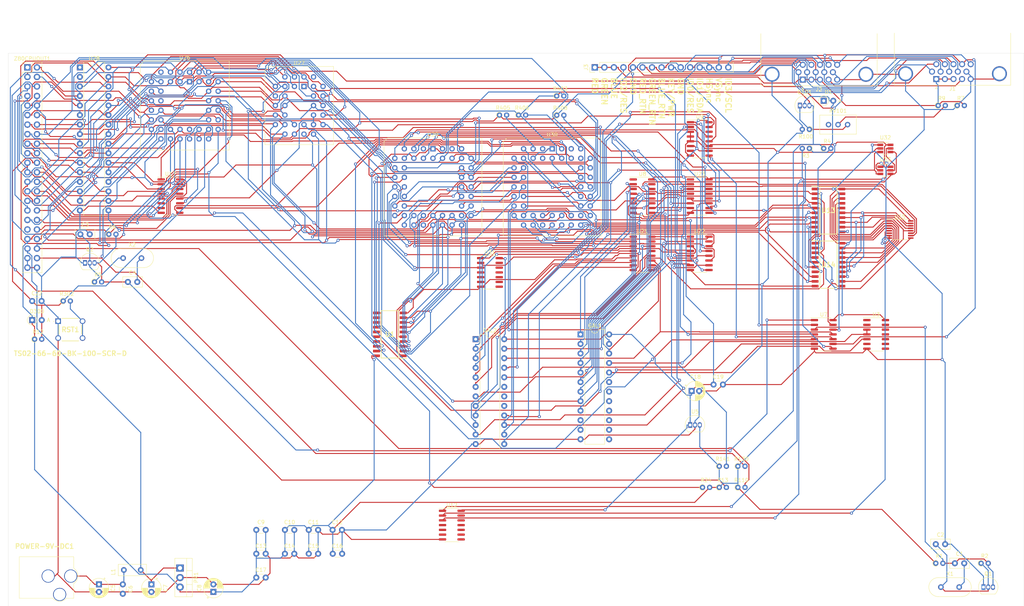
<source format=kicad_pcb>
(kicad_pcb (version 20211014) (generator pcbnew)
  (title_block (comment 4 "AISLER Project ID: WZLPXWFD"))
  (layers (0 "F.Cu" signal) (31 "B.Cu" signal) (34 "B.Paste" user) (35 "F.Paste" user) (36 "B.SilkS" user "B.Silkscreen") (37 "F.SilkS" user "F.Silkscreen") (38 "B.Mask" user) (39 "F.Mask" user) (44 "Edge.Cuts" user))
  (property "REVNUM" "0.01")
  (net 0 "")
  (net 1 "Net-(C1-Pad1)")
  (net 2 "Net-(C1-Pad2)")
  (net 3 "Net-(C2-Pad1)")
  (net 4 "GND")
  (net 5 "Net-(C3-Pad1)")
  (net 6 "Net-(C4-Pad1)")
  (net 7 "Net-(C4-Pad2)")
  (net 8 "+9V")
  (net 9 "+9Vsm")
  (net 10 "+5V")
  (net 11 "~{RESET}")
  (net 12 "/VDG/~{SYNC_PULSE}")
  (net 13 "/VDG/VIDEO")
  (net 14 "Net-(R9-Pad2)")
  (net 15 "YRESET")
  (net 18 "XRESET")
  (net 19 "+3.3V")
  (net 20 "/VDG/IN_VBI")
  (net 22 "SCREENY6+1")
  (net 23 "/VDG/BLUE")
  (net 24 "/VDG/ID2{slash}RES")
  (net 25 "/VDG/RED_RTN")
  (net 26 "/VDG/GREEN_RTN")
  (net 27 "/VDG/BLUE_RTN")
  (net 28 "/VDG/KEY{slash}PWR")
  (net 29 "/VDG/ID0{slash}RES")
  (net 30 "/VDG/ID1{slash}SDA")
  (net 31 "/VDG/HSync")
  (net 32 "VSync")
  (net 33 "/VDG/ID3{slash}SCL")
  (net 35 "Net-(Q101-Pad1)")
  (net 36 "Net-(R3-Pad2)")
  (net 37 "Net-(R13-Pad2)")
  (net 38 "/~{BUSRQ}")
  (net 39 "/~{NMI}")
  (net 40 "~{INT}")
  (net 44 "Net-(R141-Pad2)")
  (net 45 "Net-(R302-Pad2)")
  (net 47 "Net-(R403-Pad2)")
  (net 48 "Net-(R405-Pad2)")
  (net 49 "Net-(R406-Pad2)")
  (net 51 "Net-(R408-Pad2)")
  (net 53 "A11")
  (net 54 "A12")
  (net 55 "A13")
  (net 56 "A14")
  (net 57 "A15")
  (net 58 "BASECLK")
  (net 59 "D4")
  (net 60 "D3")
  (net 61 "D5")
  (net 62 "D6")
  (net 63 "D2")
  (net 64 "D7")
  (net 65 "D0")
  (net 66 "D1")
  (net 67 "/~{HALT}")
  (net 68 "~{MREQ}")
  (net 69 "~{IOREQ}")
  (net 70 "~{RD}")
  (net 71 "~{WR}")
  (net 72 "/~{BUSAK}")
  (net 73 "~{WAIT}")
  (net 74 "~{M1}")
  (net 75 "/~{REFSH}")
  (net 76 "A0")
  (net 77 "A1")
  (net 78 "A2")
  (net 79 "A3")
  (net 80 "A4")
  (net 81 "A5")
  (net 82 "A6")
  (net 83 "A7")
  (net 84 "A8")
  (net 85 "A9")
  (net 86 "A10")
  (net 87 "/~{ROMCS}")
  (net 88 "SCREENX4")
  (net 89 "SCREENX6")
  (net 90 "SCREENX1")
  (net 91 "~{RAMCS}")
  (net 92 "SCREENX2")
  (net 93 "SCREENX3")
  (net 94 "FONTCHARY0")
  (net 95 "FONTCHARY2")
  (net 96 "SCREENY2")
  (net 97 "YRESET+1")
  (net 98 "SCREENY4")
  (net 99 "SCREENY5")
  (net 100 "FONTCHARY0+1")
  (net 101 "Net-(U7-Pad8)")
  (net 103 "SCREENY0")
  (net 104 "SCREENY1")
  (net 105 "SCREENY3")
  (net 106 "/VDG/INVERT")
  (net 107 "FONTCHARY1")
  (net 108 "FONTCHARY2+1")
  (net 109 "SCREENY0+1")
  (net 110 "SCREENY5+1")
  (net 112 "SCREENX0+1")
  (net 114 "Net-(U7-Pad10)")
  (net 116 "~{SCREENX0+1}")
  (net 117 "SCREENX5")
  (net 118 "FONTCHARX2")
  (net 119 "FONTCHARX1")
  (net 120 "FONTCHARX0")
  (net 122 "BASEVIDCLK")
  (net 123 "/Cascade/SCREENX0")
  (net 124 "/Cascade/BASECLK_DIV_4096")
  (net 125 "/Cascade/BASECLK_DIV_2048")
  (net 126 "/Cascade/FONTCHARX0+1")
  (net 127 "Net-(U23-Pad10)")
  (net 128 "Net-(U13-Pad12)")
  (net 131 "Net-(U13-Pad13)")
  (net 132 "~{VIDRAMCS}")
  (net 133 "~{CHRRAMCS}")
  (net 134 "/~{CONFIGREG}")
  (net 136 "Net-(U13-Pad14)")
  (net 137 "/VDG/~{IN_VBI_OR_HBI}")
  (net 138 "Net-(U13-Pad15)")
  (net 139 "Net-(U13-Pad16)")
  (net 140 "Net-(U13-Pad17)")
  (net 141 "Net-(U13-Pad18)")
  (net 142 "Net-(U13-Pad19)")
  (net 144 "/VDG/PIXEL")
  (net 145 "/~{IOSELECT}")
  (net 146 "/~{WE}")
  (net 147 "/PHI")
  (net 148 "C1")
  (net 149 "C0")
  (net 150 "SCREENY6")
  (net 151 "/VDG/IN_HBI")
  (net 152 "/VDG/LVD0")
  (net 153 "/VDG/LVD1")
  (net 154 "/VDG/LVD2")
  (net 155 "/VDG/LVD3")
  (net 156 "/VDG/LVD4")
  (net 160 "SCREENY2+1")
  (net 161 "SCREENY1+1")
  (net 162 "SCREENY3+1")
  (net 163 "FONTCHARY1+1")
  (net 164 "XRESET+1")
  (net 165 "SCREENY4+1")
  (net 166 "/VDG/LVD5")
  (net 169 "SCREENX2+1")
  (net 170 "SCREENX1+1")
  (net 171 "SCREENX3+1")
  (net 172 "FONTCHARX2+1")
  (net 173 "FONTCHARX1+1")
  (net 174 "/VDG/LVD6")
  (net 175 "SCREENX5+1")
  (net 176 "SCREENX4+1")
  (net 177 "SCREENX6+1")
  (net 179 "Net-(U1-Pad11)")
  (net 180 "/VDG/LVD7")
  (net 181 "/C7")
  (net 182 "/C6")
  (net 183 "/C5")
  (net 184 "/C4")
  (net 185 "/C3")
  (net 186 "/C2")
  (net 191 "/VDG/SAVED_INVERT")
  (net 213 "Net-(U29-Pad17)")
  (net 214 "Net-(U29-Pad18)")
  (net 215 "Net-(U29-Pad19)")
  (net 216 "Net-(U29-Pad20)")
  (net 217 "Net-(U29-Pad21)")
  (net 218 "Net-(U29-Pad22)")
  (net 219 "Net-(U29-Pad23)")
  (net 232 "/VDG/~{LOADVIDCACHE}")
  (footprint "Package_TO_SOT_THT:TO-220-3_Vertical" (layer "F.Cu") (at 59.69 152.4 -90)
    (fp_text reference "PR1")
    (fp_text value "LM7805_TO220")
  )
  (footprint "Capacitor_THT:C_Disc_D3.0mm_W1.6mm_P2.50mm" (layer "F.Cu") (at 93.98 142.24)
    (fp_text reference "C11")
    (fp_text value "100nf")
  )
  (footprint "Capacitor_THT:CP_Radial_D5.0mm_P2.00mm" (layer "F.Cu") (at 52.07 156.75 -90)
    (fp_text reference "C7")
    (fp_text value "100uf")
  )
  (footprint "Capacitor_THT:C_Disc_D3.0mm_W1.6mm_P2.50mm" (layer "F.Cu") (at 80.01 154.94)
    (fp_text reference "C17")
    (fp_text value "100nf")
  )
  (footprint "Capacitor_THT:C_Disc_D5.0mm_W2.5mm_P2.50mm" (layer "F.Cu") (at 260.99 146.05)
    (fp_text reference "C2")
    (fp_text value "100pF")
  )
  (footprint "Capacitor_THT:C_Disc_D3.0mm_W1.6mm_P2.50mm" (layer "F.Cu") (at 20.32 81.28)
    (fp_text reference "C22")
    (fp_text value "1 uf")
  )
  (footprint "Potentiometer_THT:Potentiometer_Bourns_3296W_Vertical" (layer "F.Cu") (at 237.5 34.29)
    (fp_text reference "RV101")
    (fp_text value "100")
  )
  (footprint "Package_SO:SOIC-16_3.9x9.9mm_P1.27mm" (layer "F.Cu") (at 198.12 53.34)
    (fp_text reference "U23")
    (fp_text value "SN74LV4040")
  )
  (footprint "Crystal:Crystal_HC49-U_Vertical" (layer "F.Cu") (at 262.35 157.48)
    (fp_text reference "X1")
    (fp_text value "25.2 MHz")
  )
  (footprint "Capacitor_THT:C_Disc_D3.0mm_W1.6mm_P2.50mm" (layer "F.Cu") (at 100.37 148.59)
    (fp_text reference "C16")
    (fp_text value "100nf")
  )
  (footprint "Resistor_THT:R_Axial_DIN0204_L3.6mm_D1.6mm_P1.90mm_Vertical" (layer "F.Cu") (at 261.62 29.21)
    (fp_text reference "R9")
    (fp_text value "1K5")
  )
  (footprint "Package_SO:SOIC-14_3.9x8.7mm_P1.27mm" (layer "F.Cu") (at 231.14 90.17)
    (fp_text reference "U7")
    (fp_text value "74ALVC04")
  )
  (footprint "Resistor_THT:R_Axial_DIN0204_L3.6mm_D1.6mm_P1.90mm_Vertical" (layer "F.Cu") (at 203.32 125.2877)
    (fp_text reference "R141")
    (fp_text value "10k")
  )
  (footprint "Resistor_THT:R_Axial_DIN0204_L3.6mm_D1.6mm_P1.90mm_Vertical" (layer "F.Cu") (at 208.28 125.2877)
    (fp_text reference "R130")
    (fp_text value "10k")
  )
  (footprint "Resistor_THT:R_Axial_DIN0204_L3.6mm_D1.6mm_P1.90mm_Vertical" (layer "F.Cu") (at 160.03 31.8)
    (fp_text reference "R408")
    (fp_text value "10K")
  )
  (footprint "Package_SO:SOIC-14_3.9x8.7mm_P1.27mm" (layer "F.Cu") (at 142.24 73.66)
    (fp_text reference "U31")
    (fp_text value "74LVC32")
  )
  (footprint "Resistor_THT:R_Axial_DIN0204_L3.6mm_D1.6mm_P1.90mm_Vertical" (layer "F.Cu") (at 203.32 130.9227)
    (fp_text reference "R13")
    (fp_text value "10K")
  )
  (footprint "Package_SO:SOIC-14_3.9x8.7mm_P1.27mm" (layer "F.Cu") (at 245.11 90.17)
    (fp_text reference "U3")
    (fp_text value "74LVC27")
  )
  (footprint "ExtraFootprints:SOIC-20N-127P780X200" (layer "F.Cu") (at 232.41 71.6)
    (fp_text reference "U14")
    (fp_text value "74LVC573" hide)
  )
  (footprint "Capacitor_THT:CP_Radial_D5.0mm_P2.00mm" (layer "F.Cu") (at 68.58 158.75 90)
    (fp_text reference "C8")
    (fp_text value "100uf")
  )
  (footprint "Connector_Dsub:DSUB-15-HD_Female_Horizontal_P2.29x1.98mm_EdgePinOffset8.35mm_Housed_MountingHolesOffset10.89mm" (layer "F.Cu") (at 261.13 22.1603 180)
    (fp_text reference "J1")
    (fp_text value "Out")
  )
  (footprint "Package_DIP:DIP-32_W7.62mm" (layer "F.Cu") (at 33.02 19.05)
    (fp_text reference "U28")
    (fp_text value "AS7C512")
  )
  (footprint "Package_TO_SOT_SMD:SOT-23-6_Handsoldering" (layer "F.Cu") (at 247.57 40.64)
    (fp_text reference "U32")
    (fp_text value "74LVC1G373")
  )
  (footprint "Resistor_THT:R_Axial_DIN0204_L3.6mm_D1.6mm_P1.90mm_Vertical" (layer "F.Cu") (at 227.33 35.56 180)
    (fp_text reference "R100")
    (fp_text value "100")
  )
  (footprint "Resistor_THT:R_Axial_DIN0204_L3.6mm_D1.6mm_P1.90mm_Vertical" (layer "F.Cu") (at 36.92 76.2)
    (fp_text reference "R5")
    (fp_text value "47k")
  )
  (footprint "ExtraFootprints:SOIC-20N-127P780X200" (layer "F.Cu") (at 115.575 90.16 180)
    (fp_text reference "U1")
    (fp_text value "74HCT573" hide)
  )
  (footprint "ExtraFootprints:PLCC-52_THT-Socket" (layer "F.Cu") (at 127.0645 40.7274)
    (fp_text reference "U29")
    (fp_text value "7134LA20JG ")
  )
  (footprint "Capacitor_THT:C_Disc_D3.0mm_W1.6mm_P2.50mm" (layer "F.Cu") (at 87.63 148.59)
    (fp_text reference "C14")
    (fp_text value "100nf")
  )
  (footprint "Package_SO:SOIC-16_3.9x9.9mm_P1.27mm" (layer "F.Cu") (at 57.15 53.34)
    (fp_text reference "U17")
    (fp_text value "74LVC139")
  )
  (footprint "Capacitor_THT:CP_Radial_D5.0mm_P2.00mm" (layer "F.Cu") (at 195.9598 105.23)
    (fp_text reference "C18")
    (fp_text value "1uf")
  )
  (footprint "Diode_THT:D_DO-35_SOD27_P2.54mm_Vertical_AnodeUp" (layer "F.Cu") (at 20.32 86.36)
    (fp_text reference "D300")
    (fp_text value "1N4148")
  )
  (footprint "Resistor_THT:R_Axial_DIN0204_L3.6mm_D1.6mm_P1.90mm_Vertical" (layer "F.Cu") (at 28.58 81.28)
    (fp_text reference "R302")
    (fp_text value "100")
  )
  (footprint "ExtraFootprints:PLCC-52_THT-Socket" (layer "F.Cu") (at 158.8145 40.7274)
    (fp_text reference "U30")
    (fp_text value "7132LA100PDG")
  )
  (footprint "Resistor_THT:R_Axial_DIN0204_L3.6mm_D1.6mm_P1.90mm_Vertical" (layer "F.Cu") (at 20.96 91.44)
    (fp_text reference "R12")
    (fp_text value "1k")
  )
  (footprint "Resistor_THT:R_Axial_DIN0204_L3.6mm_D1.6mm_P1.90mm_Vertical" (layer "F.Cu") (at 231.14 40.64)
    (fp_text reference "R4")
    (fp_text value "1K5")
  )
  (footprint "ExtraFootprints:TE Connectivity 1-1825910-4 Black Button Tactile Switch, Single Pole Single Throw (SPST)" (layer "F.Cu") (at 27.23 86.65)
    (fp_text reference "RST1")
    (fp_text value "TS02-66-60-BK-100-SCR-D")
  )
  (footprint "Connector_PinHeader_2.54mm:PinHeader_2x22_P2.54mm_Vertical" (layer "F.Cu") (at 19.05 19.05)
    (fp_text reference "Z80CPUOUT1")
    (fp_text value "Conn_02x22_Odd_Even")
  )
  (footprint "Package_SO:SOIC-16_3.9x9.9mm_P1.27mm" (layer "F.Cu") (at 182.88 53.34)
    (fp_text reference "U8")
    (fp_text value "SN74LV4040")
  )
  (footprint "Connector_Dsub:DSUB-15-HD_Female_Horizontal_P2.29x1.98mm_EdgePinOffset8.35mm_Housed_MountingHolesOffset10.89mm" (layer "F.Cu") (at 225.57 22.3103 180)
    (fp_text reference "J2")
    (fp_text value "In")
  )
  (footprint "Resistor_THT:R_Axial_DIN0204_L3.6mm_D1.6mm_P1.90mm_Vertical" (layer "F.Cu") (at 273.06 151.13)
    (fp_text reference "R2")
    (fp_text value "47k")
  )
  (footprint "Resistor_THT:R_Axial_DIN0204_L3.6mm_D1.6mm_P1.90mm_Vertical" (layer "F.Cu") (at 260.99 151.13)
    (fp_text reference "R1")
    (fp_text value "4k7")
  )
  (footprint "Package_TO_SOT_THT:TO-92_Inline" (layer "F.Cu") (at 273.69 157.48)
    (fp_text reference "Q1")
    (fp_text value "2N3904")
  )
  (footprint "Capacitor_THT:C_Disc_D3.0mm_W1.6mm_P2.50mm" (layer "F.Cu") (at 80.01 148.59)
    (fp_text reference "C13")
    (fp_text value "100nf")
  )
  (footprint "Capacitor_THT:C_Disc_D3.0mm_W1.6mm_P2.50mm" (layer "F.Cu") (at 44.45 156.75 -90)
    (fp_text reference "C6")
    (fp_text value "100nf")
  )
  (footprint "Capacitor_THT:C_Disc_D3.0mm_W1.6mm_P2.50mm" (layer "F.Cu") (at 201.8 103.53)
    (fp_text reference "C19")
    (fp_text value "100nf")
  )
  (footprint "Resistor_THT:R_Axial_DIN0204_L3.6mm_D1.6mm_P1.90mm_Vertical" (layer "F.Cu") (at 160.02 26.67)
    (fp_text reference "R403")
    (fp_text value "10K")
  )
  (footprint "Package_TO_SOT_THT:TO-92_Inline" (layer "F.Cu") (at 224.79 29.21)
    (fp_text reference "Q101")
    (fp_text value "2N3904")
  )
  (footprint "Package_SO:SOIC-14_3.9x8.7mm_P1.27mm" (layer "F.Cu") (at 132.09 140.965)
    (fp_text reference "U12")
    (fp_text value "SN74LVC86")
  )
  (footprint "ExtraFootprints:PLCC-44_THT-Socket" (layer "F.Cu") (at 62.23 22.86)
    (fp_text reference "U26")
    (fp_text value "Z80C15CPU_QFP")
  )
  (footprint "Package_TO_SOT_THT:TO-92_Inline" (layer "F.Cu") (at 34.38 71.12)
    (fp_text reference "Q2")
    (fp_text value "2N3904")
  )
  (footprint "Capacitor_THT:C_Disc_D3.0mm_W1.6mm_P2.50mm" (layer "F.Cu") (at 87.63 142.24)
    (fp_text reference "C10")
    (fp_text value "100nf")
  )
  (footprint "Resistor_THT:R_Axial_DIN0204_L3.6mm_D1.6mm_P1.90mm_Vertical" (layer "F.Cu") (at 144.78 31.75)
    (fp_text reference "R405")
    (fp_text value "1K")
  )
  (footprint "ExtraFootprints:KEMET_SBT_0260T" (layer "F.Cu") (at 46.99 152.94)
    (fp_text reference "L1")
    (fp_text value "100 nH")
  )
  (footprint "Package_SO:SOIC-16_3.9x9.9mm_P1.27mm" (layer "F.Cu") (at 198.12 38.1)
    (fp_text reference "U9")
    (fp_text value "74LVC163")
  )
  (footprint "Capacitor_THT:C_Disc_D5.0mm_W2.5mm_P2.50mm" (layer "F.Cu") (at 266.07 151.13)
    (fp_text reference "C1")
    (fp_text value "30pF")
  )
  (footprint "Resistor_THT:R_Axial_DIN0204_L3.6mm_D1.6mm_P1.90mm_Vertical" (layer "F.Cu") (at 208.28 130.9227)
    (fp_text reference "R110")
    (fp_text value "10k")
  )
  (footprint "Package_DIP:DIP-24_W7.62mm" (layer "F.Cu") (at 138.43 91.44)
    (fp_text reference "GAL2")
    (fp_text value "ATF22V10")
  )
  (footprint "Resistor_THT:R_Axial_DIN0204_L3.6mm_D1.6mm_P1.90mm_Vertical" (layer "F.Cu") (at 266.7 29.21)
    (fp_text reference "R7")
    (fp_text value "500")
  )
  (footprint "Package_SO:SOIC-16_3.9x9.9mm_P1.27mm" (layer "F.Cu") (at 198.11 68.58)
    (fp_text reference "U22")
    (fp_text value "SN74LV4040")
  )
  (footprint "Capacitor_THT:C_Disc_D3.0mm_W1.6mm_P2.50mm" (layer "F.Cu") (at 93.98 148.59)
    (fp_text reference "C15")
    (fp_text value "100nf")
  )
  (footprint "ExtraFootprints:PLCC-32_THT-Socket" (layer "F.Cu") (at 92.71 24.13)
    (fp_text reference "U27")
    (fp_text value "SST39SF010A-45-4I-NHE ")
  )
  (footprint "Crystal:Crystal_HC49-U_Vertical" (layer "F.Cu") (at 44.54 69.85)
    (fp_text reference "X2")
    (fp_text value "4 MHz")
  )
  (footprint "Package_SO:SOIC-16_3.9x9.9mm_P1.27mm" (layer "F.Cu") (at 182.88 68.595)
    (fp_text reference "U21")
    (fp_text value "SN74LV4040")
  )
  (footprint "Package_DIP:DIP-24_W7.62mm" (layer "F.Cu") (at 166.37 90.17)
    (fp_text reference "GAL1")
    (fp_text value "ATF22V10")
  )
  (footprint "Connector_PinHeader_2.54mm:PinHeader_1x15_P2.54mm_Vertical" (layer "F.Cu") (at 170.18 19.05 90)
    (fp_text reference "J3")
    (fp_text value "Conn_01x15")
  )
  (footprint "Resistor_THT:R_Axial_DIN0204_L3.6mm_D1.6mm_P1.90mm_Vertical" (layer "F.Cu") (at 227.33 40.64 180)
    (fp_text reference "R3")
    (fp_text value "1K5")
  )
  (footprint "Package_TO_SOT_THT:TO-92_Inline" (layer "F.Cu") (at 195.58 114.3)
    (fp_text reference "U5")
    (fp_text value "L78L33_TO92")
  )
  (footprint "Resistor_THT:R_Axial_DIN0204_L3.6mm_D1.6mm_P1.90mm_Vertical" (layer "F.Cu") (at 40.73 63.5)
    (fp_text reference "R6")
    (fp_text value "4k7")
  )
  (footprint "Capacitor_THT:C_Disc_D3.0mm_W1.6mm_P2.50mm" (layer "F.Cu") (at 100.33 142.24)
    (fp_text reference "C12")
    (fp_text value "100nf")
  )
  (footprint "Capacitor_THT:CP_Radial_D5.0mm_P2.00mm" (layer "F.Cu") (at 38.1 156.75 -90)
    (fp_text reference "C5")
    (fp_text value "100uf")
  )
  (footprint "Diode_THT:D_DO-35_SOD27_P2.54mm_Vertical_AnodeUp" (layer "F.Cu") (at 231.14 27.94)
    (fp_text reference "D1")
    (fp_text value "1N4148")
  )
  (footprint "Package_SO:TSSOP-16_4.4x5mm_P0.65mm" (layer "F.Cu") (at 251.46 62.23)
    (fp_text reference "U15")
    (fp_text value "SN74CBTLV3251DGVR")
  )
  (footprint "Capacitor_THT:C_Disc_D3.0mm_W1.6mm_P2.50mm" (layer "F.Cu") (at 80.01 142.24)
    (fp_text reference "C9")
    (fp_text value "100nf")
  )
  (footprint "Capacitor_THT:C_Disc_D5.0mm_W2.5mm_P2.50mm" (layer "F.Cu") (at 45.81 76.2)
    (fp_text reference "C4")
    (fp_text value "30pF")
  )
  (footprint "Package_TO_SOT_SMD:SOT-23-6_Handsoldering" (layer "F.Cu") (at 247.57 46.47)
    (fp_text reference "U33")
    (fp_text value "74LVC1G373")
  )
  (footprint "Resistor_THT:R_Axial_DIN0204_L3.6mm_D1.6mm_P1.90mm_Vertical" (layer "F.Cu") (at 149.86 31.75)
    (fp_text reference "R406")
    (fp_text value "1K")
  )
  (footprint "ExtraFootprints:163179PHEX" (layer "F.Cu") (at 16.88 159.44)
    (fp_text reference "POWER-9V-DC1")
    (fp_text value "POWERIN" hide)
  )
  (footprint "Resistor_THT:R_Axial_DIN0204_L3.6mm_D1.6mm_P1.90mm_Vertical" (layer "F.Cu") (at 198.86 130.9227)
    (fp_text reference "R24")
    (fp_text value "10k")
  )
  (footprint "Capacitor_THT:C_Disc_D5.0mm_W2.5mm_P2.50mm" (layer "F.Cu") (at 33.15 63.5)
    (fp_text reference "C3")
    (fp_text value "100pF")
  )
  (footprint "ExtraFootprints:SOIC-20N-127P780X200" (layer "F.Cu") (at 232.41 57.15)
    (fp_text reference "U13")
    (fp_text value "74LVC573" hide)
  )
  (gr_rect (start 13.97 15.24) (end 284.48 162.56) (layer "Edge.Cuts") (width 0.05) (fill none))
  (gr_text "ID2/RES" (at 177.8 21.59 270) (layer "F.SilkS") (effects (font (size 1.5 1.5) (thickness 0.3)) (justify left)))
  (gr_text "BLUE" (at 175.26 21.59 270) (layer "F.SilkS") (effects (font (size 1.5 1.5) (thickness 0.3)) (justify left)))
  (gr_text "GREEN_RTN" (at 185.42 21.59 270) (layer "F.SilkS") (effects (font (size 1.5 1.5) (thickness 0.3)) (justify left)))
  (gr_text "GREEN" (at 172.72 21.59 270) (layer "F.SilkS") (effects (font (size 1.5 1.5) (thickness 0.3)) (justify left)))
  (gr_text "RED" (at 170.18 21.59 270) (layer "F.SilkS") (effects (font (size 1.5 1.5) (thickness 0.3)) (justify left)))
  (gr_text "ID1/SDA" (at 198.12 21.59 270) (layer "F.SilkS") (effects (font (size 1.5 1.5) (thickness 0.3)) (justify left)))
  (gr_text "HSync" (at 200.66 21.59 270) (layer "F.SilkS") (effects (font (size 1.5 1.5) (thickness 0.3)) (justify left)))
  (gr_text "GND" (at 180.34 21.59 270) (layer "F.SilkS") (effects (font (size 1.5 1.5) (thickness 0.3)) (justify left)))
  (gr_text "BLUE_RTN" (at 187.96 21.59 270) (layer "F.SilkS") (effects (font (size 1.5 1.5) (thickness 0.3)) (justify left)))
  (gr_text "VSync" (at 203.2 21.59 270) (layer "F.SilkS") (effects (font (size 1.5 1.5) (thickness 0.3)) (justify left)))
  (gr_text "RED_RTN" (at 182.88 21.59 270) (layer "F.SilkS") (effects (font (size 1.5 1.5) (thickness 0.3)) (justify left)))
  (gr_text "GND" (at 193.04 21.59 270) (layer "F.SilkS") (effects (font (size 1.5 1.5) (thickness 0.3)) (justify left)))
  (gr_text "KEY/PWR" (at 190.5 21.59 270) (layer "F.SilkS") (effects (font (size 1.5 1.5) (thickness 0.3)) (justify left)))
  (gr_text "ID0/RES" (at 195.58 21.59 270) (layer "F.SilkS") (effects (font (size 1.5 1.5) (thickness 0.3)) (justify left)))
  (gr_text "ID3/SCL" (at 205.74 21.59 270) (layer "F.SilkS") (effects (font (size 1.5 1.5) (thickness 0.3)) (justify left)))
  (segment (start 229.3 88.265) (end 228.665 88.9) (width 0.25) (layer "F.Cu") (net 1))
  (segment (start 266.07 151.13) (end 263.9153 151.13) (width 0.25) (layer "F.Cu") (net 1))
  (segment (start 258.1802 88.265) (end 229.3 88.265) (width 0.25) (layer "F.Cu") (net 1))
  (segment (start 262.89 151.13) (end 263.9153 151.13) (width 0.25) (layer "F.Cu") (net 1))
  (segment (start 266.07 151.13) (end 267.2143 149.9857) (width 0.25) (layer "F.Cu") (net 1))
  (segment (start 267.2143 149.9857) (end 273.8157 149.9857) (width 0.25) (layer "F.Cu") (net 1))
  (segment (start 273.8157 149.9857) (end 274.96 151.13) (width 0.25) (layer "F.Cu") (net 1))
  (via (at 258.1802 88.265) (size 0.8) (drill 0.4) (layers "F.Cu" "B.Cu") (net 1))
  (segment (start 276.23 157.48) (end 276.23 153.4253) (width 0.25) (layer "B.Cu") (net 1))
  (segment (start 274.96 151.13) (end 274.96 152.1553) (width 0.25) (layer "B.Cu") (net 1))
  (segment (start 276.23 153.4253) (end 274.96 152.1553) (width 0.25) (layer "B.Cu") (net 1))
  (segment (start 262.89 150.1047) (end 258.1802 145.3949) (width 0.25) (layer "B.Cu") (net 1))
  (segment (start 258.1802 145.3949) (end 258.1802 88.265) (width 0.25) (layer "B.Cu") (net 1))
  (segment (start 262.89 151.13) (end 262.89 150.1047) (width 0.25) (layer "B.Cu") (net 1))
  (segment (start 268.57 151.13) (end 268.57 156.14) (width 0.25) (layer "B.Cu") (net 2))
  (segment (start 268.57 156.14) (end 267.23 157.48) (width 0.25) (layer "B.Cu") (net 2))
  (segment (start 274.96 157.48) (end 274.96 158.5553) (width 0.25) (layer "F.Cu") (net 3))
  (segment (start 274.96 158.5553) (end 263.4253 158.5553) (width 0.25) (layer "F.Cu") (net 3))
  (segment (start 263.4253 158.5553) (end 262.35 157.48) (width 0.25) (layer "F.Cu") (net 3))
  (segment (start 263.9319 148.9919) (end 260.99 146.05) (width 0.25) (layer "B.Cu") (net 3))
  (segment (start 263.9319 155.8981) (end 263.9319 148.9919) (width 0.25) (layer "B.Cu") (net 3))
  (segment (start 274.96 157.48) (end 274.96 153.03) (width 0.25) (layer "B.Cu") (net 3))
  (segment (start 274.96 153.03) (end 273.06 151.13) (width 0.25) (layer "B.Cu") (net 3))
  (segment (start 262.35 157.48) (end 263.9319 155.8981) (width 0.25) (layer "B.Cu") (net 3))
  (segment (start 143.1779 33.3521) (end 144.78 31.75) (width 0.25) (layer "F.Cu") (net 4))
  (segment (start 168.6206 116.9847) (end 167.4953 118.11) (width 0.25) (layer "F.Cu") (net 4))
  (segment (start 195.2443 38.735) (end 195.645 38.735) (width 0.25) (layer "F.Cu") (net 4))
  (segment (start 156.2745 58.5074) (end 157.1877 58.5074) (width 0.25) (layer "F.Cu") (net 4))
  (segment (start 180.34 19.05) (end 181.5153 19.05) (width 0.25) (layer "F.Cu") (net 4))
  (segment (start 90.17 36.83) (end 89.1177 37.8823) (width 0.25) (layer "F.Cu") (net 4))
  (segment (start 105.365 144.775) (end 102.83 142.24) (width 0.25) (layer "F.Cu") (net 4))
  (segment (start 142.249 75.565) (end 154.1905 75.565) (width 0.25) (layer "F.Cu") (net 4))
  (segment (start 140.344 77.47) (end 142.249 75.565) (width 0.25) (layer "F.Cu") (net 4))
  (segment (start 181.5153 19.4173) (end 183.2513 21.1533) (width 0.25) (layer "F.Cu") (net 4))
  (segment (start 138.0747 33.0375) (end 138.6755 33.0375) (width 0.25) (layer "F.Cu") (net 4))
  (segment (start 95.3546 149.7154) (end 91.2554 149.7154) (width 0.25) (layer "F.Cu") (net 4))
  (segment (start 195.2325 42.545) (end 194.3428 41.6553) (width 0.25) (layer "F.Cu") (net 4))
  (segment (start 228.665 94.6797) (end 228.665 93.98) (width 0.25) (layer "F.Cu") (net 4))
  (segment (start 180.7479 58.1279) (end 180.405 57.785) (width 0.25) (layer "F.Cu") (net 4))
  (segment (start 182.5757 58.1279) (end 180.7479 58.1279) (width 0.25) (layer "F.Cu") (net 4))
  (segment (start 165.3782 70.1112) (end 174.7361 70.1112) (width 0.25) (layer "F.Cu") (net 4))
  (segment (start 204.3 103.53) (end 219.8147 103.53) (width 0.25) (layer "F.Cu") (net 4))
  (segment (start 195.645 38.735) (end 197.6432 38.735) (width 0.25) (layer "F.Cu") (net 4))
  (segment (start 229.059 95.0737) (end 241.5413 95.0737) (width 0.25) (layer "F.Cu") (net 4))
  (segment (start 183.3202 58.8724) (end 182.5757 58.1279) (width 0.25) (layer "F.Cu") (net 4))
  (segment (start 242.385 20.8903) (end 252.795 20.8903) (width 0.25) (layer "F.Cu") (net 4))
  (segment (start 234.73 22.3103) (end 240.965 22.3103) (width 0.25) (layer "F.Cu") (net 4))
  (segment (start 176.16 69.1804) (end 176.7454 68.595) (width 0.25) (layer "F.Cu") (net 4))
  (segment (start 139.765 77.47) (end 140.344 77.47) (width 0.25) (layer "F.Cu") (net 4))
  (segment (start 90.13 148.59) (end 88.9727 149.7473) (width 0.25) (layer "F.Cu") (net 4))
  (segment (start 199.5473 76.9373) (end 195.635 73.025) (width 0.25) (layer "F.Cu") (net 4))
  (segment (start 157.1877 58.5074) (end 158.2283 57.4668) (width 0.25) (layer "F.Cu") (net 4))
  (segment (start 117.4148 83.7868) (end 120.6107 80.5909) (width 0.25) (layer "F.Cu") (net 4))
  (segment (start 26.9613 153.9487) (end 26.37 154.54) (width 0.25) (layer "F.Cu") (net 4))
  (segment (start 166.37 118.11) (end 167.4953 118.11) (width 0.25) (layer "F.Cu") (net 4))
  (segment (start 175.6669 69.1804) (end 176.16 69.1804) (width 0.25) (layer "F.Cu") (net 4))
  (segment (start 91.6569 35.3431) (end 106.0832 35.3431) (width 0.25) (layer "F.Cu") (net 4))
  (segment (start 66.77 154.94) (end 59.69 154.94) (width 0.25) (layer "F.Cu") (net 4))
  (segment (start 138.9901 33.3521) (end 143.1779 33.3521) (width 0.25) (layer "F.Cu") (net 4))
  (segment (start 27.23 91.15) (end 27.23 153.68) (width 0.25) (layer "F.Cu") (net 4))
  (segment (start 219.8147 103.53) (end 228.665 94.6797) (width 0.25) (layer "F.Cu") (net 4))
  (segment (start 129.615 144.775) (end 105.365 144.775) (width 0.25) (layer "F.Cu") (net 4))
  (segment (start 262.6888 96.8728) (end 245.5278 96.8728) (width 0.25) (layer "F.Cu") (net 4))
  (segment (start 195.645 42.545) (end 195.2325 42.545) (width 0.25) (layer "F.Cu") (net 4))
  (segment (start 55.88 158.75) (end 52.07 158.75) (width 0.25) (layer "F.Cu") (net 4))
  (segment (start 26.37 154.54) (end 24.58 154.54) (width 0.25) (layer "F.Cu") (net 4))
  (segment (start 123.0572 76.6442) (end 124.6058 78.1928) (width 0.25) (layer "F.Cu") (net 4))
  (segment (start 189.5953 58.8724) (end 183.3202 58.8724) (width 0.25) (layer "F.Cu") (net 4))
  (segment (start 154.1905 75.565) (end 159.4529 70.3026) (width 0.25) (layer "F.Cu") (net 4))
  (segment (start 215.0607 77.315) (end 214.683 76.9373) (width 0.25) (layer "F.Cu") (net 4))
  (segment (start 228.665 94.6797) (end 229.059 95.0737) (width 0.25) (layer "F.Cu") (net 4))
  (segment (start 196.289 57.141) (end 215.1609 57.141) (width 0.25) (layer "F.Cu") (net 4))
  (segment (start 194.3428 39.6365) (end 195.2443 38.735) (width 0.25) (layer "F.Cu") (net 4))
  (segment (start 195.0079 58.4221) (end 190.0456 58.4221) (width 0.25) (layer "F.Cu") (net 4))
  (segment (start 140.8253 118.11) (end 166.37 118.11) (width 0.25) (layer "F.Cu") (net 4))
  (segment (start 247.8288 65.8929) (end 246.7524 65.8929) (width 0.25) (layer "F.Cu") (net 4))
  (segment (start 124.6058 78.1928) (end 139.0422 78.1928) (width 0.25) (layer "F.Cu") (net 4))
  (segment (start 19.05 72.39) (end 21.59 72.39) (width 0.25) (layer "F.Cu") (net 4))
  (segment (start 68.58 156.75) (end 66.77 154.94) (width 0.25) (layer "F.Cu") (net 4))
  (segment (start 217.122 21.1533) (end 217.385 20.8903) (width 0.25) (layer "F.Cu") (net 4))
  (segment (start 38.1 158.75) (end 43.95 158.75) (width 0.25) (layer "F.Cu") (net 4))
  (segment (start 27.23 153.68) (end 26.9613 153.9487) (width 0.25) (layer "F.Cu") (net 4))
  (segment (start 139.0422 78.1928) (end 139.765 77.47) (width 0.25) (layer "F.Cu") (net 4))
  (segment (start 54.2036 57.785) (end 52.4433 56.0247) (width 0.25) (layer "F.Cu") (net 4))
  (segment (start 138.43 119.38) (end 139.5553 119.38) (width 0.25) (layer "F.Cu") (net 4))
  (segment (start 244.2001 41.6672) (end 245.2273 40.64) (width 0.25) (layer "F.Cu") (net 4))
  (segment (start 101.6807 143.3893) (end 97.6293 143.3893) (width 0.25) (layer "F.Cu") (net 4))
  (segment (start 161.8354 57.4668) (end 162.6245 58.2559) (width 0.25) (layer "F.Cu") (net 4))
  (segment (start 252.795 20.8903) (end 252.945 20.7403) (width 0.25) (layer "F.Cu") (net 4))
  (segment (start 26.9613 153.9487) (end 31.7625 158.75) (width 0.25) (layer "F.Cu") (net 4))
  (segment (start 195.2406 116.9847) (end 168.6206 116.9847) (width 0.25) (layer "F.Cu") (net 4))
  (segment (start 241.5413 95.0737) (end 242.635 93.98) (width 0.25) (layer "F.Cu") (net 4))
  (segment (start 246.22 46.47) (end 245.6049 46.47) (width 0.25) (layer "F.Cu") (net 4))
  (segment (start 181.7226 72.1595) (end 180.8421 73.04) (width 0.25) (layer "F.Cu") (net 4))
  (segment (start 90.17 36.83) (end 91.6569 35.3431) (width 0.25) (layer "F.Cu") (net 4))
  (segment (start 121.8167 80.9819) (end 121.8167 83.0031) (width 0.25) (layer "F.Cu") (net 4))
  (segment (start 240.965 22.3103) (end 242.385 20.8903) (width 0.25) (layer "F.Cu") (net 4))
  (segment (start 96.48 148.59) (end 95.3546 149.7154) (width 0.25) (layer "F.Cu") (net 4))
  (segment (start 194.3428 41.6553) (end 194.3428 39.6365) (width 0.25) (layer "F.Cu") (net 4))
  (segment (start 197.9598 105.23) (end 202.6 105.23) (width 0.25) (layer "F.Cu") (net 4))
  (segment (start 52.07 158.75) (end 44.95 158.75) (width 0.25) (layer "F.Cu") (net 4))
  (segment (start 195.645 38.735) (end 195.645 37.465) (width 0.25) (layer "F.Cu") (net 4))
  (segment (start 138.6755 33.0375) (end 138.9901 33.3521) (width 0.25) (layer "F.Cu") (net 4))
  (segment (start 162.6245 58.7579) (end 163.4106 59.544) (width 0.25) (layer "F.Cu") (net 4))
  (segment (start 88.9727 149.7473) (end 83.6673 149.7473) (width 0.25) (layer "F.Cu") (net 4))
  (segment (start 181.7226 68.595) (end 182.0838 68.595) (width 0.25) (layer "F.Cu") (net 4))
  (segment (start 54.675 57.785) (end 54.2036 57.785) (width 0.25) (layer "F.Cu") (net 4))
  (segment (start 217.8695 40.64) (end 218.8967 41.6672) (width 0.25) (layer "F.Cu") (net 4))
  (segment (start 195.645 57.785) (end 196.289 57.141) (width 0.25) (layer "F.Cu") (net 4))
  (segment (start 218.8967 41.6672) (end 244.2001 41.6672) (width 0.25) (layer "F.Cu") (net 4))
  (segment (start 181.7641 60.5441) (end 181.9149 60.3933) (width 0.25) (layer "F.Cu") (net 4))
  (segment (start 248.5975 64.505) (end 248.5975 65.1242) (width 0.25) (layer "F.Cu") (net 4))
  (segment (start 276.525 22.1603) (end 277.945 20.7403) (width 0.25) (layer "F.Cu") (net 4))
  (segment (start 196.85 115.3753) (end 195.2406 116.9847) (width 0.25) (layer "F.Cu") (net 4))
  (segment (start 158.2283 57.4668) (end 161.8354 57.4668) (width 0.25) (layer "F.Cu") (net 4))
  (segment (start 106.0832 35.3431) (end 107.5597 33.8666) (width 0.25) (layer "F.Cu") (net 4))
  (segment (start 102.83 142.24) (end 101.6807 143.3893) (width 0.25) (layer "F.Cu") (net 4))
  (segment (start 245.6049 46.47) (end 245.1147 45.9798) (width 0.25) (layer "F.Cu") (net 4))
  (segment (start 202.6 105.23) (end 204.3 103.53) (width 0.25) (layer "F.Cu") (net 4))
  (segment (start 245.5278 96.8728) (end 242.635 93.98) (width 0.25) (layer "F.Cu") (net 4))
  (segment (start 80.7 156.75) (end 82.51 154.94) (width 0.25) (layer "F.Cu") (net 4))
  (segment (start 84.1275 37.8823) (end 82.0182 35.773) (width 0.25) (layer "F.Cu") (net 4))
  (segment (start 195.645 57.785) (end 195.0079 58.4221) (width 0.25) (layer "F.Cu") (net 4))
  (segment (start 97.6293 143.3893) (end 96.48 142.24) (width 0.25) (layer "F.Cu") (net 4))
  (segment (start 82.51 154.94) (end 83.6673 153.7827) (width 0.25) (layer "F.Cu") (net 4))
  (segment (start 159.4529 70.3026) (end 165.1868 70.3026) (width 0.25) (layer "F.Cu") (net 4))
  (segment (start 183.2513 21.1533) (end 217.122 21.1533) (width 0.25) (layer "F.Cu") (net 4))
  (segment (start 43.95 158.75) (end 44.45 159.25) (width 0.25) (layer "F.Cu") (net 4))
  (segment (start 119.137 84.445) (end 120.3748 84.445) (width 0.25) (layer "F.Cu") (net 4))
  (segment (start 107.5597 33.8666) (end 107.9385 33.4878) (width 0.25) (layer "F.Cu") (net 4))
  (segment (start 199.5482 40.64) (end 217.8695 40.64) (width 0.25) (layer "F.Cu") (net 4))
  (segment (start 162.6245 58.2559) (end 162.6245 58.7579) (width 0.25) (layer "F.Cu") (net 4))
  (segment (start 181.5153 19.05) (end 181.5153 19.4173) (width 0.25) (layer "F.Cu") (net 4))
  (segment (start 190.0456 58.4221) (end 189.5953 58.8724) (width 0.25) (layer "F.Cu") (net 4))
  (segment (start 174.7361 70.1112) (end 175.6669 69.1804) (width 0.25) (layer "F.Cu") (net 4))
  (segment (start 245.1147 45.9798) (end 245.1147 45.0362) (width 0.25) (layer "F.Cu") (net 4))
  (segment (start 195.645 37.465) (end 195.645 36.195) (width 0.25) (layer "F.Cu") (net 4))
  (segment (start 159.0353 32.7947) (end 145.8247 32.7947) (width 0.25) (layer "F.Cu") (net 4))
  (segment (start 89.1177 37.8823) (end 84.1275 37.8823) (width 0.25) (layer "F.Cu") (net 4))
  (segment (start 160.03 31.8) (end 159.0353 32.7947) (width 0.25) (layer "F.Cu") (net 4))
  (segment (start 35.2706 56.0247) (end 34.1453 57.15) (width 0.25) (layer "F.Cu") (net 4))
  (segment (start 248.5975 65.1242) (end 247.8288 65.8929) (width 0.25) (layer "F.Cu") (net 4))
  (segment (start 246.22 40.64) (end 245.2273 40.64) (width 0.25) (layer "F.Cu") (net 4))
  (segment (start 180.8421 73.04) (end 180.405 73.04) (width 0.25) (layer "F.Cu") (net 4))
  (segment (start 107.9385 33.4878) (end 137.6244 33.4878) (width 0.25) (layer "F.Cu") (net 4))
  (segment (start 82.0182 35.773) (end 71.1787 35.773) (width 0.25) (layer "F.Cu") (net 4))
  (segment (start 137.6244 33.4878) (end 138.0747 33.0375) (width 0.25) (layer "F.Cu") (net 4))
  (segment (start 83.6673 149.7473) (end 82.51 148.59) (width 0.25) (layer "F.Cu") (net 4))
  (segment (start 119.137 95.875) (end 118.6183 95.875) (width 0.25) (layer "F.Cu") (net 4))
  (segment (start 176.7454 68.595) (end 181.7226 68.595) (width 0.25) (layer "F.Cu") (net 4))
  (segment (start 83.6673 153.7827) (end 83.6673 149.7473) (width 0.25) (layer "F.Cu") (net 4))
  (segment (start 216.9682 62.865) (end 216.3783 62.2751) (width 0.25) (layer "F.Cu") (net 4))
  (segment (start 52.4433 56.0247) (end 35.2706 56.0247) (width 0.25) (layer "F.Cu") (net 4))
  (segment (start 139.5553 119.38) (end 140.8253 118.11) (width 0.25) (layer "F.Cu") (net 4))
  (segment (start 121.4257 80.5909) (end 121.8167 80.9819) (width 0.25) (layer "F.Cu") (net 4))
  (segment (start 168.9566 60.5441) (end 181.7641 60.5441) (width 0.25) (layer "F.Cu") (net 4))
  (segment (start 228.848 62.865) (end 216.9682 62.865) (width 0.25) (layer "F.Cu") (net 4))
  (segment (start 120.6107 80.5909) (end 121.4257 80.5909) (width 0.25) (layer "F.Cu") (net 4))
  (segment (start 245.1147 45.0362) (end 245.5719 44.579) (width 0.25) (layer "F.Cu") (net 4))
  (segment (start 167.9565 59.544) (end 168.9566 60.5441) (width 0.25) (layer "F.Cu") (net 4))
  (segment (start 121.8167 83.0031) (end 120.3748 84.445) (width 0.25) (layer "F.Cu") (net 4))
  (segment (start 145.8247 32.7947) (end 144.78 31.75) (width 0.25) (layer "F.Cu") (net 4))
  (segment (start 91.2554 149.7154) (end 90.13 148.59) (width 0.25) (layer "F.Cu") (net 4))
  (segment (start 124.6058 78.1928) (end 121.8167 80.9819) (width 0.25) (layer "F.Cu") (net 4))
  (segment (start 117.4148 94.6715) (end 117.4148 83.7868) (width 0.25) (layer "F.Cu") (net 4))
  (segment (start 270.29 22.1603) (end 276.525 22.1603) (width 0.25) (layer "F.Cu") (net 4))
  (segment (start 196.85 114.3) (end 196.85 115.3753) (width 0.25) (layer "F.Cu") (net 4))
  (segment (start 31.7625 158.75) (end 38.1 158.75) (width 0.25) (layer "F.Cu") (net 4))
  (segment (start 248.5975 63.855) (end 248.5975 64.505) (width 0.25) (layer "F.Cu") (net 4))
  (segment (start 228.848 77.315) (end 215.0607 77.315) (width 0.25) (layer "F.Cu") (net 4))
  (segment (start 181.7226 68.595) (end 181.7226 72.1595) (width 0.25) (layer "F.Cu") (net 4))
  (segment (start 163.4106 59.544) (end 167.9565 59.544) (width 0.25) (layer "F.Cu") (net 4))
  (segment (start 245.5719 44.579) (end 246.4373 44.579) (width 0.25) (layer "F.Cu") (net 4))
  (segment (start 214.683 76.9373) (end 199.5473 76.9373) (width 0.25) (layer "F.Cu") (net 4))
  (segment (start 68.58 156.75) (end 80.7 156.75) (width 0.25) (layer "F.Cu") (net 4))
  (segment (start 118.6183 95.875) (end 117.4148 94.6715) (width 0.25) (layer "F.Cu") (net 4))
  (segment (start 165.1868 70.3026) (end 165.3782 70.1112) (width 0.25) (layer "F.Cu") (net 4))
  (segment (start 197.6432 38.735) (end 199.5482 40.64) (width 0.25) (layer "F.Cu") (net 4))
  (segment (start 33.02 57.15) (end 34.1453 57.15) (width 0.25) (layer "F.Cu") (net 4))
  (segment (start 59.69 154.94) (end 55.88 158.75) (width 0.25) (layer "F.Cu") (net 4))
  (segment (start 44.95 158.75) (end 44.45 159.25) (width 0.25) (layer "F.Cu") (net 4))
  (via (at 246.7524 65.8929) (size 0.8) (drill 0.4) (layers "F.Cu" "B.Cu") (net 4))
  (via (at 123.0572 76.6442) (size 0.8) (drill 0.4) (layers "F.Cu" "B.Cu") (net 4))
  (via (at 262.6888 96.8728) (size 0.8) (drill 0.4) (layers "F.Cu" "B.Cu") (net 4))
  (via (at 182.5757 58.1279) (size 0.8) (drill 0.4) (layers "F.Cu" "B.Cu") (net 4))
  (via (at 214.683 76.9373) (size 0.8) (drill 0.4) (layers "F.Cu" "B.Cu") (net 4))
  (via (at 182.0838 68.595) (size 0.8) (drill 0.4) (layers "F.Cu" "B.Cu") (net 4))
  (via (at 218.8967 41.6672) (size 0.8) (drill 0.4) (layers "F.Cu" "B.Cu") (net 4))
  (via (at 246.4373 44.579) (size 0.8) (drill 0.4) (layers "F.Cu" "B.Cu") (net 4))
  (via (at 181.9149 60.3933) (size 0.8) (drill 0.4) (layers "F.Cu" "B.Cu") (net 4))
  (via (at 215.1609 57.141) (size 0.8) (drill 0.4) (layers "F.Cu" "B.Cu") (net 4))
  (via (at 216.3783 62.2751) (size 0.8) (drill 0.4) (layers "F.Cu" "B.Cu") (net 4))
  (via (at 107.5597 33.8666) (size 0.8) (drill 0.4) (layers "F.Cu" "B.Cu") (net 4))
  (via (at 71.1787 35.773) (size 0.8) (drill 0.4) (layers "F.Cu" "B.Cu") (net 4))
  (segment (start 217.385 26.4897) (end 217.385 20.8903) (width 0.25) (layer "B.Cu") (net 4))
  (segment (start 19.05 72.39) (end 19.05 69.85) (width 0.25) (layer "B.Cu") (net 4))
  (segment (start 252.945 20.7403) (end 252.945 25.3154) (width 0.25) (layer "B.Cu") (net 4))
  (segment (start 225.43 34.5347) (end 217.385 26.4897) (width 0.25) (layer "B.Cu") (net 4))
  (segment (start 173.8741 26.1036) (end 165.7264 26.1036) (width 0.25) (layer "B.Cu") (net 4))
  (segment (start 180.34 19.05) (end 180.9277 19.05) (width 0.25) (layer "B.Cu") (net 4))
  (segment (start 234.73 21.4753) (end 233.585 20.3303) (width 0.25) (layer "B.Cu") (net 4))
  (segment (start 102.83 142.24) (end 102.85 142.26) (width 0.25) (layer "B.Cu") (net 4))
  (segment (start 182.3419 17.8561) (end 191.8461 17.8561) (width 0.25) (layer "B.Cu") (net 4))
  (segment (start 107.5597 31.083) (end 94.1081 17.6314) (width 0.25) (layer "B.Cu") (net 4))
  (segment (start 182.0838 60.3933) (end 182.0838 68.595) (width 0.25) (layer "B.Cu") (net 4))
  (segment (start 273.69 157.48) (end 273.69 154.5854) (width 0.25) (layer "B.Cu") (net 4))
  (segment (start 33.02 62.3746) (end 32.6313 62.3746) (width 0.25) (layer "B.Cu") (net 4))
  (segment (start 216.3175 62.2143) (end 216.3175 57.141) (width 0.25) (layer "B.Cu") (net 4))
  (segment (start 247.5134 64.1075) (end 247.7151 63.9058) (width 0.25) (layer "B.Cu") (net 4))
  (segment (start 262.6888 79.2829) (end 247.5134 64.1075) (width 0.25) (layer "B.Cu") (net 4))
  (segment (start 252.945 25.3154) (end 257.8955 30.2659) (width 0.25) (layer "B.Cu") (net 4))
  (segment (start 137.3047 119.6125) (end 137.3047 119.38) (width 0.25) (layer "B.Cu") (net 4))
  (segment (start 33.02 57.15) (end 33.02 58.2753) (width 0.25) (layer "B.Cu") (net 4))
  (segment (start 90.13 142.24) (end 90.13 148.59) (width 0.25) (layer "B.Cu") (net 4))
  (segment (start 34.5246 62.3746) (end 33.02 62.3746) (width 0.25) (layer "B.Cu") (net 4))
  (segment (start 270.29 22.1603) (end 270.29 25.62) (width 0.25) (layer "B.Cu") (net 4))
  (segment (start 71.1787 35.773) (end 71.1787 31.8087) (width 0.25) (layer "B.Cu") (net 4))
  (segment (start 214.683 76.9373) (end 214.683 93.147) (width 0.25) (layer "B.Cu") (net 4))
  (segment (start 123.4716 76.2298) (end 123.0572 76.6442) (width 0.25) (layer "B.Cu") (net 4))
  (segment (start 34.38 71.12) (end 33.5297 71.12) (width 0.25) (layer "B.Cu") (net 4))
  (segment (start 27.1147 85.5747) (end 22.82 81.28) (width 0.25) (layer "B.Cu") (net 4))
  (segment (start 21.59 73.5653) (end 22.82 74.7953) (width 0.25) (layer "B.Cu") (net 4))
  (segment (start 196.85 113.2247) (end 197.9598 112.1149) (width 0.25) (layer "B.Cu") (net 4))
  (segment (start 102.87 142.26) (end 114.6572 142.26) (width 0.25) (layer "B.Cu") (net 4))
  (segment (start 265.1546 146.05) (end 263.49 146.05) (width 0.25) (layer "B.Cu") (net 4))
  (segment (start 257.8955 35.6764) (end 257.8955 30.2659) (width 0.25) (layer "B.Cu") (net 4))
  (segment (start 35.65 63.5) (end 34.5246 62.3746) (width 0.25) (layer "B.Cu") (net 4))
  (segment (start 31.9836 69.5739) (end 28.0414 69.5739) (width 0.25) (layer "B.Cu") (net 4))
  (segment (start 247.7151 45.8568) (end 257.8955 35.6764) (width 0.25) (layer "B.Cu") (net 4))
  (segment (start 182.0838 58.6198) (end 182.0838 60.3933) (width 0.25) (layer "B.Cu") (net 4))
  (segment (start 196.85 114.3) (end 196.85 113.2247) (width 0.25) (layer "B.Cu") (net 4))
  (segment (start 84.3649 20.3848) (end 84.8359 20.8558) (width 0.25) (layer "B.Cu") (net 4))
  (segment (start 102.87 142.26) (end 102.87 148.59) (width 0.25) (layer "B.Cu") (net 4))
  (segment (start 86.7651 19.5275) (end 88.188 19.5275) (width 0.25) (layer "B.Cu") (net 4))
  (segment (start 82.51 142.24) (end 82.51 148.59) (width 0.25) (layer "B.Cu") (net 4))
  (segment (start 124.5245 58.5074) (end 123.4716 59.5603) (width 0.25) (layer "B.Cu") (net 4))
  (segment (start 84.2347 17.6314) (end 83.2538 18.6123) (width 0.25) (layer "B.Cu") (net 4))
  (segment (start 247.5134 64.1075) (end 246.7524 64.8685) (width 0.25) (layer "B.Cu") (net 4))
  (segment (start 269.145 20.1803) (end 270.29 21.3253) (width 0.25) (layer "B.Cu") (net 4))
  (segment (start 247.7151 45.8568) (end 246.4373 44.579) (width 0.25) (layer "B.Cu") (net 4))
  (segment (start 191.8461 17.8561) (end 193.04 19.05) (width 0.25) (layer "B.Cu") (net 4))
  (segment (start 165.7264 26.1036) (end 160.03 31.8) (width 0.25) (layer "B.Cu") (net 4))
  (segment (start 21.59 72.39) (end 21.59 73.5653) (width 0.25) (layer "B.Cu") (net 4))
  (segment (start 216.3175 44.2464) (end 218.8967 41.6672) (width 0.25) (layer "B.Cu") (net 4))
  (segment (start 225.43 35.56) (end 225.43 36.5853) (width 0.25) (layer "B.Cu") (net 4))
  (segment (start 33.02 62.3746) (end 33.02 58.2753) (width 0.25) (layer "B.Cu") (net 4))
  (segment (start 247.7151 63.9058) (end 247.7151 45.8568) (width 0.25) (layer "B.Cu") (net 4))
  (segment (start 257.8955 30.2659) (end 265.6441 30.2659) (width 0.25) (layer "B.Cu") (net 4))
  (segment (start 123.4716 59.5603) (end 123.4716 76.2298) (width 0.25) (layer "B.Cu") (net 4))
  (segment (start 88.188 19.5275) (end 90.17 21.5095) (width 0.25) (layer "B.Cu") (net 4))
  (segment (start 32.6313 62.3746) (end 31.9836 63.0223) (width 0.25) (layer "B.Cu") (net 4))
  (segment (start 234.73 22.3103) (end 234.73 21.4753) (width 0.25) (layer "B.Cu") (net 4))
  (segment (start 27.23 85.5747) (end 27.1147 85.5747) (width 0.25) (layer "B.Cu") (net 4))
  (segment (start 96.48 148.59) (end 96.48 142.24) (width 0.25) (layer "B.Cu") (net 4))
  (segment (start 263.49 146.05) (end 263.49 97.674) (width 0.25) (layer "B.Cu") (net 4))
  (segment (start 216.3175 57.141) (end 216.3175 44.2464) (width 0.25) (layer "B.Cu") (net 4))
  (segment (start 246.7524 64.8685) (end 246.7524 65.8929) (width 0.25) (layer "B.Cu") (net 4))
  (segment (start 83.2538 18.6123) (end 83.2538 19.9719) (width 0.25) (layer "B.Cu") (net 4))
  (segment (start 225.43 36.5853) (end 223.9786 36.5853) (width 0.25) (layer "B.Cu") (net 4))
  (segment (start 180.9277 19.05) (end 181.5153 19.05) (width 0.25) (layer "B.Cu") (net 4))
  (segment (start 214.683 93.147) (end 204.3 103.53) (width 0.25) (layer "B.Cu") (net 4))
  (segment (start 181.5153 19.05) (end 181.5153 18.6827) (width 0.25) (layer "B.Cu") (net 4))
  (segment (start 197.9598 112.1149) (end 197.9598 105.23) (width 0.25) (layer "B.Cu") (net 4))
  (segment (start 107.5597 33.8666) (end 107.5597 31.083) (width 0.25) (layer "B.Cu") (net 4))
  (segment (start 85.4368 20.8558) (end 86.7651 19.5275) (width 0.25) (layer "B.Cu") (net 4))
  (segment (start 262.6888 96.8728) (end 262.6888 79.2829) (width 0.25) (layer "B.Cu") (net 4))
  (segment (start 263.49 97.674) (end 262.6888 96.8728) (width 0.25) (layer "B.Cu") (net 4))
  (segment (start 90.17 21.5095) (end 90.17 21.59) (width 0.25) (layer "B.Cu") (net 4))
  (segment (start 31.9836 69.5739) (end 33.5297 71.12) (width 0.25) (layer "B.Cu") (net 4))
  (segment (start 182.5757 58.1279) (end 182.0838 58.6198) (width 0.25) (layer "B.Cu") (net 4))
  (segment (start 94.1081 17.6314) (end 84.2347 17.6314) (width 0.25) (layer "B.Cu") (net 4))
  (segment (start 265.6441 30.2659) (end 266.7 29.21) (width 0.25) (layer "B.Cu") (net 4))
  (segment (start 102.85 142.26) (end 102.87 142.26) (width 0.25) (layer "B.Cu") (net 4))
  (segment (start 223.9786 36.5853) (end 218.8967 41.6672) (width 0.25) (layer "B.Cu") (net 4))
  (segment (start 181.5153 18.6827) (end 182.3419 17.8561) (width 0.25) (layer "B.Cu") (net 4))
  (segment (start 27.23 91.15) (end 27.23 86.65) (width 0.25) (layer "B.Cu") (net 4))
  (segment (start 114.6572 142.26) (end 137.3047 119.6125) (width 0.25) (layer "B.Cu") (net 4))
  (segment (start 22.82 74.7953) (end 22.82 81.28) (width 0.25) (layer "B.Cu") (net 4))
  (segment (start 180.9277 19.05) (end 173.8741 26.1036) (width 0.25) (layer "B.Cu") (net 4))
  (segment (start 31.9836 63.0223) (end 31.9836 69.5739) (width 0.25) (layer "B.Cu") (net 4))
  (segment (start 216.3175 57.141) (end 215.1609 57.141) (width 0.25) (layer "B.Cu") (net 4))
  (segment (start 83.2538 19.9719) (end 83.6667 20.3848) (width 0.25) (layer "B.Cu") (net 4))
  (segment (start 270.29 21.3253) (end 270.29 22.1603) (width 0.25) (layer "B.Cu") (net 4))
  (segment (start 273.69 154.5854) (end 265.1546 146.05) (width 0.25) (layer "B.Cu") (net 4))
  (segment (start 270.29 25.62) (end 266.7 29.21) (width 0.25) (layer "B.Cu") (net 4))
  (segment (start 216.3783 62.2751) (end 216.3175 62.2143) (width 0.25) (layer "B.Cu") (net 4))
  (segment (start 138.43 119.38) (end 137.3047 119.38) (width 0.25) (layer "B.Cu") (net 4))
  (segment (start 28.0414 69.5739) (end 22.82 74.7953) (width 0.25) (layer "B.Cu") (net 4))
  (segment (start 225.43 35.56) (end 225.43 34.5347) (width 0.25) (layer "B.Cu") (net 4))
  (segment (start 27.23 86.65) (end 27.23 85.5747) (width 0.25) (layer "B.Cu") (net 4))
  (segment (start 214.683 76.9373) (end 216.3783 75.242) (width 0.25) (layer "B.Cu") (net 4))
  (segment (start 83.6667 20.3848) (end 84.3649 20.3848) (width 0.25) (layer "B.Cu") (net 4))
  (segment (start 182.0838 60.3933) (end 181.9149 60.3933) (width 0.25) (layer "B.Cu") (net 4))
  (segment (start 71.1787 31.8087) (end 69.85 30.48) (width 0.25) (layer "B.Cu") (net 4))
  (segment (start 216.3783 75.242) (end 216.3783 62.2751) (width 0.25) (layer "B.Cu") (net 4))
  (segment (start 84.8359 20.8558) (end 85.4368 20.8558) (width 0.25) (layer "B.Cu") (net 4))
  (segment (start 35.65 66) (end 35.65 71.12) (width 0.25) (layer "B.Cu") (net 5))
  (segment (start 35.65 72.1953) (end 38.2874 74.8326) (width 0.25) (layer "B.Cu") (net 5))
  (segment (start 38.2874 74.8326) (end 36.92 76.2) (width 0.25) (layer "B.Cu") (net 5))
  (segment (start 43.27 69.85) (end 38.2874 74.8326) (width 0.25) (layer "B.Cu") (net 5))
  (segment (start 35.65 71.12) (end 35.65 72.1953) (width 0.25) (layer "B.Cu") (net 5))
  (segment (start 44.54 69.85) (end 43.27 69.85) (width 0.25) (layer "B.Cu") (net 5))
  (segment (start 33.15 63.5) (end 35.65 66) (width 0.25) (layer "B.Cu") (net 5))
  (segment (start 38.82 76.2) (end 38.82 72.1697) (width 0.25) (layer "F.Cu") (net 6))
  (segment (start 96.5219 121.1575) (end 96.3351 120.9707) (width 0.25) (layer "F.Cu") (net 6))
  (segment (start 228.665 86.36) (end 216.0271 86.36) (width 0.25) (layer "F.Cu") (net 6))
  (segment (start 38.82 72.1697) (end 37.7703 71.12) (width 0.25) (layer "F.Cu") (net 6))
  (segment (start 45.81 76.2) (end 38.82 76.2) (width 0.25) (layer "F.Cu") (net 6))
  (segment (start 36.92 71.12) (end 37.7703 71.12) (width 0.25) (layer "F.Cu") (net 6))
  (segment (start 206.1801 121.1575) (end 96.5219 121.1575) (width 0.25) (layer "F.Cu") (net 6))
  (via (at 96.3351 120.9707) (size 0.8) (drill 0.4) (layers "F.Cu" "B.Cu") (net 6))
  (via (at 216.0271 86.36) (size 0.8) (drill 0.4) (layers "F.Cu" "B.Cu") (net 6))
  (via (at 206.1801 121.1575) (size 0.8) (drill 0.4) (layers "F.Cu" "B.Cu") (net 6))
  (segment (start 42.63 63.5) (end 42.63 64.5253) (width 0.25) (layer "B.Cu") (net 6))
  (segment (start 206.1801 121.1575) (end 216.0271 111.3105) (width 0.25) (layer "B.Cu") (net 6))
  (segment (start 36.92 71.12) (end 38.2606 71.12) (width 0.25) (layer "B.Cu") (net 6))
  (segment (start 45.81 76.2) (end 90.5807 120.9707) (width 0.25) (layer "B.Cu") (net 6))
  (segment (start 90.5807 120.9707) (end 96.3351 120.9707) (width 0.25) (layer "B.Cu") (net 6))
  (segment (start 42.63 66.7506) (end 42.63 64.5253) (width 0.25) (layer "B.Cu") (net 6))
  (segment (start 38.2606 71.12) (end 42.63 66.7506) (width 0.25) (layer "B.Cu") (net 6))
  (segment (start 216.0271 111.3105) (end 216.0271 86.36) (width 0.25) (layer "B.Cu") (net 6))
  (segment (start 48.31 70.96) (end 49.42 69.85) (width 0.25) (layer "B.Cu") (net 7))
  (segment (start 48.31 76.2) (end 48.31 70.96) (width 0.25) (layer "B.Cu") (net 7))
  (segment (start 38.1 156.75) (end 44.45 156.75) (width 0.25) (layer "F.Cu") (net 8))
  (segment (start 30.58 154.54) (end 34.7647 154.54) (width 0.25) (layer "F.Cu") (net 8))
  (segment (start 34.7647 154.54) (end 36.9747 156.75) (width 0.25) (layer "F.Cu") (net 8))
  (segment (start 38.1 156.75) (end 36.9747 156.75) (width 0.25) (layer "F.Cu") (net 8))
  (segment (start 44.7308 156.4692) (end 44.7308 152.916) (width 0.25) (layer "B.Cu") (net 8))
  (segment (start 44.45 156.75) (end 44.7308 156.4692) (width 0.25) (layer "B.Cu") (net 8))
  (segment (start 49.2308 152.916) (end 51.9395 155.6247) (width 0.25) (layer "F.Cu") (net 9))
  (segment (start 52.07 156.75) (end 52.07 155.7373) (width 0.25) (layer "F.Cu") (net 9))
  (segment (start 51.9395 155.6247) (end 52.07 155.6247) (width 0.25) (layer "F.Cu") (net 9))
  (segment (start 52.07 155.6247) (end 55.2947 152.4) (width 0.25) (layer "F.Cu") (net 9))
  (segment (start 55.2947 152.4) (end 59.69 152.4) (width 0.25) (layer "F.Cu") (net 9))
  (segment (start 52.07 155.7373) (end 52.07 155.6247) (width 0.25) (layer "F.Cu") (net 9))
  (segment (start 19.05 68.4853) (end 19.4174 68.4853) (width 0.25) (layer "B.Cu") (net 9))
  (segment (start 19.4174 68.4853) (end 20.2253 69.2932) (width 0.25) (layer "B.Cu") (net 9))
  (segment (start 21.57 88.6347) (end 49.2308 116.2955) (width 0.25) (layer "B.Cu") (net 9))
  (segment (start 21.57 77.335) (end 21.57 88.6347) (width 0.25) (layer "B.Cu") (net 9))
  (segment (start 49.2308 116.2955) (end 49.2308 152.916) (width 0.25) (layer "B.Cu") (net 9))
  (segment (start 20.2253 69.2932) (end 20.2253 75.9903) (width 0.25) (layer "B.Cu") (net 9))
  (segment (start 19.05 67.31) (end 19.05 68.4853) (width 0.25) (layer "B.Cu") (net 9))
  (segment (start 20.2253 75.9903) (end 21.57 77.335) (width 0.25) (layer "B.Cu") (net 9))
  (segment (start 111.2489 96.8803) (end 111.407 96.8803) (width 0.25) (layer "F.Cu") (net 10))
  (segment (start 57.0531 54.8247) (end 57.0531 58.3945) (width 0.25) (layer "F.Cu") (net 10))
  (segment (start 200.76 130.9227) (end 196.7745 134.9082) (width 0.25) (layer "F.Cu") (net 10))
  (segment (start 51.0723 15.6974) (end 47.052 19.7177) (width 0.25) (layer "F.Cu") (net 10))
  (segment (start 214.1293 136.772) (end 246.632 136.772) (width 0.25) (layer "F.Cu") (net 10))
  (segment (start 110.7752 95.875) (end 110.7752 96.4066) (width 0.25) (layer "F.Cu") (net 10))
  (segment (start 49.6477 28.4544) (end 50.6562 28.4544) (width 0.25) (layer "F.Cu") (net 10))
  (segment (start 112.013 95.875) (end 110.7752 95.875) (width 0.25) (layer "F.Cu") (net 10))
  (segment (start 42.4992 61.7308) (end 40.73 63.5) (width 0.25) (layer "F.Cu") (net 10))
  (segment (start 43.8153 61.7308) (end 42.4992 61.7308) (width 0.25) (layer "F.Cu") (net 10))
  (segment (start 161.0554 25.6346) (end 224.8299 25.6346) (width 0.25) (layer "F.Cu") (net 10))
  (segment (start 58.5378 53.34) (end 57.0531 54.8247) (width 0.25) (layer "F.Cu") (net 10))
  (segment (start 246.632 136.772) (end 260.99 151.13) (width 0.25) (layer "F.Cu") (net 10))
  (segment (start 67.4469 158.7578) (end 59.69 158.7578) (width 0.25) (layer "F.Cu") (net 10))
  (segment (start 40.64 19.05) (end 41.7653 19.05) (width 0.25) (layer "F.Cu") (net 10))
  (segment (start 224.8299 25.6346) (end 227.33 28.1347) (width 0.25) (layer "F.Cu") (net 10))
  (segment (start 59.625 48.895) (end 60.7515 48.895) (width 0.25) (layer "F.Cu") (net 10))
  (segment (start 44.0316 61.9471) (end 43.8153 61.7308) (width 0.25) (layer "F.Cu") (net 10))
  (segment (start 59.69 157.48) (end 59.69 158.7578) (width 0.25) (layer "F.Cu") (net 10))
  (segment (start 86.4063 15.6974) (end 51.0723 15.6974) (width 0.25) (layer "F.Cu") (net 10))
  (segment (start 60.7515 48.895) (end 61.4396 49.5831) (width 0.25) (layer "F.Cu") (net 10))
  (segment (start 227.33 29.21) (end 227.33 28.1347) (width 0.25) (layer "F.Cu") (net 10))
  (segment (start 68.58 158.75) (end 67.4547 158.75) (width 0.25) (layer "F.Cu") (net 10))
  (segment (start 196.7745 134.9082) (end 107.6618 134.9082) (width 0.25) (layer "F.Cu") (net 10))
  (segment (start 46.1449 24.9516) (end 49.6477 28.4544) (width 0.25) (layer "F.Cu") (net 10))
  (segment (start 22.5383 63.4146) (end 21.2134 63.4146) (width 0.25) (layer "F.Cu") (net 10))
  (segment (start 40.73 63.5) (end 39.5846 62.3546) (width 0.25) (layer "F.Cu") (net 10))
  (segment (start 19.05 64.77) (end 20.2253 64.77) (width 0.25) (layer "F.Cu") (net 10))
  (segment (start 107.6618 134.9082) (end 100.33 142.24) (width 0.25) (layer "F.Cu") (net 10))
  (segment (start 90.0654 19.3565) (end 86.4063 15.6974) (width 0.25) (layer "F.Cu") (net 10))
  (segment (start 208.28 130.9227) (end 214.1293 136.772) (width 0.25) (layer "F.Cu") (net 10))
  (segment (start 110.7752 96.4066) (end 111.2489 96.8803) (width 0.25) (layer "F.Cu") (net 10))
  (segment (start 20.96 88.1253) (end 20.96 91.44) (width 0.25) (layer "F.Cu") (net 10))
  (segment (start 46.3843 19.05) (end 47.052 19.7177) (width 0.25) (layer "F.Cu") (net 10))
  (segment (start 160.02 26.67) (end 161.0554 25.6346) (width 0.25) (layer "F.Cu") (net 10))
  (segment (start 53.5005 61.9471) (end 44.0316 61.9471) (width 0.25) (layer "F.Cu") (net 10))
  (segment (start 60.6824 53.34) (end 58.5378 53.34) (width 0.25) (layer "F.Cu") (net 10))
  (segment (start 67.4547 158.75) (end 67.4469 158.7578) (width 0.25) (layer "F.Cu") (net 10))
  (segment (start 20.32 87.4853) (end 20.96 88.1253) (width 0.25) (layer "F.Cu") (net 10))
  (segment (start 61.4396 49.5831) (end 61.4396 52.5828) (width 0.25) (layer "F.Cu") (net 10))
  (segment (start 61.4396 52.5828) (end 60.6824 53.34) (width 0.25) (layer "F.Cu") (net 10))
  (segment (start 20.2253 64.4027) (end 20.2253 64.77) (width 0.25) (layer "F.Cu") (net 10))
  (segment (start 21.2134 63.4146) (end 20.2253 64.4027) (width 0.25) (layer "F.Cu") (net 10))
  (segment (start 39.5846 62.3546) (end 23.5983 62.3546) (width 0.25) (layer "F.Cu") (net 10))
  (segment (start 20.32 86.36) (end 20.32 87.4853) (width 0.25) (layer "F.Cu") (net 10))
  (segment (start 57.0531 58.3945) (end 53.5005 61.9471) (width 0.25) (layer "F.Cu") (net 10))
  (segment (start 41.7653 19.05) (end 46.3843 19.05) (width 0.25) (layer "F.Cu") (net 10))
  (segment (start 23.5983 62.3546) (end 22.5383 63.4146) (width 0.25) (layer "F.Cu") (net 10))
  (segment (start 203.32 130.9227) (end 200.76 130.9227) (width 0.25) (layer "F.Cu") (net 10))
  (via (at 50.6562 28.4544) (size 0.8) (drill 0.4) (layers "F.Cu" "B.Cu") (net 10))
  (via (at 111.407 96.8803) (size 0.8) (drill 0.4) (layers "F.Cu" "B.Cu") (net 10))
  (via (at 47.052 19.7177) (size 0.8) (drill 0.4) (layers "F.Cu" "B.Cu") (net 10))
  (via (at 46.1449 24.9516) (size 0.8) (drill 0.4) (layers "F.Cu" "B.Cu") (net 10))
  (via (at 90.0654 19.3565) (size 0.8) (drill 0.4) (layers "F.Cu" "B.Cu") (net 10))
  (segment (start 20.96 91.44) (end 20.96 126.1945) (width 0.25) (layer "B.Cu") (net 10))
  (segment (start 93.8207 22.7007) (end 92.71 21.59) (width 0.25) (layer "B.Cu") (net 10))
  (segment (start 90.0654 19.3565) (end 90.4765 19.3565) (width 0.25) (layer "B.Cu") (net 10))
  (segment (start 198.12 120.0877) (end 203.32 125.2877) (width 0.25) (layer "B.Cu") (net 10))
  (segment (start 90.4765 19.3565) (end 92.71 21.59) (width 0.25) (layer "B.Cu") (net 10))
  (segment (start 112.453 41.0083) (end 99.3822 27.9375) (width 0.25) (layer "B.Cu") (net 10))
  (segment (start 228.3653 39.5602) (end 230.0602 39.5602) (width 0.25) (layer "B.Cu") (net 10))
  (segment (start 93.98 142.24) (end 92.8546 141.1146) (width 0.25) (layer "B.Cu") (net 10))
  (segment (start 159.9252 41.8381) (end 161.3545 43.2674) (width 0.25) (layer "B.Cu") (net 10))
  (segment (start 159.9252 39.9152) (end 159.9252 41.8381) (width 0.25) (layer "B.Cu") (net 10))
  (segment (start 93.8207 24.2078) (end 93.8207 22.7007) (width 0.25) (layer "B.Cu") (net 10))
  (segment (start 50.6562 29.0662) (end 52.07 30.48) (width 0.25) (layer "B.Cu") (net 10))
  (segment (start 158.1914 38.1814) (end 159.9252 39.9152) (width 0.25) (layer "B.Cu") (net 10))
  (segment (start 98.0518 25.4) (end 95.0129 25.4) (width 0.25) (layer "B.Cu") (net 10))
  (segment (start 228.1803 29.21) (end 228.3653 29.395) (width 0.25) (layer "B.Cu") (net 10))
  (segment (start 223.0376 41.5388) (end 225.0162 39.5602) (width 0.25) (layer "B.Cu") (net 10))
  (segment (start 208.28 129.8268) (end 208.28 125.2877) (width 0.25) (layer "B.Cu") (net 10))
  (segment (start 129.6045 43.2674) (end 131.1079 41.764) (width 0.25) (layer "B.Cu") (net 10))
  (segment (start 150.2442 31.75) (end 149.86 31.75) (width 0.25) (layer "B.Cu") (net 10))
  (segment (start 80.01 148.59) (end 80.01 142.24) (width 0.25) (layer "B.Cu") (net 10))
  (segment (start 76.2 158.75) (end 68.58 158.75) (width 0.25) (layer "B.Cu") (net 10))
  (segment (start 80.01 154.94) (end 76.2 158.75) (width 0.25) (layer "B.Cu") (net 10))
  (segment (start 20.32 85.2347) (end 17.8747 82.7894) (width 0.25) (layer "B.Cu") (net 10))
  (segment (start 99.3822 27.9375) (end 99.3822 26.7304) (width 0.25) (layer "B.Cu") (net 10))
  (segment (start 225.0162 39.5602) (end 228.3653 39.5602) (width 0.25) (layer "B.Cu") (net 10))
  (segment (start 203.32 128.8341) (end 203.32 125.2877) (width 0.25) (layer "B.Cu") (net 10))
  (segment (start 111.407 128.855) (end 111.407 96.8803) (width 0.25) (layer "B.Cu") (net 10))
  (segment (start 99.3822 26.7304) (end 98.0518 25.4) (width 0.25) (layer "B.Cu") (net 10))
  (segment (start 80.01 149.7806) (end 80.01 154.94) (width 0.25) (layer "B.Cu") (net 10))
  (segment (start 137.438 30.6856) (end 148.7956 30.6856) (width 0.25) (layer "B.Cu") (net 10))
  (segment (start 150.2506 31.7563) (end 156.6756 38.1814) (width 0.25) (layer "B.Cu") (net 10))
  (segment (start 100.37 142.28) (end 100.37 148.59) (width 0.25) (layer "B.Cu") (net 10))
  (segment (start 223.0376 110.5301) (end 223.0376 41.5388) (width 0.25) (layer "B.Cu") (net 10))
  (segment (start 87.63 148.59) (end 86.4394 149.7806) (width 0.25) (layer "B.Cu") (net 10))
  (segment (start 20.96 126.1945) (end 48.8105 154.045) (width 0.25) (layer "B.Cu") (net 10))
  (segment (start 116.3692 44.3551) (end 113.0224 41.0083) (width 0.25) (layer "B.Cu") (net 10))
  (segment (start 203.32 130.9227) (end 204.3127 129.93) (width 0.25) (layer "B.Cu") (net 10))
  (segment (start 204.3127 129.93) (end 204.3127 129.8268) (width 0.25) (layer "B.Cu") (net 10))
  (segment (start 128.5168 44.3551) (end 116.3692 44.3551) (width 0.25) (layer "B.Cu") (net 10))
  (segment (start 99.176 141.086) (end 111.407 128.855) (width 0.25) (layer "B.Cu") (net 10))
  (segment (start 19.05 64.77) (end 19.05 65.9453) (width 0.25) (layer "B.Cu") (net 10))
  (segment (start 93.98 148.59) (end 93.98 142.24) (width 0.25) (layer "B.Cu") (net 10))
  (segment (start 92.8546 141.1146) (end 88.7554 141.1146) (width 0.25) (layer "B.Cu") (net 10))
  (segment (start 50.6562 28.4544) (end 50.6562 29.0662) (width 0.25) (layer "B.Cu") (net 10))
  (segment (start 17.8747 66.7532) (end 18.6826 65.9453) (width 0.25) (layer "B.Cu") (net 10))
  (segment (start 131.1398 36.9838) (end 137.438 30.6856) (width 0.25) (layer "B.Cu") (net 10))
  (segment (start 113.0224 41.0083) (end 112.453 41.0083) (width 0.25) (layer "B.Cu") (net 10))
  (segment (start 204.3127 129.8268) (end 208.28 129.8268) (width 0.25) (layer "B.Cu") (net 10))
  (segment (start 80.01 148.59) (end 80.01 149.7806) (width 0.25) (layer "B.Cu") (net 10))
  (segment (start 20.32 86.36) (end 20.32 85.2347) (width 0.25) (layer "B.Cu") (net 10))
  (segment (start 48.8105 154.045) (end 56.255 154.045) (width 0.25) (layer "B.Cu") (net 10))
  (segment (start 86.4394 149.7806) (end 80.01 149.7806) (width 0.25) (layer "B.Cu") (net 10))
  (segment (start 129.6045 43.2674) (end 128.5168 44.3551) (width 0.25) (layer "B.Cu") (net 10))
  (segment (start 148.7956 30.6856) (end 149.86 31.75) (width 0.25) (layer "B.Cu") (net 10))
  (segment (start 208.28 125.2877) (end 223.0376 110.5301) (width 0.25) (layer "B.Cu") (net 10))
  (segment (start 131.1079 38.446) (end 131.1398 38.4141) (width 0.25) (layer "B.Cu") (net 10))
  (segment (start 100.33 142.24) (end 99.176 141.086) (width 0.25) (layer "B.Cu") (net 10))
  (segment (start 204.3127 129.8268) (end 203.32 128.8341) (width 0.25) (layer "B.Cu") (net 10))
  (segment (start 100.33 142.24) (end 100.37 142.28) (width 0.25) (layer "B.Cu") (net 10))
  (segment (start 227.33 29.21) (end 228.1803 29.21) (width 0.25) (layer "B.Cu") (net 10))
  (segment (start 46.1449 20.6248) (end 46.1449 24.9516) (width 0.25) (layer "B.Cu") (net 10))
  (segment (start 230.0602 39.5602) (end 231.14 40.64) (width 0.25) (layer "B.Cu") (net 10))
  (segment (start 198.12 114.3) (end 198.12 120.0877) (width 0.25) (layer "B.Cu") (net 10))
  (segment (start 150.2506 31.7563) (end 155.3369 26.67) (width 0.25) (layer "B.Cu") (net 10))
  (segment (start 95.134 141.086) (end 93.98 142.24) (width 0.25) (layer "B.Cu") (net 10))
  (segment (start 17.8747 82.7894) (end 17.8747 66.7532) (width 0.25) (layer "B.Cu") (net 10))
  (segment (start 156.6756 38.1814) (end 158.1914 38.1814) (width 0.25) (layer "B.Cu") (net 10))
  (segment (start 131.1398 38.4141) (end 131.1398 36.9838) (width 0.25) (layer "B.Cu") (net 10))
  (segment (start 95.0129 25.4) (end 93.8207 24.2078) (width 0.25) (layer "B.Cu") (net 10))
  (segment (start 99.176 141.086) (end 95.134 141.086) (width 0.25) (layer "B.Cu") (net 10))
  (segment (start 228.3653 29.395) (end 228.3653 39.5602) (width 0.25) (layer "B.Cu") (net 10))
  (segment (start 131.1079 41.764) (end 131.1079 38.446) (width 0.25) (layer "B.Cu") (net 10))
  (segment (start 150.2506 31.7563) (end 150.2442 31.75) (width 0.25) (layer "B.Cu") (net 10))
  (segment (start 208.28 129.8268) (end 208.28 130.9227) (width 0.25) (layer "B.Cu") (net 10))
  (segment (start 18.6826 65.9453) (end 19.05 65.9453) (width 0.25) (layer "B.Cu") (net 10))
  (segment (start 87.63 142.24) (end 87.63 148.59) (width 0.25) (layer "B.Cu") (net 10))
  (segment (start 56.255 154.045) (end 59.69 157.48) (width 0.25) (layer "B.Cu") (net 10))
  (segment (start 88.7554 141.1146) (end 87.63 142.24) (width 0.25) (layer "B.Cu") (net 10))
  (segment (start 155.3369 26.67) (end 160.02 26.67) (width 0.25) (layer "B.Cu") (net 10))
  (segment (start 47.052 19.7177) (end 46.1449 20.6248) (width 0.25) (layer "B.Cu") (net 10))
  (segment (start 27.4546 82.4054) (end 22.86 82.4054) (width 0.25) (layer "F.Cu") (net 11))
  (segment (start 22.86 82.4054) (end 21.4454 82.4054) (width 0.25) (layer "F.Cu") (net 11))
  (segment (start 28.58 81.28) (end 27.4546 82.4054) (width 0.25) (layer "F.Cu") (net 11))
  (segment (start 19.6068 43.2747) (end 20.4147 44.0826) (width 0.25) (layer "F.Cu") (net 11))
  (segment (start 22.86 91.44) (end 22.86 86.36) (width 0.25) (layer "F.Cu") (net 11))
  (segment (start 21.4454 82.4054) (end 20.32 81.28) (width 0.25) (layer "F.Cu") (net 11))
  (segment (start 21.59 44.45) (end 20.4147 44.45) (width 0.25) (layer "F.Cu") (net 11))
  (segment (start 20.32 81.28) (end 15.0913 76.0513) (width 0.25) (layer "F.Cu") (net 11))
  (segment (start 20.4147 44.0826) (end 20.4147 44.45) (width 0.25) (layer "F.Cu") (net 11))
  (segment (start 15.0913 76.0513) (end 15.0913 46.7191) (width 0.25) (layer "F.Cu") (net 11))
  (segment (start 22.86 86.36) (end 22.86 82.4054) (width 0.25) (layer "F.Cu") (net 11))
  (segment (start 18.5357 43.2747) (end 19.6068 43.2747) (width 0.25) (layer "F.Cu") (net 11))
  (segment (start 15.0913 46.7191) (end 18.5357 43.2747) (width 0.25) (layer "F.Cu") (net 11))
  (segment (start 66.2429 50.9525) (end 66.2429 36.6271) (width 0.25) (layer "B.Cu") (net 11))
  (segment (start 39.945 77.2504) (end 66.2429 50.9525) (width 0.25) (layer "B.Cu") (net 11))
  (segment (start 66.2429 36.6271) (end 67.31 35.56) (width 0.25) (layer "B.Cu") (net 11))
  (segment (start 32.6096 77.2504) (end 39.945 77.2504) (width 0.25) (layer "B.Cu") (net 11))
  (segment (start 28.58 81.28) (end 32.6096 77.2504) (width 0.25) (layer "B.Cu") (net 11))
  (segment (start 232.5547 27.2366) (end 232.5547 27.94) (width 0.25) (layer "B.Cu") (net 13))
  (segment (start 233.04 40.2558) (end 233.04 39.6147) (width 0.25) (layer "B.Cu") (net 13))
  (segment (start 226.06 29.21) (end 226.06 28.1347) (width 0.25) (layer "B.Cu") (net 13))
  (segment (start 233.4935 39.1612) (end 233.04 39.6147) (width 0.25) (layer "B.Cu") (net 13))
  (segment (start 232.1328 26.8147) (end 232.5547 27.2366) (width 0.25) (layer "B.Cu") (net 13))
  (segment (start 233.4935 30.5506) (end 233.4935 39.1612) (width 0.25) (layer "B.Cu") (net 13))
  (segment (start 233.1687 29.5766) (end 233.1687 30.2258) (width 0.25) (layer "B.Cu") (net 13))
  (segment (start 228.3555 41.6655) (end 227.33 40.64) (width 0.25) (layer "B.Cu") (net 13))
  (segment (start 233.68 27.94) (end 233.68 29.0653) (width 0.25) (layer "B.Cu") (net 13))
  (segment (start 233.1687 30.2258) (end 233.4935 30.5506) (width 0.25) (layer "B.Cu") (net 13))
  (segment (start 233.04 40.64) (end 232.0145 41.6655) (width 0.25) (layer "B.Cu") (net 13))
  (segment (start 233.68 27.94) (end 232.5547 27.94) (width 0.25) (layer "B.Cu") (net 13))
  (segment (start 233.68 29.0653) (end 233.1687 29.5766) (width 0.25) (layer "B.Cu") (net 13))
  (segment (start 232.0145 41.6655) (end 228.3555 41.6655) (width 0.25) (layer "B.Cu") (net 13))
  (segment (start 227.38 26.8147) (end 232.1328 26.8147) (width 0.25) (layer "B.Cu") (net 13))
  (segment (start 233.04 40.2558) (end 233.04 40.64) (width 0.25) (layer "B.Cu") (net 13))
  (segment (start 226.06 28.1347) (end 227.38 26.8147) (width 0.25) (layer "B.Cu") (net 13))
  (segment (start 236.9721 32.2779) (end 234.96 34.29) (width 0.25) (layer "F.Cu") (net 14))
  (segment (start 260.4521 32.2779) (end 236.9721 32.2779) (width 0.25) (layer "F.Cu") (net 14))
  (segment (start 263.52 29.21) (end 260.4521 32.2779) (width 0.25) (layer "F.Cu") (net 14))
  (segment (start 147.1753 96.52) (end 180.5571 96.52) (width 0.25) (layer "F.Cu") (net 15))
  (segment (start 185.8258 70.5) (end 185.355 70.5) (width 0.25) (layer "F.Cu") (net 15))
  (segment (start 232.971 89.526) (end 233.615 90.17) (width 0.25) (layer "F.Cu") (net 15))
  (segment (start 187.6094 89.4677) (end 187.6094 72.2836) (width 0.25) (layer "F.Cu") (net 15))
  (segment (start 187.6094 72.2836) (end 185.8258 70.5) (width 0.25) (layer "F.Cu") (net 15))
  (segment (start 146.05 96.52) (end 147.1753 96.52) (width 0.25) (layer "F.Cu") (net 15))
  (segment (start 198.1072 89.526) (end 232.971 89.526) (width 0.25) (layer "F.Cu") (net 15))
  (segment (start 180.5571 96.52) (end 187.6094 89.4677) (width 0.25) (layer "F.Cu") (net 15))
  (segment (start 198.0489 89.4677) (end 198.1072 89.526) (width 0.25) (layer "F.Cu") (net 15))
  (segment (start 187.6094 89.4677) (end 198.0489 89.4677) (width 0.25) (layer "F.Cu") (net 15))
  (segment (start 188.6087 58.4221) (end 188.8841 58.1467) (width 0.25) (layer "F.Cu") (net 18))
  (segment (start 173.99 95.25) (end 173.99 94.1247) (width 0.25) (layer "F.Cu") (net 18))
  (segment (start 185.355 55.245) (end 184.9089 55.245) (width 0.25) (layer "F.Cu") (net 18))
  (segment (start 184.9089 55.245) (end 183.9973 56.1566) (width 0.25) (layer "F.Cu") (net 18))
  (segment (start 183.9973 58.1134) (end 184.306 58.4221) (width 0.25) (layer "F.Cu") (net 18))
  (segment (start 174.2713 94.1247) (end 187.1186 81.2774) (width 0.25) (layer "F.Cu") (net 18))
  (segment (start 173.99 94.1247) (end 174.2713 94.1247) (width 0.25) (layer "F.Cu") (net 18))
  (segment (start 186.3979 71.77) (end 185.355 71.77) (width 0.25) (layer "F.Cu") (net 18))
  (segment (start 183.9973 56.1566) (end 183.9973 58.1134) (width 0.25) (layer "F.Cu") (net 18))
  (segment (start 184.306 58.4221) (end 188.6087 58.4221) (width 0.25) (layer "F.Cu") (net 18))
  (segment (start 187.1186 81.2774) (end 187.1186 72.4907) (width 0.25) (layer "F.Cu") (net 18))
  (segment (start 187.1186 72.4907) (end 186.3979 71.77) (width 0.25) (layer "F.Cu") (net 18))
  (via (at 188.8841 58.1467) (size 0.8) (drill 0.4) (layers "F.Cu" "B.Cu") (net 18))
  (segment (start 173.99 95.25) (end 173.99 94.1247) (width 0.25) (layer "B.Cu") (net 18))
  (segment (start 189.3104 65.604) (end 188.8842 65.1778) (width 0.25) (layer "B.Cu") (net 18))
  (segment (start 172.3998 87.5465) (end 188.8841 71.0622) (width 0.25) (layer "B.Cu") (net 18))
  (segment (start 188.8841 71.0622) (end 188.8841 66.6313) (width 0.25) (layer "B.Cu") (net 18))
  (segment (start 188.8841 65.1778) (end 188.8841 58.1467) (width 0.25) (layer "B.Cu") (net 18))
  (segment (start 172.3998 92.7326) (end 172.3998 87.5465) (width 0.25) (layer "B.Cu") (net 18))
  (segment (start 173.7919 94.1247) (end 172.3998 92.7326) (width 0.25) (layer "B.Cu") (net 18))
  (segment (start 189.3104 66.205) (end 189.3104 65.604) (width 0.25) (layer "B.Cu") (net 18))
  (segment (start 173.99 94.1247) (end 173.7919 94.1247) (width 0.25) (layer "B.Cu") (net 18))
  (segment (start 188.8842 65.1778) (end 188.8841 65.1778) (width 0.25) (layer "B.Cu") (net 18))
  (segment (start 188.8841 66.6313) (end 189.3104 66.205) (width 0.25) (layer "B.Cu") (net 18))
  (segment (start 236.0752 84.9115) (end 235.0635 84.9115) (width 0.25) (layer "F.Cu") (net 19))
  (segment (start 234.6529 65.885) (end 234.7342 65.885) (width 0.25) (layer "F.Cu") (net 19))
  (segment (start 246.9598 48.8384) (end 225.8715 48.8384) (width 0.25) (layer "F.Cu") (net 19))
  (segment (start 194.3738 64.7609) (end 199.9591 64.7609) (width 0.25) (layer "F.Cu") (net 19))
  (segment (start 197.6598 103.53) (end 195.9598 105.23) (width 0.25) (layer "F.Cu") (net 19))
  (segment (start 193.7629 64.15) (end 194.0405 64.4276) (width 0.25) (layer "F.Cu") (net 19))
  (segment (start 200.595 48.895) (end 199.9451 48.2451) (width 0.25) (layer "F.Cu") (net 19))
  (segment (start 185.355 64.15) (end 193.7629 64.15) (width 0.25) (layer "F.Cu") (net 19))
  (segment (start 235.972 65.885) (end 234.7342 65.885) (width 0.25) (layer "F.Cu") (net 19))
  (segment (start 196.7107 40.005) (end 197.3513 40.6456) (width 0.25) (layer "F.Cu") (net 19))
  (segment (start 232.883 53.2862) (end 232.883 64.1151) (width 0.25) (layer "F.Cu") (net 19))
  (segment (start 197.9807 41.275) (end 197.3513 40.6456) (width 0.25) (layer "F.Cu") (net 19))
  (segment (start 134.8198 136.9002) (end 172.9074 136.9002) (width 0.25) (layer "F.Cu") (net 19))
  (segment (start 193.8445 48.2451) (end 186.0049 48.2451) (width 0.25) (layer "F.Cu") (net 19))
  (segment (start 248.92 46.47) (end 250.0253 46.47) (width 0.25) (layer "F.Cu") (net 19))
  (segment (start 225.5245 48.4914) (end 200.9986 48.4914) (width 0.25) (layer "F.Cu") (net 19))
  (segment (start 248.92 40.64) (end 247.8147 40.64) (width 0.25) (layer "F.Cu") (net 19))
  (segment (start 172.8647 90.17) (end 171.5947 91.44) (width 0.25) (layer "F.Cu") (net 19))
  (segment (start 232.883 64.1151) (end 234.6529 65.885) (width 0.25) (layer "F.Cu") (net 19))
  (segment (start 171.5947 91.44) (end 146.05 91.44) (width 0.25) (layer "F.Cu") (net 19))
  (segment (start 246.1365 84.9115) (end 236.0752 84.9115) (width 0.25) (layer "F.Cu") (net 19))
  (segment (start 235.972 65.885) (end 237.2098 65.885) (width 0.25) (layer "F.Cu") (net 19))
  (segment (start 235.3531 51.435) (end 235.972 51.435) (width 0.25) (layer "F.Cu") (net 19))
  (segment (start 235.972 51.435) (end 245.8025 51.435) (width 0.25) (layer "F.Cu") (net 19))
  (segment (start 247.585 86.36) (end 246.1365 84.9115) (width 0.25) (layer "F.Cu") (net 19))
  (segment (start 235.3531 51.435) (end 234.7342 51.435) (width 0.25) (layer "F.Cu") (net 19))
  (segment (start 200.9986 48.4914) (end 200.595 48.895) (width 0.25) (layer "F.Cu") (net 19))
  (segment (start 248.92 46.47) (end 247.8147 46.47) (width 0.25) (layer "F.Cu") (net 19))
  (segment (start 247.8147 42.7731) (end 247.8147 40.64) (width 0.25) (layer "F.Cu") (net 19))
  (segment (start 134.565 137.155) (end 134.8198 136.9002) (width 0.25) (layer "F.Cu") (net 19))
  (segment (start 194.0405 64.4276) (end 194.3738 64.7609) (width 0.25) (layer "F.Cu") (net 19))
  (segment (start 234.7342 51.435) (end 232.883 53.2862) (width 0.25) (layer "F.Cu") (net 19))
  (segment (start 200.595 33.655) (end 200.1002 33.1602) (width 0.25) (layer "F.Cu") (net 19))
  (segment (start 247.8147 46.47) (end 247.8147 48.0742) (width 0.25) (layer "F.Cu") (net 19))
  (segment (start 245.8025 51.435) (end 254.3225 59.955) (width 0.25) (layer "F.Cu") (net 19))
  (segment (start 247.8147 48.0742) (end 247.0505 48.8384) (width 0.25) (layer "F.Cu") (net 19))
  (segment (start 195.645 40.005) (end 196.7107 40.005) (width 0.25) (layer "F.Cu") (net 19))
  (segment (start 186.0049 48.2451) (end 185.355 48.895) (width 0.25) (layer "F.Cu") (net 19))
  (segment (start 173.99 90.17) (end 172.8647 90.17) (width 0.25) (layer "F.Cu") (net 19))
  (segment (start 250.0253 44.9837) (end 247.8147 42.7731) (width 0.25) (layer "F.Cu") (net 19))
  (segment (start 237.3343 66.0095) (end 237.2098 65.885) (width 0.25) (layer "F.Cu") (net 19))
  (segment (start 247.0505 48.8384) (end 246.9598 48.8384) (width 0.25) (layer "F.Cu") (net 19))
  (segment (start 250.0253 46.47) (end 250.0253 44.9837) (width 0.25) (layer "F.Cu") (net 19))
  (segment (start 235.0635 84.9115) (end 233.615 86.36) (width 0.25) (layer "F.Cu") (net 19))
  (segment (start 200.595 41.275) (end 197.9807 41.275) (width 0.25) (layer "F.Cu") (net 19))
  (segment (start 237.6014 66.0095) (end 237.3343 66.0095) (width 0.25) (layer "F.Cu") (net 19))
  (segment (start 225.8715 48.8384) (end 225.5245 48.4914) (width 0.25) (layer "F.Cu") (net 19))
  (segment (start 201.8 103.53) (end 197.6598 103.53) (width 0.25) (layer "F.Cu") (net 19))
  (segment (start 199.9451 48.2451) (end 193.8445 48.2451) (width 0.25) (layer "F.Cu") (net 19))
  (segment (start 144.8676 70.0026) (end 144.715 69.85) (width 0.25) (layer "F.Cu") (net 19))
  (segment (start 146.3038 70.0026) (end 144.8676 70.0026) (width 0.25) (layer "F.Cu") (net 19))
  (segment (start 200.1002 33.1602) (end 197.7673 33.1602) (width 0.25) (layer "F.Cu") (net 19))
  (segment (start 199.9591 64.7609) (end 200.585 64.135) (width 0.25) (layer "F.Cu") (net 19))
  (via (at 146.3038 70.0026) (size 0.8) (drill 0.4) (layers "F.Cu" "B.Cu") (net 19))
  (via (at 172.9074 136.9002) (size 0.8) (drill 0.4) (layers "F.Cu" "B.Cu") (net 19))
  (via (at 197.3513 40.6456) (size 0.8) (drill 0.4) (layers "F.Cu" "B.Cu") (net 19))
  (via (at 197.7673 33.1602) (size 0.8) (drill 0.4) (layers "F.Cu" "B.Cu") (net 19))
  (via (at 246.9598 48.8384) (size 0.8) (drill 0.4) (layers "F.Cu" "B.Cu") (net 19))
  (via (at 193.8445 48.2451) (size 0.8) (drill 0.4) (layers "F.Cu" "B.Cu") (net 19))
  (via (at 194.0405 64.4276) (size 0.8) (drill 0.4) (layers "F.Cu" "B.Cu") (net 19))
  (via (at 236.0752 84.9115) (size 0.8) (drill 0.4) (layers "F.Cu" "B.Cu") (net 19))
  (via (at 237.6014 66.0095) (size 0.8) (drill 0.4) (layers "F.Cu" "B.Cu") (net 19))
  (segment (start 195.9598 105.23) (end 195.9598 106.3553) (width 0.25) (layer "B.Cu") (net 19))
  (segment (start 194.0405 64.4276) (end 194.3484 64.1197) (width 0.25) (layer "B.Cu") (net 19))
  (segment (start 194.6271 106.3558) (end 186.254 97.9827) (width 0.25) (layer "B.Cu") (net 19))
  (segment (start 195.58 113.2247) (end 195.58 106.3558) (width 0.25) (layer "B.Cu") (net 19))
  (segment (start 195.58 114.3) (end 195.58 113.2247) (width 0.25) (layer "B.Cu") (net 19))
  (segment (start 236.0752 67.5357) (end 236.0752 84.9115) (width 0.25) (layer "B.Cu") (net 19))
  (segment (start 195.58 114.3) (end 194.7297 114.3) (width 0.25) (layer "B.Cu") (net 19))
  (segment (start 195.58 106.3558) (end 194.6271 106.3558) (width 0.25) (layer "B.Cu") (net 19))
  (segment (start 194.3484 64.1197) (end 194.3484 48.749) (width 0.25) (layer "B.Cu") (net 19))
  (segment (start 201.8 87.3242) (end 194.4908 80.015) (width 0.25) (layer "B.Cu") (net 19))
  (segment (start 146.3038 90.0609) (end 146.3038 70.0026) (width 0.25) (layer "B.Cu") (net 19))
  (segment (start 146.05 91.44) (end 146.05 90.3147) (width 0.25) (layer "B.Cu") (net 19))
  (segment (start 194.3484 48.749) (end 193.8445 48.2451) (width 0.25) (layer "B.Cu") (net 19))
  (segment (start 246.9598 48.8384) (end 238.4364 57.3618) (width 0.25) (layer "B.Cu") (net 19))
  (segment (start 238.4364 57.3618) (end 238.4364 65.1745) (width 0.25) (layer "B.Cu") (net 19))
  (segment (start 179.9397 90.17) (end 173.99 90.17) (width 0.25) (layer "B.Cu") (net 19))
  (segment (start 193.1994 44.7975) (end 197.3513 40.6456) (width 0.25) (layer "B.Cu") (net 19))
  (segment (start 186.254 96.4843) (end 179.9397 90.17) (width 0.25) (layer "B.Cu") (net 19))
  (segment (start 194.4908 64.8779) (end 194.0405 64.4276) (width 0.25) (layer "B.Cu") (net 19))
  (segment (start 146.05 90.3147) (end 146.3038 90.0609) (width 0.25) (layer "B.Cu") (net 19))
  (segment (start 197.7673 33.1602) (end 197.3513 33.5762) (width 0.25) (layer "B.Cu") (net 19))
  (segment (start 194.7297 114.3) (end 194.7297 115.0779) (width 0.25) (layer "B.Cu") (net 19))
  (segment (start 194.7297 115.0779) (end 172.9074 136.9002) (width 0.25) (layer "B.Cu") (net 19))
  (segment (start 197.3513 33.5762) (end 197.3513 40.6456) (width 0.25) (layer "B.Cu") (net 19))
  (segment (start 201.8 103.53) (end 201.8 87.3242) (width 0.25) (layer "B.Cu") (net 19))
  (segment (start 194.4908 80.015) (end 194.4908 64.8779) (width 0.25) (layer "B.Cu") (net 19))
  (segment (start 237.6014 66.0095) (end 236.0752 67.5357) (width 0.25) (layer "B.Cu") (net 19))
  (segment (start 238.4364 65.1745) (end 237.6014 66.0095) (width 0.25) (layer "B.Cu") (net 19))
  (segment (start 193.8445 48.2451) (end 193.1994 47.6) (width 0.25) (layer "B.Cu") (net 19))
  (segment (start 193.1994 47.6) (end 193.1994 44.7975) (width 0.25) (layer "B.Cu") (net 19))
  (segment (start 195.5805 106.3553) (end 195.58 106.3558) (width 0.25) (layer "B.Cu") (net 19))
  (segment (start 186.254 97.9827) (end 186.254 96.4843) (width 0.25) (layer "B.Cu") (net 19))
  (segment (start 195.9598 106.3553) (end 195.5805 106.3553) (width 0.25) (layer "B.Cu") (net 19))
  (segment (start 156.261 98.9154) (end 175.6242 98.9154) (width 0.25) (layer "F.Cu") (net 20))
  (segment (start 236.7172 92.075) (end 238.6222 90.17) (width 0.25) (layer "F.Cu") (net 20))
  (segment (start 146.05 101.6) (end 153.5764 101.6) (width 0.25) (layer "F.Cu") (net 20))
  (segment (start 242.635 88.9) (end 242.635 90.17) (width 0.25) (layer "F.Cu") (net 20))
  (segment (start 238.6222 90.17) (end 242.635 90.17) (width 0.25) (layer "F.Cu") (net 20))
  (segment (start 194.0737 98.8974) (end 200.8961 92.075) (width 0.25) (layer "F.Cu") (net 20))
  (segment (start 200.8961 92.075) (end 236.7172 92.075) (width 0.25) (layer "F.Cu") (net 20))
  (segment (start 175.6422 98.8974) (end 194.0737 98.8974) (width 0.25) (layer "F.Cu") (net 20))
  (segment (start 153.5764 101.6) (end 156.261 98.9154) (width 0.25) (layer "F.Cu") (net 20))
  (segment (start 175.6242 98.9154) (end 175.6422 98.8974) (width 0.25) (layer "F.Cu") (net 20))
  (segment (start 200.585 66.675) (end 201.0152 66.675) (width 0.25) (layer "F.Cu") (net 22))
  (segment (start 173.7152 63.454) (end 173.6482 63.521) (width 0.25) (layer "F.Cu") (net 22))
  (segment (start 201.8864 65.8038) (end 201.8864 63.7698) (width 0.25) (layer "F.Cu") (net 22))
  (segment (start 201.0152 66.675) (end 201.8864 65.8038) (width 0.25) (layer "F.Cu") (net 22))
  (segment (start 201.5706 63.454) (end 173.7152 63.454) (width 0.25) (layer "F.Cu") (net 22))
  (segment (start 201.8864 63.7698) (end 201.5706 63.454) (width 0.25) (layer "F.Cu") (net 22))
  (via (at 173.6482 63.521) (size 0.8) (drill 0.4) (layers "F.Cu" "B.Cu") (net 22))
  (segment (start 152.4949 112.0911) (end 152.4949 84.8573) (width 0.25) (layer "B.Cu") (net 22))
  (segment (start 146.05 118.2547) (end 146.3313 118.2547) (width 0.25) (layer "B.Cu") (net 22))
  (segment (start 173.6482 63.704) (end 173.6482 63.521) (width 0.25) (layer "B.Cu") (net 22))
  (segment (start 146.05 119.38) (end 146.05 118.2547) (width 0.25) (layer "B.Cu") (net 22))
  (segment (start 152.4949 84.8573) (end 173.6482 63.704) (width 0.25) (layer "B.Cu") (net 22))
  (segment (start 146.3313 118.2547) (end 152.4949 112.0911) (width 0.25) (layer "B.Cu") (net 22))
  (segment (start 265.71 22.1603) (end 263.42 22.1603) (width 0.25) (layer "F.Cu") (net 23))
  (segment (start 178.6474 21.6294) (end 213.6148 21.6294) (width 0.25) (layer "F.Cu") (net 23))
  (segment (start 227.86 22.3103) (end 230.15 22.3103) (width 0.25) (layer "F.Cu") (net 23))
  (segment (start 237.0497 29.21) (end 261.62 29.21) (width 0.25) (layer "F.Cu") (net 23))
  (segment (start 176.4353 19.05) (end 176.4353 19.4173) (width 0.25) (layer "F.Cu") (net 23))
  (segment (start 213.6148 21.6294) (end 215.2024 23.217) (width 0.25) (layer "F.Cu") (net 23))
  (segment (start 215.2024 23.217) (end 223.538 23.217) (width 0.25) (layer "F.Cu") (net 23))
  (segment (start 176.4353 19.4173) (end 178.6474 21.6294) (width 0.25) (layer "F.Cu") (net 23))
  (segment (start 262.6621 28.1679) (end 267.5579 28.1679) (width 0.25) (layer "F.Cu") (net 23))
  (segment (start 261.62 29.21) (end 262.6621 28.1679) (width 0.25) (layer "F.Cu") (net 23))
  (segment (start 263.42 22.1603) (end 261.13 22.1603) (width 0.25) (layer "F.Cu") (net 23))
  (segment (start 172.72 19.05) (end 175.26 19.05) (width 0.25) (layer "F.Cu") (net 23))
  (segment (start 230.15 22.3103) (end 237.0497 29.21) (width 0.25) (layer "F.Cu") (net 23))
  (segment (start 225.57 22.3103) (end 224.4447 22.3103) (width 0.25) (layer "F.Cu") (net 23))
  (segment (start 267.5579 28.1679) (end 268.6 29.21) (width 0.25) (layer "F.Cu") (net 23))
  (segment (start 175.26 19.05) (end 176.4353 19.05) (width 0.25) (layer "F.Cu") (net 23))
  (segment (start 172.72 19.05) (end 170.18 19.05) (width 0.25) (layer "F.Cu") (net 23))
  (segment (start 223.538 23.217) (end 224.4447 22.3103) (width 0.25) (layer "F.Cu") (net 23))
  (segment (start 227.86 22.3103) (end 225.57 22.3103) (width 0.25) (layer "F.Cu") (net 23))
  (segment (start 261.13 22.1603) (end 261.13 23.2856) (width 0.25) (layer "B.Cu") (net 23))
  (segment (start 261.62 23.7756) (end 261.62 29.21) (width 0.25) (layer "B.Cu") (net 23))
  (segment (start 261.13 23.2856) (end 261.62 23.7756) (width 0.25) (layer "B.Cu") (net 23))
  (segment (start 235.9634 26.5032) (end 235.9634 23.937) (width 0.25) (layer "F.Cu") (net 24))
  (segment (start 225.2501 24.1689) (end 230.994 29.9128) (width 0.25) (layer "F.Cu") (net 24))
  (segment (start 268 22.1603) (end 266.2233 23.937) (width 0.25) (layer "F.Cu") (net 24))
  (segment (start 175.4626 23.4562) (end 214.5797 23.4562) (width 0.25) (layer "F.Cu") (net 24))
  (segment (start 215.2924 24.1689) (end 225.2501 24.1689) (width 0.25) (layer "F.Cu") (net 24))
  (segment (start 230.994 29.9128) (end 233.9082 29.9128) (width 0.25) (layer "F.Cu") (net 24))
  (segment (start 214.5797 23.4562) (end 215.2924 24.1689) (width 0.25) (layer "F.Cu") (net 24))
  (segment (start 235.9634 23.937) (end 234.0667 23.937) (width 0.25) (layer "F.Cu") (net 24))
  (segment (start 266.2233 23.937) (end 235.9634 23.937) (width 0.25) (layer "F.Cu") (net 24))
  (segment (start 234.0667 23.937) (end 232.44 22.3103) (width 0.25) (layer "F.Cu") (net 24))
  (via (at 235.9634 26.5032) (size 0.8) (drill 0.4) (layers "F.Cu" "B.Cu") (net 24))
  (via (at 233.9082 29.9128) (size 0.8) (drill 0.4) (layers "F.Cu" "B.Cu") (net 24))
  (via (at 175.4626 23.4562) (size 0.8) (drill 0.4) (layers "F.Cu" "B.Cu") (net 24))
  (segment (start 177.8 19.05) (end 177.8 20.2253) (width 0.25) (layer "B.Cu") (net 24))
  (segment (start 235.9634 27.8576) (end 235.9634 26.5032) (width 0.25) (layer "B.Cu") (net 24))
  (segment (start 233.9082 29.9128) (end 235.9634 27.8576) (width 0.25) (layer "B.Cu") (net 24))
  (segment (start 177.8 20.2253) (end 175.4626 22.5627) (width 0.25) (layer "B.Cu") (net 24))
  (segment (start 175.4626 22.5627) (end 175.4626 23.4562) (width 0.25) (layer "B.Cu") (net 24))
  (segment (start 185.341 20.703) (end 212.9136 20.703) (width 0.25) (layer "F.Cu") (net 25))
  (segment (start 222.6284 18.5337) (end 224.425 20.3303) (width 0.25) (layer "F.Cu") (net 25))
  (segment (start 182.88 19.05) (end 184.0553 19.05) (width 0.25) (layer "F.Cu") (net 25))
  (segment (start 215.0829 18.5337) (end 222.6284 18.5337) (width 0.25) (layer "F.Cu") (net 25))
  (segment (start 212.9136 20.703) (end 215.0829 18.5337) (width 0.25) (layer "F.Cu") (net 25))
  (segment (start 184.0553 19.4173) (end 185.341 20.703) (width 0.25) (layer "F.Cu") (net 25))
  (segment (start 184.0553 19.05) (end 184.0553 19.4173) (width 0.25) (layer "F.Cu") (net 25))
  (segment (start 225.9289 24.8117) (end 244.502 24.8117) (width 0.25) (layer "B.Cu") (net 25))
  (segment (start 224.425 20.3303) (end 224.425 23.3078) (width 0.25) (layer "B.Cu") (net 25))
  (segment (start 224.425 23.3078) (end 225.9289 24.8117) (width 0.25) (layer "B.Cu") (net 25))
  (segment (start 250.9376 18.3761) (end 258.1808 18.3761) (width 0.25) (layer "B.Cu") (net 25))
  (segment (start 244.502 24.8117) (end 250.9376 18.3761) (width 0.25) (layer "B.Cu") (net 25))
  (segment (start 258.1808 18.3761) (end 259.985 20.1803) (width 0.25) (layer "B.Cu") (net 25))
  (segment (start 212.4089 20.2526) (end 214.5781 18.0834) (width 0.25) (layer "F.Cu") (net 26))
  (segment (start 185.42 19.05) (end 186.5953 19.05) (width 0.25) (layer "F.Cu") (net 26))
  (segment (start 214.5781 18.0834) (end 223.364 18.0834) (width 0.25) (layer "F.Cu") (net 26))
  (segment (start 187.4306 20.2526) (end 212.4089 20.2526) (width 0.25) (layer "F.Cu") (net 26))
  (segment (start 186.5953 19.4173) (end 187.4306 20.2526) (width 0.25) (layer "F.Cu") (net 26))
  (segment (start 223.364 18.0834) (end 223.6391 18.3585) (width 0.25) (layer "F.Cu") (net 26))
  (segment (start 186.5953 19.05) (end 186.5953 19.4173) (width 0.25) (layer "F.Cu") (net 26))
  (via (at 223.6391 18.3585) (size 0.8) (drill 0.4) (layers "F.Cu" "B.Cu") (net 26))
  (segment (start 226.715 22.81) (end 226.715 20.3303) (width 0.25) (layer "B.Cu") (net 26))
  (segment (start 226.0587 17.1859) (end 224.8117 17.1859) (width 0.25) (layer "B.Cu") (net 26))
  (segment (start 226.715 17.8422) (end 226.0587 17.1859) (width 0.25) (layer "B.Cu") (net 26))
  (segment (start 224.8117 17.1859) (end 223.6391 18.3585) (width 0.25) (layer "B.Cu") (net 26))
  (segment (start 262.275 17.7482) (end 261.5929 17.0661) (width 0.25) (layer "B.Cu") (net 26))
  (segment (start 251.6107 17.0661) (end 244.3155 24.3613) (width 0.25) (layer "B.Cu") (net 26))
  (segment (start 244.3155 24.3613) (end 228.2663 24.3613) (width 0.25) (layer "B.Cu") (net 26))
  (segment (start 262.275 20.1803) (end 262.275 17.7482) (width 0.25) (layer "B.Cu") (net 26))
  (segment (start 226.715 20.3303) (end 226.715 17.8422) (width 0.25) (layer "B.Cu") (net 26))
  (segment (start 261.5929 17.0661) (end 251.6107 17.0661) (width 0.25) (layer "B.Cu") (net 26))
  (segment (start 228.2663 24.3613) (end 226.715 22.81) (width 0.25) (layer "B.Cu") (net 26))
  (segment (start 189.1353 18.6827) (end 190.4095 17.4085) (width 0.25) (layer "F.Cu") (net 27))
  (segment (start 229.005 17.8626) (end 229.005 20.3303) (width 0.25) (layer "F.Cu") (net 27))
  (segment (start 228.2773 17.1349) (end 229.005 17.8626) (width 0.25) (layer "F.Cu") (net 27))
  (segment (start 189.1353 19.05) (end 189.1353 18.6827) (width 0.25) (layer "F.Cu") (net 27))
  (segment (start 190.4095 17.4085) (end 209.4419 17.4085) (width 0.25) (layer "F.Cu") (net 27))
  (segment (start 209.4419 17.4085) (end 209.7155 17.1349) (width 0.25) (layer "F.Cu") (net 27))
  (segment (start 209.7155 17.1349) (end 228.2773 17.1349) (width 0.25) (layer "F.Cu") (net 27))
  (segment (start 187.96 19.05) (end 189.1353 19.05) (width 0.25) (layer "F.Cu") (net 27))
  (segment (start 229.005 22.8069) (end 229.005 20.3303) (width 0.25) (layer "B.Cu") (net 27))
  (segment (start 264.565 20.1803) (end 264.565 17.7378) (width 0.25) (layer "B.Cu") (net 27))
  (segment (start 243.4937 23.9093) (end 230.1074 23.9093) (width 0.25) (layer "B.Cu") (net 27))
  (segment (start 264.565 17.7378) (end 263.443 16.6158) (width 0.25) (layer "B.Cu") (net 27))
  (segment (start 230.1074 23.9093) (end 229.005 22.8069) (width 0.25) (layer "B.Cu") (net 27))
  (segment (start 250.7872 16.6158) (end 243.4937 23.9093) (width 0.25) (layer "B.Cu") (net 27))
  (segment (start 263.443 16.6158) (end 250.7872 16.6158) (width 0.25) (layer "B.Cu") (net 27))
  (segment (start 265.2866 16.143) (end 266.855 17.7114) (width 0.25) (layer "B.Cu") (net 28))
  (segment (start 191.6753 19.4174) (end 192.4832 20.2253) (width 0.25) (layer "B.Cu") (net 28))
  (segment (start 235.2497 23.4589) (end 242.5656 16.143) (width 0.25) (layer "B.Cu") (net 28))
  (segment (start 197.0363 15.835) (end 229.2349 15.835) (width 0.25) (layer "B.Cu") (net 28))
  (segment (start 229.2349 15.835) (end 231.295 17.8951) (width 0.25) (layer "B.Cu") (net 28))
  (segment (start 193.5289 20.2253) (end 194.31 19.4442) (width 0.25) (layer "B.Cu") (net 28))
  (segment (start 242.5656 16.143) (end 265.2866 16.143) (width 0.25) (layer "B.Cu") (net 28))
  (segment (start 194.31 19.4442) (end 194.31 18.5613) (width 0.25) (layer "B.Cu") (net 28))
  (segment (start 266.855 17.7114) (end 266.855 20.1803) (width 0.25) (layer "B.Cu") (net 28))
  (segment (start 194.31 18.5613) (end 197.0363 15.835) (width 0.25) (layer "B.Cu") (net 28))
  (segment (start 191.6753 19.05) (end 191.6753 19.4174) (width 0.25) (layer "B.Cu") (net 28))
  (segment (start 231.295 22.7746) (end 231.9793 23.4589) (width 0.25) (layer "B.Cu") (net 28))
  (segment (start 190.5 19.05) (end 191.6753 19.05) (width 0.25) (layer "B.Cu") (net 28))
  (segment (start 192.4832 20.2253) (end 193.5289 20.2253) (width 0.25) (layer "B.Cu") (net 28))
  (segment (start 231.9793 23.4589) (end 235.2497 23.4589) (width 0.25) (layer "B.Cu") (net 28))
  (segment (start 231.295 20.3303) (end 231.295 22.7746) (width 0.25) (layer "B.Cu") (net 28))
  (segment (start 231.295 17.8951) (end 231.295 20.3303) (width 0.25) (layer "B.Cu") (net 28))
  (segment (start 196.7553 19.05) (end 196.7553 18.6827) (width 0.25) (layer "F.Cu") (net 29))
  (segment (start 195.58 19.05) (end 196.7553 19.05) (width 0.25) (layer "F.Cu") (net 29))
  (segment (start 253.7737 23.2117) (end 258.7851 18.2003) (width 0.25) (layer "F.Cu") (net 29))
  (segment (start 247.9879 23.2117) (end 253.7737 23.2117) (width 0.25) (layer "F.Cu") (net 29))
  (segment (start 197.5791 17.8589) (end 211.4789 17.8589) (width 0.25) (layer "F.Cu") (net 29))
  (segment (start 211.4789 17.8589) (end 211.7389 17.5989) (width 0.25) (layer "F.Cu") (net 29))
  (segment (start 258.7851 18.2003) (end 261.13 18.2003) (width 0.25) (layer "F.Cu") (net 29))
  (segment (start 224.8186 17.5989) (end 225.57 18.3503) (width 0.25) (layer "F.Cu") (net 29))
  (segment (start 211.7389 17.5989) (end 224.8186 17.5989) (width 0.25) (layer "F.Cu") (net 29))
  (segment (start 196.7553 18.6827) (end 197.5791 17.8589) (width 0.25) (layer "F.Cu") (net 29))
  (via (at 247.9879 23.2117) (size 0.8) (drill 0.4) (layers "F.Cu" "B.Cu") (net 29))
  (segment (start 225.7922 25.3119) (end 245.8877 25.3119) (width 0.25) (layer "B.Cu") (net 29))
  (segment (start 225.57 18.3503) (end 224.7255 18.3503) (width 0.25) (layer "B.Cu") (net 29))
  (segment (start 223.2872 19.7886) (end 223.2872 22.8069) (width 0.25) (layer "B.Cu") (net 29))
  (segment (start 245.8877 25.3119) (end 247.9879 23.2117) (width 0.25) (layer "B.Cu") (net 29))
  (segment (start 223.2872 22.8069) (end 225.7922 25.3119) (width 0.25) (layer "B.Cu") (net 29))
  (segment (start 224.7255 18.3503) (end 223.2872 19.7886) (width 0.25) (layer "B.Cu") (net 29))
  (segment (start 250.338 20.0014) (end 253.3152 17.0242) (width 0.25) (layer "F.Cu") (net 30))
  (segment (start 262.2439 17.0242) (end 263.42 18.2003) (width 0.25) (layer "F.Cu") (net 30))
  (segment (start 253.3152 17.0242) (end 262.2439 17.0242) (width 0.25) (layer "F.Cu") (net 30))
  (via (at 250.338 20.0014) (size 0.8) (drill 0.4) (layers "F.Cu" "B.Cu") (net 30))
  (segment (start 200.6128 20.7348) (end 212.4684 20.7348) (width 0.25) (layer "B.Cu") (net 30))
  (segment (start 212.4684 20.7348) (end 214.6865 18.5167) (width 0.25) (layer "B.Cu") (net 30))
  (segment (start 222.7991 22.998) (end 225.5634 25.7623) (width 0.25) (layer "B.Cu") (net 30))
  (segment (start 222.7991 18.5167) (end 222.7991 22.998) (width 0.25) (layer "B.Cu") (net 30))
  (segment (start 250.338 21.8889) (end 250.338 20.0014) (width 0.25) (layer "B.Cu") (net 30))
  (segment (start 246.4646 25.7623) (end 250.338 21.8889) (width 0.25) (layer "B.Cu") (net 30))
  (segment (start 214.6865 18.5167) (end 222.7991 18.5167) (width 0.25) (layer "B.Cu") (net 30))
  (segment (start 226.2453 16.7356) (end 224.2244 16.7356) (width 0.25) (layer "B.Cu") (net 30))
  (segment (start 199.2953 19.4173) (end 200.6128 20.7348) (width 0.25) (layer "B.Cu") (net 30))
  (segment (start 222.7991 18.1609) (end 222.7991 18.5167) (width 0.25) (layer "B.Cu") (net 30))
  (segment (start 198.12 19.05) (end 199.2953 19.05) (width 0.25) (layer "B.Cu") (net 30))
  (segment (start 224.2244 16.7356) (end 222.7991 18.1609) (width 0.25) (layer "B.Cu") (net 30))
  (segment (start 225.5634 25.7623) (end 246.4646 25.7623) (width 0.25) (layer "B.Cu") (net 30))
  (segment (start 199.2953 19.05) (end 199.2953 19.4173) (width 0.25) (layer "B.Cu") (net 30))
  (segment (start 227.86 18.3503) (end 226.2453 16.7356) (width 0.25) (layer "B.Cu") (net 30))
  (segment (start 242.5938 17.2249) (end 243.2679 16.5508) (width 0.25) (layer "F.Cu") (net 31))
  (segment (start 243.2679 16.5508) (end 264.0605 16.5508) (width 0.25) (layer "F.Cu") (net 31))
  (segment (start 264.0605 16.5508) (end 265.71 18.2003) (width 0.25) (layer "F.Cu") (net 31))
  (segment (start 231.2754 17.2249) (end 242.5938 17.2249) (width 0.25) (layer "F.Cu") (net 31))
  (segment (start 230.15 18.3503) (end 231.2754 17.2249) (width 0.25) (layer "F.Cu") (net 31))
  (segment (start 173.99 97.79) (end 193.4105 97.79) (width 0.25) (layer "F.Cu") (net 31))
  (via (at 193.4105 97.79) (size 0.8) (drill 0.4) (layers "F.Cu" "B.Cu") (net 31))
  (segment (start 194.7823 36.1455) (end 192.7288 38.199) (width 0.25) (layer "B.Cu") (net 31))
  (segment (start 193.8154 84.8976) (end 195.781 86.8632) (width 0.25) (layer "B.Cu") (net 31))
  (segment (start 197.671 17.826) (end 196.85 18.647) (width 0.25) (layer "B.Cu") (net 31))
  (segment (start 195.781 95.4195) (end 193.4105 97.79) (width 0.25) (layer "B.Cu") (net 31))
  (segment (start 230.15 18.3503) (end 228.085 16.2853) (width 0.25) (layer "B.Cu") (net 31))
  (segment (start 201.8353 19.4173) (end 201.8353 19.05) (width 0.25) (layer "B.Cu") (net 31))
  (segment (start 195.781 86.8632) (end 195.781 95.4195) (width 0.25) (layer "B.Cu") (net 31))
  (segment (start 201.2477 19.05) (end 201.8353 19.05) (width 0.25) (layer "B.Cu") (net 31))
  (segment (start 200.66 19.05) (end 201.2477 19.05) (width 0.25) (layer "B.Cu") (net 31))
  (segment (start 193.8434 50.5378) (end 193.8434 63.3992) (width 0.25) (layer "B.Cu") (net 31))
  (segment (start 202.6622 20.2442) (end 201.8353 19.4173) (width 0.25) (layer "B.Cu") (net 31))
  (segment (start 194.1396 33.7974) (end 194.7823 34.4401) (width 0.25) (layer "B.Cu") (net 31))
  (segment (start 193.3089 63.9337) (end 193.3089 71.2895) (width 0.25) (layer "B.Cu") (net 31))
  (segment (start 196.85 19.6885) (end 194.1396 22.3989) (width 0.25) (layer "B.Cu") (net 31))
  (segment (start 201.2477 19.05) (end 200.0237 17.826) (width 0.25) (layer "B.Cu") (net 31))
  (segment (start 200.0237 17.826) (end 197.671 17.826) (width 0.25) (layer "B.Cu") (net 31))
  (segment (start 228.085 16.2853) (end 214.9481 16.2853) (width 0.25) (layer "B.Cu") (net 31))
  (segment (start 193.8434 63.3992) (end 193.3089 63.9337) (width 0.25) (layer "B.Cu") (net 31))
  (segment (start 193.8154 71.796) (end 193.8154 84.8976) (width 0.25) (layer "B.Cu") (net 31))
  (segment (start 194.7823 34.4401) (end 194.7823 36.1455) (width 0.25) (layer "B.Cu") (net 31))
  (segment (start 192.7288 38.199) (end 192.7288 49.4232) (width 0.25) (layer "B.Cu") (net 31))
  (segment (start 194.1396 22.3989) (end 194.1396 33.7974) (width 0.25) (layer "B.Cu") (net 31))
  (segment (start 192.7288 49.4232) (end 193.8434 50.5378) (width 0.25) (layer "B.Cu") (net 31))
  (segment (start 214.9481 16.2853) (end 210.9892 20.2442) (width 0.25) (layer "B.Cu") (net 31))
  (segment (start 196.85 18.647) (end 196.85 19.6885) (width 0.25) (layer "B.Cu") (net 31))
  (segment (start 193.3089 71.2895) (end 193.8154 71.796) (width 0.25) (layer "B.Cu") (net 31))
  (segment (start 210.9892 20.2442) (end 202.6622 20.2442) (width 0.25) (layer "B.Cu") (net 31))
  (segment (start 180.2406 20.7776) (end 179.1646 19.7016) (width 0.25) (layer "F.Cu") (net 32))
  (segment (start 265.5021 15.7024) (end 231.5945 15.7024) (width 0.25) (layer "F.Cu") (net 32))
  (segment (start 233.615 92.71) (end 238.9943 92.71) (width 0.25) (layer "F.Cu") (net 32))
  (segment (start 181.1079 16.5839) (end 203.5051 16.5839) (width 0.25) (layer "F.Cu") (net 32))
  (segment (start 238.9943 92.71) (end 240.8994 90.8049) (width 0.25) (layer "F.Cu") (net 32))
  (segment (start 203.5051 16.5839) (end 204.2299 15.8591) (width 0.25) (layer "F.Cu") (net 32))
  (segment (start 268 18.2003) (end 269.176 17.0243) (width 0.25) (layer "F.Cu") (net 32))
  (segment (start 179.1646 19.7016) (end 179.1646 18.5272) (width 0.25) (layer "F.Cu") (net 32))
  (segment (start 179.1646 18.5272) (end 181.1079 16.5839) (width 0.25) (layer "F.Cu") (net 32))
  (segment (start 147.3963 98.839) (end 147.1753 99.06) (width 0.25) (layer "F.Cu") (net 32))
  (segment (start 240.8994 90.8049) (end 263.8447 90.8049) (width 0.25) (layer "F.Cu") (net 32))
  (segment (start 269.176 17.0243) (end 271.1157 17.0243) (width 0.25) (layer "F.Cu") (net 32))
  (segment (start 268 18.2003) (end 265.5021 15.7024) (width 0.25) (layer "F.Cu") (net 32))
  (segment (start 204.2299 15.8591) (end 231.4378 15.8591) (width 0.25) (layer "F.Cu") (net 32))
  (segment (start 231.5945 15.7024) (end 231.4378 15.8591) (width 0.25) (layer "F.Cu") (net 32))
  (segment (start 149.4962 98.839) (end 147.3963 98.839) (width 0.25) (layer "F.Cu") (net 32))
  (segment (start 146.05 99.06) (end 147.1753 99.06) (width 0.25) (layer "F.Cu") (net 32))
  (via (at 180.2406 20.7776) (size 0.8) (drill 0.4) (layers "F.Cu" "B.Cu") (net 32))
  (via (at 203.5051 16.5839) (size 0.8) (drill 0.4) (layers "F.Cu" "B.Cu") (net 32))
  (via (at 231.4378 15.8591) (size 0.8) (drill 0.4) (layers "F.Cu" "B.Cu") (net 32))
  (via (at 149.4962 98.839) (size 0.8) (drill 0.4) (layers "F.Cu" "B.Cu") (net 32))
  (via (at 263.8447 90.8049) (size 0.8) (drill 0.4) (layers "F.Cu" "B.Cu") (net 32))
  (via (at 271.1157 17.0243) (size 0.8) (drill 0.4) (layers "F.Cu" "B.Cu") (net 32))
  (segment (start 271.4907 17.3993) (end 271.1157 17.0243) (width 0.25) (layer "B.Cu") (net 32))
  (segment (start 180.2406 28.3133) (end 180.2406 20.7776) (width 0.25) (layer "B.Cu") (net 32))
  (segment (start 263.8447 90.8049) (end 271.4907 83.1589) (width 0.25) (layer "B.Cu") (net 32))
  (segment (start 203.2 16.889) (end 203.5051 16.5839) (width 0.25) (layer "B.Cu") (net 32))
  (segment (start 231.4378 15.8591) (end 231.4378 17.3481) (width 0.25) (layer "B.Cu") (net 32))
  (segment (start 231.4378 17.3481) (end 232.44 18.3503) (width 0.25) (layer "B.Cu") (net 32))
  (segment (start 203.2 17.8747) (end 203.2 16.889) (width 0.25) (layer "B.Cu") (net 32))
  (segment (start 172.3171 60.7766) (end 172.3171 36.2368) (width 0.25) (layer "B.Cu") (net 32))
  (segment (start 149.4962 98.839) (end 149.4962 83.5975) (width 0.25) (layer "B.Cu") (net 32))
  (segment (start 172.3171 36.2368) (end 180.2406 28.3133) (width 0.25) (layer "B.Cu") (net 32))
  (segment (start 271.4907 83.1589) (end 271.4907 17.3993) (width 0.25) (layer "B.Cu") (net 32))
  (segment (start 149.4962 83.5975) (end 172.3171 60.7766) (width 0.25) (layer "B.Cu") (net 32))
  (segment (start 203.2 19.05) (end 203.2 17.8747) (width 0.25) (layer "B.Cu") (net 32))
  (segment (start 232.7061 16.6338) (end 232.8598 16.4801) (width 0.25) (layer "F.Cu") (net 33))
  (segment (start 206.9534 16.6338) (end 232.7061 16.6338) (width 0.25) (layer "F.Cu") (net 33))
  (via (at 232.8598 16.4801) (size 0.8) (drill 0.4) (layers "F.Cu" "B.Cu") (net 33))
  (via (at 206.9534 16.6338) (size 0.8) (drill 0.4) (layers "F.Cu" "B.Cu") (net 33))
  (segment (start 205.74 19.05) (end 205.74 17.8747) (width 0.25) (layer "B.Cu") (net 33))
  (segment (start 270.29 18.2003) (end 267.7823 15.6926) (width 0.25) (layer "B.Cu") (net 33))
  (segment (start 237.3877 15.6926) (end 234.73 18.3503) (width 0.25) (layer "B.Cu") (net 33))
  (segment (start 234.73 18.3503) (end 232.8598 16.4801) (width 0.25) (layer "B.Cu") (net 33))
  (segment (start 206.9534 16.6613) (end 206.9534 16.6338) (width 0.25) (layer "B.Cu") (net 33))
  (segment (start 267.7823 15.6926) (end 237.3877 15.6926) (width 0.25) (layer "B.Cu") (net 33))
  (segment (start 205.74 17.8747) (end 206.9534 16.6613) (width 0.25) (layer "B.Cu") (net 33))
  (segment (start 236.23 35.56) (end 237.5 34.29) (width 0.25) (layer "F.Cu") (net 35))
  (segment (start 227.33 35.56) (end 236.23 35.56) (width 0.25) (layer "F.Cu") (net 35))
  (segment (start 224.79 29.21) (end 224.79 33.02) (width 0.25) (layer "B.Cu") (net 35))
  (segment (start 224.79 33.02) (end 227.33 35.56) (width 0.25) (layer "B.Cu") (net 35))
  (segment (start 218.1629 139.06) (end 130.25 139.06) (width 0.25) (layer "F.Cu") (net 36))
  (segment (start 130.25 139.06) (end 129.615 139.695) (width 0.25) (layer "F.Cu") (net 36))
  (via (at 218.1629 139.06) (size 0.8) (drill 0.4) (layers "F.Cu" "B.Cu") (net 36))
  (segment (start 224.4958 132.7271) (end 218.1629 139.06) (width 0.25) (layer "B.Cu") (net 36))
  (segment (start 225.43 41.6653) (end 225.43 48.4554) (width 0.25) (layer "B.Cu") (net 36))
  (segment (start 224.4958 55.9041) (end 224.4958 132.7271) (width 0.25) (layer "B.Cu") (net 36))
  (segment (start 225.43 48.4554) (end 225.812 48.8374) (width 0.25) (layer "B.Cu") (net 36))
  (segment (start 225.812 54.5879) (end 224.4958 55.9041) (width 0.25) (layer "B.Cu") (net 36))
  (segment (start 225.812 48.8374) (end 225.812 54.5879) (width 0.25) (layer "B.Cu") (net 36))
  (segment (start 225.43 40.64) (end 225.43 41.6653) (width 0.25) (layer "B.Cu") (net 36))
  (segment (start 15.8649 72.9502) (end 21.5668 78.6521) (width 0.25) (layer "F.Cu") (net 37))
  (segment (start 27.1587 23.0047) (end 26.1625 22.0085) (width 0.25) (layer "F.Cu") (net 37))
  (segment (start 21.5668 78.6521) (end 36.4357 78.6521) (width 0.25) (layer "F.Cu") (net 37))
  (segment (start 39.5147 24.13) (end 38.3894 23.0047) (width 0.25) (layer "F.Cu") (net 37))
  (segment (start 203.2771 128.9798) (end 205.22 130.9227) (width 0.25) (layer "F.Cu") (net 37))
  (segment (start 86.7634 128.9798) (end 203.2771 128.9798) (width 0.25) (layer "F.Cu") (net 37))
  (segment (start 40.64 24.13) (end 39.5147 24.13) (width 0.25) (layer "F.Cu") (net 37))
  (segment (start 38.3894 23.0047) (end 27.1587 23.0047) (width 0.25) (layer "F.Cu") (net 37))
  (segment (start 36.4357 78.6521) (end 86.7634 128.9798) (width 0.25) (layer "F.Cu") (net 37))
  (via (at 15.8649 72.9502) (size 0.8) (drill 0.4) (layers "F.Cu" "B.Cu") (net 37))
  (via (at 26.1625 22.0085) (size 0.8) (drill 0.4) (layers "F.Cu" "B.Cu") (net 37))
  (segment (start 18.5799 20.3881) (end 14.5003 24.4677) (width 0.25) (layer "B.Cu") (net 37))
  (segment (start 24.5421 20.3881) (end 18.5799 20.3881) (width 0.25) (layer "B.Cu") (net 37))
  (segment (start 14.5003 24.4677) (end 14.5003 71.5856) (width 0.25) (layer "B.Cu") (net 37))
  (segment (start 14.5003 71.5856) (end 15.8649 72.9502) (width 0.25) (layer "B.Cu") (net 37))
  (segment (start 26.1625 22.0085) (end 24.5421 20.3881) (width 0.25) (layer "B.Cu") (net 37))
  (segment (start 45.7752 52.07) (end 44.6372 53.208) (width 0.25) (layer "F.Cu") (net 38))
  (segment (start 198.86 130.9227) (end 127.3607 130.9227) (width 0.25) (layer "F.Cu") (net 38))
  (segment (start 44.6372 53.208) (end 29.8313 53.208) (width 0.25) (layer "F.Cu") (net 38))
  (segment (start 57.1132 49.0652) (end 57.1132 50.7253) (width 0.25) (layer "F.Cu") (net 38))
  (segment (start 55.7685 52.07) (end 45.7752 52.07) (width 0.25) (layer "F.Cu") (net 38))
  (segment (start 23.6133 46.99) (end 21.59 46.99) (width 0.25) (layer "F.Cu") (net 38))
  (segment (start 67.003 47.4351) (end 58.7433 47.4351) (width 0.25) (layer "F.Cu") (net 38))
  (segment (start 29.8313 53.208) (end 23.6133 46.99) (width 0.25) (layer "F.Cu") (net 38))
  (segment (start 58.7433 47.4351) (end 57.1132 49.0652) (width 0.25) (layer "F.Cu") (net 38))
  (segment (start 57.1132 50.7253) (end 55.7685 52.07) (width 0.25) (layer "F.Cu") (net 38))
  (segment (start 127.3607 130.9227) (end 126.1647 129.7267) (width 0.25) (layer "F.Cu") (net 38))
  (segment (start 67.3851 47.053) (end 67.003 47.4351) (width 0.25) (layer "F.Cu") (net 38))
  (via (at 67.3851 47.053) (size 0.8) (drill 0.4) (layers "F.Cu" "B.Cu") (net 38))
  (via (at 126.1647 129.7267) (size 0.8) (drill 0.4) (layers "F.Cu" "B.Cu") (net 38))
  (segment (start 67.3851 57.4113) (end 67.3851 47.053) (width 0.25) (layer "B.Cu") (net 38))
  (segment (start 69.85 35.56) (end 69.85 44.5881) (width 0.25) (layer "B.Cu") (net 38))
  (segment (start 68.7488 58.775) (end 67.3851 57.4113) (width 0.25) (layer "B.Cu") (net 38))
  (segment (start 74.3276 58.775) (end 68.7488 58.775) (width 0.25) (layer "B.Cu") (net 38))
  (segment (start 126.1647 129.7267) (end 126.1647 110.6121) (width 0.25) (layer "B.Cu") (net 38))
  (segment (start 69.85 44.5881) (end 67.3851 47.053) (width 0.25) (layer "B.Cu") (net 38))
  (segment (start 126.1647 110.6121) (end 74.3276 58.775) (width 0.25) (layer "B.Cu") (net 38))
  (segment (start 205.8797 120.4322) (end 206.792 120.4322) (width 0.25) (layer "F.Cu") (net 39))
  (segment (start 210.18 130.9227) (end 210.18 129.8974) (width 0.25) (layer "F.Cu") (net 39))
  (segment (start 211.2133 124.8535) (end 211.2133 128.8641) (width 0.25) (layer "F.Cu") (net 39))
  (segment (start 206.792 120.4322) (end 211.2133 124.8535) (width 0.25) (layer "F.Cu") (net 39))
  (segment (start 21.59 67.31) (end 22.7653 67.31) (width 0.25) (layer "F.Cu") (net 39))
  (segment (start 64.7012 67.31) (end 117.9609 120.5697) (width 0.25) (layer "F.Cu") (net 39))
  (segment (start 22.7653 67.31) (end 64.7012 67.31) (width 0.25) (layer "F.Cu") (net 39))
  (segment (start 211.2133 128.8641) (end 210.18 129.8974) (width 0.25) (layer "F.Cu") (net 39))
  (segment (start 117.9609 120.5697) (end 205.7422 120.5697) (width 0.25) (layer "F.Cu") (net 39))
  (segment (start 205.7422 120.5697) (end 205.8797 120.4322) (width 0.25) (layer "F.Cu") (net 39))
  (segment (start 30.2496 58.6152) (end 22.7301 66.1347) (width 0.25) (layer "B.Cu") (net 39))
  (segment (start 21.59 67.31) (end 21.59 66.1347) (width 0.25) (layer "B.Cu") (net 39))
  (segment (start 53.4972 38.2843) (end 40.9011 50.8804) (width 0.25) (layer "B.Cu") (net 39))
  (segment (start 53.4972 36.6728) (end 53.4972 38.2843) (width 0.25) (layer "B.Cu") (net 39))
  (segment (start 39.4652 50.8804) (end 34.4656 55.88) (width 0.25) (layer "B.Cu") (net 39))
  (segment (start 32.6409 55.88) (end 30.2496 58.2713) (width 0.25) (layer "B.Cu") (net 39))
  (segment (start 22.7301 66.1347) (end 21.59 66.1347) (width 0.25) (layer "B.Cu") (net 39))
  (segment (start 40.9011 50.8804) (end 39.4652 50.8804) (width 0.25) (layer "B.Cu") (net 39))
  (segment (start 30.2496 58.2713) (end 30.2496 58.6152) (width 0.25) (layer "B.Cu") (net 39))
  (segment (start 54.61 35.56) (end 53.4972 36.6728) (width 0.25) (layer "B.Cu") (net 39))
  (segment (start 34.4656 55.88) (end 32.6409 55.88) (width 0.25) (layer "B.Cu") (net 39))
  (segment (start 38.8246 69.489) (end 38.8246 69.85) (width 0.25) (layer "F.Cu") (net 40))
  (segment (start 42.5842 73.6096) (end 38.8246 69.85) (width 0.25) (layer "F.Cu") (net 40))
  (segment (start 38.8246 69.85) (end 21.59 69.85) (width 0.25) (layer "F.Cu") (net 40))
  (segment (start 206.7751 121.8828) (end 95.8481 121.8828) (width 0.25) (layer "F.Cu") (net 40))
  (segment (start 95.8481 121.8828) (end 47.5749 73.6096) (width 0.25) (layer "F.Cu") (net 40))
  (segment (start 47.5749 73.6096) (end 42.5842 73.6096) (width 0.25) (layer "F.Cu") (net 40))
  (segment (start 210.18 125.2877) (end 206.7751 121.8828) (width 0.25) (layer "F.Cu") (net 40))
  (segment (start 38.9605 69.3531) (end 38.8246 69.489) (width 0.25) (layer "F.Cu") (net 40))
  (via (at 38.9605 69.3531) (size 0.8) (drill 0.4) (layers "F.Cu" "B.Cu") (net 40))
  (segment (start 39.1858 57.0095) (end 39.1858 69.1278) (width 0.25) (layer "B.Cu") (net 40))
  (segment (start 39.1858 69.1278) (end 38.9605 69.3531) (width 0.25) (layer "B.Cu") (net 40))
  (segment (start 42.9095 53.9677) (end 40.9972 55.88) (width 0.25) (layer "B.Cu") (net 40))
  (segment (start 42.9095 49.8005) (end 42.9095 53.9677) (width 0.25) (layer "B.Cu") (net 40))
  (segment (start 40.9972 55.88) (end 40.3153 55.88) (width 0.25) (layer "B.Cu") (net 40))
  (segment (start 40.3153 55.88) (end 39.1858 57.0095) (width 0.25) (layer "B.Cu") (net 40))
  (segment (start 54.61 38.1) (end 42.9095 49.8005) (width 0.25) (layer "B.Cu") (net 40))
  (segment (start 99.5177 25.2009) (end 96.3209 25.2009) (width 0.25) (layer "F.Cu") (net 44))
  (segment (start 96.3209 25.2009) (end 95.25 24.13) (width 0.25) (layer "F.Cu") (net 44))
  (segment (start 100.0485 24.6701) (end 99.5177 25.2009) (width 0.25) (layer "F.Cu") (net 44))
  (segment (start 187.3204 24.6701) (end 100.0485 24.6701) (width 0.25) (layer "F.Cu") (net 44))
  (via (at 187.3204 24.6701) (size 0.8) (drill 0.4) (layers "F.Cu" "B.Cu") (net 44))
  (segment (start 191.6636 29.0133) (end 191.6636 55.9621) (width 0.25) (layer "B.Cu") (net 44))
  (segment (start 205.22 110.8891) (end 205.22 125.2877) (width 0.25) (layer "B.Cu") (net 44))
  (segment (start 192.4059 68.7379) (end 192.4059 71.791) (width 0.25) (layer "B.Cu") (net 44))
  (segment (start 191.6069 67.9389) (end 192.4059 68.7379) (width 0.25) (layer "B.Cu") (net 44))
  (segment (start 191.6636 55.9621) (end 191.6069 56.0188) (width 0.25) (layer "B.Cu") (net 44))
  (segment (start 192.5151 71.9002) (end 192.5151 98.1842) (width 0.25) (layer "B.Cu") (net 44))
  (segment (start 191.6069 56.0188) (end 191.6069 67.9389) (width 0.25) (layer "B.Cu") (net 44))
  (segment (start 187.3204 24.6701) (end 191.6636 29.0133) (width 0.25) (layer "B.Cu") (net 44))
  (segment (start 192.4059 71.791) (end 192.5151 71.9002) (width 0.25) (layer "B.Cu") (net 44))
  (segment (start 192.5151 98.1842) (end 205.22 110.8891) (width 0.25) (layer "B.Cu") (net 44))
  (segment (start 33.73 86.65) (end 30.48 83.4) (width 0.25) (layer "B.Cu") (net 45))
  (segment (start 33.73 91.15) (end 33.73 86.65) (width 0.25) (layer "B.Cu") (net 45))
  (segment (start 30.48 83.4) (end 30.48 81.28) (width 0.25) (layer "B.Cu") (net 45))
  (segment (start 130.6895 36.7972) (end 141.8848 25.6019) (width 0.25) (layer "B.Cu") (net 47))
  (segment (start 128.3345 41.9974) (end 129.855 41.9974) (width 0.25) (layer "B.Cu") (net 47))
  (segment (start 129.855 41.9974) (end 130.6411 41.2113) (width 0.25) (layer "B.Cu") (net 47))
  (segment (start 160.8519 25.6019) (end 161.92 26.67) (width 0.25) (layer "B.Cu") (net 47))
  (segment (start 141.8848 25.6019) (end 160.8519 25.6019) (width 0.25) (layer "B.Cu") (net 47))
  (segment (start 130.6895 38.2275) (end 130.6895 36.7972) (width 0.25) (layer "B.Cu") (net 47))
  (segment (start 130.6411 38.2759) (end 130.6895 38.2275) (width 0.25) (layer "B.Cu") (net 47))
  (segment (start 130.6411 41.2113) (end 130.6411 38.2759) (width 0.25) (layer "B.Cu") (net 47))
  (segment (start 127.0645 43.2674) (end 128.3345 41.9974) (width 0.25) (layer "B.Cu") (net 47))
  (segment (start 146.68 32.7753) (end 153.7345 39.8298) (width 0.25) (layer "B.Cu") (net 48))
  (segment (start 146.68 31.75) (end 146.68 32.7753) (width 0.25) (layer "B.Cu") (net 48))
  (segment (start 153.7345 39.8298) (end 153.7345 40.7274) (width 0.25) (layer "B.Cu") (net 48))
  (segment (start 151.76 31.75) (end 157.4571 31.75) (width 0.25) (layer "B.Cu") (net 49))
  (segment (start 157.4571 31.75) (end 166.4345 40.7274) (width 0.25) (layer "B.Cu") (net 49))
  (segment (start 170.011 51.422) (end 170.011 40.9063) (width 0.25) (layer "B.Cu") (net 51))
  (segment (start 170.011 40.9063) (end 161.93 32.8253) (width 0.25) (layer "B.Cu") (net 51))
  (segment (start 158.8145 43.2674) (end 158.8145 44.8137) (width 0.25) (layer "B.Cu") (net 51))
  (segment (start 169.474 51.959) (end 170.011 51.422) (width 0.25) (layer "B.Cu") (net 51))
  (segment (start 161.93 31.8) (end 161.93 32.8253) (width 0.25) (layer "B.Cu") (net 51))
  (segment (start 165.9598 51.959) (end 169.474 51.959) (width 0.25) (layer "B.Cu") (net 51))
  (segment (start 158.8145 44.8137) (end 165.9598 51.959) (width 0.25) (layer "B.Cu") (net 51))
  (segment (start 69.4113 21.8077) (end 81.3018 21.8077) (width 0.25) (layer "F.Cu") (net 53))
  (segment (start 65.8065 22.8601) (end 66.8429 23.8965) (width 0.25) (layer "F.Cu") (net 53))
  (segment (start 81.3018 21.8077) (end 85.0534 25.5593) (width 0.25) (layer "F.Cu") (net 53))
  (segment (start 96.52 27.94) (end 97.79 29.21) (width 0.25) (layer "F.Cu") (net 53))
  (segment (start 66.8429 23.8965) (end 67.7495 23.8965) (width 0.25) (layer "F.Cu") (net 53))
  (segment (start 65.1994 21.8235) (end 65.8065 22.4306) (width 0.25) (layer "F.Cu") (net 53))
  (segment (start 92.6809 27.94) (end 96.52 27.94) (width 0.25) (layer "F.Cu") (net 53))
  (segment (start 67.7495 23.8965) (end 68.58 23.066) (width 0.25) (layer "F.Cu") (net 53))
  (segment (start 63.2665 22.86) (end 64.303 21.8235) (width 0.25) (layer "F.Cu") (net 53))
  (segment (start 64.303 21.8235) (end 65.1994 21.8235) (width 0.25) (layer "F.Cu") (net 53))
  (segment (start 85.0534 25.5593) (end 90.3002 25.5593) (width 0.25) (layer "F.Cu") (net 53))
  (segment (start 68.58 23.066) (end 68.58 22.639) (width 0.25) (layer "F.Cu") (net 53))
  (segment (start 90.3002 25.5593) (end 92.6809 27.94) (width 0.25) (layer "F.Cu") (net 53))
  (segment (start 62.23 22.86) (end 63.2665 22.86) (width 0.25) (layer "F.Cu") (net 53))
  (segment (start 65.8065 22.4306) (end 65.8065 22.8601) (width 0.25) (layer "F.Cu") (net 53))
  (segment (start 68.58 22.639) (end 69.4113 21.8077) (width 0.25) (layer "F.Cu") (net 53))
  (segment (start 51.0728 23.8965) (end 41.7653 33.204) (width 0.25) (layer "B.Cu") (net 53))
  (segment (start 24.6136 56.1742) (end 24.6136 58.3325) (width 0.25) (layer "B.Cu") (net 53))
  (segment (start 21.0697 60.8659) (end 20.2253 60.0215) (width 0.25) (layer "B.Cu") (net 53))
  (segment (start 61.1935 22.86) (end 60.157 23.8965) (width 0.25) (layer "B.Cu") (net 53))
  (segment (start 40.64 36.83) (end 38.1826 39.2874) (width 0.25) (layer "B.Cu") (net 53))
  (segment (start 38.1826 39.2874) (end 38.1826 43.2939) (width 0.25) (layer "B.Cu") (net 53))
  (segment (start 40.64 36.83) (end 40.64 35.7047) (width 0.25) (layer "B.Cu") (net 53))
  (segment (start 32.3832 48.4046) (end 24.6136 56.1742) (width 0.25) (layer "B.Cu") (net 53))
  (segment (start 22.0802 60.8659) (end 21.0697 60.8659) (width 0.25) (layer "B.Cu") (net 53))
  (segment (start 37.8316 43.6449) (end 37.8316 43.8121) (width 0.25) (layer "B.Cu") (net 53))
  (segment (start 62.23 22.86) (end 61.1935 22.86) (width 0.25) (layer "B.Cu") (net 53))
  (segment (start 41.7653 33.204) (end 41.7653 34.8608) (width 0.25) (layer "B.Cu") (net 53))
  (segment (start 33.2391 48.4046) (end 32.3832 48.4046) (width 0.25) (layer "B.Cu") (net 53))
  (segment (start 60.157 23.8965) (end 51.0728 23.8965) (width 0.25) (layer "B.Cu") (net 53))
  (segment (start 41.7653 34.8608) (end 40.9214 35.7047) (width 0.25) (layer "B.Cu") (net 53))
  (segment (start 37.8316 43.8121) (end 33.2391 48.4046) (width 0.25) (layer "B.Cu") (net 53))
  (segment (start 19.05 59.69) (end 20.2253 59.69) (width 0.25) (layer "B.Cu") (net 53))
  (segment (start 40.9214 35.7047) (end 40.64 35.7047) (width 0.25) (layer "B.Cu") (net 53))
  (segment (start 24.6136 58.3325) (end 22.0802 60.8659) (width 0.25) (layer "B.Cu") (net 53))
  (segment (start 20.2253 60.0215) (end 20.2253 59.69) (width 0.25) (layer "B.Cu") (net 53))
  (segment (start 38.1826 43.2939) (end 37.8316 43.6449) (width 0.25) (layer "B.Cu") (net 53))
  (segment (start 84.646 17.4986) (end 62.5114 17.4986) (width 0.25) (layer "F.Cu") (net 54))
  (segment (start 19.3858 28.0184) (end 20.2866 27.1176) (width 0.25) (layer "F.Cu") (net 54))
  (segment (start 25.446 22.9546) (end 29.1614 26.67) (width 0.25) (layer "F.Cu") (net 54))
  (segment (start 85.2538 18.1064) (end 84.646 17.4986) (width 0.25) (layer "F.Cu") (net 54))
  (segment (start 87.63 21.59) (end 85.2538 19.2138) (width 0.25) (layer "F.Cu") (net 54))
  (segment (start 15.7222 28.0184) (end 19.3858 28.0184) (width 0.25) (layer "F.Cu") (net 54))
  (segment (start 29.1614 26.67) (end 33.02 26.67) (width 0.25) (layer "F.Cu") (net 54))
  (segment (start 62.5114 17.4986) (end 59.69 20.32) (width 0.25) (layer "F.Cu") (net 54))
  (segment (start 20.2866 27.1176) (end 20.2866 23.7434) (width 0.25) (layer "F.Cu") (net 54))
  (segment (start 21.0754 22.9546) (end 25.446 22.9546) (width 0.25) (layer "F.Cu") (net 54))
  (segment (start 20.2866 23.7434) (end 21.0754 22.9546) (width 0.25) (layer "F.Cu") (net 54))
  (segment (start 85.2538 19.2138) (end 85.2538 18.1064) (width 0.25) (layer "F.Cu") (net 54))
  (via (at 15.7222 28.0184) (size 0.8) (drill 0.4) (layers "F.Cu" "B.Cu") (net 54))
  (segment (start 19.05 57.15) (end 19.05 55.9747) (width 0.25) (layer "B.Cu") (net 54))
  (segment (start 32.7386 25.5447) (end 31.8947 24.7008) (width 0.25) (layer "B.Cu") (net 54))
  (segment (start 15.7222 53.0142) (end 15.7222 28.0184) (width 0.25) (layer "B.Cu") (net 54))
  (segment (start 31.8947 23.6535) (end 32.6882 22.86) (width 0.25) (layer "B.Cu") (net 54))
  (segment (start 18.6827 55.9747) (end 15.7222 53.0142) (width 0.25) (layer "B.Cu") (net 54))
  (segment (start 39.1732 17.8738) (end 57.2438 17.8738) (width 0.25) (layer "B.Cu") (net 54))
  (segment (start 19.05 55.9747) (end 18.6827 55.9747) (width 0.25) (layer "B.Cu") (net 54))
  (segment (start 31.8947 24.7008) (end 31.8947 23.6535) (width 0.25) (layer "B.Cu") (net 54))
  (segment (start 34.187 22.86) (end 39.1732 17.8738) (width 0.25) (layer "B.Cu") (net 54))
  (segment (start 32.6882 22.86) (end 34.187 22.86) (width 0.25) (layer "B.Cu") (net 54))
  (segment (start 33.02 26.67) (end 33.02 25.5447) (width 0.25) (layer "B.Cu") (net 54))
  (segment (start 57.2438 17.8738) (end 59.69 20.32) (width 0.25) (layer "B.Cu") (net 54))
  (segment (start 33.02 25.5447) (end 32.7386 25.5447) (width 0.25) (layer "B.Cu") (net 54))
  (segment (start 63.9466 21.3566) (end 63.4962 21.807) (width 0.25) (layer "F.Cu") (net 55))
  (segment (start 68.8654 20.6677) (end 68.1765 21.3566) (width 0.25) (layer "F.Cu") (net 55))
  (segment (start 60.743 21.807) (end 59.69 22.86) (width 0.25) (layer "F.Cu") (net 55))
  (segment (start 84.5991 20.6677) (end 68.8654 20.6677) (width 0.25) (layer "F.Cu") (net 55))
  (segment (start 63.4962 21.807) (end 60.743 21.807) (width 0.25) (layer "F.Cu") (net 55))
  (segment (start 68.1765 21.3566) (end 63.9466 21.3566) (width 0.25) (layer "F.Cu") (net 55))
  (segment (start 85.1363 20.1305) (end 84.5991 20.6677) (width 0.25) (layer "F.Cu") (net 55))
  (via (at 85.1363 20.1305) (size 0.8) (drill 0.4) (layers "F.Cu" "B.Cu") (net 55))
  (segment (start 95.25 26.67) (end 93.3066 26.67) (width 0.25) (layer "B.Cu") (net 55))
  (segment (start 50.8385 21.3627) (end 52.6756 21.3627) (width 0.25) (layer "B.Cu") (net 55))
  (segment (start 41.7653 29.21) (end 43.5492 29.21) (width 0.25) (layer "B.Cu") (net 55))
  (segment (start 36.6993 33.9947) (end 36.6993 42.6602) (width 0.25) (layer "B.Cu") (net 55))
  (segment (start 53.1247 21.8118) (end 58.6418 21.8118) (width 0.25) (layer "B.Cu") (net 55))
  (segment (start 91.44 21.3841) (end 90.2774 20.2215) (width 0.25) (layer "B.Cu") (net 55))
  (segment (start 33.6395 45.72) (end 32.6103 45.72) (width 0.25) (layer "B.Cu") (net 55))
  (segment (start 90.2774 20.2215) (end 89.8982 20.2215) (width 0.25) (layer "B.Cu") (net 55))
  (segment (start 40.9214 29.21) (end 40.64 29.21) (width 0.25) (layer "B.Cu") (net 55))
  (segment (start 40.64 29.21) (end 40.64 30.3353) (width 0.25) (layer "B.Cu") (net 55))
  (segment (start 49.9516 22.8076) (end 49.9516 22.2496) (width 0.25) (layer "B.Cu") (net 55))
  (segment (start 20.2253 54.9774) (end 20.2253 54.61) (width 0.25) (layer "B.Cu") (net 55))
  (segment (start 43.5492 29.21) (end 49.9516 22.8076) (width 0.25) (layer "B.Cu") (net 55))
  (segment (start 58.6418 21.8118) (end 59.69 22.86) (width 0.25) (layer "B.Cu") (net 55))
  (segment (start 40.3587 30.3353) (end 36.6993 33.9947) (width 0.25) (layer "B.Cu") (net 55))
  (segment (start 21.0332 55.7853) (end 20.2253 54.9774) (width 0.25) (layer "B.Cu") (net 55))
  (segment (start 40.64 30.3353) (end 40.3587 30.3353) (width 0.25) (layer "B.Cu") (net 55))
  (segment (start 52.6756 21.3627) (end 53.1247 21.8118) (width 0.25) (layer "B.Cu") (net 55))
  (segment (start 22.545 55.7853) (end 21.0332 55.7853) (width 0.25) (layer "B.Cu") (net 55))
  (segment (start 91.44 24.8034) (end 91.44 21.3841) (width 0.25) (layer "B.Cu") (net 55))
  (segment (start 93.3066 26.67) (end 91.44 24.8034) (width 0.25) (layer "B.Cu") (net 55))
  (segment (start 19.05 54.61) (end 20.2253 54.61) (width 0.25) (layer "B.Cu") (net 55))
  (segment (start 36.6993 42.6602) (end 33.6395 45.72) (width 0.25) (layer "B.Cu") (net 55))
  (segment (start 89.8982 20.2215) (end 88.7019 19.0252) (width 0.25) (layer "B.Cu") (net 55))
  (segment (start 40.9214 29.21) (end 41.7653 29.21) (width 0.25) (layer "B.Cu") (net 55))
  (segment (start 32.6103 45.72) (end 22.545 55.7853) (width 0.25) (layer "B.Cu") (net 55))
  (segment (start 88.7019 19.0252) (end 86.2416 19.0252) (width 0.25) (layer "B.Cu") (net 55))
  (segment (start 49.9516 22.2496) (end 50.8385 21.3627) (width 0.25) (layer "B.Cu") (net 55))
  (segment (start 86.2416 19.0252) (end 85.1363 20.1305) (width 0.25) (layer "B.Cu") (net 55))
  (segment (start 24.3643 53.2453) (end 21.0332 53.2453) (width 0.25) (layer "F.Cu") (net 56))
  (segment (start 97.79 24.13) (end 96.52 22.86) (width 0.25) (layer "F.Cu") (net 56))
  (segment (start 30.3469 59.2279) (end 24.3643 53.2453) (width 0.25) (layer "F.Cu") (net 56))
  (segment (start 54.9459 59.2279) (end 30.3469 59.2279) (width 0.25) (layer "F.Cu") (net 56))
  (segment (start 95.039 22.86) (end 94.0033 21.8243) (width 0.25) (layer "F.Cu") (net 56))
  (segment (start 59.625 51.435) (end 59.1573 51.435) (width 0.25) (layer "F.Cu") (net 56))
  (segment (start 85.6051 16.598) (end 60.872 16.598) (width 0.25) (layer "F.Cu") (net 56))
  (segment (start 59.1573 51.435) (end 56.1525 54.4398) (width 0.25) (layer "F.Cu") (net 56))
  (segment (start 60.872 16.598) (end 57.15 20.32) (width 0.25) (layer "F.Cu") (net 56))
  (segment (start 20.2253 52.4374) (end 20.2253 52.07) (width 0.25) (layer "F.Cu") (net 56))
  (segment (start 94.0033 21.8243) (end 94.0033 21.3994) (width 0.25) (layer "F.Cu") (net 56))
  (segment (start 96.52 22.86) (end 95.039 22.86) (width 0.25) (layer "F.Cu") (net 56))
  (segment (start 93.136 20.5321) (end 89.5392 20.5321) (width 0.25) (layer "F.Cu") (net 56))
  (segment (start 56.1525 54.4398) (end 56.1525 58.0213) (width 0.25) (layer "F.Cu") (net 56))
  (segment (start 56.1525 58.0213) (end 54.9459 59.2279) (width 0.25) (layer "F.Cu") (net 56))
  (segment (start 21.0332 53.2453) (end 20.2253 52.4374) (width 0.25) (layer "F.Cu") (net 56))
  (segment (start 89.5392 20.5321) (end 85.6051 16.598) (width 0.25) (layer "F.Cu") (net 56))
  (segment (start 94.0033 21.3994) (end 93.136 20.5321) (width 0.25) (layer "F.Cu") (net 56))
  (segment (start 19.05 52.07) (end 20.2253 52.07) (width 0.25) (layer "F.Cu") (net 56))
  (segment (start 55.8224 18.9924) (end 57.15 20.32) (width 0.25) (layer "B.Cu") (net 56))
  (segment (start 33.487 40.5286) (end 35.3256 38.69) (width 0.25) (layer "B.Cu") (net 56))
  (segment (start 32.2722 40.5286) (end 33.487 40.5286) (width 0.25) (layer "B.Cu") (net 56))
  (segment (start 43.2704 18.9924) (end 55.8224 18.9924) (width 0.25) (layer "B.Cu") (net 56))
  (segment (start 21.9061 50.8947) (end 32.2722 40.5286) (width 0.25) (layer "B.Cu") (net 56))
  (segment (start 19.05 52.07) (end 20.2253 52.07) (width 0.25) (layer "B.Cu") (net 56))
  (segment (start 40.3125 25.4) (end 41.0389 25.4) (width 0.25) (layer "B.Cu") (net 56))
  (segment (start 35.3256 30.3869) (end 40.3125 25.4) (width 0.25) (layer "B.Cu") (net 56))
  (segment (start 41.8237 20.4391) (end 37.8362 20.4391) (width 0.25) (layer "B.Cu") (net 56))
  (segment (start 20.2253 51.7026) (end 21.0332 50.8947) (width 0.25) (layer "B.Cu") (net 56))
  (segment (start 41.0389 25.4) (end 41.8237 24.6152) (width 0.25) (layer "B.Cu") (net 56))
  (segment (start 33.02 24.13) (end 34.1453 24.13) (width 0.25) (layer "B.Cu") (net 56))
  (segment (start 41.8237 24.6152) (end 41.8237 20.4391) (width 0.25) (layer "B.Cu") (net 56))
  (segment (start 20.2253 52.07) (end 20.2253 51.7026) (width 0.25) (layer "B.Cu") (net 56))
  (segment (start 35.3256 38.69) (end 35.3256 30.3869) (width 0.25) (layer "B.Cu") (net 56))
  (segment (start 37.8362 20.4391) (end 34.1453 24.13) (width 0.25) (layer "B.Cu") (net 56))
  (segment (start 21.0332 50.8947) (end 21.9061 50.8947) (width 0.25) (layer "B.Cu") (net 56))
  (segment (start 41.8237 20.4391) (end 43.2704 18.9924) (width 0.25) (layer "B.Cu") (net 56))
  (segment (start 47.4324 23.9395) (end 45.0829 21.59) (width 0.25) (layer "F.Cu") (net 57))
  (segment (start 58.5794 21.4306) (end 57.15 22.86) (width 0.25) (layer "F.Cu") (net 57))
  (segment (start 56.6028 54.6265) (end 56.6028 58.2079) (width 0.25) (layer "F.Cu") (net 57))
  (segment (start 56.0705 23.9395) (end 47.4324 23.9395) (width 0.25) (layer "F.Cu") (net 57))
  (segment (start 40.64 21.59) (end 41.7653 21.59) (width 0.25) (layer "F.Cu") (net 57))
  (segment (start 20.4146 54.3104) (end 19.3495 53.2453) (width 0.25) (layer "F.Cu") (net 57))
  (segment (start 58.5243 52.705) (end 56.6028 54.6265) (width 0.25) (layer "F.Cu") (net 57))
  (segment (start 18.5631 53.2453) (end 17.8273 52.5095) (width 0.25) (layer "F.Cu") (net 57))
  (segment (start 21.0658 55.7868) (end 20.4146 55.1356) (width 0.25) (layer "F.Cu") (net 57))
  (segment (start 45.0829 21.59) (end 41.7653 21.59) (width 0.25) (layer "F.Cu") (net 57))
  (segment (start 18.6827 50.7053) (end 19.05 50.7053) (width 0.25) (layer "F.Cu") (net 57))
  (segment (start 61.4958 17.0483) (end 58.5794 19.9647) (width 0.25) (layer "F.Cu") (net 57))
  (segment (start 57.15 22.86) (end 56.0705 23.9395) (width 0.25) (layer "F.Cu") (net 57))
  (segment (start 19.05 49.53) (end 19.05 50.7053) (width 0.25) (layer "F.Cu") (net 57))
  (segment (start 25.9723 55.7868) (end 21.0658 55.7868) (width 0.25) (layer "F.Cu") (net 57))
  (segment (start 58.5794 19.9647) (end 58.5794 21.4306) (width 0.25) (layer "F.Cu") (net 57))
  (segment (start 29.8661 59.6806) (end 25.9723 55.7868) (width 0.25) (layer "F.Cu") (net 57))
  (segment (start 55.1301 59.6806) (end 29.8661 59.6806) (width 0.25) (layer "F.Cu") (net 57))
  (segment (start 59.625 52.705) (end 58.5243 52.705) (width 0.25) (layer "F.Cu") (net 57))
  (segment (start 56.6028 58.2079) (end 55.1301 59.6806) (width 0.25) (layer "F.Cu") (net 57))
  (segment (start 87.8398 20.0555) (end 84.8326 17.0483) (width 0.25) (layer "F.Cu") (net 57))
  (segment (start 20.4146 55.1356) (end 20.4146 54.3104) (width 0.25) (layer "F.Cu") (net 57))
  (segment (start 17.8273 52.5095) (end 17.8273 51.5607) (width 0.25) (layer "F.Cu") (net 57))
  (segment (start 19.3495 53.2453) (end 18.5631 53.2453) (width 0.25) (layer "F.Cu") (net 57))
  (segment (start 84.8326 17.0483) (end 61.4958 17.0483) (width 0.25) (layer "F.Cu") (net 57))
  (segment (start 17.8273 51.5607) (end 18.6827 50.7053) (width 0.25) (layer "F.Cu") (net 57))
  (segment (start 87.8398 20.2568) (end 87.8398 20.0555) (width 0.25) (layer "F.Cu") (net 57))
  (via (at 87.8398 20.2568) (size 0.8) (drill 0.4) (layers "F.Cu" "B.Cu") (net 57))
  (segment (start 19.05 49.53) (end 20.2253 49.53) (width 0.25) (layer "B.Cu") (net 57))
  (segment (start 89.1334 21.5504) (end 87.8398 20.2568) (width 0.25) (layer "B.Cu") (net 57))
  (segment (start 34.3751 28.6989) (end 40.3587 22.7153) (width 0.25) (layer "B.Cu") (net 57))
  (segment (start 33.3962 33.02) (end 34.3751 32.0411) (width 0.25) (layer "B.Cu") (net 57))
  (segment (start 40.64 21.59) (end 40.64 22.7153) (width 0.25) (layer "B.Cu") (net 57))
  (segment (start 22.425 48.3547) (end 27.3915 43.3882) (width 0.25) (layer "B.Cu") (net 57))
  (segment (start 27.3915 43.3882) (end 27.3915 38.2737) (width 0.25) (layer "B.Cu") (net 57))
  (segment (start 27.3915 38.2737) (end 32.6452 33.02) (width 0.25) (layer "B.Cu") (net 57))
  (segment (start 40.3587 22.7153) (end 40.64 22.7153) (width 0.25) (layer "B.Cu") (net 57))
  (segment (start 20.2253 49.1626) (end 21.0332 48.3547) (width 0.25) (layer "B.Cu") (net 57))
  (segment (start 20.2253 49.53) (end 20.2253 49.1626) (width 0.25) (layer "B.Cu") (net 57))
  (segment (start 34.3751 32.0411) (end 34.3751 28.6989) (width 0.25) (layer "B.Cu") (net 57))
  (segment (start 90.17 24.13) (end 89.1334 23.0934) (width 0.25) (layer "B.Cu") (net 57))
  (segment (start 21.0332 48.3547) (end 22.425 48.3547) (width 0.25) (layer "B.Cu") (net 57))
  (segment (start 32.6452 33.02) (end 33.3962 33.02) (width 0.25) (layer "B.Cu") (net 57))
  (segment (start 89.1334 23.0934) (end 89.1334 21.5504) (width 0.25) (layer "B.Cu") (net 57))
  (segment (start 89.765 20.0818) (end 85.8309 16.1477) (width 0.25) (layer "F.Cu") (net 58))
  (segment (start 213.9198 87.63) (end 228.665 87.63) (width 0.25) (layer "F.Cu") (net 58))
  (segment (start 101.4009 20.0818) (end 89.765 20.0818) (width 0.25) (layer "F.Cu") (net 58))
  (segment (start 194.865 22.6992) (end 104.0183 22.6992) (width 0.25) (layer "F.Cu") (net 58))
  (segment (start 52.07 21.3119) (end 52.07 22.86) (width 0.25) (layer "F.Cu") (net 58))
  (segment (start 85.8309 16.1477) (end 57.2342 16.1477) (width 0.25) (layer "F.Cu") (net 58))
  (segment (start 57.2342 16.1477) (end 52.07 21.3119) (width 0.25) (layer "F.Cu") (net 58))
  (segment (start 104.0183 22.6992) (end 101.4009 20.0818) (width 0.25) (layer "F.Cu") (net 58))
  (via (at 213.9198 87.63) (size 0.8) (drill 0.4) (layers "F.Cu" "B.Cu") (net 58))
  (via (at 194.865 22.6992) (size 0.8) (drill 0.4) (layers "F.Cu" "B.Cu") (net 58))
  (segment (start 213.9198 41.754) (end 194.865 22.6992) (width 0.25) (layer "B.Cu") (net 58))
  (segment (start 213.9198 87.63) (end 213.9198 41.754) (width 0.25) (layer "B.Cu") (net 58))
  (segment (start 60.7093 49.5391) (end 58.5674 49.5391) (width 0.25) (layer "F.Cu") (net 59))
  (segment (start 18.5327 17.3939) (end 17.2639 18.6627) (width 0.25) (layer "F.Cu") (net 59))
  (segment (start 95.2519 63.9011) (end 94.9743 64.1787) (width 0.25) (layer "F.Cu") (net 59))
  (segment (start 71.3816 48.2498) (end 74.5909 45.0405) (width 0.25) (layer "F.Cu") (net 59))
  (segment (start 57.5636 52.3493) (end 57.5636 51.8017) (width 0.25) (layer "F.Cu") (net 59))
  (segment (start 48.6009 20.443) (end 39.6945 20.443) (width 0.25) (layer "F.Cu") (net 59))
  (segment (start 40.64 54.61) (end 35.5553 54.61) (width 0.25) (layer "F.Cu") (net 59))
  (segment (start 21.0332 48.1653) (end 20.2253 47.3574) (width 0.25) (layer "F.Cu") (net 59))
  (segment (start 161.9204 63.0215) (end 132.5391 63.0215) (width 0.25) (layer "F.Cu") (net 59))
  (segment (start 46.965 54.61) (end 48.244 53.331) (width 0.25) (layer "F.Cu") (net 59))
  (segment (start 128.6675 63.9011) (end 95.2519 63.9011) (width 0.25) (layer "F.Cu") (net 59))
  (segment (start 23.1005 48.1653) (end 21.0332 48.1653) (width 0.25) (layer "F.Cu") (net 59))
  (segment (start 60.9563 50.5466) (end 60.9563 49.7861) (width 0.25) (layer "F.Cu") (net 59))
  (segment (start 57.5636 51.8017) (end 58.5653 50.8) (width 0.25) (layer "F.Cu") (net 59))
  (segment (start 120.7085 89.6361) (end 120.4859 89.6361) (width 0.25) (layer "F.Cu") (net 59))
  (segment (start 74.5909 45.0405) (end 94.9919 45.0405) (width 0.25) (layer "F.Cu") (net 59))
  (segment (start 60.9563 49.7861) (end 60.7093 49.5391) (width 0.25) (layer "F.Cu") (net 59))
  (segment (start 58.6001 48.2498) (end 71.3816 48.2498) (width 0.25) (layer "F.Cu") (net 59))
  (segment (start 163.8945 61.0474) (end 161.9204 63.0215) (width 0.25) (layer "F.Cu") (net 59))
  (segment (start 131.996 63.5646) (end 129.004 63.5646) (width 0.25) (layer "F.Cu") (net 59))
  (segment (start 58.291 48.5589) (end 58.6001 48.2498) (width 0.25) (layer "F.Cu") (net 59))
  (segment (start 30.6768 55.7416) (end 23.1005 48.1653) (width 0.25) (layer "F.Cu") (net 59))
  (segment (start 40.64 54.61) (end 46.965 54.61) (width 0.25) (layer "F.Cu") (net 59))
  (segment (start 120.4859 89.6361) (end 120.3748 89.525) (width 0.25) (layer "F.Cu") (net 59))
  (segment (start 60.7029 50.8) (end 60.9563 50.5466) (width 0.25) (layer "F.Cu") (net 59))
  (segment (start 56.5819 53.331) (end 57.5636 52.3493) (width 0.25) (layer "F.Cu") (net 59))
  (segment (start 17.2639 18.6627) (end 17.2639 26.967) (width 0.25) (layer "F.Cu") (net 59))
  (segment (start 20.2253 47.3574) (end 20.2253 46.99) (width 0.25) (layer "F.Cu") (net 59))
  (segment (start 34.4237 55.7416) (end 30.6768 55.7416) (width 0.25) (layer "F.Cu") (net 59))
  (segment (start 50.6963 22.5384) (end 48.6009 20.443) (width 0.25) (layer "F.Cu") (net 59))
  (segment (start 19.05 46.99) (end 20.2253 46.99) (width 0.25) (layer "F.Cu") (net 59))
  (segment (start 58.291 49.2627) (end 58.291 48.5589) (width 0.25) (layer "F.Cu") (net 59))
  (segment (start 39.6945 20.443) (end 36.6454 17.3939) (width 0.25) (layer "F.Cu") (net 59))
  (segment (start 35.5553 54.61) (end 34.4237 55.7416) (width 0.25) (layer "F.Cu") (net 59))
  (segment (start 58.5653 50.8) (end 60.7029 50.8) (width 0.25) (layer "F.Cu") (net 59))
  (segment (start 36.6454 17.3939) (end 18.5327 17.3939) (width 0.25) (layer "F.Cu") (net 59))
  (segment (start 48.244 53.331) (end 56.5819 53.331) (width 0.25) (layer "F.Cu") (net 59))
  (segment (start 129.004 63.5646) (end 128.6675 63.9011) (width 0.25) (layer "F.Cu") (net 59))
  (segment (start 58.5674 49.5391) (end 58.291 49.2627) (width 0.25) (layer "F.Cu") (net 59))
  (segment (start 132.5391 63.0215) (end 131.996 63.5646) (width 0.25) (layer "F.Cu") (net 59))
  (segment (start 119.137 89.525) (end 120.3748 89.525) (width 0.25) (layer "F.Cu") (net 59))
  (via (at 94.9743 64.1787) (size 0.8) (drill 0.4) (layers "F.Cu" "B.Cu") (net 59))
  (via (at 17.2639 26.967) (size 0.8) (drill 0.4) (layers "F.Cu" "B.Cu") (net 59))
  (via (at 94.9919 45.0405) (size 0.8) (drill 0.4) (layers "F.Cu" "B.Cu") (net 59))
  (via (at 131.996 63.5646) (size 0.8) (drill 0.4) (layers "F.Cu" "B.Cu") (net 59))
  (via (at 50.6963 22.5384) (size 0.8) (drill 0.4) (layers "F.Cu" "B.Cu") (net 59))
  (via (at 120.7085 89.6361) (size 0.8) (drill 0.4) (layers "F.Cu" "B.Cu") (net 59))
  (segment (start 16.8985 44.0305) (end 16.8985 27.3324) (width 0.25) (layer "B.Cu") (net 59))
  (segment (start 53.536 22.86) (end 54.61 22.86) (width 0.25) (layer "B.Cu") (net 59))
  (segment (start 131.996 63.5646) (end 132.1445 63.4161) (width 0.25) (layer "B.Cu") (net 59))
  (segment (start 124.8642 84.5077) (end 124.8642 85.4804) (width 0.25) (layer "B.Cu") (net 59))
  (segment (start 50.6963 22.5384) (end 51.4216 21.8131) (width 0.25) (layer "B.Cu") (net 59))
  (segment (start 16.8985 27.3324) (end 17.2639 26.967) (width 0.25) (layer "B.Cu") (net 59))
  (segment (start 135.16 60.0108) (end 135.7211 60.5719) (width 0.25) (layer "B.Cu") (net 59))
  (segment (start 94.9919 39.1119) (end 94.9919 45.0405) (width 0.25) (layer "B.Cu") (net 59))
  (segment (start 96.099 46.1476) (end 96.099 63.054) (width 0.25) (layer "B.Cu") (net 59))
  (segment (start 124.8642 85.4804) (end 120.7085 89.6361) (width 0.25) (layer "B.Cu") (net 59))
  (segment (start 132.1445 63.4161) (end 132.1445 61.0474) (width 0.25) (layer "B.Cu") (net 59))
  (segment (start 19.05 45.8147) (end 18.6827 45.8147) (width 0.25) (layer "B.Cu") (net 59))
  (segment (start 52.4891 21.8131) (end 53.536 22.86) (width 0.25) (layer "B.Cu") (net 59))
  (segment (start 18.6827 45.8147) (end 16.8985 44.0305) (width 0.25) (layer "B.Cu") (net 59))
  (segment (start 135.7211 73.6508) (end 124.8642 84.5077) (width 0.25) (layer "B.Cu") (net 59))
  (segment (start 96.099 63.054) (end 94.9743 64.1787) (width 0.25) (layer "B.Cu") (net 59))
  (segment (start 51.4216 21.8131) (end 52.4891 21.8131) (width 0.25) (layer "B.Cu") (net 59))
  (segment (start 19.05 46.99) (end 19.05 45.8147) (width 0.25) (layer "B.Cu") (net 59))
  (segment (start 135.7211 60.5719) (end 135.7211 73.6508) (width 0.25) (layer "B.Cu") (net 59))
  (segment (start 94.9919 45.0405) (end 96.099 46.1476) (width 0.25) (layer "B.Cu") (net 59))
  (segment (start 133.1811 60.0108) (end 135.16 60.0108) (width 0.25) (layer "B.Cu") (net 59))
  (segment (start 132.1445 61.0474) (end 133.1811 60.0108) (width 0.25) (layer "B.Cu") (net 59))
  (segment (start 92.71 36.83) (end 94.9919 39.1119) (width 0.25) (layer "B.Cu") (net 59))
  (segment (start 19.05 45.6253) (end 18.6827 45.6253) (width 0.25) (layer "F.Cu") (net 60))
  (segment (start 18.5482 65.9453) (end 37.5371 65.9453) (width 0.25) (layer "F.Cu") (net 60))
  (segment (start 125.7945 60.8383) (end 125.7945 61.2557) (width 0.25) (layer "F.Cu") (net 60))
  (segment (start 88.9675 62.4561) (end 43.5148 62.4561) (width 0.25) (layer "F.Cu") (net 60))
  (segment (start 117.8992 90.795) (end 117.8992 83.9541) (width 0.25) (layer "F.Cu") (net 60))
  (segment (start 90.2132 61.2104) (end 88.9675 62.4561) (width 0.25) (layer "F.Cu") (net 60))
  (segment (start 127.0769 59.5559) (end 125.7945 60.8383) (width 0.25) (layer "F.Cu") (net 60))
  (segment (start 62.1098 26.8451) (end 62.8413 26.8451) (width 0.25) (layer "F.Cu") (net 60))
  (segment (start 17.3769 64.774) (end 18.5482 65.9453) (width 0.25) (layer "F.Cu") (net 60))
  (segment (start 159.8556 60.0063) (end 133.1856 60.0063) (width 0.25) (layer "F.Cu") (net 60))
  (segment (start 117.8992 83.9541) (end 120.5308 81.3225) (width 0.25) (layer "F.Cu") (net 60))
  (segment (start 52.07 25.4) (end 53.1066 26.4366) (width 0.25) (layer "F.Cu") (net 60))
  (segment (start 19.05 44.45) (end 19.05 45.6253) (width 0.25) (layer "F.Cu") (net 60))
  (segment (start 90.3029 61.1207) (end 90.2132 61.2104) (width 0.25) (layer "F.Cu") (net 60))
  (segment (start 61.7013 26.4366) (end 62.1098 26.8451) (width 0.25) (layer "F.Cu") (net 60))
  (segment (start 124.5094 62.5408) (end 95.8206 62.5408) (width 0.25) (layer "F.Cu") (net 60))
  (segment (start 125.7945 61.2557) (end 124.5094 62.5408) (width 0.25) (layer "F.Cu") (net 60))
  (segment (start 53.1066 26.4366) (end 61.7013 26.4366) (width 0.25) (layer "F.Cu") (net 60))
  (segment (start 129.6045 59.5559) (end 127.0769 59.5559) (width 0.25) (layer "F.Cu") (net 60))
  (segment (start 18.6827 45.6253) (end 17.3769 46.9311) (width 0.25) (layer "F.Cu") (net 60))
  (segment (start 17.3769 46.9311) (end 17.3769 64.774) (width 0.25) (layer "F.Cu") (net 60))
  (segment (start 119.137 90.795) (end 117.8992 90.795) (width 0.25) (layer "F.Cu") (net 60))
  (segment (start 37.5371 65.9453) (end 38.1038 66.512) (width 0.25) (layer "F.Cu") (net 60))
  (segment (start 40.6451 66.512) (end 40.7054 66.4517) (width 0.25) (layer "F.Cu") (net 60))
  (segment (start 95.8206 62.5408) (end 94.4005 61.1207) (width 0.25) (layer "F.Cu") (net 60))
  (segment (start 132.7352 59.5559) (end 129.6045 59.5559) (width 0.25) (layer "F.Cu") (net 60))
  (segment (start 129.6045 58.5074) (end 129.6045 59.5559) (width 0.25) (layer "F.Cu") (net 60))
  (segment (start 133.1856 60.0063) (end 132.7352 59.5559) (width 0.25) (layer "F.Cu") (net 60))
  (segment (start 62.8413 26.8451) (end 63.5332 26.1532) (width 0.25) (layer "F.Cu") (net 60))
  (segment (start 94.4005 61.1207) (end 90.3029 61.1207) (width 0.25) (layer "F.Cu") (net 60))
  (segment (start 161.3545 58.5074) (end 159.8556 60.0063) (width 0.25) (layer "F.Cu") (net 60))
  (segment (start 38.1038 66.512) (end 40.6451 66.512) (width 0.25) (layer "F.Cu") (net 60))
  (segment (start 120.5308 81.3225) (end 121.0882 81.3225) (width 0.25) (layer "F.Cu") (net 60))
  (via (at 43.5148 62.4561) (size 0.8) (drill 0.4) (layers "F.Cu" "B.Cu") (net 60))
  (via (at 90.2132 61.2104) (size 0.8) (drill 0.4) (layers "F.Cu" "B.Cu") (net 60))
  (via (at 121.0882 81.3225) (size 0.8) (drill 0.4) (layers "F.Cu" "B.Cu") (net 60))
  (via (at 40.7054 66.4517) (size 0.8) (drill 0.4) (layers "F.Cu" "B.Cu") (net 60))
  (via (at 63.5332 26.1532) (size 0.8) (drill 0.4) (layers "F.Cu" "B.Cu") (net 60))
  (segment (start 90.2132 60.0915) (end 90.2132 61.2104) (width 0.25) (layer "B.Cu") (net 60))
  (segment (start 78.5937 31.0854) (end 78.6115 31.0676) (width 0.25) (layer "B.Cu") (net 60))
  (segment (start 43.5148 62.4561) (end 41.8869 60.8281) (width 0.25) (layer "B.Cu") (net 60))
  (segment (start 90.17 34.29) (end 89.1334 33.2534) (width 0.25) (layer "B.Cu") (net 60))
  (segment (start 82.478 33.2534) (end 81.6198 34.1116) (width 0.25) (layer "B.Cu") (net 60))
  (segment (start 78.1867 30.0418) (end 77.5858 30.0418) (width 0.25) (layer "B.Cu") (net 60))
  (segment (start 81.6198 34.1116) (end 78.5937 31.0854) (width 0.25) (layer "B.Cu") (net 60))
  (segment (start 40.7054 66.4517) (end 39.6749 65.4212) (width 0.25) (layer "B.Cu") (net 60))
  (segment (start 78.6115 30.4666) (end 78.1867 30.0418) (width 0.25) (layer "B.Cu") (net 60))
  (segment (start 129.6045 58.5074) (end 128.5515 59.5604) (width 0.25) (layer "B.Cu") (net 60))
  (segment (start 77.5679 30.0597) (end 74.1782 26.67) (width 0.25) (layer "B.Cu") (net 60))
  (segment (start 77.5858 30.0418) (end 77.5679 30.0597) (width 0.25) (layer "B.Cu") (net 60))
  (segment (start 81.6198 34.1116) (end 81.6198 51.4981) (width 0.25) (layer "B.Cu") (net 60))
  (segment (start 39.6749 63.0401) (end 41.8869 60.8281) (width 0.25) (layer "B.Cu") (net 60))
  (segment (start 89.1334 33.2534) (end 82.478 33.2534) (width 0.25) (layer "B.Cu") (net 60))
  (segment (start 40.64 59.5813) (end 40.64 57.15) (width 0.25) (layer "B.Cu") (net 60))
  (segment (start 128.5515 59.5604) (end 128.5515 73.8592) (width 0.25) (layer "B.Cu") (net 60))
  (segment (start 128.5515 73.8592) (end 121.0882 81.3225) (width 0.25) (layer "B.Cu") (net 60))
  (segment (start 78.6115 31.0676) (end 78.6115 30.4666) (width 0.25) (layer "B.Cu") (net 60))
  (segment (start 81.6198 51.4981) (end 90.2132 60.0915) (width 0.25) (layer "B.Cu") (net 60))
  (segment (start 64.05 26.67) (end 63.5332 26.1532) (width 0.25) (layer "B.Cu") (net 60))
  (segment (start 39.6749 65.4212) (end 39.6749 63.0401) (width 0.25) (layer "B.Cu") (net 60))
  (segment (start 74.1782 26.67) (end 64.05 26.67) (width 0.25) (layer "B.Cu") (net 60))
  (segment (start 41.8869 60.8281) (end 40.64 59.5813) (width 0.25) (layer "B.Cu") (net 60))
  (segment (start 121.9316 87.297) (end 121.9316 85.9894) (width 0.25) (layer "F.Cu") (net 61))
  (segment (start 131.0338 64.2911) (end 130.9735 64.3514) (width 0.25) (layer "F.Cu") (net 61))
  (segment (start 21.0332 43.0853) (end 20.2253 42.2774) (width 0.25) (layer "F.Cu") (net 61))
  (segment (start 120.9736 88.255) (end 121.9316 87.297) (width 0.25) (layer "F.Cu") (net 61))
  (segment (start 98.1013 65.7264) (end 38.4007 65.7264) (width 0.25) (layer "F.Cu") (net 61))
  (segment (start 20.2253 42.2774) (end 20.2253 41.91) (width 0.25) (layer "F.Cu") (net 61))
  (segment (start 35.0033 48.1719) (end 35.0033 48.4875) (width 0.25) (layer "F.Cu") (net 61))
  (segment (start 162.4036 57.0165) (end 157.8164 57.0165) (width 0.25) (layer "F.Cu") (net 61))
  (segment (start 99.4763 64.3514) (end 98.7353 65.0924) (width 0.25) (layer "F.Cu") (net 61))
  (segment (start 38.5858 52.07) (end 39.5147 52.07) (width 0.25) (layer "F.Cu") (net 61))
  (segment (start 98.7353 65.0924) (end 98.1013 65.7264) (width 0.25) (layer "F.Cu") (net 61))
  (segment (start 119.137 88.255) (end 120.9736 88.255) (width 0.25) (layer "F.Cu") (net 61))
  (segment (start 38.4007 65.7264) (end 38.3723 65.7548) (width 0.25) (layer "F.Cu") (net 61))
  (segment (start 163.8945 58.5074) (end 162.4036 57.0165) (width 0.25) (layer "F.Cu") (net 61))
  (segment (start 40.64 52.07) (end 39.5147 52.07) (width 0.25) (layer "F.Cu") (net 61))
  (segment (start 19.05 41.91) (end 20.2253 41.91) (width 0.25) (layer "F.Cu") (net 61))
  (segment (start 157.8164 57.0165) (end 157.3661 57.4668) (width 0.25) (layer "F.Cu") (net 61))
  (segment (start 35.0033 48.1719) (end 26.6695 48.1719) (width 0.25) (layer "F.Cu") (net 61))
  (segment (start 23.9133 45.0256) (end 21.973 43.0853) (width 0.25) (layer "F.Cu") (net 61))
  (segment (start 21.973 43.0853) (end 21.0332 43.0853) (width 0.25) (layer "F.Cu") (net 61))
  (segment (start 157.3661 57.4668) (end 138.0726 57.4668) (width 0.25) (layer "F.Cu") (net 61))
  (segment (start 130.9735 64.3514) (end 99.4763 64.3514) (width 0.25) (layer "F.Cu") (net 61))
  (segment (start 23.9133 45.4157) (end 23.9133 45.0256) (width 0.25) (layer "F.Cu") (net 61))
  (segment (start 26.6695 48.1719) (end 23.9133 45.4157) (width 0.25) (layer "F.Cu") (net 61))
  (segment (start 35.0033 48.4875) (end 38.5858 52.07) (width 0.25) (layer "F.Cu") (net 61))
  (via (at 35.0033 48.1719) (size 0.8) (drill 0.4) (layers "F.Cu" "B.Cu") (net 61))
  (via (at 98.7353 65.0924) (size 0.8) (drill 0.4) (layers "F.Cu" "B.Cu") (net 61))
  (via (at 138.0726 57.4668) (size 0.8) (drill 0.4) (layers "F.Cu" "B.Cu") (net 61))
  (via (at 38.3723 65.7548) (size 0.8) (drill 0.4) (layers "F.Cu" "B.Cu") (net 61))
  (via (at 121.9316 85.9894) (size 0.8) (drill 0.4) (layers "F.Cu" "B.Cu") (net 61))
  (via (at 131.0338 64.2911) (size 0.8) (drill 0.4) (layers "F.Cu" "B.Cu") (net 61))
  (segment (start 92.71 34.29) (end 93.98 35.56) (width 0.25) (layer "B.Cu") (net 61))
  (segment (start 35.0033 48.0998) (end 38.2819 44.8212) (width 0.25) (layer "B.Cu") (net 61))
  (segment (start 38.7322 39.6088) (end 40.241 38.1) (width 0.25) (layer "B.Cu") (net 61))
  (segment (start 135.7953 58.9218) (end 135.7953 58.4643) (width 0.25) (layer "B.Cu") (net 61))
  (segment (start 38.3723 55.1817) (end 38.3723 65.7548) (width 0.25) (layer "B.Cu") (net 61))
  (segment (start 133.1975 59.5604) (end 135.1567 59.5604) (width 0.25) (layer "B.Cu") (net 61))
  (segment (start 131.0338 64.2911) (end 131.0338 76.8872) (width 0.25) (layer "B.Cu") (net 61))
  (segment (start 95.4773 35.56) (end 98.7353 38.818) (width 0.25) (layer "B.Cu") (net 61))
  (segment (start 135.7953 58.4643) (end 136.7928 57.4668) (width 0.25) (layer "B.Cu") (net 61))
  (segment (start 41.0372 38.1) (end 42.2297 36.9075) (width 0.25) (layer "B.Cu") (net 61))
  (segment (start 131.0338 64.2911) (end 131.0338 59.6181) (width 0.25) (layer "B.Cu") (net 61))
  (segment (start 93.98 35.56) (end 95.4773 35.56) (width 0.25) (layer "B.Cu") (net 61))
  (segment (start 35.0033 48.1719) (end 35.0033 48.0998) (width 0.25) (layer "B.Cu") (net 61))
  (segment (start 132.1445 58.5074) (end 133.1975 59.5604) (width 0.25) (layer "B.Cu") (net 61))
  (segment (start 136.7928 57.4668) (end 138.0726 57.4668) (width 0.25) (layer "B.Cu") (net 61))
  (segment (start 131.0338 59.6181) (end 132.1445 58.5074) (width 0.25) (layer "B.Cu") (net 61))
  (segment (start 131.0338 76.8872) (end 121.9316 85.9894) (width 0.25) (layer "B.Cu") (net 61))
  (segment (start 51.2957 24.3469) (end 53.5569 24.3469) (width 0.25) (layer "B.Cu") (net 61))
  (segment (start 40.64 52.07) (end 40.64 53.1953) (width 0.25) (layer "B.Cu") (net 61))
  (segment (start 53.5569 24.3469) (end 54.61 25.4) (width 0.25) (layer "B.Cu") (net 61))
  (segment (start 40.241 38.1) (end 41.0372 38.1) (width 0.25) (layer "B.Cu") (net 61))
  (segment (start 38.2819 44.8212) (end 38.2819 43.8315) (width 0.25) (layer "B.Cu") (net 61))
  (segment (start 135.1567 59.5604) (end 135.7953 58.9218) (width 0.25) (layer "B.Cu") (net 61))
  (segment (start 40.64 53.1953) (end 40.3587 53.1953) (width 0.25) (layer "B.Cu") (net 61))
  (segment (start 40.3587 53.1953) (end 38.3723 55.1817) (width 0.25) (layer "B.Cu") (net 61))
  (segment (start 38.7322 43.3812) (end 38.7322 39.6088) (width 0.25) (layer "B.Cu") (net 61))
  (segment (start 42.2297 36.9075) (end 42.2297 33.4129) (width 0.25) (layer "B.Cu") (net 61))
  (segment (start 42.2297 33.4129) (end 51.2957 24.3469) (width 0.25) (layer "B.Cu") (net 61))
  (segment (start 38.2819 43.8315) (end 38.7322 43.3812) (width 0.25) (layer "B.Cu") (net 61))
  (segment (start 98.7353 38.818) (end 98.7353 65.0924) (width 0.25) (layer "B.Cu") (net 61))
  (segment (start 51.4181 27.94) (end 50.7815 27.3034) (width 0.25) (layer "F.Cu") (net 62))
  (segment (start 58.5158 29.8981) (end 60.1789 29.8981) (width 0.25) (layer "F.Cu") (net 62))
  (segment (start 122.7884 64.9096) (end 101.9821 64.9096) (width 0.25) (layer "F.Cu") (net 62))
  (segment (start 49.5226 27.3034) (end 45.2238 23.0046) (width 0.25) (layer "F.Cu") (net 62))
  (segment (start 20.2253 20.0475) (end 19.8581 20.4147) (width 0.25) (layer "F.Cu") (net 62))
  (segment (start 19.8581 20.4147) (end 19.05 20.4147) (width 0.25) (layer "F.Cu") (net 62))
  (segment (start 58.3302 30.0837) (end 58.5158 29.8981) (width 0.25) (layer "F.Cu") (net 62))
  (segment (start 20.2253 18.712) (end 20.2253 20.0475) (width 0.25) (layer "F.Cu") (net 62))
  (segment (start 21.0656 17.8717) (end 20.2253 18.712) (width 0.25) (layer "F.Cu") (net 62))
  (segment (start 154.7937 64.5103) (end 134.6522 64.5103) (width 0.25) (layer "F.Cu") (net 62))
  (segment (start 45.2238 23.0046) (end 40.2632 23.0046) (width 0.25) (layer "F.Cu") (net 62))
  (segment (start 19.05 21.59) (end 19.05 20.4147) (width 0.25) (layer "F.Cu") (net 62))
  (segment (start 134.145 65.0175) (end 122.8963 65.0175) (width 0.25) (layer "F.Cu") (net 62))
  (segment (start 40.2632 23.0046) (end 35.1303 17.8717) (width 0.25) (layer "F.Cu") (net 62))
  (segment (start 134.5202 64.6423) (end 134.145 65.0175) (width 0.25) (layer "F.Cu") (net 62))
  (segment (start 119.137 86.985) (end 120.3748 86.985) (width 0.25) (layer "F.Cu") (net 62))
  (segment (start 52.07 27.94) (end 51.4181 27.94) (width 0.25) (layer "F.Cu") (net 62))
  (segment (start 122.8963 65.0175) (end 122.7884 64.9096) (width 0.25) (layer "F.Cu") (net 62))
  (segment (start 101.9821 64.9096) (end 101.7906 65.1011) (width 0.25) (layer "F.Cu") (net 62))
  (segment (start 134.6522 64.5103) (end 134.5202 64.6423) (width 0.25) (layer "F.Cu") (net 62))
  (segment (start 35.1303 17.8717) (end 21.0656 17.8717) (width 0.25) (layer "F.Cu") (net 62))
  (segment (start 120.3748 86.985) (end 121.2003 86.985) (width 0.25) (layer "F.Cu") (net 62))
  (segment (start 50.7815 27.3034) (end 49.5226 27.3034) (width 0.25) (layer "F.Cu") (net 62))
  (via (at 60.1789 29.8981) (size 0.8) (drill 0.4) (layers "F.Cu" "B.Cu") (net 62))
  (via (at 101.7906 65.1011) (size 0.8) (drill 0.4) (layers "F.Cu" "B.Cu") (net 62))
  (via (at 154.7937 64.5103) (size 0.8) (drill 0.4) (layers "F.Cu" "B.Cu") (net 62))
  (via (at 121.2003 86.985) (size 0.8) (drill 0.4) (layers "F.Cu" "B.Cu") (net 62))
  (via (at 58.3302 30.0837) (size 0.8) (drill 0.4) (layers "F.Cu" "B.Cu") (net 62))
  (via (at 134.5202 64.6423) (size 0.8) (drill 0.4) (layers "F.Cu" "B.Cu") (net 62))
  (segment (start 167.0525 60.4294) (end 168.0968 60.4294) (width 0.25) (layer "B.Cu") (net 62))
  (segment (start 101.0356 65.8561) (end 101.7906 65.1011) (width 0.25) (layer "B.Cu") (net 62))
  (segment (start 96.6168 64.8808) (end 97.5921 65.8561) (width 0.25) (layer "B.Cu") (net 62))
  (segment (start 72.2945 28.9767) (end 73.0532 29.7354) (width 0.25) (layer "B.Cu") (net 62))
  (segment (start 124.4139 84.3211) (end 124.4139 84.5876) (width 0.25) (layer "B.Cu") (net 62))
  (segment (start 53.34 29.21) (end 57.4565 29.21) (width 0.25) (layer "B.Cu") (net 62))
  (segment (start 134.6845 64.478) (end 134.5202 64.6423) (width 0.25) (layer "B.Cu") (net 62))
  (segment (start 124.4139 84.5876) (end 122.0165 86.985) (width 0.25) (layer "B.Cu") (net 62))
  (segment (start 55.2751 34.454) (end 57.2921 32.437) (width 0.25) (layer "B.Cu") (net 62))
  (segment (start 96.5373 64.9603) (end 96.6168 64.8808) (width 0.25) (layer "B.Cu") (net 62))
  (segment (start 53.4994 35.851) (end 53.4994 35.2047) (width 0.25) (layer "B.Cu") (net 62))
  (segment (start 96.6168 38.1968) (end 96.6168 64.8808) (width 0.25) (layer "B.Cu") (net 62))
  (segment (start 166.4345 61.0474) (end 167.0525 60.4294) (width 0.25) (layer "B.Cu") (net 62))
  (segment (start 122.0165 86.985) (end 121.2003 86.985) (width 0.25) (layer "B.Cu") (net 62))
  (segment (start 134.6845 61.0474) (end 134.6845 64.478) (width 0.25) (layer "B.Cu") (net 62))
  (segment (start 95.25 36.83) (end 96.6168 38.1968) (width 0.25) (layer "B.Cu") (net 62))
  (segment (start 92.8416 64.9603) (end 96.5373 64.9603) (width 0.25) (layer "B.Cu") (net 62))
  (segment (start 134.5202 74.2148) (end 124.4139 84.3211) (width 0.25) (layer "B.Cu") (net 62))
  (segment (start 57.2921 32.437) (end 57.7119 32.437) (width 0.25) (layer "B.Cu") (net 62))
  (segment (start 134.5202 64.6423) (end 134.5202 74.2148) (width 0.25) (layer "B.Cu") (net 62))
  (segment (start 60.1789 29.8981) (end 61.1003 28.9767) (width 0.25) (layer "B.Cu") (net 62))
  (segment (start 61.1003 28.9767) (end 72.2945 28.9767) (width 0.25) (layer "B.Cu") (net 62))
  (segment (start 52.8879 36.4625) (end 53.4994 35.851) (width 0.25) (layer "B.Cu") (net 62))
  (segment (start 71.9212 31.4684) (end 71.9212 44.0399) (width 0.25) (layer "B.Cu") (net 62))
  (segment (start 168.4905 61.4553) (end 164.1679 65.7779) (width 0.25) (layer "B.Cu") (net 62))
  (segment (start 54.2501 34.454) (end 55.2751 34.454) (width 0.25) (layer "B.Cu") (net 62))
  (segment (start 52.8879 37.2821) (end 52.8879 36.4625) (width 0.25) (layer "B.Cu") (net 62))
  (segment (start 60.1789 29.97) (end 60.1789 29.8981) (width 0.25) (layer "B.Cu") (net 62))
  (segment (start 73.0532 30.3364) (end 71.9212 31.4684) (width 0.25) (layer "B.Cu") (net 62))
  (segment (start 156.0613 65.7779) (end 154.7937 64.5103) (width 0.25) (layer "B.Cu") (net 62))
  (segment (start 57.7119 32.437) (end 60.1789 29.97) (width 0.25) (layer "B.Cu") (net 62))
  (segment (start 168.0968 60.4294) (end 168.4905 60.8231) (width 0.25) (layer "B.Cu") (net 62))
  (segment (start 164.1679 65.7779) (end 156.0613 65.7779) (width 0.25) (layer "B.Cu") (net 62))
  (segment (start 57.4565 29.21) (end 58.3302 30.0837) (width 0.25) (layer "B.Cu") (net 62))
  (segment (start 52.07 27.94) (end 53.34 29.21) (width 0.25) (layer "B.Cu") (net 62))
  (segment (start 97.5921 65.8561) (end 101.0356 65.8561) (width 0.25) (layer "B.Cu") (net 62))
  (segment (start 71.9212 44.0399) (end 92.8416 64.9603) (width 0.25) (layer "B.Cu") (net 62))
  (segment (start 168.4905 60.8231) (end 168.4905 61.4553) (width 0.25) (layer "B.Cu") (net 62))
  (segment (start 40.64 49.53) (end 52.8879 37.2821) (width 0.25) (layer "B.Cu") (net 62))
  (segment (start 73.0532 29.7354) (end 73.0532 30.3364) (width 0.25) (layer "B.Cu") (net 62))
  (segment (start 53.4994 35.2047) (end 54.2501 34.454) (width 0.25) (layer "B.Cu") (net 62))
  (segment (start 85.9951 33.2535) (end 87.0316 34.29) (width 0.25) (layer "F.Cu") (net 63))
  (segment (start 54.61 30.48) (end 55.6467 31.5167) (width 0.25) (layer "F.Cu") (net 63))
  (segment (start 161.3545 61.0474) (end 159.8307 62.5712) (width 0.25) (layer "F.Cu") (net 63))
  (segment (start 87.0316 34.29) (end 87.63 34.29) (width 0.25) (layer "F.Cu") (net 63))
  (segment (start 41.8429 27.8511) (end 32.1614 27.8511) (width 0.25) (layer "F.Cu") (net 63))
  (segment (start 119.137 92.065) (end 120.3748 92.065) (width 0.25) (layer "F.Cu") (net 63))
  (segment (start 71.8544 33.2535) (end 85.9951 33.2535) (width 0.25) (layer "F.Cu") (net 63))
  (segment (start 55.6467 31.5167) (end 70.1176 31.5167) (width 0.25) (layer "F.Cu") (net 63))
  (segment (start 159.8307 62.5712) (end 131.1283 62.5712) (width 0.25) (layer "F.Cu") (net 63))
  (segment (start 127.2012 63.4507) (end 129.6045 61.0474) (width 0.25) (layer "F.Cu") (net 63))
  (segment (start 37.2334 49.6919) (end 36.6547 49.1132) (width 0.25) (layer "F.Cu") (net 63))
  (segment (start 120.3748 92.065) (end 120.6519 92.065) (width 0.25) (layer "F.Cu") (net 63))
  (segment (start 92.9621 62.2998) (end 94.113 63.4507) (width 0.25) (layer "F.Cu") (net 63))
  (segment (start 48.9113 32.2091) (end 43.8365 27.1343) (width 0.25) (layer "F.Cu") (net 63))
  (segment (start 36.6547 49.1132) (end 36.6547 48.111) (width 0.25) (layer "F.Cu") (net 63))
  (segment (start 28.8802 27.5116) (end 25.5229 24.1543) (width 0.25) (layer "F.Cu") (net 63))
  (segment (start 131.1283 62.5712) (end 129.6045 61.0474) (width 0.25) (layer "F.Cu") (net 63))
  (segment (start 43.8365 27.1343) (end 42.5597 27.1343) (width 0.25) (layer "F.Cu") (net 63))
  (segment (start 32.1614 27.8511) (end 31.8219 27.5116) (width 0.25) (layer "F.Cu") (net 63))
  (segment (start 42.5597 27.1343) (end 41.8429 27.8511) (width 0.25) (layer "F.Cu") (net 63))
  (segment (start 70.1176 31.5167) (end 71.8544 33.2535) (width 0.25) (layer "F.Cu") (net 63))
  (segment (start 94.113 63.4507) (end 127.2012 63.4507) (width 0.25) (layer "F.Cu") (net 63))
  (segment (start 31.8219 27.5116) (end 28.8802 27.5116) (width 0.25) (layer "F.Cu") (net 63))
  (via (at 37.2334 49.6919) (size 0.8) (drill 0.4) (layers "F.Cu" "B.Cu") (net 63))
  (via (at 92.9621 62.2998) (size 0.8) (drill 0.4) (layers "F.Cu" "B.Cu") (net 63))
  (via (at 120.6519 92.065) (size 0.8) (drill 0.4) (layers "F.Cu" "B.Cu") (net 63))
  (via (at 36.6547 48.111) (size 0.8) (drill 0.4) (layers "F.Cu" "B.Cu") (net 63))
  (via (at 25.5229 24.1543) (size 0.8) (drill 0.4) (layers "F.Cu" "B.Cu") (net 63))
  (via (at 48.9113 32.2091) (size 0.8) (drill 0.4) (layers "F.Cu" "B.Cu") (net 63))
  (segment (start 92.9621 58.6812) (end 92.9621 62.2998) (width 0.25) (layer "B.Cu") (net 63))
  (segment (start 54.61 30.48) (end 53.5336 31.5564) (width 0.25) (layer "B.Cu") (net 63))
  (segment (start 41.0039 43.18) (end 40.3184 43.18) (width 0.25) (layer "B.Cu") (net 63))
  (segment (start 49.2157 34.9682) (end 41.0039 43.18) (width 0.25) (layer "B.Cu") (net 63))
  (segment (start 22.9586 21.59) (end 21.59 21.59) (width 0.25) (layer "B.Cu") (net 63))
  (segment (start 33.02 54.61) (end 33.02 53.4847) (width 0.25) (layer "B.Cu") (net 63))
  (segment (start 119.9832 86.3478) (end 119.9832 89.9365) (width 0.25) (layer "B.Cu") (net 63))
  (segment (start 25.5229 24.1543) (end 22.9586 21.59) (width 0.25) (layer "B.Cu") (net 63))
  (segment (start 33.02 53.4847) (end 33.4406 53.4847) (width 0.25) (layer "B.Cu") (net 63))
  (segment (start 33.4406 53.4847) (end 37.2334 49.6919) (width 0.25) (layer "B.Cu") (net 63))
  (segment (start 129.6045 61.0474) (end 129.6045 76.7265) (width 0.25) (layer "B.Cu") (net 63))
  (segment (start 53.5336 31.5564) (end 50.1728 31.5564) (width 0.25) (layer "B.Cu") (net 63))
  (segment (start 87.63 34.29) (end 84.3146 37.6054) (width 0.25) (layer "B.Cu") (net 63))
  (segment (start 40.3184 43.18) (end 39.4076 44.0908) (width 0.25) (layer "B.Cu") (net 63))
  (segment (start 129.6045 76.7265) (end 119.9832 86.3478) (width 0.25) (layer "B.Cu") (net 63))
  (segment (start 119.9832 89.9365) (end 120.4433 90.3966) (width 0.25) (layer "B.Cu") (net 63))
  (segment (start 39.4076 45.3581) (end 36.6547 48.111) (width 0.25) (layer "B.Cu") (net 63))
  (segment (start 120.4434 90.3966) (end 120.4434 91.8565) (width 0.25) (layer "B.Cu") (net 63))
  (segment (start 50.1728 31.5564) (end 49.2157 32.5135) (width 0.25) (layer "B.Cu") (net 63))
  (segment (start 49.2157 32.5135) (end 49.2157 34.9682) (width 0.25) (layer "B.Cu") (net 63))
  (segment (start 39.4076 44.0908) (end 39.4076 45.3581) (width 0.25) (layer "B.Cu") (net 63))
  (segment (start 49.2157 32.5135) (end 48.9113 32.2091) (width 0.25) (layer "B.Cu") (net 63))
  (segment (start 84.3146 37.6054) (end 84.3146 50.0337) (width 0.25) (layer "B.Cu") (net 63))
  (segment (start 84.3146 50.0337) (end 92.9621 58.6812) (width 0.25) (layer "B.Cu") (net 63))
  (segment (start 120.4434 91.8565) (end 120.6519 92.065) (width 0.25) (layer "B.Cu") (net 63))
  (segment (start 120.4433 90.3966) (end 120.4434 90.3966) (width 0.25) (layer "B.Cu") (net 63))
  (segment (start 162.601 56.5662) (end 157.6298 56.5662) (width 0.25) (layer "F.Cu") (net 64))
  (segment (start 122.9011 83.9942) (end 121.1804 85.7149) (width 0.25) (layer "F.Cu") (net 64))
  (segment (start 163.4996 57.4648) (end 162.601 56.5662) (width 0.25) (layer "F.Cu") (net 64))
  (segment (start 48.9911 30.9946) (end 43.3965 25.4) (width 0.25) (layer "F.Cu") (net 64))
  (segment (start 70.9584 30.4375) (end 70.9584 30.0872) (width 0.25) (layer "F.Cu") (net 64))
  (segment (start 97.79 34.29) (end 96.7534 33.2534) (width 0.25) (layer "F.Cu") (net 64))
  (segment (start 167.9319 57.4648) (end 163.4996 57.4648) (width 0.25) (layer "F.Cu") (net 64))
  (segment (start 22.7653 19.637) (end 22.7653 19.05) (width 0.25) (layer "F.Cu") (net 64))
  (segment (start 86.1817 32.8032) (end 73.3241 32.8032) (width 0.25) (layer "F.Cu") (net 64))
  (segment (start 121.1804 85.7149) (end 121.1804 85.715) (width 0.25) (layer "F.Cu") (net 64))
  (segment (start 43.3965 25.4) (end 28.5283 25.4) (width 0.25) (layer "F.Cu") (net 64))
  (segment (start 86.6319 33.2534) (end 86.1817 32.8032) (width 0.25) (layer "F.Cu") (net 64))
  (segment (start 168.9745 58.5074) (end 167.9319 57.4648) (width 0.25) (layer "F.Cu") (net 64))
  (segment (start 70.0323 29.1611) (end 58.2267 29.1611) (width 0.25) (layer "F.Cu") (net 64))
  (segment (start 57.9463 29.4415) (end 51.5977 29.4415) (width 0.25) (layer "F.Cu") (net 64))
  (segment (start 157.6298 56.5662) (end 157.1921 57.0039) (width 0.25) (layer "F.Cu") (net 64))
  (segment (start 21.59 19.05) (end 22.7653 19.05) (width 0.25) (layer "F.Cu") (net 64))
  (segment (start 28.5283 25.4) (end 22.7653 19.637) (width 0.25) (layer "F.Cu") (net 64))
  (segment (start 51.5977 29.4415) (end 50.0446 30.9946) (width 0.25) (layer "F.Cu") (net 64))
  (segment (start 140.5772 57.0039) (end 140.3113 56.738) (width 0.25) (layer "F.Cu") (net 64))
  (segment (start 126.414 83.9942) (end 122.9011 83.9942) (width 0.25) (layer "F.Cu") (net 64))
  (segment (start 70.9584 30.0872) (end 70.0323 29.1611) (width 0.25) (layer "F.Cu") (net 64))
  (segment (start 96.7534 33.2534) (end 86.6319 33.2534) (width 0.25) (layer "F.Cu") (net 64))
  (segment (start 73.3241 32.8032) (end 70.9584 30.4375) (width 0.25) (layer "F.Cu") (net 64))
  (segment (start 50.0446 30.9946) (end 48.9911 30.9946) (width 0.25) (layer "F.Cu") (net 64))
  (segment (start 121.1804 85.715) (end 119.137 85.715) (width 0.25) (layer "F.Cu") (net 64))
  (segment (start 50.0446 30.9946) (end 52.07 33.02) (width 0.25) (layer "F.Cu") (net 64))
  (segment (start 157.1921 57.0039) (end 140.5772 57.0039) (width 0.25) (layer "F.Cu") (net 64))
  (segment (start 58.2267 29.1611) (end 57.9463 29.4415) (width 0.25) (layer "F.Cu") (net 64))
  (via (at 140.3113 56.738) (size 0.8) (drill 0.4) (layers "F.Cu" "B.Cu") (net 64))
  (via (at 126.414 83.9942) (size 0.8) (drill 0.4) (layers "F.Cu" "B.Cu") (net 64))
  (segment (start 136.1714 59.5605) (end 137.2245 58.5074) (width 0.25) (layer "B.Cu") (net 64))
  (segment (start 113.1329 59.9174) (end 113.1329 48.6221) (width 0.25) (layer "B.Cu") (net 64))
  (segment (start 136.1714 74.2368) (end 136.1714 59.5605) (width 0.25) (layer "B.Cu") (net 64))
  (segment (start 113.1329 48.6221) (end 98.8008 34.29) (width 0.25) (layer "B.Cu") (net 64))
  (segment (start 126.414 83.9942) (end 136.1714 74.2368) (width 0.25) (layer "B.Cu") (net 64))
  (segment (start 51.5566 33.02) (end 52.07 33.02) (width 0.25) (layer "B.Cu") (net 64))
  (segment (start 113.4079 87.7696) (end 113.4079 60.1924) (width 0.25) (layer "B.Cu") (net 64))
  (segment (start 138.5419 58.5074) (end 140.3113 56.738) (width 0.25) (layer "B.Cu") (net 64))
  (segment (start 40.64 45.8647) (end 40.9214 45.8647) (width 0.25) (layer "B.Cu") (net 64))
  (segment (start 113.4079 60.1924) (end 113.1329 59.9174) (width 0.25) (layer "B.Cu") (net 64))
  (segment (start 137.2245 58.5074) (end 138.5419 58.5074) (width 0.25) (layer "B.Cu") (net 64))
  (segment (start 50.0833 36.7028) (end 50.0833 34.4933) (width 0.25) (layer "B.Cu") (net 64))
  (segment (start 98.8008 34.29) (end 97.79 34.29) (width 0.25) (layer "B.Cu") (net 64))
  (segment (start 121.1573 94.8818) (end 120.5201 94.8818) (width 0.25) (layer "B.Cu") (net 64))
  (segment (start 126.414 89.6251) (end 121.1573 94.8818) (width 0.25) (layer "B.Cu") (net 64))
  (segment (start 40.64 46.99) (end 40.64 45.8647) (width 0.25) (layer "B.Cu") (net 64))
  (segment (start 120.5201 94.8818) (end 113.4079 87.7696) (width 0.25) (layer "B.Cu") (net 64))
  (segment (start 50.0833 34.4933) (end 51.5566 33.02) (width 0.25) (layer "B.Cu") (net 64))
  (segment (start 126.414 83.9942) (end 126.414 89.6251) (width 0.25) (layer "B.Cu") (net 64))
  (segment (start 40.9214 45.8647) (end 50.0833 36.7028) (width 0.25) (layer "B.Cu") (net 64))
  (segment (start 95.1908 62.9911) (end 94.9118 62.7121) (width 0.25) (layer "F.Cu") (net 65))
  (segment (start 38.018 65.0834) (end 24.6189 65.0834) (width 0.25) (layer "F.Cu") (net 65))
  (segment (start 54.61 33.02) (end 55.6532 34.0632) (width 0.25) (layer "F.Cu") (net 65))
  (segment (start 128.1054 60.0065) (end 127.0645 61.0474) (width 0.25) (layer "F.Cu") (net 65))
  (segment (start 55.6532 34.0632) (end 84.8632 34.0632) (width 0.25) (layer "F.Cu") (net 65))
  (segment (start 130.8745 60.8428) (end 130.0382 60.0065) (width 0.25) (layer "F.Cu") (net 65))
  (segment (start 93.7707 61.571) (end 92.5484 61.571) (width 0.25) (layer "F.Cu") (net 65))
  (segment (start 127.0645 61.0474) (end 125.1208 62.9911) (width 0.25) (layer "F.Cu") (net 65))
  (segment (start 92.5484 61.571) (end 89.0899 65.0295) (width 0.25) (layer "F.Cu") (net 65))
  (segment (start 120.3748 94.605) (end 120.8206 94.1592) (width 0.25) (layer "F.Cu") (net 65))
  (segment (start 38.0719 65.0295) (end 38.018 65.0834) (width 0.25) (layer "F.Cu") (net 65))
  (segment (start 130.8745 61.2536) (end 130.8745 60.8428) (width 0.25) (layer "F.Cu") (net 65))
  (segment (start 125.1208 62.9911) (end 95.1908 62.9911) (width 0.25) (layer "F.Cu") (net 65))
  (segment (start 94.9118 62.7121) (end 93.7707 61.571) (width 0.25) (layer "F.Cu") (net 65))
  (segment (start 131.7417 62.1208) (end 130.8745 61.2536) (width 0.25) (layer "F.Cu") (net 65))
  (segment (start 157.7411 62.1208) (end 131.7417 62.1208) (width 0.25) (layer "F.Cu") (net 65))
  (segment (start 130.0382 60.0065) (end 128.1054 60.0065) (width 0.25) (layer "F.Cu") (net 65))
  (segment (start 158.8145 61.0474) (end 157.7411 62.1208) (width 0.25) (layer "F.Cu") (net 65))
  (segment (start 89.0899 65.0295) (end 38.0719 65.0295) (width 0.25) (layer "F.Cu") (net 65))
  (segment (start 120.8206 94.1592) (end 120.8206 94.1564) (width 0.25) (layer "F.Cu") (net 65))
  (segment (start 24.6189 65.0834) (end 23.6755 64.14) (width 0.25) (layer "F.Cu") (net 65))
  (segment (start 84.8632 34.0632) (end 85.09 34.29) (width 0.25) (layer "F.Cu") (net 65))
  (segment (start 119.137 94.605) (end 120.3748 94.605) (width 0.25) (layer "F.Cu") (net 65))
  (via (at 94.9118 62.7121) (size 0.8) (drill 0.4) (layers "F.Cu" "B.Cu") (net 65))
  (via (at 23.6755 64.14) (size 0.8) (drill 0.4) (layers "F.Cu" "B.Cu") (net 65))
  (via (at 120.8206 94.1564) (size 0.8) (drill 0.4) (layers "F.Cu" "B.Cu") (net 65))
  (segment (start 92.0145 62.4441) (end 92.634 63.0636) (width 0.25) (layer "B.Cu") (net 65))
  (segment (start 14.9963 59.8968) (end 14.9963 26.5196) (width 0.25) (layer "B.Cu") (net 65))
  (segment (start 83.8043 35.5757) (end 83.8043 53.0457) (width 0.25) (layer "B.Cu") (net 65))
  (segment (start 19.6068 22.9547) (end 20.4147 23.7626) (width 0.25) (layer "B.Cu") (net 65))
  (segment (start 85.09 34.29) (end 83.8043 35.5757) (width 0.25) (layer "B.Cu") (net 65))
  (segment (start 21.59 24.13) (end 20.4147 24.13) (width 0.25) (layer "B.Cu") (net 65))
  (segment (start 92.0145 61.2559) (end 92.0145 62.4441) (width 0.25) (layer "B.Cu") (net 65))
  (segment (start 127.0645 61.0474) (end 127.0645 73.6832) (width 0.25) (layer "B.Cu") (net 65))
  (segment (start 20.4147 23.7626) (end 20.4147 24.13) (width 0.25) (layer "B.Cu") (net 65))
  (segment (start 83.8043 53.0457) (end 92.0145 61.2559) (width 0.25) (layer "B.Cu") (net 65))
  (segment (start 25.094 62.0815) (end 23.6755 63.5) (width 0.25) (layer "B.Cu") (net 65))
  (segment (start 18.5995 63.5) (end 14.9963 59.8968) (width 0.25) (layer "B.Cu") (net 65))
  (segment (start 119.0826 92.6129) (end 120.6261 94.1564) (width 0.25) (layer "B.Cu") (net 65))
  (segment (start 94.5603 63.0636) (end 94.9118 62.7121) (width 0.25) (layer "B.Cu") (net 65))
  (segment (start 92.634 63.0636) (end 94.5603 63.0636) (width 0.25) (layer "B.Cu") (net 65))
  (segment (start 18.5612 22.9547) (end 19.6068 22.9547) (width 0.25) (layer "B.Cu") (net 65))
  (segment (start 31.8947 49.53) (end 25.094 56.3307) (width 0.25) (layer "B.Cu") (net 65))
  (segment (start 23.6755 64.14) (end 23.6755 63.5) (width 0.25) (layer "B.Cu") (net 65))
  (segment (start 127.0645 73.6832) (end 119.0826 81.6651) (width 0.25) (layer "B.Cu") (net 65))
  (segment (start 120.6261 94.1564) (end 120.8206 94.1564) (width 0.25) (layer "B.Cu") (net 65))
  (segment (start 119.0826 81.6651) (end 119.0826 92.6129) (width 0.25) (layer "B.Cu") (net 65))
  (segment (start 23.6755 63.5) (end 18.5995 63.5) (width 0.25) (layer "B.Cu") (net 65))
  (segment (start 33.02 49.53) (end 31.8947 49.53) (width 0.25) (layer "B.Cu") (net 65))
  (segment (start 25.094 56.3307) (end 25.094 62.0815) (width 0.25) (layer "B.Cu") (net 65))
  (segment (start 14.9963 26.5196) (end 18.5612 22.9547) (width 0.25) (layer "B.Cu") (net 65))
  (segment (start 81.6206 34.5135) (end 53.1165 34.5135) (width 0.25) (layer "F.Cu") (net 66))
  (segment (start 127.0645 58.5074) (end 128.1011 57.4708) (width 0.25) (layer "F.Cu") (net 66))
  (segment (start 135.1684 57.4708) (end 135.9545 58.2569) (width 0.25) (layer "F.Cu") (net 66))
  (segment (start 123.2546 61.3025) (end 123.2546 60.845) (width 0.25) (layer "F.Cu") (net 66))
  (segment (start 135.9545 58.7397) (end 136.7707 59.5559) (width 0.25) (layer "F.Cu") (net 66))
  (segment (start 120.5538 93.156) (end 120.6705 93.156) (width 0.25) (layer "F.Cu") (net 66))
  (segment (start 95.3736 60.4558) (end 97.0083 62.0905) (width 0.25) (layer "F.Cu") (net 66))
  (segment (start 83.9371 36.83) (end 81.6206 34.5135) (width 0.25) (layer "F.Cu") (net 66))
  (segment (start 122.4666 62.0905) (end 123.2546 61.3025) (width 0.25) (layer "F.Cu") (net 66))
  (segment (start 135.9545 58.2569) (end 135.9545 58.7397) (width 0.25) (layer "F.Cu") (net 66))
  (segment (start 136.7707 59.5559) (end 157.766 59.5559) (width 0.25) (layer "F.Cu") (net 66))
  (segment (start 120.3748 93.335) (end 120.5538 93.156) (width 0.25) (layer "F.Cu") (net 66))
  (segment (start 124.0887 60.0109) (end 125.561 60.0109) (width 0.25) (layer "F.Cu") (net 66))
  (segment (start 29.3953 52.07) (end 22.893 45.5677) (width 0.25) (layer "F.Cu") (net 66))
  (segment (start 87.63 36.83) (end 83.9371 36.83) (width 0.25) (layer "F.Cu") (net 66))
  (segment (start 97.0083 62.0905) (end 122.4666 62.0905) (width 0.25) (layer "F.Cu") (net 66))
  (segment (start 119.137 93.335) (end 120.3748 93.335) (width 0.25) (layer "F.Cu") (net 66))
  (segment (start 33.02 52.07) (end 29.3953 52.07) (width 0.25) (layer "F.Cu") (net 66))
  (segment (start 123.2546 60.845) (end 124.0887 60.0109) (width 0.25) (layer "F.Cu") (net 66))
  (segment (start 125.561 60.0109) (end 127.0645 58.5074) (width 0.25) (layer "F.Cu") (net 66))
  (segment (start 53.1165 34.5135) (end 52.07 35.56) (width 0.25) (layer "F.Cu") (net 66))
  (segment (start 157.766 59.5559) (end 158.8145 58.5074) (width 0.25) (layer "F.Cu") (net 66))
  (segment (start 128.1011 57.4708) (end 135.1684 57.4708) (width 0.25) (layer "F.Cu") (net 66))
  (via (at 22.893 45.5677) (size 0.8) (drill 0.4) (layers "F.Cu" "B.Cu") (net 66))
  (via (at 120.6705 93.156) (size 0.8) (drill 0.4) (layers "F.Cu" "B.Cu") (net 66))
  (via (at 95.3736 60.4558) (size 0.8) (drill 0.4) (layers "F.Cu" "B.Cu") (net 66))
  (segment (start 19.05 24.13) (end 19.05 25.3053) (width 0.25) (layer "B.Cu") (net 66))
  (segment (start 19.5156 48.2086) (end 18.4931 48.2086) (width 0.25) (layer "B.Cu") (net 66))
  (segment (start 37.495 48.4046) (end 34.1453 51.7543) (width 0.25) (layer "B.Cu") (net 66))
  (segment (start 128.1011 59.544) (end 128.1011 73.2835) (width 0.25) (layer "B.Cu") (net 66))
  (segment (start 22.6461 45.8146) (end 21.0644 45.8146) (width 0.25) (layer "B.Cu") (net 66))
  (segment (start 20.2866 46.5924) (end 20.2866 47.4376) (width 0.25) (layer "B.Cu") (net 66))
  (segment (start 20.2866 47.4376) (end 19.5156 48.2086) (width 0.25) (layer "B.Cu") (net 66))
  (segment (start 84.7718 39.6882) (end 87.63 36.83) (width 0.25) (layer "B.Cu") (net 66))
  (segment (start 84.7718 49.854) (end 84.7718 39.6882) (width 0.25) (layer "B.Cu") (net 66))
  (segment (start 33.02 52.07) (end 34.1453 52.07) (width 0.25) (layer "B.Cu") (net 66))
  (segment (start 16.4479 46.1634) (end 16.4479 26.7321) (width 0.25) (layer "B.Cu") (net 66))
  (segment (start 22.893 45.5677) (end 22.6461 45.8146) (width 0.25) (layer "B.Cu") (net 66))
  (segment (start 40.8386 48.4046) (end 37.495 48.4046) (width 0.25) (layer "B.Cu") (net 66))
  (segment (start 119.5329 92.0184) (end 120.6705 93.156) (width 0.25) (layer "B.Cu") (net 66))
  (segment (start 17.8747 25.3053) (end 19.05 25.3053) (width 0.25) (layer "B.Cu") (net 66))
  (segment (start 52.07 37.1732) (end 40.8386 48.4046) (width 0.25) (layer "B.Cu") (net 66))
  (segment (start 127.0645 58.5074) (end 128.1011 59.544) (width 0.25) (layer "B.Cu") (net 66))
  (segment (start 18.4931 48.2086) (end 16.4479 46.1634) (width 0.25) (layer "B.Cu") (net 66))
  (segment (start 52.07 35.56) (end 52.07 37.1732) (width 0.25) (layer "B.Cu") (net 66))
  (segment (start 34.1453 51.7543) (end 34.1453 52.07) (width 0.25) (layer "B.Cu") (net 66))
  (segment (start 128.1011 73.2835) (end 119.5329 81.8517) (width 0.25) (layer "B.Cu") (net 66))
  (segment (start 21.0644 45.8146) (end 20.2866 46.5924) (width 0.25) (layer "B.Cu") (net 66))
  (segment (start 16.4479 26.7321) (end 17.8747 25.3053) (width 0.25) (layer "B.Cu") (net 66))
  (segment (start 95.3736 60.4558) (end 84.7718 49.854) (width 0.25) (layer "B.Cu") (net 66))
  (segment (start 119.5329 81.8517) (end 119.5329 92.0184) (width 0.25) (layer "B.Cu") (net 66))
  (segment (start 37.8853 64.5792) (end 37.8314 64.6331) (width 0.25) (layer "F.Cu") (net 67))
  (segment (start 23.2879 63.4146) (end 22.7653 63.9372) (width 0.25) (layer "F.Cu") (net 67))
  (segment (start 22.7653 63.9372) (end 22.7653 64.77) (width 0.25) (layer "F.Cu") (net 67))
  (segment (start 44.6842 63.5633) (end 43.6683 64.5792) (width 0.25) (layer "F.Cu") (net 67))
  (segment (start 37.8314 64.6331) (end 32.475 64.6331) (width 0.25) (layer "F.Cu") (net 67))
  (segment (start 43.6683 64.5792) (end 37.8853 64.5792) (width 0.25) (layer "F.Cu") (net 67))
  (segment (start 31.2565 63.4146) (end 23.2879 63.4146) (width 0.25) (layer "F.Cu") (net 67))
  (segment (start 21.59 64.77) (end 22.7653 64.77) (width 0.25) (layer "F.Cu") (net 67))
  (segment (start 32.475 64.6331) (end 31.2565 63.4146) (width 0.25) (layer "F.Cu") (net 67))
  (via (at 44.6842 63.5633) (size 0.8) (drill 0.4) (layers "F.Cu" "B.Cu") (net 67))
  (segment (start 44.6842 60.9001) (end 44.6842 63.5633) (width 0.25) (layer "B.Cu") (net 67))
  (segment (start 57.15 38.1) (end 57.15 48.4343) (width 0.25) (layer "B.Cu") (net 67))
  (segment (start 57.15 48.4343) (end 44.6842 60.9001) (width 0.25) (layer "B.Cu") (net 67))
  (segment (start 23.7976 61.1977) (end 22.7653 62.23) (width 0.25) (layer "F.Cu") (net 68))
  (segment (start 45.4124 61.1977) (end 23.7976 61.1977) (width 0.25) (layer "F.Cu") (net 68))
  (segment (start 59.625 50.165) (end 58.0951 50.165) (width 0.25) (layer "F.Cu") (net 68))
  (segment (start 58.0951 50.165) (end 57.854 49.9239) (width 0.25) (layer "F.Cu") (net 68))
  (segment (start 21.59 62.23) (end 22.7653 62.23) (width 0.25) (layer "F.Cu") (net 68))
  (via (at 57.854 49.9239) (size 0.8) (drill 0.4) (layers "F.Cu" "B.Cu") (net 68))
  (via (at 45.4124 61.1977) (size 0.8) (drill 0.4) (layers "F.Cu" "B.Cu") (net 68))
  (segment (start 56.8123 49.7978) (end 45.4124 61.1977) (width 0.25) (layer "B.Cu") (net 68))
  (segment (start 57.15 35.56) (end 58.2367 36.6467) (width 0.25) (layer "B.Cu") (net 68))
  (segment (start 58.2367 36.6467) (end 58.2367 49.289) (width 0.25) (layer "B.Cu") (net 68))
  (segment (start 57.7279 49.7978) (end 56.8123 49.7978) (width 0.25) (layer "B.Cu") (net 68))
  (segment (start 58.2367 49.289) (end 57.7279 49.7978) (width 0.25) (layer "B.Cu") (net 68))
  (segment (start 57.7279 49.7978) (end 57.854 49.9239) (width 0.25) (layer "B.Cu") (net 68))
  (segment (start 23.505 60.4297) (end 48.3406 60.4297) (width 0.25) (layer "F.Cu") (net 69))
  (segment (start 54.675 43.115) (end 54.675 48.895) (width 0.25) (layer "F.Cu") (net 69))
  (segment (start 59.69 38.1) (end 54.675 43.115) (width 0.25) (layer "F.Cu") (net 69))
  (segment (start 21.59 59.69) (end 22.7653 59.69) (width 0.25) (layer "F.Cu") (net 69))
  (segment (start 22.7653 59.69) (end 23.505 60.4297) (width 0.25) (layer "F.Cu") (net 69))
  (via (at 48.3406 60.4297) (size 0.8) (drill 0.4) (layers "F.Cu" "B.Cu") (net 69))
  (segment (start 48.3406 59.498) (end 48.3406 60.4297) (width 0.25) (layer "B.Cu") (net 69))
  (segment (start 56.422 51.4166) (end 48.3406 59.498) (width 0.25) (layer "B.Cu") (net 69))
  (segment (start 57.4193 51.4166) (end 56.422 51.4166) (width 0.25) (layer "B.Cu") (net 69))
  (segment (start 59.69 38.1) (end 59.69 49.1459) (width 0.25) (layer "B.Cu") (net 69))
  (segment (start 59.69 49.1459) (end 57.4193 51.4166) (width 0.25) (layer "B.Cu") (net 69))
  (segment (start 44.3861 36.7492) (end 41.7653 39.37) (width 0.25) (layer "F.Cu") (net 70))
  (segment (start 89.3672 38.3326) (end 89.8175 37.8823) (width 0.25) (layer "F.Cu") (net 70))
  (segment (start 167.9328 44.3091) (end 168.9745 43.2674) (width 0.25) (layer "F.Cu") (net 70))
  (segment (start 59.69 35.56) (end 60.7282 36.5982) (width 0.25) (layer "F.Cu") (net 70))
  (segment (start 79.8567 36.5982) (end 81.5911 38.3326) (width 0.25) (layer "F.Cu") (net 70))
  (segment (start 81.5911 38.3326) (end 89.3672 38.3326) (width 0.25) (layer "F.Cu") (net 70))
  (segment (start 40.64 39.37) (end 41.7653 39.37) (width 0.25) (layer "F.Cu") (net 70))
  (segment (start 93.139 37.8823) (end 94.0828 36.9385) (width 0.25) (layer "F.Cu") (net 70))
  (segment (start 116.3043 35.7935) (end 117.7721 34.3257) (width 0.25) (layer "F.Cu") (net 70))
  (segment (start 44.3861 36.7491) (end 44.3861 36.7492) (width 0.25) (layer "F.Cu") (net 70))
  (segment (start 59.69 35.56) (end 58.5009 36.7491) (width 0.25) (layer "F.Cu") (net 70))
  (segment (start 94.7936 35.7935) (end 116.3043 35.7935) (width 0.25) (layer "F.Cu") (net 70))
  (segment (start 60.7282 36.5982) (end 79.8567 36.5982) (width 0.25) (layer "F.Cu") (net 70))
  (segment (start 58.5009 36.7491) (end 44.3861 36.7491) (width 0.25) (layer "F.Cu") (net 70))
  (segment (start 138.2662 44.3091) (end 167.9328 44.3091) (width 0.25) (layer "F.Cu") (net 70))
  (segment (start 21.59 57.15) (end 25.8264 57.15) (width 0.25) (layer "F.Cu") (net 70))
  (segment (start 94.0828 36.9385) (end 94.0828 36.5043) (width 0.25) (layer "F.Cu") (net 70))
  (segment (start 117.7721 34.3257) (end 134.8236 34.3257) (width 0.25) (layer "F.Cu") (net 70))
  (segment (start 89.8175 37.8823) (end 93.139 37.8823) (width 0.25) (layer "F.Cu") (net 70))
  (segment (start 137.2245 43.2674) (end 138.2662 44.3091) (width 0.25) (layer "F.Cu") (net 70))
  (segment (start 94.0828 36.5043) (end 94.7936 35.7935) (width 0.25) (layer "F.Cu") (net 70))
  (via (at 25.8264 57.15) (size 0.8) (drill 0.4) (layers "F.Cu" "B.Cu") (net 70))
  (via (at 134.8236 34.3257) (size 0.8) (drill 0.4) (layers "F.Cu" "B.Cu") (net 70))
  (segment (start 39.1825 40.8275) (end 39.1825 43.5678) (width 0.25) (layer "B.Cu") (net 70))
  (segment (start 38.7323 44.018) (end 38.7323 45.0077) (width 0.25) (layer "B.Cu") (net 70))
  (segment (start 39.1825 43.5678) (end 38.7323 44.018) (width 0.25) (layer "B.Cu") (net 70))
  (segment (start 38.7323 45.0077) (end 35.9294 47.8106) (width 0.25) (layer "B.Cu") (net 70))
  (segment (start 32.1764 50.8) (end 25.8264 57.15) (width 0.25) (layer "B.Cu") (net 70))
  (segment (start 35.9294 47.8106) (end 35.9294 48.3215) (width 0.25) (layer "B.Cu") (net 70))
  (segment (start 35.9294 48.3215) (end 33.4509 50.8) (width 0.25) (layer "B.Cu") (net 70))
  (segment (start 40.64 39.37) (end 39.1825 40.8275) (width 0.25) (layer "B.Cu") (net 70))
  (segment (start 137.2245 43.2674) (end 135.8693 41.9122) (width 0.25) (layer "B.Cu") (net 70))
  (segment (start 133.5957 41.1271) (end 133.5957 35.5536) (width 0.25) (layer "B.Cu") (net 70))
  (segment (start 33.4509 50.8) (end 32.1764 50.8) (width 0.25) (layer "B.Cu") (net 70))
  (segment (start 135.8693 41.9122) (end 134.3808 41.9122) (width 0.25) (layer "B.Cu") (net 70))
  (segment (start 134.3808 41.9122) (end 133.5957 41.1271) (width 0.25) (layer "B.Cu") (net 70))
  (segment (start 133.5957 35.5536) (end 134.8236 34.3257) (width 0.25) (layer "B.Cu") (net 70))
  (segment (start 36.6391 43.0754) (end 35.9072 42.3435) (width 0.25) (layer "F.Cu") (net 71))
  (segment (start 58.4398 37.8843) (end 58.4398 38.4024) (width 0.25) (layer "F.Cu") (net 71))
  (segment (start 162.8527 42.2256) (end 162.3956 42.2256) (width 0.25) (layer "F.Cu") (net 71))
  (segment (start 129.6281 38.7533) (end 129.198 38.3232) (width 0.25) (layer "F.Cu") (net 71))
  (segment (start 64.77 37.4801) (end 64.3428 37.0529) (width 0.25) (layer "F.Cu") (net 71))
  (segment (start 162.3956 42.2256) (end 162.3956 40.2881) (width 0.25) (layer "F.Cu") (net 71))
  (segment (start 161.707 39.5995) (end 160.9398 39.5995) (width 0.25) (layer "F.Cu") (net 71))
  (segment (start 78.4534 38.7829) (end 76.7193 37.0488) (width 0.25) (layer "F.Cu") (net 71))
  (segment (start 111.3906 38.6609) (end 89.6759 38.6609) (width 0.25) (layer "F.Cu") (net 71))
  (segment (start 160.568 39.2277) (end 148.0742 39.2277) (width 0.25) (layer "F.Cu") (net 71))
  (segment (start 89.6759 38.6609) (end 89.5539 38.7829) (width 0.25) (layer "F.Cu") (net 71))
  (segment (start 160.9398 39.5995) (end 160.568 39.2277) (width 0.25) (layer "F.Cu") (net 71))
  (segment (start 163.8945 43.2674) (end 162.8527 42.2256) (width 0.25) (layer "F.Cu") (net 71))
  (segment (start 64.3428 37.0529) (end 59.2712 37.0529) (width 0.25) (layer "F.Cu") (net 71))
  (segment (start 162.3956 40.2881) (end 161.707 39.5995) (width 0.25) (layer "F.Cu") (net 71))
  (segment (start 133.1863 42.2256) (end 132.1445 43.2674) (width 0.25) (layer "F.Cu") (net 71))
  (segment (start 64.77 38.1) (end 64.77 37.4801) (width 0.25) (layer "F.Cu") (net 71))
  (segment (start 113.7301 38.3232) (end 113.6137 38.2068) (width 0.25) (layer "F.Cu") (net 71))
  (segment (start 111.8447 38.2068) (end 111.3906 38.6609) (width 0.25) (layer "F.Cu") (net 71))
  (segment (start 89.5539 38.7829) (end 78.4534 38.7829) (width 0.25) (layer "F.Cu") (net 71))
  (segment (start 59.2712 37.0529) (end 58.4398 37.8843) (width 0.25) (layer "F.Cu") (net 71))
  (segment (start 141.752 38.7533) (end 129.6281 38.7533) (width 0.25) (layer "F.Cu") (net 71))
  (segment (start 162.3956 42.2256) (end 133.1863 42.2256) (width 0.25) (layer "F.Cu") (net 71))
  (segment (start 53.7668 43.0754) (end 36.6391 43.0754) (width 0.25) (layer "F.Cu") (net 71))
  (segment (start 129.198 38.3232) (end 113.7301 38.3232) (width 0.25) (layer "F.Cu") (net 71))
  (segment (start 58.4398 38.4024) (end 53.7668 43.0754) (width 0.25) (layer "F.Cu") (net 71))
  (segment (start 76.7193 37.0488) (end 65.2013 37.0488) (width 0.25) (layer "F.Cu") (net 71))
  (segment (start 147.7017 39.6002) (end 142.5989 39.6002) (width 0.25) (layer "F.Cu") (net 71))
  (segment (start 113.6137 38.2068) (end 111.8447 38.2068) (width 0.25) (layer "F.Cu") (net 71))
  (segment (start 148.0742 39.2277) (end 147.7017 39.6002) (width 0.25) (layer "F.Cu") (net 71))
  (segment (start 65.2013 37.0488) (end 64.77 37.4801) (width 0.25) (layer "F.Cu") (net 71))
  (segment (start 142.5989 39.6002) (end 141.752 38.7533) (width 0.25) (layer "F.Cu") (net 71))
  (via (at 35.9072 42.3435) (size 0.8) (drill 0.4) (layers "F.Cu" "B.Cu") (net 71))
  (segment (start 21.59 53.4347) (end 22.4338 53.4347) (width 0.25) (layer "B.Cu") (net 71))
  (segment (start 35.9072 42.3435) (end 35.9072 32.2468) (width 0.25) (layer "B.Cu") (net 71))
  (segment (start 22.4338 53.4347) (end 32.6885 43.18) (width 0.25) (layer "B.Cu") (net 71))
  (segment (start 35.0707 43.18) (end 35.9072 42.3435) (width 0.25) (layer "B.Cu") (net 71))
  (segment (start 21.59 54.61) (end 21.59 53.4347) (width 0.25) (layer "B.Cu") (net 71))
  (segment (start 35.9072 32.2468) (end 40.3587 27.7953) (width 0.25) (layer "B.Cu") (net 71))
  (segment (start 40.64 26.67) (end 40.64 27.7953) (width 0.25) (layer "B.Cu") (net 71))
  (segment (start 32.6885 43.18) (end 35.0707 43.18) (width 0.25) (layer "B.Cu") (net 71))
  (segment (start 40.3587 27.7953) (end 40.64 27.7953) (width 0.25) (layer "B.Cu") (net 71))
  (segment (start 52.3285 58.7707) (end 30.8637 58.7707) (width 0.25) (layer "F.Cu") (net 72))
  (segment (start 30.8637 58.7707) (end 24.163 52.07) (width 0.25) (layer "F.Cu") (net 72))
  (segment (start 52.6028 58.4964) (end 52.3285 58.7707) (width 0.25) (layer "F.Cu") (net 72))
  (segment (start 24.163 52.07) (end 22.7653 52.07) (width 0.25) (layer "F.Cu") (net 72))
  (segment (start 21.59 52.07) (end 22.7653 52.07) (width 0.25) (layer "F.Cu") (net 72))
  (via (at 52.6028 58.4964) (size 0.8) (drill 0.4) (layers "F.Cu" "B.Cu") (net 72))
  (segment (start 52.6028 58.4964) (end 63.6394 47.4598) (width 0.25) (layer "B.Cu") (net 72))
  (segment (start 63.6394 36.6906) (end 64.77 35.56) (width 0.25) (layer "B.Cu") (net 72))
  (segment (start 63.6394 47.4598) (end 63.6394 36.6906) (width 0.25) (layer "B.Cu") (net 72))
  (segment (start 31.5556 58.3203) (end 22.7653 49.53) (width 0.25) (layer "F.Cu") (net 73))
  (segment (start 51.341 58.3203) (end 31.5556 58.3203) (width 0.25) (layer "F.Cu") (net 73))
  (segment (start 51.6242 58.0371) (end 51.341 58.3203) (width 0.25) (layer "F.Cu") (net 73))
  (segment (start 21.59 49.53) (end 22.7653 49.53) (width 0.25) (layer "F.Cu") (net 73))
  (via (at 51.6242 58.0371) (size 0.8) (drill 0.4) (layers "F.Cu" "B.Cu") (net 73))
  (segment (start 61.1828 37.6267) (end 61.7461 37.0634) (width 0.25) (layer "B.Cu") (net 73))
  (segment (start 61.1828 48.7764) (end 61.1828 37.6267) (width 0.25) (layer "B.Cu") (net 73))
  (segment (start 67.7487 34.4782) (end 68.3466 35.0761) (width 0.25) (layer "B.Cu") (net 73))
  (segment (start 61.7461 37.0634) (end 62.2841 37.0634) (width 0.25) (layer "B.Cu") (net 73))
  (segment (start 51.6242 58.0371) (end 51.9221 58.0371) (width 0.25) (layer "B.Cu") (net 73))
  (segment (start 68.3466 37.0634) (end 67.31 38.1) (width 0.25) (layer "B.Cu") (net 73))
  (segment (start 64.3841 34.4782) (end 67.7487 34.4782) (width 0.25) (layer "B.Cu") (net 73))
  (segment (start 63.4143 35.448) (end 64.3841 34.4782) (width 0.25) (layer "B.Cu") (net 73))
  (segment (start 68.3466 35.0761) (end 68.3466 37.0634) (width 0.25) (layer "B.Cu") (net 73))
  (segment (start 62.2841 37.0634) (end 63.4143 35.9332) (width 0.25) (layer "B.Cu") (net 73))
  (segment (start 51.9221 58.0371) (end 61.1828 48.7764) (width 0.25) (layer "B.Cu") (net 73))
  (segment (start 63.4143 35.9332) (end 63.4143 35.448) (width 0.25) (layer "B.Cu") (net 73))
  (segment (start 18.5271 40.5454) (end 20.2254 40.5454) (width 0.25) (layer "F.Cu") (net 74))
  (segment (start 51.5564 34.1008) (end 51.3796 33.924) (width 0.25) (layer "F.Cu") (net 74))
  (segment (start 46.2583 34.2216) (end 42.2897 38.1902) (width 0.25) (layer "F.Cu") (net 74))
  (segment (start 53.34 33.2259) (end 52.4651 34.1008) (width 0.25) (layer "F.Cu") (net 74))
  (segment (start 18.5449 38.1903) (end 17.8607 38.8745) (width 0.25) (layer "F.Cu") (net 74))
  (segment (start 51.3796 33.924) (end 50.6536 33.924) (width 0.25) (layer "F.Cu") (net 74))
  (segment (start 68.8134 31.9834) (end 54.1261 31.9834) (width 0.25) (layer "F.Cu") (net 74))
  (segment (start 54.1261 31.9834) (end 53.34 32.7695) (width 0.25) (layer "F.Cu") (net 74))
  (segment (start 52.4651 34.1008) (end 51.5564 34.1008) (width 0.25) (layer "F.Cu") (net 74))
  (segment (start 42.2897 38.1903) (end 18.5449 38.1903) (width 0.25) (layer "F.Cu") (net 74))
  (segment (start 46.8592 34.2216) (end 46.2583 34.2216) (width 0.25) (layer "F.Cu") (net 74))
  (segment (start 69.85 33.02) (end 68.8134 31.9834) (width 0.25) (layer "F.Cu") (net 74))
  (segment (start 20.2254 40.5454) (end 21.59 41.91) (width 0.25) (layer "F.Cu") (net 74))
  (segment (start 17.8607 38.8745) (end 17.8607 39.879) (width 0.25) (layer "F.Cu") (net 74))
  (segment (start 50.6536 33.924) (end 50.3029 34.2747) (width 0.25) (layer "F.Cu") (net 74))
  (segment (start 50.3029 34.2747) (end 46.9123 34.2747) (width 0.25) (layer "F.Cu") (net 74))
  (segment (start 17.8607 39.879) (end 18.5271 40.5454) (width 0.25) (layer "F.Cu") (net 74))
  (segment (start 42.2897 38.1902) (end 42.2897 38.1903) (width 0.25) (layer "F.Cu") (net 74))
  (segment (start 53.34 32.7695) (end 53.34 33.2259) (width 0.25) (layer "F.Cu") (net 74))
  (segment (start 46.9123 34.2747) (end 46.8592 34.2216) (width 0.25) (layer "F.Cu") (net 74))
  (segment (start 36.6862 40.4991) (end 32.5575 40.4991) (width 0.25) (layer "F.Cu") (net 75))
  (segment (start 55.1753 40.5542) (end 37.978 40.5542) (width 0.25) (layer "F.Cu") (net 75))
  (segment (start 31.4284 39.37) (end 21.59 39.37) (width 0.25) (layer "F.Cu") (net 75))
  (segment (start 36.8513 40.334) (end 36.6862 40.4991) (width 0.25) (layer "F.Cu") (net 75))
  (segment (start 37.978 40.5542) (end 37.7578 40.334) (width 0.25) (layer "F.Cu") (net 75))
  (segment (start 32.5575 40.4991) (end 31.4284 39.37) (width 0.25) (layer "F.Cu") (net 75))
  (segment (start 37.7578 40.334) (end 36.8513 40.334) (width 0.25) (layer "F.Cu") (net 75))
  (via (at 55.1753 40.5542) (size 0.8) (drill 0.4) (layers "F.Cu" "B.Cu") (net 75))
  (segment (start 56.1134 39.6161) (end 56.1134 35.0719) (width 0.25) (layer "B.Cu") (net 75))
  (segment (start 57.8477 33.3376) (end 66.9924 33.3376) (width 0.25) (layer "B.Cu") (net 75))
  (segment (start 56.1134 35.0719) (end 57.8477 33.3376) (width 0.25) (layer "B.Cu") (net 75))
  (segment (start 66.9924 33.3376) (end 67.31 33.02) (width 0.25) (layer "B.Cu") (net 75))
  (segment (start 55.1753 40.5542) (end 56.1134 39.6161) (width 0.25) (layer "B.Cu") (net 75))
  (segment (start 52.1141 50.165) (end 54.675 50.165) (width 0.25) (layer "F.Cu") (net 76))
  (segment (start 115.753 46.1939) (end 116.4031 46.844) (width 0.25) (layer "F.Cu") (net 76))
  (segment (start 135.7211 46.844) (end 134.6845 45.8074) (width 0.25) (layer "F.Cu") (net 76))
  (segment (start 133.6479 46.844) (end 134.6845 45.8074) (width 0.25) (layer "F.Cu") (net 76))
  (segment (start 31.8947 46.99) (end 30.02 45.1153) (width 0.25) (layer "F.Cu") (net 76))
  (segment (start 86.5838 30.7038) (end 87.63 31.75) (width 0.25) (layer "F.Cu") (net 76))
  (segment (start 33.02 46.99) (end 31.8947 46.99) (width 0.25) (layer "F.Cu") (net 76))
  (segment (start 165.3979 46.844) (end 135.7211 46.844) (width 0.25) (layer "F.Cu") (net 76))
  (segment (start 73.8319 31.5399) (end 82.1492 31.5399) (width 0.25) (layer "F.Cu") (net 76))
  (segment (start 36.5595 46.99) (end 33.02 46.99) (width 0.25) (layer "F.Cu") (net 76))
  (segment (start 72.3279 30.0359) (end 73.8319 31.5399) (width 0.25) (layer "F.Cu") (net 76))
  (segment (start 82.9853 30.7038) (end 86.5838 30.7038) (width 0.25) (layer "F.Cu") (net 76))
  (segment (start 46.9163 48.4046) (end 37.9741 48.4046) (width 0.25) (layer "F.Cu") (net 76))
  (segment (start 82.1492 31.5399) (end 82.9853 30.7038) (width 0.25) (layer "F.Cu") (net 76))
  (segment (start 37.9741 48.4046) (end 36.5595 46.99) (width 0.25) (layer "F.Cu") (net 76))
  (segment (start 116.4031 46.844) (end 133.6479 46.844) (width 0.25) (layer "F.Cu") (net 76))
  (segment (start 115.753 45.0637) (end 115.753 46.1939) (width 0.25) (layer "F.Cu") (net 76))
  (segment (start 166.4345 45.8074) (end 165.3979 46.844) (width 0.25) (layer "F.Cu") (net 76))
  (segment (start 30.02 45.1153) (end 24.6386 45.1153) (width 0.25) (layer "F.Cu") (net 76))
  (via (at 115.753 45.0637) (size 0.8) (drill 0.4) (layers "F.Cu" "B.Cu") (net 76))
  (via (at 52.1141 50.165) (size 0.8) (drill 0.4) (layers "F.Cu" "B.Cu") (net 76))
  (via (at 46.9163 48.4046) (size 0.8) (drill 0.4) (layers "F.Cu" "B.Cu") (net 76))
  (via (at 24.6386 45.1153) (size 0.8) (drill 0.4) (layers "F.Cu" "B.Cu") (net 76))
  (via (at 72.3279 30.0359) (size 0.8) (drill 0.4) (layers "F.Cu" "B.Cu") (net 76))
  (segment (start 98.4415 27.7066) (end 112.3761 41.6412) (width 0.25) (layer "B.Cu") (net 76))
  (segment (start 55.663 34.8854) (end 57.6611 32.8873) (width 0.25) (layer "B.Cu") (net 76))
  (segment (start 86.5725 28.7592) (end 87.6251 27.7066) (width 0.25) (layer "B.Cu") (net 76))
  (segment (start 19.05 26.67) (end 19.05 27.8453) (width 0.25) (layer "B.Cu") (net 76))
  (segment (start 18.6827 27.8453) (end 19.05 27.8453) (width 0.25) (layer "B.Cu") (net 76))
  (segment (start 64.9027 32.8873) (end 67.31 30.48) (width 0.25) (layer "B.Cu") (net 76))
  (segment (start 87.63 31.75) (end 86.5725 30.6925) (width 0.25) (layer "B.Cu") (net 76))
  (segment (start 112.9075 41.6412) (end 115.7529 44.4866) (width 0.25) (layer "B.Cu") (net 76))
  (segment (start 57.6611 32.8873) (end 64.9027 32.8873) (width 0.25) (layer "B.Cu") (net 76))
  (segment (start 86.5725 30.6925) (end 86.5725 28.7592) (width 0.25) (layer "B.Cu") (net 76))
  (segment (start 46.9163 48.4046) (end 50.3537 48.4046) (width 0.25) (layer "B.Cu") (net 76))
  (segment (start 68.3629 29.4271) (end 67.31 30.48) (width 0.25) (layer "B.Cu") (net 76))
  (segment (start 112.3761 41.6412) (end 112.9075 41.6412) (width 0.25) (layer "B.Cu") (net 76))
  (segment (start 50.3537 48.4046) (end 50.3537 44.2065) (width 0.25) (layer "B.Cu") (net 76))
  (segment (start 87.6251 27.7066) (end 98.4415 27.7066) (width 0.25) (layer "B.Cu") (net 76))
  (segment (start 71.7191 29.4271) (end 68.3629 29.4271) (width 0.25) (layer "B.Cu") (net 76))
  (segment (start 50.3537 48.4046) (end 52.1141 50.165) (width 0.25) (layer "B.Cu") (net 76))
  (segment (start 115.7529 45.0637) (end 115.753 45.0637) (width 0.25) (layer "B.Cu") (net 76))
  (segment (start 17.4007 41.9945) (end 17.4007 29.1273) (width 0.25) (layer "B.Cu") (net 76))
  (segment (start 24.6386 45.1153) (end 22.7033 43.18) (width 0.25) (layer "B.Cu") (net 76))
  (segment (start 72.3279 30.0359) (end 71.7191 29.4271) (width 0.25) (layer "B.Cu") (net 76))
  (segment (start 17.4007 29.1273) (end 18.6827 27.8453) (width 0.25) (layer "B.Cu") (net 76))
  (segment (start 18.5862 43.18) (end 17.4007 41.9945) (width 0.25) (layer "B.Cu") (net 76))
  (segment (start 22.7033 43.18) (end 18.5862 43.18) (width 0.25) (layer "B.Cu") (net 76))
  (segment (start 115.7529 44.4866) (end 115.7529 45.0637) (width 0.25) (layer "B.Cu") (net 76))
  (segment (start 55.663 38.8972) (end 55.663 34.8854) (width 0.25) (layer "B.Cu") (net 76))
  (segment (start 50.3537 44.2065) (end 55.663 38.8972) (width 0.25) (layer "B.Cu") (net 76))
  (segment (start 167.9266 44.7595) (end 168.9745 45.8074) (width 0.25) (layer "F.Cu") (net 77))
  (segment (start 56.6628 49.9107) (end 55.1385 51.435) (width 0.25) (layer "F.Cu") (net 77))
  (segment (start 139.375 32.5872) (end 137.888 32.5872) (width 0.25) (layer "F.Cu") (net 77))
  (segment (start 87.0438 32.8031) (end 85.9907 31.75) (width 0.25) (layer "F.Cu") (net 77))
  (segment (start 71.4087 30.2334) (end 73.1655 31.9902) (width 0.25) (layer "F.Cu") (net 77))
  (segment (start 35.2706 45.5753) (end 45.1315 45.5753) (width 0.25) (layer "F.Cu") (net 77))
  (segment (start 84.8498 31.9902) (end 85.09 31.75) (width 0.25) (layer "F.Cu") (net 77))
  (segment (start 137.6721 32.8031) (end 87.0438 32.8031) (width 0.25) (layer "F.Cu") (net 77))
  (segment (start 72.6542 38.1168) (end 72.6542 38.9749) (width 0.25) (layer "F.Cu") (net 77))
  (segment (start 71.4087 29.4987) (end 71.4087 30.2334) (width 0.25) (layer "F.Cu") (net 77))
  (segment (start 56.6628 48.8367) (end 56.6628 49.9107) (width 0.25) (layer "F.Cu") (net 77))
  (segment (start 138.2724 44.7595) (end 167.9266 44.7595) (width 0.25) (layer "F.Cu") (net 77))
  (segment (start 137.888 32.5872) (end 137.6721 32.8031) (width 0.25) (layer "F.Cu") (net 77))
  (segment (start 45.1315 45.5753) (end 50.9912 51.435) (width 0.25) (layer "F.Cu") (net 77))
  (segment (start 55.1385 51.435) (end 54.675 51.435) (width 0.25) (layer "F.Cu") (net 77))
  (segment (start 85.9907 31.75) (end 85.09 31.75) (width 0.25) (layer "F.Cu") (net 77))
  (segment (start 58.5999 46.8996) (end 56.6628 48.8367) (width 0.25) (layer "F.Cu") (net 77))
  (segment (start 33.02 44.45) (end 31.8947 44.45) (width 0.25) (layer "F.Cu") (net 77))
  (segment (start 73.1655 31.9902) (end 84.8498 31.9902) (width 0.25) (layer "F.Cu") (net 77))
  (segment (start 64.7295 46.8996) (end 58.5999 46.8996) (width 0.25) (layer "F.Cu") (net 77))
  (segment (start 69.85 27.94) (end 71.4087 29.4987) (width 0.25) (layer "F.Cu") (net 77))
  (segment (start 34.1453 44.45) (end 35.2706 45.5753) (width 0.25) (layer "F.Cu") (net 77))
  (segment (start 50.9912 51.435) (end 54.675 51.435) (width 0.25) (layer "F.Cu") (net 77))
  (segment (start 72.6542 38.9749) (end 64.7295 46.8996) (width 0.25) (layer "F.Cu") (net 77))
  (segment (start 137.2245 45.8074) (end 138.2724 44.7595) (width 0.25) (layer "F.Cu") (net 77))
  (segment (start 24.7849 43.8275) (end 31.2722 43.8275) (width 0.25) (layer "F.Cu") (net 77))
  (segment (start 31.2722 43.8275) (end 31.8947 44.45) (width 0.25) (layer "F.Cu") (net 77))
  (segment (start 33.02 44.45) (end 34.1453 44.45) (width 0.25) (layer "F.Cu") (net 77))
  (via (at 24.7849 43.8275) (size 0.8) (drill 0.4) (layers "F.Cu" "B.Cu") (net 77))
  (via (at 139.375 32.5872) (size 0.8) (drill 0.4) (layers "F.Cu" "B.Cu") (net 77))
  (via (at 72.6542 38.1168) (size 0.8) (drill 0.4) (layers "F.Cu" "B.Cu") (net 77))
  (segment (start 21.2226 27.8453) (end 21.59 27.8453) (width 0.25) (layer "B.Cu") (net 77))
  (segment (start 21.59 26.67) (end 21.59 27.8453) (width 0.25) (layer "B.Cu") (net 77))
  (segment (start 71.9026 27.94) (end 73.5151 29.5525) (width 0.25) (layer "B.Cu") (net 77))
  (segment (start 18.623 40.64) (end 17.8593 39.8763) (width 0.25) (layer "B.Cu") (net 77))
  (segment (start 17.8593 31.198) (end 18.5773 30.48) (width 0.25) (layer "B.Cu") (net 77))
  (segment (start 20.4147 28.6532) (end 21.2226 27.8453) (width 0.25) (layer "B.Cu") (net 77))
  (segment (start 73.5151 37.2559) (end 72.6542 38.1168) (width 0.25) (layer "B.Cu") (net 77))
  (segment (start 137.2245 45.8074) (end 139.375 43.6569) (width 0.25) (layer "B.Cu") (net 77))
  (segment (start 139.375 43.6569) (end 139.375 32.5872) (width 0.25) (layer "B.Cu") (net 77))
  (segment (start 19.481 30.48) (end 20.4147 29.5463) (width 0.25) (layer "B.Cu") (net 77))
  (segment (start 73.5151 29.5525) (end 73.5151 37.2559) (width 0.25) (layer "B.Cu") (net 77))
  (segment (start 24.7849 43.8275) (end 24.7849 43.3701) (width 0.25) (layer "B.Cu") (net 77))
  (segment (start 20.4147 29.5463) (end 20.4147 28.6532) (width 0.25) (layer "B.Cu") (net 77))
  (segment (start 17.8593 39.8763) (end 17.8593 31.198) (width 0.25) (layer "B.Cu") (net 77))
  (segment (start 24.7849 43.3701) (end 22.0548 40.64) (width 0.25) (layer "B.Cu") (net 77))
  (segment (start 69.85 27.94) (end 71.9026 27.94) (width 0.25) (layer "B.Cu") (net 77))
  (segment (start 22.0548 40.64) (end 18.623 40.64) (width 0.25) (layer "B.Cu") (net 77))
  (segment (start 18.5773 30.48) (end 19.481 30.48) (width 0.25) (layer "B.Cu") (net 77))
  (segment (start 46.5201 27.3869) (end 48.3344 29.2012) (width 0.25) (layer "F.Cu") (net 78))
  (segment (start 20.2253 39.37) (end 20.2253 39.7374) (width 0.25) (layer "F.Cu") (net 78))
  (segment (start 34.996 41.0593) (end 34.1453 41.91) (width 0.25) (layer "F.Cu") (net 78))
  (segment (start 86.5867 30.2533) (end 84.6395 30.2533) (width 0.25) (layer "F.Cu") (net 78))
  (segment (start 48.3344 29.2012) (end 50.9352 29.2012) (width 0.25) (layer "F.Cu") (net 78))
  (segment (start 37.4573 41.0593) (end 34.996 41.0593) (width 0.25) (layer "F.Cu") (net 78))
  (segment (start 145.0642 38.769) (end 144.9911 38.8421) (width 0.25) (layer "F.Cu") (net 78))
  (segment (start 32.4574 41.91) (end 31.8947 41.91) (width 0.25) (layer "F.Cu") (net 78))
  (segment (start 21.0332 40.5453) (end 30.53 40.5453) (width 0.25) (layer "F.Cu") (net 78))
  (segment (start 19.05 39.37) (end 20.2253 39.37) (width 0.25) (layer "F.Cu") (net 78))
  (segment (start 84.6395 30.2533) (end 81.2844 26.8982) (width 0.25) (layer "F.Cu") (net 78))
  (segment (start 161.2402 38.8742) (end 161.135 38.769) (width 0.25) (layer "F.Cu") (net 78))
  (segment (start 33.02 41.91) (end 34.1453 41.91) (width 0.25) (layer "F.Cu") (net 78))
  (segment (start 68.3518 26.8982) (end 67.31 27.94) (width 0.25) (layer "F.Cu") (net 78))
  (segment (start 51.1468 28.9896) (end 57.1245 28.9896) (width 0.25) (layer "F.Cu") (net 78))
  (segment (start 32.4574 41.91) (end 33.02 41.91) (width 0.25) (layer "F.Cu") (net 78))
  (segment (start 58.1741 27.94) (end 67.31 27.94) (width 0.25) (layer "F.Cu") (net 78))
  (segment (start 161.135 38.769) (end 145.0642 38.769) (width 0.25) (layer "F.Cu") (net 78))
  (segment (start 81.2844 26.8982) (end 68.3518 26.8982) (width 0.25) (layer "F.Cu") (net 78))
  (segment (start 87.63 29.21) (end 86.5867 30.2533) (width 0.25) (layer "F.Cu") (net 78))
  (segment (start 30.53 40.5453) (end 31.8947 41.91) (width 0.25) (layer "F.Cu") (net 78))
  (segment (start 57.1245 28.9896) (end 58.1741 27.94) (width 0.25) (layer "F.Cu") (net 78))
  (segment (start 50.9352 29.2012) (end 51.1468 28.9896) (width 0.25) (layer "F.Cu") (net 78))
  (segment (start 20.2253 39.7374) (end 21.0332 40.5453) (width 0.25) (layer "F.Cu") (net 78))
  (via (at 161.2402 38.8742) (size 0.8) (drill 0.4) (layers "F.Cu" "B.Cu") (net 78))
  (via (at 37.4573 41.0593) (size 0.8) (drill 0.4) (layers "F.Cu" "B.Cu") (net 78))
  (via (at 46.5201 27.3869) (size 0.8) (drill 0.4) (layers "F.Cu" "B.Cu") (net 78))
  (via (at 144.9911 38.8421) (size 0.8) (drill 0.4) (layers "F.Cu" "B.Cu") (net 78))
  (segment (start 37.4573 41.0593) (end 37.4573 35.8149) (width 0.25) (layer "B.Cu") (net 78))
  (segment (start 98.247 28.157) (end 112.1815 42.0915) (width 0.25) (layer "B.Cu") (net 78))
  (segment (start 88.683 28.157) (end 98.247 28.157) (width 0.25) (layer "B.Cu") (net 78))
  (segment (start 115.0277 44.4545) (end 115.0277 45.3981) (width 0.25) (layer "B.Cu") (net 78))
  (segment (start 40.9899 33.02) (end 46.5201 27.4898) (width 0.25) (layer "B.Cu") (net 78))
  (segment (start 144.9911 40.2128) (end 144.9911 38.8421) (width 0.25) (layer "B.Cu") (net 78))
  (segment (start 135.7211 47.3108) (end 137.8931 47.3108) (width 0.25) (layer "B.Cu") (net 78))
  (segment (start 40.2522 33.02) (end 40.9899 33.02) (width 0.25) (layer "B.Cu") (net 78))
  (segment (start 112.1815 42.0915) (end 112.6647 42.0915) (width 0.25) (layer "B.Cu") (net 78))
  (segment (start 116.9241 47.2945) (end 133.6316 47.2945) (width 0.25) (layer "B.Cu") (net 78))
  (segment (start 112.6647 42.0915) (end 115.0277 44.4545) (width 0.25) (layer "B.Cu") (net 78))
  (segment (start 46.5201 27.4898) (end 46.5201 27.3869) (width 0.25) (layer "B.Cu") (net 78))
  (segment (start 37.4573 35.8149) (end 40.2522 33.02) (width 0.25) (layer "B.Cu") (net 78))
  (segment (start 133.6316 47.2945) (end 134.6845 48.3474) (width 0.25) (layer "B.Cu") (net 78))
  (segment (start 166.4345 48.3474) (end 162.6245 44.5374) (width 0.25) (layer "B.Cu") (net 78))
  (segment (start 137.8931 47.3108) (end 144.9911 40.2128) (width 0.25) (layer "B.Cu") (net 78))
  (segment (start 162.6245 40.2585) (end 161.2402 38.8742) (width 0.25) (layer "B.Cu") (net 78))
  (segment (start 134.6845 48.3474) (end 135.7211 47.3108) (width 0.25) (layer "B.Cu") (net 78))
  (segment (start 115.0277 45.3981) (end 116.9241 47.2945) (width 0.25) (layer "B.Cu") (net 78))
  (segment (start 87.63 29.21) (end 88.683 28.157) (width 0.25) (layer "B.Cu") (net 78))
  (segment (start 162.6245 44.5374) (end 162.6245 40.2585) (width 0.25) (layer "B.Cu") (net 78))
  (segment (start 112.7534 40.283) (end 110.0306 43.0058) (width 0.25) (layer "F.Cu") (net 79))
  (segment (start 110.4493 48.031) (end 111.0807 48.031) (width 0.25) (layer "F.Cu") (net 79))
  (segment (start 136.1879 47.3108) (end 137.2245 48.3474) (width 0.25) (layer "F.Cu") (net 79))
  (segment (start 110.0306 47.6123) (end 110.4493 48.031) (width 0.25) (layer "F.Cu") (net 79))
  (segment (start 25.1827 37.465) (end 31.4946 37.465) (width 0.25) (layer "F.Cu") (net 79))
  (segment (start 69.85 25.4) (end 81.28 25.4) (width 0.25) (layer "F.Cu") (net 79))
  (segment (start 81.28 25.4) (end 85.09 29.21) (width 0.25) (layer "F.Cu") (net 79))
  (segment (start 138.2775 47.2944) (end 137.2245 48.3474) (width 0.25) (layer "F.Cu") (net 79))
  (segment (start 23.873 36.1553) (end 25.1827 37.465) (width 0.25) (layer "F.Cu") (net 79))
  (segment (start 110.0306 43.0058) (end 110.0306 47.6123) (width 0.25) (layer "F.Cu") (net 79))
  (segment (start 167.9215 47.2944) (end 138.2775 47.2944) (width 0.25) (layer "F.Cu") (net 79))
  (segment (start 111.8009 47.3108) (end 136.1879 47.3108) (width 0.25) (layer "F.Cu") (net 79))
  (segment (start 168.9745 48.3474) (end 167.9215 47.2944) (width 0.25) (layer "F.Cu") (net 79))
  (segment (start 111.0807 48.031) (end 111.8009 47.3108) (width 0.25) (layer "F.Cu") (net 79))
  (via (at 112.7534 40.283) (size 0.8) (drill 0.4) (layers "F.Cu" "B.Cu") (net 79))
  (via (at 23.873 36.1553) (size 0.8) (drill 0.4) (layers "F.Cu" "B.Cu") (net 79))
  (via (at 31.4946 37.465) (size 0.8) (drill 0.4) (layers "F.Cu" "B.Cu") (net 79))
  (segment (start 23.873 32.301) (end 23.873 36.1553) (width 0.25) (layer "B.Cu") (net 79))
  (segment (start 112.7534 35.6398) (end 94.237 17.1234) (width 0.25) (layer "B.Cu") (net 79))
  (segment (start 21.59 29.21) (end 30.4964 20.3036) (width 0.25) (layer "B.Cu") (net 79))
  (segment (start 88.6769 23.6209) (end 88.6769 24.6112) (width 0.25) (layer "B.Cu") (net 79))
  (segment (start 82.5212 19.8762) (end 83.7375 21.0925) (width 0.25) (layer "B.Cu") (net 79))
  (segment (start 21.59 30.3853) (end 21.9573 30.3853) (width 0.25) (layer "B.Cu") (net 79))
  (segment (start 68.6121 16.4688) (end 71.5765 19.4332) (width 0.25) (layer "B.Cu") (net 79))
  (segment (start 84.1058 17.1234) (end 82.5212 18.708) (width 0.25) (layer "B.Cu") (net 79))
  (segment (start 87.6543 25.1666) (end 86.2007 26.6202) (width 0.25) (layer "B.Cu") (net 79))
  (segment (start 32.2743 38.2447) (end 33.02 38.2447) (width 0.25) (layer "B.Cu") (net 79))
  (segment (start 94.237 17.1234) (end 84.1058 17.1234) (width 0.25) (layer "B.Cu") (net 79))
  (segment (start 112.7534 40.283) (end 112.7534 35.6398) (width 0.25) (layer "B.Cu") (net 79))
  (segment (start 86.2007 26.6202) (end 86.2007 28.0993) (width 0.25) (layer "B.Cu") (net 79))
  (segment (start 87.916 22.86) (end 88.6769 23.6209) (width 0.25) (layer "B.Cu") (net 79))
  (segment (start 86.2032 22.86) (end 87.916 22.86) (width 0.25) (layer "B.Cu") (net 79))
  (segment (start 86.2007 28.0993) (end 85.09 29.21) (width 0.25) (layer "B.Cu") (net 79))
  (segment (start 32.8437 16.4688) (end 68.6121 16.4688) (width 0.25) (layer "B.Cu") (net 79))
  (segment (start 33.02 39.37) (end 33.02 38.2447) (width 0.25) (layer "B.Cu") (net 79))
  (segment (start 88.6769 24.6112) (end 88.1215 25.1666) (width 0.25) (layer "B.Cu") (net 79))
  (segment (start 31.4946 37.465) (end 32.2743 38.2447) (width 0.25) (layer "B.Cu") (net 79))
  (segment (start 30.4964 18.8161) (end 32.8437 16.4688) (width 0.25) (layer "B.Cu") (net 79))
  (segment (start 83.7375 21.0925) (end 84.4357 21.0925) (width 0.25) (layer "B.Cu") (net 79))
  (segment (start 21.59 29.21) (end 21.59 30.3853) (width 0.25) (layer "B.Cu") (net 79))
  (segment (start 88.1215 25.1666) (end 87.6543 25.1666) (width 0.25) (layer "B.Cu") (net 79))
  (segment (start 84.4357 21.0925) (end 86.2032 22.86) (width 0.25) (layer "B.Cu") (net 79))
  (segment (start 30.4964 20.3036) (end 30.4964 18.8161) (width 0.25) (layer "B.Cu") (net 79))
  (segment (start 71.5765 19.4332) (end 82.5212 19.4332) (width 0.25) (layer "B.Cu") (net 79))
  (segment (start 82.5212 19.4332) (end 82.5212 19.8762) (width 0.25) (layer "B.Cu") (net 79))
  (segment (start 21.9573 30.3853) (end 23.873 32.301) (width 0.25) (layer "B.Cu") (net 79))
  (segment (start 82.5212 18.708) (end 82.5212 19.4332) (width 0.25) (layer "B.Cu") (net 79))
  (segment (start 33.9444 32.9253) (end 23.9406 32.9253) (width 0.25) (layer "F.Cu") (net 80))
  (segment (start 86.5927 27.7073) (end 87.63 26.67) (width 0.25) (layer "F.Cu") (net 80))
  (segment (start 138.6729 51.9292) (end 160.8983 51.9292) (width 0.25) (layer "F.Cu") (net 80))
  (segment (start 33.02 36.83) (end 38.1047 36.83) (width 0.25) (layer "F.Cu") (net 80))
  (segment (start 23.9406 32.9253) (end 22.7653 31.75) (width 0.25) (layer "F.Cu") (net 80))
  (segment (start 21.59 31.75) (end 22.7653 31.75) (width 0.25) (layer "F.Cu") (net 80))
  (segment (start 80.871 24.3541) (end 84.2242 27.7073) (width 0.25) (layer "F.Cu") (net 80))
  (segment (start 51.3909 26.887) (end 61.5148 26.887) (width 0.25) (layer "F.Cu") (net 80))
  (segment (start 61.5148 26.887) (end 61.9232 27.2954) (width 0.25) (layer "F.Cu") (net 80))
  (segment (start 38.1047 36.83) (end 39.3747 35.56) (width 0.25) (layer "F.Cu") (net 80))
  (segment (start 136.1766 52.3795) (end 138.2226 52.3795) (width 0.25) (layer "F.Cu") (net 80))
  (segment (start 34.2435 33.2244) (end 33.9444 32.9253) (width 0.25) (layer "F.Cu") (net 80))
  (segment (start 99.6382 30.5741) (end 91.5341 30.5741) (width 0.25) (layer "F.Cu") (net 80))
  (segment (start 61.9232 27.2954) (end 65.4146 27.2954) (width 0.25) (layer "F.Cu") (net 80))
  (segment (start 65.4146 27.2954) (end 67.31 25.4) (width 0.25) (layer "F.Cu") (net 80))
  (segment (start 39.3747 35.56) (end 43.0226 35.56) (width 0.25) (layer "F.Cu") (net 80))
  (segment (start 50.5872 26.0833) (end 51.3909 26.887) (width 0.25) (layer "F.Cu") (net 80))
  (segment (start 68.3559 24.3541) (end 80.871 24.3541) (width 0.25) (layer "F.Cu") (net 80))
  (segment (start 84.2242 27.7073) (end 86.5927 27.7073) (width 0.25) (layer "F.Cu") (net 80))
  (segment (start 91.5341 30.5741) (end 87.63 26.67) (width 0.25) (layer "F.Cu") (net 80))
  (segment (start 160.8983 51.9292) (end 161.5912 51.2363) (width 0.25) (layer "F.Cu") (net 80))
  (segment (start 134.6845 50.8874) (end 136.1766 52.3795) (width 0.25) (layer "F.Cu") (net 80))
  (segment (start 67.31 25.4) (end 68.3559 24.3541) (width 0.25) (layer "F.Cu") (net 80))
  (segment (start 161.5912 51.2363) (end 166.0856 51.2363) (width 0.25) (layer "F.Cu") (net 80))
  (segment (start 166.0856 51.2363) (end 166.4345 50.8874) (width 0.25) (layer "F.Cu") (net 80))
  (segment (start 138.2226 52.3795) (end 138.6729 51.9292) (width 0.25) (layer "F.Cu") (net 80))
  (via (at 34.2435 33.2244) (size 0.8) (drill 0.4) (layers "F.Cu" "B.Cu") (net 80))
  (via (at 50.5872 26.0833) (size 0.8) (drill 0.4) (layers "F.Cu" "B.Cu") (net 80))
  (via (at 43.0226 35.56) (size 0.8) (drill 0.4) (layers "F.Cu" "B.Cu") (net 80))
  (via (at 99.6382 30.5741) (size 0.8) (drill 0.4) (layers "F.Cu" "B.Cu") (net 80))
  (segment (start 111.6059 42.5418) (end 112.4236 42.5418) (width 0.25) (layer "B.Cu") (net 80))
  (segment (start 118.4079 52.6061) (end 118.4079 53.9112) (width 0.25) (layer "B.Cu") (net 80))
  (segment (start 118.4079 51.4496) (end 118.5561 51.5978) (width 0.25) (layer "B.Cu") (net 80))
  (segment (start 112.4236 42.5418) (end 114.5774 44.6956) (width 0.25) (layer "B.Cu") (net 80))
  (segment (start 43.0226 35.56) (end 43.0226 33.6479) (width 0.25) (layer "B.Cu") (net 80))
  (segment (start 43.0226 33.6479) (end 50.5872 26.0833) (width 0.25) (layer "B.Cu") (net 80))
  (segment (start 118.4079 53.9112) (end 118.9975 54.5008) (width 0.25) (layer "B.Cu") (net 80))
  (segment (start 33.3013 35.7047) (end 34.2435 34.7625) (width 0.25) (layer "B.Cu") (net 80))
  (segment (start 33.02 35.7047) (end 33.3013 35.7047) (width 0.25) (layer "B.Cu") (net 80))
  (segment (start 99.6382 30.5741) (end 111.6059 42.5418) (width 0.25) (layer "B.Cu") (net 80))
  (segment (start 124.2911 50.8874) (end 134.6845 50.8874) (width 0.25) (layer "B.Cu") (net 80))
  (segment (start 118.9975 54.5008) (end 120.6777 54.5008) (width 0.25) (layer "B.Cu") (net 80))
  (segment (start 118.4079 50.9011) (end 118.4079 51.4496) (width 0.25) (layer "B.Cu") (net 80))
  (segment (start 114.5774 47.4862) (end 116.8448 49.7536) (width 0.25) (layer "B.Cu") (net 80))
  (segment (start 116.8448 49.7536) (end 117.2604 49.7536) (width 0.25) (layer "B.Cu") (net 80))
  (segment (start 118.5561 51.5978) (end 118.5561 52.4579) (width 0.25) (layer "B.Cu") (net 80))
  (segment (start 114.5774 44.6956) (end 114.5774 47.4862) (width 0.25) (layer "B.Cu") (net 80))
  (segment (start 120.6777 54.5008) (end 124.2911 50.8874) (width 0.25) (layer "B.Cu") (net 80))
  (segment (start 118.5561 52.4579) (end 118.4079 52.6061) (width 0.25) (layer "B.Cu") (net 80))
  (segment (start 34.2435 34.7625) (end 34.2435 33.2244) (width 0.25) (layer "B.Cu") (net 80))
  (segment (start 33.02 36.83) (end 33.02 35.7047) (width 0.25) (layer "B.Cu") (net 80))
  (segment (start 117.2604 49.7536) (end 118.4079 50.9011) (width 0.25) (layer "B.Cu") (net 80))
  (segment (start 22.7653 34.29) (end 33.02 34.29) (width 0.25) (layer "F.Cu") (net 81))
  (segment (start 81.28 22.86) (end 69.85 22.86) (width 0.25) (layer "F.Cu") (net 81))
  (segment (start 138.8214 49.3865) (end 165.3909 49.3865) (width 0.25) (layer "F.Cu") (net 81))
  (segment (start 58.6184 22.464) (end 59.7258 21.3566) (width 0.25) (layer "F.Cu") (net 81))
  (segment (start 33.02 34.29) (end 34.9513 34.29) (width 0.25) (layer "F.Cu") (net 81))
  (segment (start 36.3213 32.92) (end 46.3555 32.92) (width 0.25) (layer "F.Cu") (net 81))
  (segment (start 51.0791 34.6493) (end 50.7815 34.9469) (width 0.25) (layer "F.Cu") (net 81))
  (segment (start 34.9513 34.29) (end 36.3213 32.92) (width 0.25) (layer "F.Cu") (net 81))
  (segment (start 46.3555 32.92) (end 46.5091 32.7664) (width 0.25) (layer "F.Cu") (net 81))
  (segment (start 63.5 20.5293) (end 63.5 20.1081) (width 0.25) (layer "F.Cu") (net 81))
  (segment (start 59.7258 21.3566) (end 62.6727 21.3566) (width 0.25) (layer "F.Cu") (net 81))
  (segment (start 58.6184 23.2951) (end 58.6184 22.464) (width 0.25) (layer "F.Cu") (net 81))
  (segment (start 64.9254 18.6827) (end 80.618 18.6827) (width 0.25) (layer "F.Cu") (net 81))
  (segment (start 50.7815 34.9469) (end 46.5587 34.9469) (width 0.25) (layer "F.Cu") (net 81))
  (segment (start 137.3205 50.8874) (end 138.8214 49.3865) (width 0.25) (layer "F.Cu") (net 81))
  (segment (start 59.7936 24.4703) (end 58.6184 23.2951) (width 0.25) (layer "F.Cu") (net 81))
  (segment (start 21.59 34.29) (end 22.7653 34.29) (width 0.25) (layer "F.Cu") (net 81))
  (segment (start 62.4102 26.1198) (end 60.7607 24.4703) (width 0.25) (layer "F.Cu") (net 81))
  (segment (start 60.7607 24.4703) (end 59.7936 24.4703) (width 0.25) (layer "F.Cu") (net 81))
  (segment (start 137.2245 50.8874) (end 137.3205 50.8874) (width 0.25) (layer "F.Cu") (net 81))
  (segment (start 85.09 26.67) (end 81.28 22.86) (width 0.25) (layer "F.Cu") (net 81))
  (segment (start 62.6727 21.3566) (end 63.5 20.5293) (width 0.25) (layer "F.Cu") (net 81))
  (segment (start 63.5 20.1081) (end 64.9254 18.6827) (width 0.25) (layer "F.Cu") (net 81))
  (via (at 51.0791 34.6493) (size 0.8) (drill 0.4) (layers "F.Cu" "B.Cu") (net 81))
  (via (at 80.618 18.6827) (size 0.8) (drill 0.4) (layers "F.Cu" "B.Cu") (net 81))
  (via (at 165.3909 49.3865) (size 0.8) (drill 0.4) (layers "F.Cu" "B.Cu") (net 81))
  (via (at 62.4102 26.1198) (size 0.8) (drill 0.4) (layers "F.Cu" "B.Cu") (net 81))
  (via (at 46.5587 34.9469) (size 0.8) (drill 0.4) (layers "F.Cu" "B.Cu") (net 81))
  (via (at 46.5091 32.7664) (size 0.8) (drill 0.4) (layers "F.Cu" "B.Cu") (net 81))
  (segment (start 53.4993 32.6648) (end 53.4993 33.0631) (width 0.25) (layer "B.Cu") (net 81))
  (segment (start 52.3823 34.1801) (end 51.5483 34.1801) (width 0.25) (layer "B.Cu") (net 81))
  (segment (start 153.3814 16.6676) (end 82.6331 16.6676) (width 0.25) (layer "B.Cu") (net 81))
  (segment (start 159.0012 32.2598) (end 159.0012 31.1492) (width 0.25) (layer "B.Cu") (net 81))
  (segment (start 167.4736 49.3865) (end 167.4736 40.243) (width 0.25) (layer "B.Cu") (net 81))
  (segment (start 51.5483 34.1801) (end 51.0791 34.6493) (width 0.25) (layer "B.Cu") (net 81))
  (segment (start 166.4001 39.6587) (end 159.0012 32.2598) (width 0.25) (layer "B.Cu") (net 81))
  (segment (start 162.9534 26.2396) (end 153.3814 16.6676) (width 0.25) (layer "B.Cu") (net 81))
  (segment (start 57.503 31.9438) (end 54.2203 31.9438) (width 0.25) (layer "B.Cu") (net 81))
  (segment (start 162.9534 27.197) (end 162.9534 26.2396) (width 0.25) (layer "B.Cu") (net 81))
  (segment (start 168.9745 50.8874) (end 167.4736 49.3865) (width 0.25) (layer "B.Cu") (net 81))
  (segment (start 159.0012 31.1492) (end 162.9534 27.197) (width 0.25) (layer "B.Cu") (net 81))
  (segment (start 59.414 29.1492) (end 59.414 30.0328) (width 0.25) (layer "B.Cu") (net 81))
  (segment (start 54.2203 31.9438) (end 53.4993 32.6648) (width 0.25) (layer "B.Cu") (net 81))
  (segment (start 69.85 22.86) (end 68.58 24.13) (width 0.25) (layer "B.Cu") (net 81))
  (segment (start 68.58 24.13) (end 64.4332 24.13) (width 0.25) (layer "B.Cu") (net 81))
  (segment (start 46.5091 34.8973) (end 46.5091 32.7664) (width 0.25) (layer "B.Cu") (net 81))
  (segment (start 46.5587 34.9469) (end 46.5091 34.8973) (width 0.25) (layer "B.Cu") (net 81))
  (segment (start 167.4736 49.3865) (end 165.3909 49.3865) (width 0.25) (layer "B.Cu") (net 81))
  (segment (start 62.4268 26.1364) (end 59.414 29.1492) (width 0.25) (layer "B.Cu") (net 81))
  (segment (start 167.4736 40.243) (end 166.8893 39.6587) (width 0.25) (layer "B.Cu") (net 81))
  (segment (start 59.414 30.0328) (end 57.503 31.9438) (width 0.25) (layer "B.Cu") (net 81))
  (segment (start 82.6331 16.6676) (end 80.618 18.6827) (width 0.25) (layer "B.Cu") (net 81))
  (segment (start 64.4332 24.13) (end 62.4268 26.1364) (width 0.25) (layer "B.Cu") (net 81))
  (segment (start 166.8893 39.6587) (end 166.4001 39.6587) (width 0.25) (layer "B.Cu") (net 81))
  (segment (start 62.4268 26.1364) (end 62.4102 26.1198) (width 0.25) (layer "B.Cu") (net 81))
  (segment (start 53.4993 33.0631) (end 52.3823 34.1801) (width 0.25) (layer "B.Cu") (net 81))
  (segment (start 77.8862 30.7671) (end 81.829 30.7671) (width 0.25) (layer "F.Cu") (net 82))
  (segment (start 134.2468 49.8405) (end 135.1472 49.8405) (width 0.25) (layer "F.Cu") (net 82))
  (segment (start 133.6306 50.4567) (end 134.2468 49.8405) (width 0.25) (layer "F.Cu") (net 82))
  (segment (start 86.0138 56.9179) (end 86.3333 57.2374) (width 0.25) (layer "F.Cu") (net 82))
  (segment (start 133.6306 52.3735) (end 133.6306 50.4567) (width 0.25) (layer "F.Cu") (net 82))
  (segment (start 134.6845 53.4274) (end 133.6306 52.3735) (width 0.25) (layer "F.Cu") (net 82))
  (segment (start 137.6905 51.9292) (end 139.7829 49.8368) (width 0.25) (layer "F.Cu") (net 82))
  (segment (start 136.1137 50.807) (end 136.1137 51.3682) (width 0.25) (layer "F.Cu") (net 82))
  (segment (start 81.829 30.7671) (end 81.8487 30.7474) (width 0.25) (layer "F.Cu") (net 82))
  (segment (start 139.7829 49.8368) (end 160.3761 49.8368) (width 0.25) (layer "F.Cu") (net 82))
  (segment (start 135.1472 49.8405) (end 136.1137 50.807) (width 0.25) (layer "F.Cu") (net 82))
  (segment (start 136.1137 51.3682) (end 136.6747 51.9292) (width 0.25) (layer "F.Cu") (net 82))
  (segment (start 136.6747 51.9292) (end 137.6905 51.9292) (width 0.25) (layer "F.Cu") (net 82))
  (segment (start 160.3761 49.8368) (end 160.6768 50.1375) (width 0.25) (layer "F.Cu") (net 82))
  (segment (start 86.3333 57.2374) (end 117.6376 57.2374) (width 0.25) (layer "F.Cu") (net 82))
  (via (at 160.6768 50.1375) (size 0.8) (drill 0.4) (layers "F.Cu" "B.Cu") (net 82))
  (via (at 77.8862 30.7671) (size 0.8) (drill 0.4) (layers "F.Cu" "B.Cu") (net 82))
  (via (at 81.8487 30.7474) (size 0.8) (drill 0.4) (layers "F.Cu" "B.Cu") (net 82))
  (via (at 117.6376 57.2374) (size 0.8) (drill 0.4) (layers "F.Cu" "B.Cu") (net 82))
  (via (at 86.0138 56.9179) (size 0.8) (drill 0.4) (layers "F.Cu" "B.Cu") (net 82))
  (segment (start 77.8862 30.7671) (end 77.8862 48.7903) (width 0.25) (layer "B.Cu") (net 82))
  (segment (start 133.6783 54.4336) (end 134.6845 53.4274) (width 0.25) (layer "B.Cu") (net 82))
  (segment (start 21.59 36.83) (end 22.7653 36.83) (width 0.25) (layer "B.Cu") (net 82))
  (segment (start 120.4811 57.2374) (end 123.2849 54.4336) (width 0.25) (layer "B.Cu") (net 82))
  (segment (start 22.7653 36.83) (end 22.8159 36.8806) (width 0.25) (layer "B.Cu") (net 82))
  (segment (start 22.8159 36.8806) (end 24.6909 36.8806) (width 0.25) (layer "B.Cu") (net 82))
  (segment (start 77.8862 48.7903) (end 86.0138 56.9179) (width 0.25) (layer "B.Cu") (net 82))
  (segment (start 86.5942 24.13) (end 85.3242 25.4) (width 0.25) (layer "B.Cu") (net 82))
  (segment (start 117.6376 57.2374) (end 120.4811 57.2374) (width 0.25) (layer "B.Cu") (net 82))
  (segment (start 63.9092 16.9192) (end 67.31 20.32) (width 0.25) (layer "B.Cu") (net 82))
  (segment (start 30.9468 19.0359) (end 33.0635 16.9192) (width 0.25) (layer "B.Cu") (net 82))
  (segment (start 163.1446 50.1375) (end 166.4345 53.4274) (width 0.25) (layer "B.Cu") (net 82))
  (segment (start 81.8487 28.4104) (end 81.8487 30.7474) (width 0.25) (layer "B.Cu") (net 82))
  (segment (start 84.007 21.5428) (end 86.5942 24.13) (width 0.25) (layer "B.Cu") (net 82))
  (segment (start 33.0635 16.9192) (end 63.9092 16.9192) (width 0.25) (layer "B.Cu") (net 82))
  (segment (start 86.5942 24.13) (end 87.63 24.13) (width 0.25) (layer "B.Cu") (net 82))
  (segment (start 30.9468 30.6247) (end 30.9468 19.0359) (width 0.25) (layer "B.Cu") (net 82))
  (segment (start 84.8591 25.4) (end 81.8487 28.4104) (width 0.25) (layer "B.Cu") (net 82))
  (segment (start 85.3242 25.4) (end 84.8591 25.4) (width 0.25) (layer "B.Cu") (net 82))
  (segment (start 30.9468 30.6247) (end 33.02 30.6247) (width 0.25) (layer "B.Cu") (net 82))
  (segment (start 82.2226 20.32) (end 83.4454 21.5428) (width 0.25) (layer "B.Cu") (net 82))
  (segment (start 33.02 31.75) (end 33.02 30.6247) (width 0.25) (layer "B.Cu") (net 82))
  (segment (start 160.6768 50.1375) (end 163.1446 50.1375) (width 0.25) (layer "B.Cu") (net 82))
  (segment (start 123.2849 54.4336) (end 133.6783 54.4336) (width 0.25) (layer "B.Cu") (net 82))
  (segment (start 67.31 20.32) (end 82.2226 20.32) (width 0.25) (layer "B.Cu") (net 82))
  (segment (start 24.6909 36.8806) (end 30.9468 30.6247) (width 0.25) (layer "B.Cu") (net 82))
  (segment (start 83.4454 21.5428) (end 84.007 21.5428) (width 0.25) (layer "B.Cu") (net 82))
  (segment (start 31.8947 29.21) (end 30.7194 28.0347) (width 0.25) (layer "F.Cu") (net 83))
  (segment (start 85.09 24.13) (end 86.1762 23.0438) (width 0.25) (layer "F.Cu") (net 83))
  (segment (start 82.3174 21.3574) (end 85.09 24.13) (width 0.25) (layer "F.Cu") (net 83))
  (segment (start 93.5627 23.0438) (end 93.7466 23.2277) (width 0.25) (layer "F.Cu") (net 83))
  (segment (start 19.05 29.21) (end 20.2253 29.21) (width 0.25) (layer "F.Cu") (net 83))
  (segment (start 20.2253 28.8426) (end 20.2253 29.21) (width 0.25) (layer "F.Cu") (net 83))
  (segment (start 86.1762 23.0438) (end 93.5627 23.0438) (width 0.25) (layer "F.Cu") (net 83))
  (segment (start 96.52 26.8707) (end 97.8145 28.1652) (width 0.25) (layer "F.Cu") (net 83))
  (segment (start 30.7194 28.0347) (end 21.0332 28.0347) (width 0.25) (layer "F.Cu") (net 83))
  (segment (start 93.7466 24.1675) (end 94.9133 25.3342) (width 0.25) (layer "F.Cu") (net 83))
  (segment (start 33.02 29.21) (end 31.8947 29.21) (width 0.25) (layer "F.Cu") (net 83))
  (segment (start 162.8428 52.3796) (end 148.0682 52.3796) (width 0.25) (layer "F.Cu") (net 83))
  (segment (start 95.4198 25.3342) (end 96.52 26.4344) (width 0.25) (layer "F.Cu") (net 83))
  (segment (start 94.9133 25.3342) (end 95.4198 25.3342) (width 0.25) (layer "F.Cu") (net 83))
  (segment (start 93.7466 23.2277) (end 93.7466 24.1675) (width 0.25) (layer "F.Cu") (net 83))
  (segment (start 97.8145 28.1652) (end 164.8132 28.1652) (width 0.25) (layer "F.Cu") (net 83))
  (segment (start 148.0682 52.3796) (end 147.0204 53.4274) (width 0.25) (layer "F.Cu") (net 83))
  (segment (start 96.52 26.4344) (end 96.52 26.8707) (width 0.25) (layer "F.Cu") (net 83))
  (segment (start 147.0204 53.4274) (end 137.2245 53.4274) (width 0.25) (layer "F.Cu") (net 83))
  (segment (start 67.31 22.86) (end 68.8126 21.3574) (width 0.25) (layer "F.Cu") (net 83))
  (segment (start 68.8126 21.3574) (end 82.3174 21.3574) (width 0.25) (layer "F.Cu") (net 83))
  (segment (start 164.8132 28.1652) (end 165.3833 28.7353) (width 0.25) (layer "F.Cu") (net 83))
  (segment (start 21.0332 28.0347) (end 20.2253 28.8426) (width 0.25) (layer "F.Cu") (net 83))
  (via (at 165.3833 28.7353) (size 0.8) (drill 0.4) (layers "F.Cu" "B.Cu") (net 83))
  (via (at 162.8428 52.3796) (size 0.8) (drill 0.4) (layers "F.Cu" "B.Cu") (net 83))
  (segment (start 168.9745 53.4274) (end 170.4614 51.9405) (width 0.25) (layer "B.Cu") (net 83))
  (segment (start 85.09 24.13) (end 82.3165 21.3565) (width 0.25) (layer "B.Cu") (net 83))
  (segment (start 170.4614 51.9405) (end 170.4614 33.8134) (width 0.25) (layer "B.Cu") (net 83))
  (segment (start 66.04 20.5227) (end 66.04 20.1048) (width 0.25) (layer "B.Cu") (net 83))
  (segment (start 170.4614 33.8134) (end 165.3833 28.7353) (width 0.25) (layer "B.Cu") (net 83))
  (segment (start 31.3972 26.7432) (end 32.7387 28.0847) (width 0.25) (layer "B.Cu") (net 83))
  (segment (start 82.3165 21.3565) (end 66.8738 21.3565) (width 0.25) (layer "B.Cu") (net 83))
  (segment (start 37.783 17.4234) (end 34.7514 20.455) (width 0.25) (layer "B.Cu") (net 83))
  (segment (start 34.7514 20.455) (end 32.5195 20.455) (width 0.25) (layer "B.Cu") (net 83))
  (segment (start 33.02 29.21) (end 33.02 28.0847) (width 0.25) (layer "B.Cu") (net 83))
  (segment (start 168.9745 53.4274) (end 167.9246 54.4773) (width 0.25) (layer "B.Cu") (net 83))
  (segment (start 63.3586 17.4234) (end 37.783 17.4234) (width 0.25) (layer "B.Cu") (net 83))
  (segment (start 66.04 20.1048) (end 63.3586 17.4234) (width 0.25) (layer "B.Cu") (net 83))
  (segment (start 32.5195 20.455) (end 31.3972 21.5773) (width 0.25) (layer "B.Cu") (net 83))
  (segment (start 66.8738 21.3565) (end 66.04 20.5227) (width 0.25) (layer "B.Cu") (net 83))
  (segment (start 167.9246 54.4773) (end 164.9405 54.4773) (width 0.25) (layer "B.Cu") (net 83))
  (segment (start 31.3972 21.5773) (end 31.3972 26.7432) (width 0.25) (layer "B.Cu") (net 83))
  (segment (start 32.7387 28.0847) (end 33.02 28.0847) (width 0.25) (layer "B.Cu") (net 83))
  (segment (start 164.9405 54.4773) (end 162.8428 52.3796) (width 0.25) (layer "B.Cu") (net 83))
  (segment (start 80.4948 19.6595) (end 83.9823 19.6595) (width 0.25) (layer "F.Cu") (net 84))
  (segment (start 40.64 31.75) (end 39.5147 31.75) (width 0.25) (layer "F.Cu") (net 84))
  (segment (start 39.5147 31.75) (end 38.3394 30.5747) (width 0.25) (layer "F.Cu") (net 84))
  (segment (start 21.0332 30.5747) (end 20.2253 31.3826) (width 0.25) (layer "F.Cu") (net 84))
  (segment (start 38.3394 30.5747) (end 21.0332 30.5747) (width 0.25) (layer "F.Cu") (net 84))
  (segment (start 101.6271 27.7148) (end 165.4191 27.7148) (width 0.25) (layer "F.Cu") (net 84))
  (segment (start 19.05 31.75) (end 20.2253 31.75) (width 0.25) (layer "F.Cu") (net 84))
  (segment (start 80.0678 19.2325) (end 80.4948 19.6595) (width 0.25) (layer "F.Cu") (net 84))
  (segment (start 20.2253 31.3826) (end 20.2253 31.75) (width 0.25) (layer "F.Cu") (net 84))
  (segment (start 40.1897 31.075) (end 40.8266 31.075) (width 0.25) (layer "F.Cu") (net 84))
  (segment (start 99.8283 25.916) (end 101.6271 27.7148) (width 0.25) (layer "F.Cu") (net 84))
  (segment (start 99.0743 26.67) (end 99.8283 25.916) (width 0.25) (layer "F.Cu") (net 84))
  (segment (start 135.7319 54.92) (end 165.3871 54.92) (width 0.25) (layer "F.Cu") (net 84))
  (segment (start 97.79 26.67) (end 99.0743 26.67) (width 0.25) (layer "F.Cu") (net 84))
  (segment (start 43.2632 28.8294) (end 43.2632 27.8619) (width 0.25) (layer "F.Cu") (net 84))
  (segment (start 134.6845 55.9674) (end 135.7319 54.92) (width 0.25) (layer "F.Cu") (net 84))
  (segment (start 41.2569 30.8357) (end 43.2632 28.8294) (width 0.25) (layer "F.Cu") (net 84))
  (segment (start 64.77 20.32) (end 65.8575 19.2325) (width 0.25) (layer "F.Cu") (net 84))
  (segment (start 65.8575 19.2325) (end 80.0678 19.2325) (width 0.25) (layer "F.Cu") (net 84))
  (segment (start 41.0659 30.8357) (end 41.2569 30.8357) (width 0.25) (layer "F.Cu") (net 84))
  (segment (start 165.3871 54.92) (end 166.4345 55.9674) (width 0.25) (layer "F.Cu") (net 84))
  (segment (start 39.5147 31.75) (end 40.1897 31.075) (width 0.25) (layer "F.Cu") (net 84))
  (segment (start 40.8266 31.075) (end 41.0659 30.8357) (width 0.25) (layer "F.Cu") (net 84))
  (via (at 83.9823 19.6595) (size 0.8) (drill 0.4) (layers "F.Cu" "B.Cu") (net 84))
  (via (at 165.4191 27.7148) (size 0.8) (drill 0.4) (layers "F.Cu" "B.Cu") (net 84))
  (via (at 99.8283 25.916) (size 0.8) (drill 0.4) (layers "F.Cu" "B.Cu") (net 84))
  (via (at 43.2632 27.8619) (size 0.8) (drill 0.4) (layers "F.Cu" "B.Cu") (net 84))
  (segment (start 167.1192 55.9674) (end 168.3892 54.6974) (width 0.25) (layer "B.Cu") (net 84))
  (segment (start 93.7273 18.5749) (end 85.3863 18.5749) (width 0.25) (layer "B.Cu") (net 84))
  (segment (start 52.967 20.9124) (end 53.4161 21.3615) (width 0.25) (layer "B.Cu") (net 84))
  (segment (start 60.1544 21.3615) (end 60.7299 20.786) (width 0.25) (layer "B.Cu") (net 84))
  (segment (start 99.8283 24.6759) (end 93.7273 18.5749) (width 0.25) (layer "B.Cu") (net 84))
  (segment (start 169.1804 54.6974) (end 170.9118 52.966) (width 0.25) (layer "B.Cu") (net 84))
  (segment (start 61.8006 19.2658) (end 63.7158 19.2658) (width 0.25) (layer "B.Cu") (net 84))
  (segment (start 53.4161 21.3615) (end 60.1544 21.3615) (width 0.25) (layer "B.Cu") (net 84))
  (segment (start 170.9118 52.966) (end 170.9118 33.2075) (width 0.25) (layer "B.Cu") (net 84))
  (segment (start 168.3892 54.6974) (end 169.1804 54.6974) (width 0.25) (layer "B.Cu") (net 84))
  (segment (start 60.7299 20.786) (end 60.7299 20.3365) (width 0.25) (layer "B.Cu") (net 84))
  (segment (start 60.7299 20.3365) (end 61.8006 19.2658) (width 0.25) (layer "B.Cu") (net 84))
  (segment (start 166.4345 55.9674) (end 167.1192 55.9674) (width 0.25) (layer "B.Cu") (net 84))
  (segment (start 46.8702 24.6844) (end 50.6422 20.9124) (width 0.25) (layer "B.Cu") (net 84))
  (segment (start 85.3863 18.5749) (end 84.3017 19.6595) (width 0.25) (layer "B.Cu") (net 84))
  (segment (start 99.8283 25.916) (end 99.8283 24.6759) (width 0.25) (layer "B.Cu") (net 84))
  (segment (start 50.6422 20.9124) (end 52.967 20.9124) (width 0.25) (layer "B.Cu") (net 84))
  (segment (start 43.2632 27.8619) (end 44.2604 27.8619) (width 0.25) (layer "B.Cu") (net 84))
  (segment (start 46.8702 25.2521) (end 46.8702 24.6844) (width 0.25) (layer "B.Cu") (net 84))
  (segment (start 170.9118 33.2075) (end 165.4191 27.7148) (width 0.25) (layer "B.Cu") (net 84))
  (segment (start 44.2604 27.8619) (end 46.8702 25.2521) (width 0.25) (layer "B.Cu") (net 84))
  (segment (start 84.3017 19.6595) (end 83.9823 19.6595) (width 0.25) (layer "B.Cu") (net 84))
  (segment (start 63.7158 19.2658) (end 64.77 20.32) (width 0.25) (layer "B.Cu") (net 84))
  (segment (start 21.0486 35.4806) (end 20.2253 34.6573) (width 0.25) (layer "F.Cu") (net 85))
  (segment (start 19.05 34.29) (end 20.2253 34.29) (width 0.25) (layer "F.Cu") (net 85))
  (segment (start 39.5147 34.29) (end 38.3747 35.43) (width 0.25) (layer "F.Cu") (net 85))
  (segment (start 38.3747 35.43) (end 23.5726 35.43) (width 0.25) (layer "F.Cu") (net 85))
  (segment (start 40.0774 34.29) (end 39.5147 34.29) (width 0.25) (layer "F.Cu") (net 85))
  (segment (start 40.0774 34.29) (end 40.8458 33.5216) (width 0.25) (layer "F.Cu") (net 85))
  (segment (start 23.522 35.4806) (end 21.0486 35.4806) (width 0.25) (layer "F.Cu") (net 85))
  (segment (start 171.6411 34.9634) (end 171.5534 35.0511) (width 0.25) (layer "F.Cu") (net 85))
  (segment (start 23.5726 35.43) (end 23.522 35.4806) (width 0.25) (layer "F.Cu") (net 85))
  (segment (start 40.8458 33.5216) (end 47.5235 33.5216) (width 0.25) (layer "F.Cu") (net 85))
  (segment (start 20.2253 34.6573) (end 20.2253 34.29) (width 0.25) (layer "F.Cu") (net 85))
  (segment (start 104.8401 37.7565) (end 104.6753 37.9213) (width 0.25) (layer "F.Cu") (net 85))
  (segment (start 40.64 34.29) (end 40.0774 34.29) (width 0.25) (layer "F.Cu") (net 85))
  (segment (start 171.5534 35.0511) (end 121.8231 35.0511) (width 0.25) (layer "F.Cu") (net 85))
  (segment (start 121.8231 35.0511) (end 119.1177 37.7565) (width 0.25) (layer "F.Cu") (net 85))
  (segment (start 119.1177 37.7565) (end 104.8401 37.7565) (width 0.25) (layer "F.Cu") (net 85))
  (via (at 171.6411 34.9634) (size 0.8) (drill 0.4) (layers "F.Cu" "B.Cu") (net 85))
  (via (at 47.5235 33.5216) (size 0.8) (drill 0.4) (layers "F.Cu" "B.Cu") (net 85))
  (via (at 104.6753 37.9213) (size 0.8) (drill 0.4) (layers "F.Cu" "B.Cu") (net 85))
  (segment (start 51.438 26.8952) (end 50.6041 27.7291) (width 0.25) (layer "B.Cu") (net 85))
  (segment (start 70.6851 21.8069) (end 65.8231 21.8069) (width 0.25) (layer "B.Cu") (net 85))
  (segment (start 171.6411 53.3008) (end 168.9745 55.9674) (width 0.25) (layer "B.Cu") (net 85))
  (segment (start 171.6411 34.9634) (end 171.6411 53.3008) (width 0.25) (layer "B.Cu") (net 85))
  (segment (start 47.5235 30.5439) (end 47.5235 33.5216) (width 0.25) (layer "B.Cu") (net 85))
  (segment (start 113.8582 65.0372) (end 113.8582 60.0058) (width 0.25) (layer "B.Cu") (net 85))
  (segment (start 64.77 22.86) (end 62.2355 25.3945) (width 0.25) (layer "B.Cu") (net 85))
  (segment (start 60.6091 26.8952) (end 51.438 26.8952) (width 0.25) (layer "B.Cu") (net 85))
  (segment (start 96.3606 30.3206) (end 97.8432 30.3206) (width 0.25) (layer "B.Cu") (net 85))
  (segment (start 135.9545 57.2374) (end 124.2795 57.2374) (width 0.25) (layer "B.Cu") (net 85))
  (segment (start 113.8582 60.0058) (end 113.5832 59.7308) (width 0.25) (layer "B.Cu") (net 85))
  (segment (start 104.6753 37.1527) (end 104.6753 37.9213) (width 0.25) (layer "B.Cu") (net 85))
  (segment (start 123.0211 72.6884) (end 122.5523 73.1572) (width 0.25) (layer "B.Cu") (net 85))
  (segment (start 113.5832 59.7308) (end 113.5832 46.8292) (width 0.25) (layer "B.Cu") (net 85))
  (segment (start 65.8231 21.8069) (end 64.77 22.86) (width 0.25) (layer "B.Cu") (net 85))
  (segment (start 62.1098 25.3945) (end 60.6091 26.8952) (width 0.25) (layer "B.Cu") (net 85))
  (segment (start 124.2795 57.2374) (end 123.0211 58.4958) (width 0.25) (layer "B.Cu") (net 85))
  (segment (start 62.2355 25.3945) (end 62.1098 25.3945) (width 0.25) (layer "B.Cu") (net 85))
  (segment (start 95.25 29.21) (end 91.6734 32.7866) (width 0.25) (layer "B.Cu") (net 85))
  (segment (start 137.2245 55.9674) (end 135.9545 57.2374) (width 0.25) (layer "B.Cu") (net 85))
  (segment (start 97.8432 30.3206) (end 104.6753 37.1527) (width 0.25) (layer "B.Cu") (net 85))
  (segment (start 81.6648 32.7866) (end 70.6851 21.8069) (width 0.25) (layer "B.Cu") (net 85))
  (segment (start 113.5832 46.8292) (end 104.6753 37.9213) (width 0.25) (layer "B.Cu") (net 85))
  (segment (start 50.6041 27.7291) (end 50.3383 27.7291) (width 0.25) (layer "B.Cu") (net 85))
  (segment (start 50.3383 27.7291) (end 47.5235 30.5439) (width 0.25) (layer "B.Cu") (net 85))
  (segment (start 121.9782 73.1572) (end 113.8582 65.0372) (width 0.25) (layer "B.Cu") (net 85))
  (segment (start 91.6734 32.7866) (end 81.6648 32.7866) (width 0.25) (layer "B.Cu") (net 85))
  (segment (start 122.5523 73.1572) (end 121.9782 73.1572) (width 0.25) (layer "B.Cu") (net 85))
  (segment (start 123.0211 58.4958) (end 123.0211 72.6884) (width 0.25) (layer "B.Cu") (net 85))
  (segment (start 95.25 29.21) (end 96.3606 30.3206) (width 0.25) (layer "B.Cu") (net 85))
  (segment (start 36.2077 41.6182) (end 35.6068 41.6182) (width 0.25) (layer "F.Cu") (net 86))
  (segment (start 101.3827 31.75) (end 103.5729 29.5598) (width 0.25) (layer "F.Cu") (net 86))
  (segment (start 27.4155 43.0518) (end 26.6605 42.2968) (width 0.25) (layer "F.Cu") (net 86))
  (segment (start 39.5147 41.91) (end 36.4995 41.91) (width 0.25) (layer "F.Cu") (net 86))
  (segment (start 84.0705 17.9489) (end 64.6011 17.9489) (width 0.25) (layer "F.Cu") (net 86))
  (segment (start 34.1732 43.0518) (end 27.4155 43.0518) (width 0.25) (layer "F.Cu") (net 86))
  (segment (start 97.79 31.75) (end 101.3827 31.75) (width 0.25) (layer "F.Cu") (net 86))
  (segment (start 35.6068 41.6182) (end 34.1732 43.0518) (width 0.25) (layer "F.Cu") (net 86))
  (segment (start 84.5285 18.4069) (end 84.0705 17.9489) (width 0.25) (layer "F.Cu") (net 86))
  (segment (start 36.4995 41.91) (end 36.2077 41.6182) (width 0.25) (layer "F.Cu") (net 86))
  (segment (start 64.6011 17.9489) (end 62.23 20.32) (width 0.25) (layer "F.Cu") (net 86))
  (segment (start 40.64 41.91) (end 39.5147 41.91) (width 0.25) (layer "F.Cu") (net 86))
  (via (at 26.6605 42.2968) (size 0.8) (drill 0.4) (layers "F.Cu" "B.Cu") (net 86))
  (via (at 103.5729 29.5598) (size 0.8) (drill 0.4) (layers "F.Cu" "B.Cu") (net 86))
  (via (at 84.5285 18.4069) (size 0.8) (drill 0.4) (layers "F.Cu" "B.Cu") (net 86))
  (segment (start 21.0332 38.0053) (end 22.369 38.0053) (width 0.25) (layer "B.Cu") (net 86))
  (segment (start 22.369 38.0053) (end 26.6605 42.2968) (width 0.25) (layer "B.Cu") (net 86))
  (segment (start 50.6219 26.8086) (end 45.5217 31.9088) (width 0.25) (layer "B.Cu") (net 86))
  (segment (start 45.5217 31.9088) (end 45.5217 36.1844) (width 0.25) (layer "B.Cu") (net 86))
  (segment (start 40.9214 40.7847) (end 40.64 40.7847) (width 0.25) (layer "B.Cu") (net 86))
  (segment (start 93.8762 18.0869) (end 84.8485 18.0869) (width 0.25) (layer "B.Cu") (net 86))
  (segment (start 84.8485 18.0869) (end 84.5285 18.4069) (width 0.25) (layer "B.Cu") (net 86))
  (segment (start 40.64 41.91) (end 40.64 40.7847) (width 0.25) (layer "B.Cu") (net 86))
  (segment (start 45.5217 36.1844) (end 40.9214 40.7847) (width 0.25) (layer "B.Cu") (net 86))
  (segment (start 61.9232 24.9442) (end 60.4227 26.4447) (width 0.25) (layer "B.Cu") (net 86))
  (segment (start 19.05 36.83) (end 20.2253 36.83) (width 0.25) (layer "B.Cu") (net 86))
  (segment (start 20.2253 36.83) (end 20.2253 37.1974) (width 0.25) (layer "B.Cu") (net 86))
  (segment (start 63.2717 21.3617) (end 63.2717 23.7214) (width 0.25) (layer "B.Cu") (net 86))
  (segment (start 20.2253 37.1974) (end 21.0332 38.0053) (width 0.25) (layer "B.Cu") (net 86))
  (segment (start 60.4227 26.4447) (end 51.2516 26.4447) (width 0.25) (layer "B.Cu") (net 86))
  (segment (start 103.5729 27.7836) (end 93.8762 18.0869) (width 0.25) (layer "B.Cu") (net 86))
  (segment (start 62.23 20.32) (end 63.2717 21.3617) (width 0.25) (layer "B.Cu") (net 86))
  (segment (start 51.2516 26.4447) (end 50.8877 26.8086) (width 0.25) (layer "B.Cu") (net 86))
  (segment (start 63.2717 23.7214) (end 62.0489 24.9442) (width 0.25) (layer "B.Cu") (net 86))
  (segment (start 50.8877 26.8086) (end 50.6219 26.8086) (width 0.25) (layer "B.Cu") (net 86))
  (segment (start 103.5729 29.5598) (end 103.5729 27.7836) (width 0.25) (layer "B.Cu") (net 86))
  (segment (start 62.0489 24.9442) (end 61.9232 24.9442) (width 0.25) (layer "B.Cu") (net 86))
  (segment (start 59.625 53.975) (end 59.8096 53.7904) (width 0.25) (layer "F.Cu") (net 87))
  (segment (start 59.8096 53.7904) (end 78.1724 53.7904) (width 0.25) (layer "F.Cu") (net 87))
  (segment (start 78.1724 53.7904) (end 85.4972 46.4656) (width 0.25) (layer "F.Cu") (net 87))
  (via (at 85.4972 46.4656) (size 0.8) (drill 0.4) (layers "F.Cu" "B.Cu") (net 87))
  (segment (start 95.25 31.75) (end 95.25 33.2424) (width 0.25) (layer "B.Cu") (net 87))
  (segment (start 92.2506 33.2424) (end 95.25 33.2424) (width 0.25) (layer "B.Cu") (net 87))
  (segment (start 85.4972 46.4656) (end 91.44 40.5228) (width 0.25) (layer "B.Cu") (net 87))
  (segment (start 95.25 33.2424) (end 95.25 34.29) (width 0.25) (layer "B.Cu") (net 87))
  (segment (start 91.44 34.053) (end 92.2506 33.2424) (width 0.25) (layer "B.Cu") (net 87))
  (segment (start 91.44 40.5228) (end 91.44 34.053) (width 0.25) (layer "B.Cu") (net 87))
  (segment (start 185.355 52.705) (end 185.2553 52.8047) (width 0.25) (layer "F.Cu") (net 88))
  (segment (start 185.2553 52.8047) (end 183.023 52.8047) (width 0.25) (layer "F.Cu") (net 88))
  (via (at 183.023 52.8047) (size 0.8) (drill 0.4) (layers "F.Cu" "B.Cu") (net 88))
  (segment (start 180.5703 55.3306) (end 180.5703 74.2808) (width 0.25) (layer "B.Cu") (net 88))
  (segment (start 180.5703 74.2808) (end 168.5195 86.3316) (width 0.25) (layer "B.Cu") (net 88))
  (segment (start 168.5195 94.7965) (end 166.6513 96.6647) (width 0.25) (layer "B.Cu") (net 88))
  (segment (start 166.37 97.79) (end 166.37 96.6647) (width 0.25) (layer "B.Cu") (net 88))
  (segment (start 168.5195 86.3316) (end 168.5195 94.7965) (width 0.25) (layer "B.Cu") (net 88))
  (segment (start 183.023 52.8779) (end 180.5703 55.3306) (width 0.25) (layer "B.Cu") (net 88))
  (segment (start 166.6513 96.6647) (end 166.37 96.6647) (width 0.25) (layer "B.Cu") (net 88))
  (segment (start 183.023 52.8047) (end 183.023 52.8779) (width 0.25) (layer "B.Cu") (net 88))
  (segment (start 185.355 51.435) (end 184.9233 51.435) (width 0.25) (layer "F.Cu") (net 89))
  (segment (start 184.9233 51.435) (end 183.7779 50.2896) (width 0.25) (layer "F.Cu") (net 89))
  (via (at 183.7779 50.2896) (size 0.8) (drill 0.4) (layers "F.Cu" "B.Cu") (net 89))
  (segment (start 184.1125 59.5497) (end 184.1125 72.6493) (width 0.25) (layer "B.Cu") (net 89))
  (segment (start 184.1125 72.6493) (end 169.8704 86.8914) (width 0.25) (layer "B.Cu") (net 89))
  (segment (start 184.4964 51.0081) (end 184.4964 59.1658) (width 0.25) (layer "B.Cu") (net 89))
  (segment (start 169.8704 86.8914) (end 169.8704 98.9891) (width 0.25) (layer "B.Cu") (net 89))
  (segment (start 169.8704 98.9891) (end 167.1148 101.7447) (width 0.25) (layer "B.Cu") (net 89))
  (segment (start 184.4964 59.1658) (end 184.1125 59.5497) (width 0.25) (layer "B.Cu") (net 89))
  (segment (start 183.7779 50.2896) (end 184.4964 51.0081) (width 0.25) (layer "B.Cu") (net 89))
  (segment (start 167.1148 101.7447) (end 166.37 101.7447) (width 0.25) (layer "B.Cu") (net 89))
  (segment (start 166.37 102.87) (end 166.37 101.7447) (width 0.25) (layer "B.Cu") (net 89))
  (segment (start 179.7778 51.435) (end 178.8128 52.4) (width 0.25) (layer "F.Cu") (net 90))
  (segment (start 180.405 51.435) (end 179.7778 51.435) (width 0.25) (layer "F.Cu") (net 90))
  (via (at 178.8128 52.4) (size 0.8) (drill 0.4) (layers "F.Cu" "B.Cu") (net 90))
  (segment (start 178.8128 52.4) (end 178.8128 62.3281) (width 0.25) (layer "B.Cu") (net 90))
  (segment (start 178.8128 62.3281) (end 166.37 74.7709) (width 0.25) (layer "B.Cu") (net 90))
  (segment (start 166.37 74.7709) (end 166.37 90.17) (width 0.25) (layer "B.Cu") (net 90))
  (segment (start 58.5935 46.1734) (end 56.0891 48.6778) (width 0.25) (layer "F.Cu") (net 91))
  (segment (start 55.7361 49.53) (end 52.5982 49.53) (width 0.25) (layer "F.Cu") (net 91))
  (segment (start 56.0891 49.177) (end 55.7361 49.53) (width 0.25) (layer "F.Cu") (net 91))
  (segment (start 59.625 55.245) (end 60.5875 55.245) (width 0.25) (layer "F.Cu") (net 91))
  (segment (start 52.5982 49.53) (end 47.5182 44.45) (width 0.25) (layer "F.Cu") (net 91))
  (segment (start 56.0891 48.6778) (end 56.0891 49.177) (width 0.25) (layer "F.Cu") (net 91))
  (segment (start 60.5875 55.245) (end 61.1489 54.6836) (width 0.25) (layer "F.Cu") (net 91))
  (segment (start 47.5182 44.45) (end 40.64 44.45) (width 0.25) (layer "F.Cu") (net 91))
  (segment (start 64.3747 46.1734) (end 58.5935 46.1734) (width 0.25) (layer "F.Cu") (net 91))
  (via (at 64.3747 46.1734) (size 0.8) (drill 0.4) (layers "F.Cu" "B.Cu") (net 91))
  (via (at 61.1489 54.6836) (size 0.8) (drill 0.4) (layers "F.Cu" "B.Cu") (net 91))
  (segment (start 61.1489 54.6836) (end 64.3747 51.4578) (width 0.25) (layer "B.Cu") (net 91))
  (segment (start 64.3747 51.4578) (end 64.3747 46.1734) (width 0.25) (layer "B.Cu") (net 91))
  (segment (start 178.9638 50.165) (end 178.7884 49.9896) (width 0.25) (layer "F.Cu") (net 92))
  (segment (start 180.405 50.165) (end 178.9638 50.165) (width 0.25) (layer "F.Cu") (net 92))
  (via (at 178.7884 49.9896) (size 0.8) (drill 0.4) (layers "F.Cu" "B.Cu") (net 92))
  (segment (start 166.37 91.5847) (end 167.0734 91.5847) (width 0.25) (layer "B.Cu") (net 92))
  (segment (start 166.37 92.71) (end 166.37 91.5847) (width 0.25) (layer "B.Cu") (net 92))
  (segment (start 167.0734 91.5847) (end 167.4953 91.1628) (width 0.25) (layer "B.Cu") (net 92))
  (segment (start 167.4953 74.911) (end 179.5483 62.858) (width 0.25) (layer "B.Cu") (net 92))
  (segment (start 179.5483 62.858) (end 179.5483 50.7495) (width 0.25) (layer "B.Cu") (net 92))
  (segment (start 179.5483 50.7495) (end 178.7884 49.9896) (width 0.25) (layer "B.Cu") (net 92))
  (segment (start 167.4953 91.1628) (end 167.4953 74.911) (width 0.25) (layer "B.Cu") (net 92))
  (segment (start 180.5583 52.8583) (end 181.9897 52.8583) (width 0.25) (layer "F.Cu") (net 93))
  (segment (start 180.405 52.705) (end 180.5583 52.8583) (width 0.25) (layer "F.Cu") (net 93))
  (via (at 181.9897 52.8583) (size 0.8) (drill 0.4) (layers "F.Cu" "B.Cu") (net 93))
  (segment (start 168.0692 92.7069) (end 166.6514 94.1247) (width 0.25) (layer "B.Cu") (net 93))
  (segment (start 166.6514 94.1247) (end 166.37 94.1247) (width 0.25) (layer "B.Cu") (net 93))
  (segment (start 180.12 54.728) (end 180.12 74.0942) (width 0.25) (layer "B.Cu") (net 93))
  (segment (start 181.9897 52.8583) (end 180.12 54.728) (width 0.25) (layer "B.Cu") (net 93))
  (segment (start 166.37 95.25) (end 166.37 94.1247) (width 0.25) (layer "B.Cu") (net 93))
  (segment (start 180.12 74.0942) (end 168.0692 86.145) (width 0.25) (layer "B.Cu") (net 93))
  (segment (start 168.0692 86.145) (end 168.0692 92.7069) (width 0.25) (layer "B.Cu") (net 93))
  (segment (start 144.1896 91.0008) (end 149.238 85.9524) (width 0.25) (layer "F.Cu") (net 94))
  (segment (start 149.238 85.9524) (end 172.4426 85.9524) (width 0.25) (layer "F.Cu") (net 94))
  (segment (start 172.4426 85.9524) (end 185.355 73.04) (width 0.25) (layer "F.Cu") (net 94))
  (via (at 144.1896 91.0008) (size 0.8) (drill 0.4) (layers "F.Cu" "B.Cu") (net 94))
  (segment (start 144.1896 103.4604) (end 144.1896 91.0008) (width 0.25) (layer "B.Cu") (net 94))
  (segment (start 138.43 109.22) (end 144.1896 103.4604) (width 0.25) (layer "B.Cu") (net 94))
  (segment (start 159.5592 71.8592) (end 165.0471 71.8592) (width 0.25) (layer "F.Cu") (net 95))
  (segment (start 179.8869 71.0181) (end 180.405 70.5) (width 0.25) (layer "F.Cu") (net 95))
  (segment (start 165.0471 71.8592) (end 165.8882 71.0181) (width 0.25) (layer "F.Cu") (net 95))
  (segment (start 165.8882 71.0181) (end 179.8869 71.0181) (width 0.25) (layer "F.Cu") (net 95))
  (segment (start 145.5658 85.8526) (end 159.5592 71.8592) (width 0.25) (layer "F.Cu") (net 95))
  (via (at 145.5658 85.8526) (size 0.8) (drill 0.4) (layers "F.Cu" "B.Cu") (net 95))
  (segment (start 141.8069 89.6115) (end 145.5658 85.8526) (width 0.25) (layer "B.Cu") (net 95))
  (segment (start 138.8189 107.95) (end 141.8069 104.962) (width 0.25) (layer "B.Cu") (net 95))
  (segment (start 141.8069 104.962) (end 141.8069 89.6115) (width 0.25) (layer "B.Cu") (net 95))
  (segment (start 137.3047 108.7524) (end 138.1071 107.95) (width 0.25) (layer "B.Cu") (net 95))
  (segment (start 138.43 114.3) (end 138.43 113.1747) (width 0.25) (layer "B.Cu") (net 95))
  (segment (start 138.1486 113.1747) (end 137.3047 112.3308) (width 0.25) (layer "B.Cu") (net 95))
  (segment (start 138.43 113.1747) (end 138.1486 113.1747) (width 0.25) (layer "B.Cu") (net 95))
  (segment (start 138.1071 107.95) (end 138.8189 107.95) (width 0.25) (layer "B.Cu") (net 95))
  (segment (start 137.3047 112.3308) (end 137.3047 108.7524) (width 0.25) (layer "B.Cu") (net 95))
  (segment (start 159.396 65.0019) (end 157.5437 65.0019) (width 0.25) (layer "F.Cu") (net 96))
  (segment (start 180.405 65.42) (end 180.3401 65.3551) (width 0.25) (layer "F.Cu") (net 96))
  (segment (start 169.2103 65.4535) (end 159.8476 65.4535) (width 0.25) (layer "F.Cu") (net 96))
  (segment (start 156.298 63.7562) (end 144.4955 63.7562) (width 0.25) (layer "F.Cu") (net 96))
  (segment (start 159.8476 65.4535) (end 159.396 65.0019) (width 0.25) (layer "F.Cu") (net 96))
  (segment (start 169.3087 65.3551) (end 169.2103 65.4535) (width 0.25) (layer "F.Cu") (net 96))
  (segment (start 180.3401 65.3551) (end 169.3087 65.3551) (width 0.25) (layer "F.Cu") (net 96))
  (segment (start 157.5437 65.0019) (end 156.298 63.7562) (width 0.25) (layer "F.Cu") (net 96))
  (via (at 144.4955 63.7562) (size 0.8) (drill 0.4) (layers "F.Cu" "B.Cu") (net 96))
  (segment (start 140.165 70.4435) (end 144.4955 66.113) (width 0.25) (layer "B.Cu") (net 96))
  (segment (start 140.165 93.941) (end 140.165 70.4435) (width 0.25) (layer "B.Cu") (net 96))
  (segment (start 138.43 96.52) (end 138.43 95.3947) (width 0.25) (layer "B.Cu") (net 96))
  (segment (start 138.7113 95.3947) (end 140.165 93.941) (width 0.25) (layer "B.Cu") (net 96))
  (segment (start 144.4955 66.113) (end 144.4955 63.7562) (width 0.25) (layer "B.Cu") (net 96))
  (segment (start 138.43 95.3947) (end 138.7113 95.3947) (width 0.25) (layer "B.Cu") (net 96))
  (segment (start 201.6092 67.319) (end 199.5359 67.319) (width 0.25) (layer "F.Cu") (net 97))
  (segment (start 200.585 70.485) (end 201.0167 70.485) (width 0.25) (layer "F.Cu") (net 97))
  (segment (start 201.9601 69.5416) (end 201.9601 67.6699) (width 0.25) (layer "F.Cu") (net 97))
  (segment (start 198.2569 66.04) (end 188.7206 66.04) (width 0.25) (layer "F.Cu") (net 97))
  (segment (start 188.7206 66.04) (end 188.5851 65.9045) (width 0.25) (layer "F.Cu") (net 97))
  (segment (start 195.645 33.655) (end 196.9463 33.655) (width 0.25) (layer "F.Cu") (net 97))
  (segment (start 201.0167 70.485) (end 201.9601 69.5416) (width 0.25) (layer "F.Cu") (net 97))
  (segment (start 201.9601 67.6699) (end 201.6092 67.319) (width 0.25) (layer "F.Cu") (net 97))
  (segment (start 199.5359 67.319) (end 198.9932 66.7763) (width 0.25) (layer "F.Cu") (net 97))
  (segment (start 197.4703 34.179) (end 198.3759 34.179) (width 0.25) (layer "F.Cu") (net 97))
  (segment (start 196.9463 33.655) (end 197.4703 34.179) (width 0.25) (layer "F.Cu") (net 97))
  (segment (start 146.05 93.98) (end 171.9466 93.98) (width 0.25) (layer "F.Cu") (net 97))
  (segment (start 198.9932 66.7763) (end 198.2569 66.04) (width 0.25) (layer "F.Cu") (net 97))
  (via (at 198.9932 66.7763) (size 0.8) (drill 0.4) (layers "F.Cu" "B.Cu") (net 97))
  (via (at 171.9466 93.98) (size 0.8) (drill 0.4) (layers "F.Cu" "B.Cu") (net 97))
  (via (at 188.5851 65.9045) (size 0.8) (drill 0.4) (layers "F.Cu" "B.Cu") (net 97))
  (via (at 198.3759 34.179) (size 0.8) (drill 0.4) (layers "F.Cu" "B.Cu") (net 97))
  (segment (start 188.1588 66.3308) (end 188.1588 71.1506) (width 0.25) (layer "B.Cu") (net 97))
  (segment (start 198.8093 34.6124) (end 198.8093 66.5924) (width 0.25) (layer "B.Cu") (net 97))
  (segment (start 198.3759 34.179) (end 198.8093 34.6124) (width 0.25) (layer "B.Cu") (net 97))
  (segment (start 188.5851 65.9045) (end 188.1588 66.3308) (width 0.25) (layer "B.Cu") (net 97))
  (segment (start 188.1588 71.1506) (end 171.9466 87.3628) (width 0.25) (layer "B.Cu") (net 97))
  (segment (start 198.8093 66.5924) (end 198.9932 66.7763) (width 0.25) (layer "B.Cu") (net 97))
  (segment (start 171.9466 87.3628) (end 171.9466 93.98) (width 0.25) (layer "B.Cu") (net 97))
  (segment (start 182.242 70.6718) (end 184.9538 67.96) (width 0.25) (layer "F.Cu") (net 98))
  (segment (start 184.9538 67.96) (end 185.355 67.96) (width 0.25) (layer "F.Cu") (net 98))
  (segment (start 145.8013 88.0923) (end 149.292 84.6016) (width 0.25) (layer "F.Cu") (net 98))
  (segment (start 149.292 84.6016) (end 149.292 84.6015) (width 0.25) (layer "F.Cu") (net 98))
  (segment (start 138.7114 100.4747) (end 139.5553 99.6308) (width 0.25) (layer "F.Cu") (net 98))
  (segment (start 139.5553 93.8664) (end 145.3294 88.0923) (width 0.25) (layer "F.Cu") (net 98))
  (segment (start 182.242 72.9191) (end 182.242 70.6718) (width 0.25) (layer "F.Cu") (net 98))
  (segment (start 138.43 100.4747) (end 138.7114 100.4747) (width 0.25) (layer "F.Cu") (net 98))
  (segment (start 138.43 101.6) (end 138.43 100.4747) (width 0.25) (layer "F.Cu") (net 98))
  (segment (start 145.3294 88.0923) (end 145.8013 88.0923) (width 0.25) (layer "F.Cu") (net 98))
  (segment (start 139.5553 99.6308) (end 139.5553 93.8664) (width 0.25) (layer "F.Cu") (net 98))
  (segment (start 149.292 84.6015) (end 170.5596 84.6015) (width 0.25) (layer "F.Cu") (net 98))
  (segment (start 170.5596 84.6015) (end 182.242 72.9191) (width 0.25) (layer "F.Cu") (net 98))
  (segment (start 145.9879 88.5426) (end 149.4787 85.0518) (width 0.25) (layer "F.Cu") (net 99))
  (segment (start 142.6898 91.3975) (end 145.5447 88.5426) (width 0.25) (layer "F.Cu") (net 99))
  (segment (start 184.3363 69.23) (end 185.355 69.23) (width 0.25) (layer "F.Cu") (net 99))
  (segment (start 145.5447 88.5426) (end 145.9879 88.5426) (width 0.25) (layer "F.Cu") (net 99))
  (segment (start 142.6898 98.9672) (end 142.6898 91.3975) (width 0.25) (layer "F.Cu") (net 99))
  (segment (start 138.43 104.14) (end 138.43 103.0147) (width 0.25) (layer "F.Cu") (net 99))
  (segment (start 183.4996 70.0667) (end 184.3363 69.23) (width 0.25) (layer "F.Cu") (net 99))
  (segment (start 183.4996 72.2984) (end 183.4996 70.0667) (width 0.25) (layer "F.Cu") (net 99))
  (segment (start 138.6423 103.0147) (end 142.6898 98.9672) (width 0.25) (layer "F.Cu") (net 99))
  (segment (start 138.43 103.0147) (end 138.6423 103.0147) (width 0.25) (layer "F.Cu") (net 99))
  (segment (start 149.4787 85.0518) (end 170.7462 85.0518) (width 0.25) (layer "F.Cu") (net 99))
  (segment (start 170.7462 85.0518) (end 183.4996 72.2984) (width 0.25) (layer "F.Cu") (net 99))
  (segment (start 182.2165 59.6347) (end 182.451 59.8692) (width 0.25) (layer "F.Cu") (net 100))
  (segment (start 170.516 59.7882) (end 170.6695 59.6347) (width 0.25) (layer "F.Cu") (net 100))
  (segment (start 200.585 73.025) (end 198.7788 73.025) (width 0.25) (layer "F.Cu") (net 100))
  (segment (start 182.451 59.8692) (end 195.6479 59.8692) (width 0.25) (layer "F.Cu") (net 100))
  (segment (start 170.6695 59.6347) (end 182.2165 59.6347) (width 0.25) (layer "F.Cu") (net 100))
  (via (at 198.7788 73.025) (size 0.8) (drill 0.4) (layers "F.Cu" "B.Cu") (net 100))
  (via (at 195.6479 59.8692) (size 0.8) (drill 0.4) (layers "F.Cu" "B.Cu") (net 100))
  (via (at 170.516 59.7882) (size 0.8) (drill 0.4) (layers "F.Cu" "B.Cu") (net 100))
  (segment (start 152.4645 43.4633) (end 152.4645 41.9974) (width 0.25) (layer "B.Cu") (net 100))
  (segment (start 168.9812 57.004) (end 166.0052 57.004) (width 0.25) (layer "B.Cu") (net 100))
  (segment (start 146.05 116.84) (end 146.05 115.7147) (width 0.25) (layer "B.Cu") (net 100))
  (segment (start 152.4645 41.9974) (end 151.1945 40.7274) (width 0.25) (layer "B.Cu") (net 100))
  (segment (start 166.0052 57.004) (end 152.4645 43.4633) (width 0.25) (layer "B.Cu") (net 100))
  (segment (start 195.6479 59.8692) (end 195.6479 69.8941) (width 0.25) (layer "B.Cu") (net 100))
  (segment (start 170.516 59.7882) (end 170.516 58.5388) (width 0.25) (layer "B.Cu") (net 100))
  (segment (start 146.05 115.7147) (end 146.3313 115.7147) (width 0.25) (layer "B.Cu") (net 100))
  (segment (start 148.5109 113.5351) (end 148.5109 83.9459) (width 0.25) (layer "B.Cu") (net 100))
  (segment (start 195.6479 69.8941) (end 198.7788 73.025) (width 0.25) (layer "B.Cu") (net 100))
  (segment (start 148.5109 83.9459) (end 170.516 61.9408) (width 0.25) (layer "B.Cu") (net 100))
  (segment (start 170.516 61.9408) (end 170.516 59.7882) (width 0.25) (layer "B.Cu") (net 100))
  (segment (start 170.516 58.5388) (end 168.9812 57.004) (width 0.25) (layer "B.Cu") (net 100))
  (segment (start 146.3313 115.7147) (end 148.5109 113.5351) (width 0.25) (layer "B.Cu") (net 100))
  (segment (start 195.645 41.275) (end 196.1327 41.275) (width 0.25) (layer "F.Cu") (net 101))
  (segment (start 231.14 93.3773) (end 233.0123 93.3773) (width 0.25) (layer "F.Cu") (net 101))
  (segment (start 199.4452 44.5875) (end 226.1635 44.5875) (width 0.25) (layer "F.Cu") (net 101))
  (segment (start 196.1327 41.275) (end 199.4452 44.5875) (width 0.25) (layer "F.Cu") (net 101))
  (segment (start 233.0123 93.3773) (end 233.615 93.98) (width 0.25) (layer "F.Cu") (net 101))
  (via (at 226.1635 44.5875) (size 0.8) (drill 0.4) (layers "F.Cu" "B.Cu") (net 101))
  (via (at 231.14 93.3773) (size 0.8) (drill 0.4) (layers "F.Cu" "B.Cu") (net 101))
  (segment (start 225.5644 87.8017) (end 231.14 93.3773) (width 0.25) (layer "B.Cu") (net 101))
  (segment (start 226.2623 44.6863) (end 226.2623 54.7745) (width 0.25) (layer "B.Cu") (net 101))
  (segment (start 226.2623 54.7745) (end 225.5644 55.4724) (width 0.25) (layer "B.Cu") (net 101))
  (segment (start 226.1635 44.5875) (end 226.2623 44.6863) (width 0.25) (layer "B.Cu") (net 101))
  (segment (start 225.5644 55.4724) (end 225.5644 87.8017) (width 0.25) (layer "B.Cu") (net 101))
  (segment (start 179.8488 69.7862) (end 180.405 69.23) (width 0.25) (layer "F.Cu") (net 103))
  (segment (start 175.3116 70.5615) (end 176.0869 69.7862) (width 0.25) (layer "F.Cu") (net 103))
  (segment (start 138.43 91.44) (end 139.5553 91.44) (width 0.25) (layer "F.Cu") (net 103))
  (segment (start 158.9838 71.4089) (end 164.8605 71.4089) (width 0.25) (layer "F.Cu") (net 103))
  (segment (start 139.5553 90.8374) (end 158.9838 71.4089) (width 0.25) (layer "F.Cu") (net 103))
  (segment (start 164.8605 71.4089) (end 165.7079 70.5615) (width 0.25) (layer "F.Cu") (net 103))
  (segment (start 165.7079 70.5615) (end 175.3116 70.5615) (width 0.25) (layer "F.Cu") (net 103))
  (segment (start 176.0869 69.7862) (end 179.8488 69.7862) (width 0.25) (layer "F.Cu") (net 103))
  (segment (start 139.5553 91.44) (end 139.5553 90.8374) (width 0.25) (layer "F.Cu") (net 103))
  (segment (start 180.405 66.69) (end 176.5737 66.69) (width 0.25) (layer "F.Cu") (net 104))
  (segment (start 166.7555 67.3097) (end 166.5257 67.0799) (width 0.25) (layer "F.Cu") (net 104))
  (segment (start 176.5737 66.69) (end 175.954 67.3097) (width 0.25) (layer "F.Cu") (net 104))
  (segment (start 175.954 67.3097) (end 166.7555 67.3097) (width 0.25) (layer "F.Cu") (net 104))
  (segment (start 166.5257 67.0799) (end 142.5028 67.0799) (width 0.25) (layer "F.Cu") (net 104))
  (via (at 142.5028 67.0799) (size 0.8) (drill 0.4) (layers "F.Cu" "B.Cu") (net 104))
  (segment (start 138.43 92.8547) (end 139.1334 92.8547) (width 0.25) (layer "B.Cu") (net 104))
  (segment (start 139.5553 92.4328) (end 139.5553 70.0274) (width 0.25) (layer "B.Cu") (net 104))
  (segment (start 139.1334 92.8547) (end 139.5553 92.4328) (width 0.25) (layer "B.Cu") (net 104))
  (segment (start 138.43 93.98) (end 138.43 92.8547) (width 0.25) (layer "B.Cu") (net 104))
  (segment (start 139.5553 70.0274) (end 142.5028 67.0799) (width 0.25) (layer "B.Cu") (net 104))
  (segment (start 166.5819 69.0435) (end 165.3783 69.0435) (width 0.25) (layer "F.Cu") (net 105))
  (segment (start 165.3783 69.0435) (end 165.1868 68.852) (width 0.25) (layer "F.Cu") (net 105))
  (segment (start 144.0562 68.852) (end 144.0205 68.8877) (width 0.25) (layer "F.Cu") (net 105))
  (segment (start 165.1868 68.852) (end 144.0562 68.852) (width 0.25) (layer "F.Cu") (net 105))
  (segment (start 176.7435 67.96) (end 176.2484 68.4551) (width 0.25) (layer "F.Cu") (net 105))
  (segment (start 180.405 67.96) (end 176.7435 67.96) (width 0.25) (layer "F.Cu") (net 105))
  (segment (start 167.1703 68.4551) (end 166.5819 69.0435) (width 0.25) (layer "F.Cu") (net 105))
  (segment (start 176.2484 68.4551) (end 167.1703 68.4551) (width 0.25) (layer "F.Cu") (net 105))
  (via (at 144.0205 68.8877) (size 0.8) (drill 0.4) (layers "F.Cu" "B.Cu") (net 105))
  (segment (start 138.43 97.9347) (end 138.7113 97.9347) (width 0.25) (layer "B.Cu") (net 105))
  (segment (start 138.7113 97.9347) (end 140.9063 95.7397) (width 0.25) (layer "B.Cu") (net 105))
  (segment (start 138.43 99.06) (end 138.43 97.9347) (width 0.25) (layer "B.Cu") (net 105))
  (segment (start 140.9063 95.7397) (end 140.9063 72.0019) (width 0.25) (layer "B.Cu") (net 105))
  (segment (start 140.9063 72.0019) (end 144.0205 68.8877) (width 0.25) (layer "B.Cu") (net 105))
  (segment (start 158.7027 66.3529) (end 141.8852 66.3529) (width 0.25) (layer "F.Cu") (net 106))
  (segment (start 246.22 41.59) (end 245.1147 41.59) (width 0.25) (layer "F.Cu") (net 106))
  (segment (start 176.5298 46.427) (end 244.6644 46.427) (width 0.25) (layer "F.Cu") (net 106))
  (segment (start 244.6644 42.0403) (end 244.6644 46.427) (width 0.25) (layer "F.Cu") (net 106))
  (segment (start 246.22 47.42) (end 245.1147 47.42) (width 0.25) (layer "F.Cu") (net 106))
  (segment (start 245.1147 46.8773) (end 245.1147 47.42) (width 0.25) (layer "F.Cu") (net 106))
  (segment (start 141.6192 66.6189) (end 122.1981 66.6189) (width 0.25) (layer "F.Cu") (net 106))
  (segment (start 141.8852 66.3529) (end 141.6192 66.6189) (width 0.25) (layer "F.Cu") (net 106))
  (segment (start 169.7957 66.5307) (end 158.8805 66.5307) (width 0.25) (layer "F.Cu") (net 106))
  (segment (start 158.8805 66.5307) (end 158.7027 66.3529) (width 0.25) (layer "F.Cu") (net 106))
  (segment (start 244.6644 46.427) (end 245.1147 46.8773) (width 0.25) (layer "F.Cu") (net 106))
  (segment (start 245.1147 41.59) (end 244.6644 42.0403) (width 0.25) (layer "F.Cu") (net 106))
  (via (at 176.5298 46.427) (size 0.8) (drill 0.4) (layers "F.Cu" "B.Cu") (net 106))
  (via (at 122.1981 66.6189) (size 0.8) (drill 0.4) (layers "F.Cu" "B.Cu") (net 106))
  (via (at 169.7957 66.5307) (size 0.8) (drill 0.4) (layers "F.Cu" "B.Cu") (net 106))
  (segment (start 173.668 49.2888) (end 176.5298 46.427) (width 0.25) (layer "B.Cu") (net 106))
  (segment (start 122.1981 62.8793) (end 120.93 61.6112) (width 0.25) (layer "B.Cu") (net 106))
  (segment (start 173.668 61.6067) (end 173.668 49.2888) (width 0.25) (layer "B.Cu") (net 106))
  (segment (start 120.93 61.6112) (end 120.93 59.5619) (width 0.25) (layer "B.Cu") (net 106))
  (segment (start 120.93 59.5619) (end 121.9845 58.5074) (width 0.25) (layer "B.Cu") (net 106))
  (segment (start 169.7957 65.479) (end 173.668 61.6067) (width 0.25) (layer "B.Cu") (net 106))
  (segment (start 169.7957 66.5307) (end 169.7957 65.479) (width 0.25) (layer "B.Cu") (net 106))
  (segment (start 122.1981 66.6189) (end 122.1981 62.8793) (width 0.25) (layer "B.Cu") (net 106))
  (segment (start 160.5583 72.3095) (end 179.8655 72.3095) (width 0.25) (layer "F.Cu") (net 107))
  (segment (start 179.8655 72.3095) (end 180.405 71.77) (width 0.25) (layer "F.Cu") (net 107))
  (segment (start 145.5553 87.3125) (end 160.5583 72.3095) (width 0.25) (layer "F.Cu") (net 107))
  (via (at 145.5553 87.3125) (size 0.8) (drill 0.4) (layers "F.Cu" "B.Cu") (net 107))
  (segment (start 144.9246 87.9432) (end 145.5553 87.3125) (width 0.25) (layer "B.Cu") (net 107))
  (segment (start 144.9246 104.4214) (end 144.9246 87.9432) (width 0.25) (layer "B.Cu") (net 107))
  (segment (start 138.43 110.6347) (end 138.7113 110.6347) (width 0.25) (layer "B.Cu") (net 107))
  (segment (start 138.43 111.76) (end 138.43 110.6347) (width 0.25) (layer "B.Cu") (net 107))
  (segment (start 138.7113 110.6347) (end 144.9246 104.4214) (width 0.25) (layer "B.Cu") (net 107))
  (segment (start 147.478 112.0627) (end 147.1753 111.76) (width 0.25) (layer "F.Cu") (net 108))
  (segment (start 189.674 69.9449) (end 189.674 69.1956) (width 0.25) (layer "F.Cu") (net 108))
  (segment (start 155.3954 112.0627) (end 147.478 112.0627) (width 0.25) (layer "F.Cu") (net 108))
  (segment (start 195.635 70.485) (end 190.2141 70.485) (width 0.25) (layer "F.Cu") (net 108))
  (segment (start 166.0612 49.7537) (end 174.3933 49.7537) (width 0.25) (layer "F.Cu") (net 108))
  (segment (start 158.9069 51.0433) (end 160.8051 51.0433) (width 0.25) (layer "F.Cu") (net 108))
  (segment (start 161.0624 50.786) (end 165.0289 50.786) (width 0.25) (layer "F.Cu") (net 108))
  (segment (start 160.8051 51.0433) (end 161.0624 50.786) (width 0.25) (layer "F.Cu") (net 108))
  (segment (start 165.0289 50.786) (end 166.0612 49.7537) (width 0.25) (layer "F.Cu") (net 108))
  (segment (start 190.2141 70.485) (end 189.674 69.9449) (width 0.25) (layer "F.Cu") (net 108))
  (segment (start 146.05 111.76) (end 147.1753 111.76) (width 0.25) (layer "F.Cu") (net 108))
  (via (at 155.3954 112.0627) (size 0.8) (drill 0.4) (layers "F.Cu" "B.Cu") (net 108))
  (via (at 189.674 69.1956) (size 0.8) (drill 0.4) (layers "F.Cu" "B.Cu") (net 108))
  (via (at 158.9069 51.0433) (size 0.8) (drill 0.4) (layers "F.Cu" "B.Cu") (net 108))
  (via (at 174.3933 49.7537) (size 0.8) (drill 0.4) (layers "F.Cu" "B.Cu") (net 108))
  (segment (start 175.1741 37.3495) (end 175.8435 37.3495) (width 0.25) (layer "B.Cu") (net 108))
  (segment (start 189.7607 65.4174) (end 189.7607 69.1089) (width 0.25) (layer "B.Cu") (net 108))
  (segment (start 189.7607 69.1089) (end 189.674 69.1956) (width 0.25) (layer "B.Cu") (net 108))
  (segment (start 185.7441 47.2406) (end 189.674 51.1705) (width 0.25) (layer "B.Cu") (net 108))
  (segment (start 174.3933 49.7537) (end 174.3933 65.357) (width 0.25) (layer "B.Cu") (net 108))
  (segment (start 151.1945 43.2674) (end 158.9069 50.9798) (width 0.25) (layer "B.Cu") (net 108))
  (segment (start 155.3954 84.3549) (end 155.3954 112.0627) (width 0.25) (layer "B.Cu") (net 108))
  (segment (start 189.674 51.1705) (end 189.674 65.3307) (width 0.25) (layer "B.Cu") (net 108))
  (segment (start 175.8435 37.3495) (end 180.51 42.016) (width 0.25) (layer "B.Cu") (net 108))
  (segment (start 189.674 65.3307) (end 189.7607 65.4174) (width 0.25) (layer "B.Cu") (net 108))
  (segment (start 185.4004 47.2406) (end 185.7441 47.2406) (width 0.25) (layer "B.Cu") (net 108))
  (segment (start 158.9069 50.9798) (end 158.9069 51.0433) (width 0.25) (layer "B.Cu") (net 108))
  (segment (start 174.7876 39.1244) (end 174.7876 37.736) (width 0.25) (layer "B.Cu") (net 108))
  (segment (start 174.7876 37.736) (end 175.1741 37.3495) (width 0.25) (layer "B.Cu") (net 108))
  (segment (start 174.3933 49.7537) (end 177.2698 46.8772) (width 0.25) (layer "B.Cu") (net 108))
  (segment (start 180.51 42.3502) (end 185.4004 47.2406) (width 0.25) (layer "B.Cu") (net 108))
  (segment (start 177.2698 41.6066) (end 174.7876 39.1244) (width 0.25) (layer "B.Cu") (net 108))
  (segment (start 177.2698 46.8772) (end 177.2698 41.6066) (width 0.25) (layer "B.Cu") (net 108))
  (segment (start 180.51 42.016) (end 180.51 42.3502) (width 0.25) (layer "B.Cu") (net 108))
  (segment (start 174.3933 65.357) (end 155.3954 84.3549) (width 0.25) (layer "B.Cu") (net 108))
  (segment (start 143.5099 112.8854) (end 160.9291 112.8854) (width 0.25) (layer "F.Cu") (net 109))
  (segment (start 139.5553 116.84) (end 143.5099 112.8854) (width 0.25) (layer "F.Cu") (net 109))
  (segment (start 183.5344 111.6154) (end 192.7543 102.3955) (width 0.25) (layer "F.Cu") (net 109))
  (segment (start 119.4445 48.3474) (end 118.1745 49.6174) (width 0.25) (layer "F.Cu") (net 109))
  (segment (start 118.1745 49.6174) (end 111.5069 49.6174) (width 0.25) (layer "F.Cu") (net 109))
  (segment (start 195.635 69.215) (end 191.5461 69.215) (width 0.25) (layer "F.Cu") (net 109))
  (segment (start 162.1991 111.6154) (end 183.5344 111.6154) (width 0.25) (layer "F.Cu") (net 109))
  (segment (start 160.9291 112.8854) (end 162.1991 111.6154) (width 0.25) (layer "F.Cu") (net 109))
  (segment (start 138.43 116.84) (end 139.5553 116.84) (width 0.25) (layer "F.Cu") (net 109))
  (segment (start 191.5461 69.215) (end 191.4371 69.106) (width 0.25) (layer "F.Cu") (net 109))
  (via (at 111.5069 49.6174) (size 0.8) (drill 0.4) (layers "F.Cu" "B.Cu") (net 109))
  (via (at 191.4371 69.106) (size 0.8) (drill 0.4) (layers "F.Cu" "B.Cu") (net 109))
  (via (at 192.7543 102.3955) (size 0.8) (drill 0.4) (layers "F.Cu" "B.Cu") (net 109))
  (segment (start 192.0648 101.706) (end 192.7543 102.3955) (width 0.25) (layer "B.Cu") (net 109))
  (segment (start 191.9255 69.5944) (end 191.9255 71.9475) (width 0.25) (layer "B.Cu") (net 109))
  (segment (start 192.0648 72.0868) (end 192.0648 101.706) (width 0.25) (layer "B.Cu") (net 109))
  (segment (start 111.5069 88.9961) (end 111.5069 49.6174) (width 0.25) (layer "B.Cu") (net 109))
  (segment (start 191.9255 71.9475) (end 192.0648 72.0868) (width 0.25) (layer "B.Cu") (net 109))
  (segment (start 138.43 116.84) (end 138.43 115.7147) (width 0.25) (layer "B.Cu") (net 109))
  (segment (start 138.43 115.7147) (end 138.2255 115.7147) (width 0.25) (layer "B.Cu") (net 109))
  (segment (start 138.2255 115.7147) (end 111.5069 88.9961) (width 0.25) (layer "B.Cu") (net 109))
  (segment (start 191.4371 69.106) (end 191.9255 69.5944) (width 0.25) (layer "B.Cu") (net 109))
  (segment (start 197.6415 69.215) (end 196.9975 69.859) (width 0.25) (layer "F.Cu") (net 110))
  (segment (start 170.4 37.19) (end 128.3547 37.19) (width 0.25) (layer "F.Cu") (net 110))
  (segment (start 196.9975 69.859) (end 190.6761 69.859) (width 0.25) (layer "F.Cu") (net 110))
  (segment (start 200.585 69.215) (end 197.6415 69.215) (width 0.25) (layer "F.Cu") (net 110))
  (segment (start 174.523 41.313) (end 170.4 37.19) (width 0.25) (layer "F.Cu") (net 110))
  (segment (start 190.6761 69.859) (end 190.5553 69.7382) (width 0.25) (layer "F.Cu") (net 110))
  (segment (start 128.3547 37.19) (end 127.9469 37.5978) (width 0.25) (layer "F.Cu") (net 110))
  (segment (start 181.6668 41.313) (end 174.523 41.313) (width 0.25) (layer "F.Cu") (net 110))
  (via (at 190.5553 69.7382) (size 0.8) (drill 0.4) (layers "F.Cu" "B.Cu") (net 110))
  (via (at 127.9469 37.5978) (size 0.8) (drill 0.4) (layers "F.Cu" "B.Cu") (net 110))
  (via (at 181.6668 41.313) (size 0.8) (drill 0.4) (layers "F.Cu" "B.Cu") (net 110))
  (segment (start 125.9538 41.8381) (end 124.5245 43.2674) (width 0.25) (layer "B.Cu") (net 110))
  (segment (start 181.6668 41.313) (end 191.1791 50.8253) (width 0.25) (layer "B.Cu") (net 110))
  (segment (start 191.1791 50.8253) (end 191.1791 55.8097) (width 0.25) (layer "B.Cu") (net 110))
  (segment (start 125.9538 39.5909) (end 125.9538 41.8381) (width 0.25) (layer "B.Cu") (net 110))
  (segment (start 190.5553 56.4335) (end 190.5553 69.7382) (width 0.25) (layer "B.Cu") (net 110))
  (segment (start 191.1791 55.8097) (end 190.5553 56.4335) (width 0.25) (layer "B.Cu") (net 110))
  (segment (start 127.9469 37.5978) (end 125.9538 39.5909) (width 0.25) (layer "B.Cu") (net 110))
  (segment (start 232.3121 77.662) (end 232.3121 86.7432) (width 0.25) (layer "F.Cu") (net 112))
  (segment (start 233.3263 76.6478) (end 233.3263 75.8482) (width 0.25) (layer "F.Cu") (net 112))
  (segment (start 247.2127 43.8797) (end 247.2127 45.52) (width 0.25) (layer "F.Cu") (net 112))
  (segment (start 235.972 77.315) (end 234.8468 77.315) (width 0.25) (layer "F.Cu") (net 112))
  (segment (start 200.1446 40.005) (end 197.5978 37.4582) (width 0.25) (layer "F.Cu") (net 112))
  (segment (start 234.8468 77.315) (end 234.1796 76.6478) (width 0.25) (layer "F.Cu") (net 112))
  (segment (start 200.9854 39.6146) (end 234.0325 39.6146) (width 0.25) (layer "F.Cu") (net 112))
  (segment (start 233.1989 87.63) (end 233.615 87.63) (width 0.25) (layer "F.Cu") (net 112))
  (segment (start 234.1796 76.6478) (end 233.3263 76.6478) (width 0.25) (layer "F.Cu") (net 112))
  (segment (start 247.3253 43.7671) (end 247.2127 43.8797) (width 0.25) (layer "F.Cu") (net 112))
  (segment (start 234.0325 39.6146) (end 234.0654 39.6475) (width 0.25) (layer "F.Cu") (net 112))
  (segment (start 197.5978 37.4582) (end 197.5978 36.4761) (width 0.25) (layer "F.Cu") (net 112))
  (segment (start 200.595 40.005) (end 200.1446 40.005) (width 0.25) (layer "F.Cu") (net 112))
  (segment (start 248.92 39.69) (end 247.8147 39.69) (width 0.25) (layer "F.Cu") (net 112))
  (segment (start 247.3253 40.1794) (end 247.3253 43.7671) (width 0.25) (layer "F.Cu") (net 112))
  (segment (start 232.3121 86.7432) (end 233.1989 87.63) (width 0.25) (layer "F.Cu") (net 112))
  (segment (start 229.7583 64.9312) (end 230.0858 65.2587) (width 0.25) (layer "F.Cu") (net 112))
  (segment (start 233.3263 76.6478) (end 232.3121 77.662) (width 0.25) (layer "F.Cu") (net 112))
  (segment (start 247.1058 38.9811) (end 247.8147 39.69) (width 0.25) (layer "F.Cu") (net 112))
  (segment (start 247.8147 39.69) (end 247.3253 40.1794) (width 0.25) (layer "F.Cu") (net 112))
  (segment (start 200.595 40.005) (end 200.9854 39.6146) (width 0.25) (layer "F.Cu") (net 112))
  (segment (start 194.4247 35.6995) (end 122.8375 35.6995) (width 0.25) (layer "F.Cu") (net 112))
  (segment (start 246.22 45.52) (end 247.2127 45.52) (width 0.25) (layer "F.Cu") (net 112))
  (segment (start 228.848 65.885) (end 230.0858 65.885) (width 0.25) (layer "F.Cu") (net 112))
  (segment (start 234.7318 38.9811) (end 247.1058 38.9811) (width 0.25) (layer "F.Cu") (net 112))
  (segment (start 122.8375 35.6995) (end 121.371 37.166) (width 0.25) (layer "F.Cu") (net 112))
  (segment (start 230.0858 65.2587) (end 230.0858 65.885) (width 0.25) (layer "F.Cu") (net 112))
  (segment (start 196.6817 35.56) (end 194.5642 35.56) (width 0.25) (layer "F.Cu") (net 112))
  (segment (start 234.0654 39.6475) (end 234.7318 38.9811) (width 0.25) (layer "F.Cu") (net 112))
  (segment (start 194.5642 35.56) (end 194.4247 35.6995) (width 0.25) (layer "F.Cu") (net 112))
  (segment (start 197.5978 36.4761) (end 196.6817 35.56) (width 0.25) (layer "F.Cu") (net 112))
  (via (at 121.371 37.166) (size 0.8) (drill 0.4) (layers "F.Cu" "B.Cu") (net 112))
  (via (at 229.7583 64.9312) (size 0.8) (drill 0.4) (layers "F.Cu" "B.Cu") (net 112))
  (via (at 234.0654 39.6475) (size 0.8) (drill 0.4) (layers "F.Cu" "B.Cu") (net 112))
  (via (at 233.3263 75.8482) (size 0.8) (drill 0.4) (layers "F.Cu" "B.Cu") (net 112))
  (segment (start 229.6303 45.9465) (end 234.0654 41.5114) (width 0.25) (layer "B.Cu") (net 112))
  (segment (start 119.4445 40.7274) (end 119.4445 39.0925) (width 0.25) (layer "B.Cu") (net 112))
  (segment (start 229.7583 64.9312) (end 229.7583 68.854) (width 0.25) (layer "B.Cu") (net 112))
  (segment (start 229.7583 64.9312) (end 229.6303 64.8032) (width 0.25) (layer "B.Cu") (net 112))
  (segment (start 233.3263 72.422) (end 233.3263 75.8482) (width 0.25) (layer "B.Cu") (net 112))
  (segment (start 119.4445 39.0925) (end 121.371 37.166) (width 0.25) (layer "B.Cu") (net 112))
  (segment (start 229.6303 64.8032) (end 229.6303 45.9465) (width 0.25) (layer "B.Cu") (net 112))
  (segment (start 234.0654 41.5114) (end 234.0654 39.6475) (width 0.25) (layer "B.Cu") (net 112))
  (segment (start 229.7583 68.854) (end 233.3263 72.422) (width 0.25) (layer "B.Cu") (net 112))
  (segment (start 232.98 90.805) (end 207.8587 90.805) (width 0.25) (layer "F.Cu") (net 114))
  (segment (start 200.595 42.545) (end 200.595 42.7693) (width 0.25) (layer "F.Cu") (net 114))
  (segment (start 233.615 91.44) (end 232.98 90.805) (width 0.25) (layer "F.Cu") (net 114))
  (segment (start 200.595 42.7693) (end 201.2824 43.4567) (width 0.25) (layer "F.Cu") (net 114))
  (via (at 207.8587 90.805) (size 0.8) (drill 0.4) (layers "F.Cu" "B.Cu") (net 114))
  (via (at 201.2824 43.4567) (size 0.8) (drill 0.4) (layers "F.Cu" "B.Cu") (net 114))
  (segment (start 207.8587 90.805) (end 207.8587 50.033) (width 0.25) (layer "B.Cu") (net 114))
  (segment (start 207.8587 50.033) (end 201.2824 43.4567) (width 0.25) (layer "B.Cu") (net 114))
  (segment (start 235.972 62.865) (end 237.2098 62.865) (width 0.25) (layer "F.Cu") (net 116))
  (segment (start 247.8147 45.52) (end 247.8147 44.6928) (width 0.25) (layer "F.Cu") (net 116))
  (segment (start 244.1343 39.69) (end 246.22 39.69) (width 0.25) (layer "F.Cu") (net 116))
  (segment (start 235.0947 88.9) (end 235.2138 89.0191) (width 0.25) (layer "F.Cu") (net 116))
  (segment (start 237.2098 62.865) (end 237.3416 62.7332) (width 0.25) (layer "F.Cu") (net 116))
  (segment (start 248.92 45.52) (end 247.8147 45.52) (width 0.25) (layer "F.Cu") (net 116))
  (segment (start 244.0947 39.7296) (end 244.1343 39.69) (width 0.25) (layer "F.Cu") (net 116))
  (segment (start 237.3416 62.7332) (end 237.4859 62.7332) (width 0.25) (layer "F.Cu") (net 116))
  (segment (start 247.8147 44.6928) (end 247.9445 44.563) (width 0.25) (layer "F.Cu") (net 116))
  (segment (start 228.848 51.435) (end 230.0858 51.435) (width 0.25) (layer "F.Cu") (net 116))
  (segment (start 230.0858 51.435) (end 233.6891 51.435) (width 0.25) (layer "F.Cu") (net 116))
  (segment (start 233.615 88.9) (end 235.0947 88.9) (width 0.25) (layer "F.Cu") (net 116))
  (via (at 233.6891 51.435) (size 0.8) (drill 0.4) (layers "F.Cu" "B.Cu") (net 116))
  (via (at 235.2138 89.0191) (size 0.8) (drill 0.4) (layers "F.Cu" "B.Cu") (net 116))
  (via (at 244.0947 39.7296) (size 0.8) (drill 0.4) (layers "F.Cu" "B.Cu") (net 116))
  (via (at 247.9445 44.563) (size 0.8) (drill 0.4) (layers "F.Cu" "B.Cu") (net 116))
  (via (at 237.4859 62.7332) (size 0.8) (drill 0.4) (layers "F.Cu" "B.Cu") (net 116))
  (segment (start 244.8176 41.4361) (end 247.9445 44.563) (width 0.25) (layer "B.Cu") (net 116))
  (segment (start 244.0947 41.4361) (end 244.0947 39.7296) (width 0.25) (layer "B.Cu") (net 116))
  (segment (start 234.0958 51.435) (end 233.6891 51.435) (width 0.25) (layer "B.Cu") (net 116))
  (segment (start 244.0947 41.4361) (end 244.8176 41.4361) (width 0.25) (layer "B.Cu") (net 116))
  (segment (start 235.2138 89.0191) (end 235.2138 62.7332) (width 0.25) (layer "B.Cu") (net 116))
  (segment (start 235.2138 52.553) (end 234.0958 51.435) (width 0.25) (layer "B.Cu") (net 116))
  (segment (start 235.2138 62.7332) (end 235.2138 52.553) (width 0.25) (layer "B.Cu") (net 116))
  (segment (start 234.0958 51.435) (end 244.0947 41.4361) (width 0.25) (layer "B.Cu") (net 116))
  (segment (start 235.2138 62.7332) (end 237.4859 62.7332) (width 0.25) (layer "B.Cu") (net 116))
  (segment (start 183.3369 53.975) (end 183.2313 53.8694) (width 0.25) (layer "F.Cu") (net 117))
  (segment (start 185.355 53.975) (end 183.3369 53.975) (width 0.25) (layer "F.Cu") (net 117))
  (via (at 183.2313 53.8694) (size 0.8) (drill 0.4) (layers "F.Cu" "B.Cu") (net 117))
  (segment (start 168.9698 96.8862) (end 166.6513 99.2047) (width 0.25) (layer "B.Cu") (net 117))
  (segment (start 183.2313 53.8694) (end 181.0206 56.0801) (width 0.25) (layer "B.Cu") (net 117))
  (segment (start 168.9698 86.5182) (end 168.9698 96.8862) (width 0.25) (layer "B.Cu") (net 117))
  (segment (start 181.0206 74.4674) (end 168.9698 86.5182) (width 0.25) (layer "B.Cu") (net 117))
  (segment (start 166.37 100.33) (end 166.37 99.2047) (width 0.25) (layer "B.Cu") (net 117))
  (segment (start 166.6513 99.2047) (end 166.37 99.2047) (width 0.25) (layer "B.Cu") (net 117))
  (segment (start 181.0206 56.0801) (end 181.0206 74.4674) (width 0.25) (layer "B.Cu") (net 117))
  (segment (start 194.7835 59.0975) (end 194.5208 59.3602) (width 0.25) (layer "F.Cu") (net 118))
  (segment (start 179.9412 55.245) (end 180.405 55.245) (width 0.25) (layer "F.Cu") (net 118))
  (segment (start 182.7822 59.3602) (end 182.4626 59.0406) (width 0.25) (layer "F.Cu") (net 118))
  (segment (start 240.8371 77.9904) (end 234.4128 77.9904) (width 0.25) (layer "F.Cu") (net 118))
  (segment (start 182.4626 59.0406) (end 179.9418 59.0406) (width 0.25) (layer "F.Cu") (net 118))
  (segment (start 217.5896 55.7576) (end 214.2497 59.0975) (width 0.25) (layer "F.Cu") (net 118))
  (segment (start 254.3225 64.505) (end 240.8371 77.9904) (width 0.25) (layer "F.Cu") (net 118))
  (segment (start 179.9418 59.0406) (end 179.0983 58.1971) (width 0.25) (layer "F.Cu") (net 118))
  (segment (start 179.0983 58.1971) (end 179.0983 56.0879) (width 0.25) (layer "F.Cu") (net 118))
  (segment (start 227.1879 55.7576) (end 217.5896 55.7576) (width 0.25) (layer "F.Cu") (net 118))
  (segment (start 214.2497 59.0975) (end 194.7835 59.0975) (width 0.25) (layer "F.Cu") (net 118))
  (segment (start 179.0983 56.0879) (end 179.9412 55.245) (width 0.25) (layer "F.Cu") (net 118))
  (segment (start 194.5208 59.3602) (end 182.7822 59.3602) (width 0.25) (layer "F.Cu") (net 118))
  (via (at 227.1879 55.7576) (size 0.8) (drill 0.4) (layers "F.Cu" "B.Cu") (net 118))
  (via (at 234.4128 77.9904) (size 0.8) (drill 0.4) (layers "F.Cu" "B.Cu") (net 118))
  (segment (start 229.0105 57.5802) (end 229.0105 70.1177) (width 0.25) (layer "B.Cu") (net 118))
  (segment (start 229.0105 70.1177) (end 231.7371 72.8443) (width 0.25) (layer "B.Cu") (net 118))
  (segment (start 227.1879 55.7576) (end 229.0105 57.5802) (width 0.25) (layer "B.Cu") (net 118))
  (segment (start 231.7371 72.8443) (end 231.7371 75.3147) (width 0.25) (layer "B.Cu") (net 118))
  (segment (start 231.7371 75.3147) (end 234.4128 77.9904) (width 0.25) (layer "B.Cu") (net 118))
  (segment (start 255.1078 63.855) (end 255.8522 63.1106) (width 0.25) (layer "F.Cu") (net 119))
  (segment (start 254.3225 63.855) (end 255.1078 63.855) (width 0.25) (layer "F.Cu") (net 119))
  (segment (start 180.405 56.515) (end 183.2152 56.515) (width 0.25) (layer "F.Cu") (net 119))
  (segment (start 213.0833 49.53) (end 183.5056 49.53) (width 0.25) (layer "F.Cu") (net 119))
  (segment (start 183.0065 50.0291) (end 183.0065 50.9547) (width 0.25) (layer "F.Cu") (net 119))
  (segment (start 246.67 50.2082) (end 213.7615 50.2082) (width 0.25) (layer "F.Cu") (net 119))
  (segment (start 213.7615 50.2082) (end 213.0833 49.53) (width 0.25) (layer "F.Cu") (net 119))
  (segment (start 255.8522 59.3904) (end 246.67 50.2082) (width 0.25) (layer "F.Cu") (net 119))
  (segment (start 255.8522 63.1106) (end 255.8522 59.3904) (width 0.25) (layer "F.Cu") (net 119))
  (segment (start 183.5056 49.53) (end 183.0065 50.0291) (width 0.25) (layer "F.Cu") (net 119))
  (via (at 183.0065 50.9547) (size 0.8) (drill 0.4) (layers "F.Cu" "B.Cu") (net 119))
  (via (at 183.2152 56.515) (size 0.8) (drill 0.4) (layers "F.Cu" "B.Cu") (net 119))
  (segment (start 183.9875 55.7427) (end 183.9875 51.9357) (width 0.25) (layer "B.Cu") (net 119))
  (segment (start 183.2152 56.515) (end 183.9875 55.7427) (width 0.25) (layer "B.Cu") (net 119))
  (segment (start 183.9875 51.9357) (end 183.0065 50.9547) (width 0.25) (layer "B.Cu") (net 119))
  (segment (start 214.8645 50.6586) (end 214.7291 50.794) (width 0.25) (layer "F.Cu") (net 120))
  (segment (start 255.0211 63.205) (end 255.3858 62.8403) (width 0.25) (layer "F.Cu") (net 120))
  (segment (start 188.8526 57.1132) (end 188.1808 57.785) (width 0.25) (layer "F.Cu") (net 120))
  (segment (start 192.812 57.1132) (end 188.8526 57.1132) (width 0.25) (layer "F.Cu") (net 120))
  (segment (start 193.3457 50.794) (end 193.1036 51.0361) (width 0.25) (layer "F.Cu") (net 120))
  (segment (start 254.3225 63.205) (end 255.0211 63.205) (width 0.25) (layer "F.Cu") (net 120))
  (segment (start 214.7291 50.794) (end 193.3457 50.794) (width 0.25) (layer "F.Cu") (net 120))
  (segment (start 255.3858 62.8403) (end 255.3858 59.6663) (width 0.25) (layer "F.Cu") (net 120))
  (segment (start 246.3781 50.6586) (end 214.8645 50.6586) (width 0.25) (layer "F.Cu") (net 120))
  (segment (start 188.1808 57.785) (end 185.355 57.785) (width 0.25) (layer "F.Cu") (net 120))
  (segment (start 255.3858 59.6663) (end 246.3781 50.6586) (width 0.25) (layer "F.Cu") (net 120))
  (via (at 193.1036 51.0361) (size 0.8) (drill 0.4) (layers "F.Cu" "B.Cu") (net 120))
  (via (at 192.812 57.1132) (size 0.8) (drill 0.4) (layers "F.Cu" "B.Cu") (net 120))
  (segment (start 192.812 57.1132) (end 193.1989 56.7263) (width 0.25) (layer "B.Cu") (net 120))
  (segment (start 193.1989 51.1314) (end 193.1036 51.0361) (width 0.25) (layer "B.Cu") (net 120))
  (segment (start 193.1989 56.7263) (end 193.1989 51.1314) (width 0.25) (layer "B.Cu") (net 120))
  (segment (start 189.1156 53.6888) (end 192.3889 53.6888) (width 0.25) (layer "F.Cu") (net 122))
  (segment (start 228.5682 90.0732) (end 228.665 90.17) (width 0.25) (layer "F.Cu") (net 122))
  (segment (start 185.355 56.515) (end 186.2894 56.515) (width 0.25) (layer "F.Cu") (net 122))
  (segment (start 195.0524 90.2001) (end 195.1793 90.0732) (width 0.25) (layer "F.Cu") (net 122))
  (segment (start 195.1793 90.0732) (end 228.5682 90.0732) (width 0.25) (layer "F.Cu") (net 122))
  (segment (start 195.645 34.925) (end 194.0501 34.925) (width 0.25) (layer "F.Cu") (net 122))
  (segment (start 186.2894 56.515) (end 189.1156 53.6888) (width 0.25) (layer "F.Cu") (net 122))
  (via (at 194.0501 34.925) (size 0.8) (drill 0.4) (layers "F.Cu" "B.Cu") (net 122))
  (via (at 195.0524 90.2001) (size 0.8) (drill 0.4) (layers "F.Cu" "B.Cu") (net 122))
  (via (at 192.3889 53.6888) (size 0.8) (drill 0.4) (layers "F.Cu" "B.Cu") (net 122))
  (segment (start 192.0867 56.1759) (end 192.0867 65.5336) (width 0.25) (layer "B.Cu") (net 122))
  (segment (start 192.9655 88.1132) (end 195.0524 90.2001) (width 0.25) (layer "B.Cu") (net 122))
  (segment (start 194.0501 34.925) (end 192.2389 36.7362) (width 0.25) (layer "B.Cu") (net 122))
  (segment (start 192.3889 55.8737) (end 192.0867 56.1759) (width 0.25) (layer "B.Cu") (net 122))
  (segment (start 192.8573 66.3042) (end 192.8573 71.516) (width 0.25) (layer "B.Cu") (net 122))
  (segment (start 192.0867 65.5336) (end 192.8573 66.3042) (width 0.25) (layer "B.Cu") (net 122))
  (segment (start 192.9655 71.6242) (end 192.9655 88.1132) (width 0.25) (layer "B.Cu") (net 122))
  (segment (start 192.2389 36.7362) (end 192.2389 53.5388) (width 0.25) (layer "B.Cu") (net 122))
  (segment (start 192.3889 53.6888) (end 192.3889 55.8737) (width 0.25) (layer "B.Cu") (net 122))
  (segment (start 192.2389 53.5388) (end 192.3889 53.6888) (width 0.25) (layer "B.Cu") (net 122))
  (segment (start 192.8573 71.516) (end 192.9655 71.6242) (width 0.25) (layer "B.Cu") (net 122))
  (segment (start 201.9044 34.0473) (end 201.9044 33.2889) (width 0.25) (layer "F.Cu") (net 127))
  (segment (start 201.0069 32.3914) (end 199.2602 32.3914) (width 0.25) (layer "F.Cu") (net 127))
  (segment (start 202.3573 56.0121) (end 201.0979 56.0121) (width 0.25) (layer "F.Cu") (net 127))
  (segment (start 201.0267 34.925) (end 201.9044 34.0473) (width 0.25) (layer "F.Cu") (net 127))
  (segment (start 201.0979 56.0121) (end 200.595 56.515) (width 0.25) (layer "F.Cu") (net 127))
  (segment (start 200.595 34.925) (end 201.0267 34.925) (width 0.25) (layer "F.Cu") (net 127))
  (segment (start 201.9044 33.2889) (end 201.0069 32.3914) (width 0.25) (layer "F.Cu") (net 127))
  (via (at 199.2602 32.3914) (size 0.8) (drill 0.4) (layers "F.Cu" "B.Cu") (net 127))
  (via (at 202.3573 56.0121) (size 0.8) (drill 0.4) (layers "F.Cu" "B.Cu") (net 127))
  (segment (start 202.3573 56.0121) (end 202.3573 47.1388) (width 0.25) (layer "B.Cu") (net 127))
  (segment (start 199.2602 44.0417) (end 199.2602 32.3914) (width 0.25) (layer "B.Cu") (net 127))
  (segment (start 202.3573 47.1388) (end 199.2602 44.0417) (width 0.25) (layer "B.Cu") (net 127))
  (segment (start 235.972 76.045) (end 241.0542 76.045) (width 0.25) (layer "F.Cu") (net 128))
  (segment (start 246.4495 59.4175) (end 244.272 61.595) (width 0.25) (layer "F.Cu") (net 128))
  (segment (start 252.3509 62.2365) (end 249.5319 59.4175) (width 0.25) (layer "F.Cu") (net 128))
  (segment (start 241.0542 76.045) (end 252.3509 64.7483) (width 0.25) (layer "F.Cu") (net 128))
  (segment (start 244.272 61.595) (end 235.972 61.595) (width 0.25) (layer "F.Cu") (net 128))
  (segment (start 252.3509 62.555) (end 252.3509 62.2365) (width 0.25) (layer "F.Cu") (net 128))
  (segment (start 249.5319 59.4175) (end 246.4495 59.4175) (width 0.25) (layer "F.Cu") (net 128))
  (segment (start 252.3509 64.7483) (end 252.3509 62.555) (width 0.25) (layer "F.Cu") (net 128))
  (segment (start 252.3509 62.555) (end 254.3225 62.555) (width 0.25) (layer "F.Cu") (net 128))
  (segment (start 235.972 74.775) (end 237.2098 74.775) (width 0.25) (layer "F.Cu") (net 131))
  (segment (start 254.3225 61.905) (end 252.9035 61.905) (width 0.25) (layer "F.Cu") (net 131))
  (segment (start 242.6822 60.325) (end 239.7694 60.325) (width 0.25) (layer "F.Cu") (net 131))
  (segment (start 239.7694 60.325) (end 235.972 60.325) (width 0.25) (layer "F.Cu") (net 131))
  (segment (start 249.9656 58.9671) (end 244.0401 58.9671) (width 0.25) (layer "F.Cu") (net 131))
  (segment (start 244.0401 58.9671) (end 242.6822 60.325) (width 0.25) (layer "F.Cu") (net 131))
  (segment (start 237.2098 74.775) (end 237.4879 74.775) (width 0.25) (layer "F.Cu") (net 131))
  (segment (start 252.9035 61.905) (end 249.9656 58.9671) (width 0.25) (layer "F.Cu") (net 131))
  (via (at 237.4879 74.775) (size 0.8) (drill 0.4) (layers "F.Cu" "B.Cu") (net 131))
  (via (at 239.7694 60.325) (size 0.8) (drill 0.4) (layers "F.Cu" "B.Cu") (net 131))
  (segment (start 237.2848 70.3675) (end 237.2848 74.5719) (width 0.25) (layer "B.Cu") (net 131))
  (segment (start 239.7694 60.325) (end 239.7694 67.8829) (width 0.25) (layer "B.Cu") (net 131))
  (segment (start 237.2848 74.5719) (end 237.4879 74.775) (width 0.25) (layer "B.Cu") (net 131))
  (segment (start 239.7694 67.8829) (end 237.2848 70.3675) (width 0.25) (layer "B.Cu") (net 131))
  (segment (start 112.0281 39.9826) (end 112.0281 40.2673) (width 0.25) (layer "F.Cu") (net 132))
  (segment (start 113.1781 39.6819) (end 113.0539 39.5577) (width 0.25) (layer "F.Cu") (net 132))
  (segment (start 112.0281 40.2673) (end 96.1028 56.1926) (width 0.25) (layer "F.Cu") (net 132))
  (segment (start 129.6045 40.7274) (end 128.559 39.6819) (width 0.25) (layer "F.Cu") (net 132))
  (segment (start 85.391 56.515) (end 59.625 56.515) (width 0.25) (layer "F.Cu") (net 132))
  (segment (start 96.1028 56.1926) (end 85.7134 56.1926) (width 0.25) (layer "F.Cu") (net 132))
  (segment (start 112.453 39.5577) (end 112.0281 39.9826) (width 0.25) (layer "F.Cu") (net 132))
  (segment (start 85.7134 56.1926) (end 85.391 56.515) (width 0.25) (layer "F.Cu") (net 132))
  (segment (start 113.0539 39.5577) (end 112.453 39.5577) (width 0.25) (layer "F.Cu") (net 132))
  (segment (start 128.559 39.6819) (end 113.1781 39.6819) (width 0.25) (layer "F.Cu") (net 132))
  (segment (start 111.4646 39.2238) (end 102.0453 39.2238) (width 0.25) (layer "F.Cu") (net 133))
  (segment (start 141.5654 39.2036) (end 129.4415 39.2036) (width 0.25) (layer "F.Cu") (net 133))
  (segment (start 102.0453 39.2238) (end 85.3891 55.88) (width 0.25) (layer "F.Cu") (net 133))
  (segment (start 148.2537 39.6851) (end 147.8843 40.0545) (width 0.25) (layer "F.Cu") (net 133))
  (segment (start 142.4163 40.0545) (end 141.5654 39.2036) (width 0.25) (layer "F.Cu") (net 133))
  (segment (start 113.5435 38.7735) (end 113.4271 38.6571) (width 0.25) (layer "F.Cu") (net 133))
  (segment (start 59.2166 57.785) (end 59.625 57.785) (width 0.25) (layer "F.Cu") (net 133))
  (segment (start 85.3891 55.88) (end 58.57 55.88) (width 0.25) (layer "F.Cu") (net 133))
  (segment (start 112.0313 38.6571) (end 111.4646 39.2238) (width 0.25) (layer "F.Cu") (net 133))
  (segment (start 161.3545 40.7274) (end 160.3122 39.6851) (width 0.25) (layer "F.Cu") (net 133))
  (segment (start 147.8843 40.0545) (end 142.4163 40.0545) (width 0.25) (layer "F.Cu") (net 133))
  (segment (start 58.57 55.88) (end 58.2764 56.1736) (width 0.25) (layer "F.Cu") (net 133))
  (segment (start 113.4271 38.6571) (end 112.0313 38.6571) (width 0.25) (layer "F.Cu") (net 133))
  (segment (start 58.2764 56.8448) (end 59.2166 57.785) (width 0.25) (layer "F.Cu") (net 133))
  (segment (start 58.2764 56.1736) (end 58.2764 56.8448) (width 0.25) (layer "F.Cu") (net 133))
  (segment (start 160.3122 39.6851) (end 148.2537 39.6851) (width 0.25) (layer "F.Cu") (net 133))
  (segment (start 129.4415 39.2036) (end 129.0114 38.7735) (width 0.25) (layer "F.Cu") (net 133))
  (segment (start 129.0114 38.7735) (end 113.5435 38.7735) (width 0.25) (layer "F.Cu") (net 133))
  (segment (start 54.675 52.705) (end 56.1821 52.705) (width 0.25) (layer "F.Cu") (net 134))
  (segment (start 57.7784 58.3912) (end 57.7982 58.411) (width 0.25) (layer "F.Cu") (net 134))
  (segment (start 185.5287 96.7863) (end 190.6904 91.6246) (width 0.25) (layer "F.Cu") (net 134))
  (segment (start 190.6904 91.6246) (end 228.4804 91.6246) (width 0.25) (layer "F.Cu") (net 134))
  (segment (start 228.4804 91.6246) (end 228.665 91.44) (width 0.25) (layer "F.Cu") (net 134))
  (segment (start 56.1821 52.705) (end 56.2889 52.5982) (width 0.25) (layer "F.Cu") (net 134))
  (segment (start 68.2653 58.411) (end 68.8586 57.8177) (width 0.25) (layer "F.Cu") (net 134))
  (segment (start 57.7982 58.411) (end 68.2653 58.411) (width 0.25) (layer "F.Cu") (net 134))
  (via (at 68.8586 57.8177) (size 0.8) (drill 0.4) (layers "F.Cu" "B.Cu") (net 134))
  (via (at 185.5287 96.7863) (size 0.8) (drill 0.4) (layers "F.Cu" "B.Cu") (net 134))
  (via (at 56.2889 52.5982) (size 0.8) (drill 0.4) (layers "F.Cu" "B.Cu") (net 134))
  (via (at 57.7784 58.3912) (size 0.8) (drill 0.4) (layers "F.Cu" "B.Cu") (net 134))
  (segment (start 50.8871 57.7484) (end 56.0373 52.5982) (width 0.25) (layer "B.Cu") (net 134))
  (segment (start 51.7032 59.2218) (end 50.8871 58.4057) (width 0.25) (layer "B.Cu") (net 134))
  (segment (start 56.0373 52.5982) (end 56.2889 52.5982) (width 0.25) (layer "B.Cu") (net 134))
  (segment (start 172.6897 105.1155) (end 173.6652 104.14) (width 0.25) (layer "B.Cu") (net 134))
  (segment (start 76.4128 57.8177) (end 136.5605 117.9654) (width 0.25) (layer "B.Cu") (net 134))
  (segment (start 172.6897 108.3148) (end 172.6897 105.1155) (width 0.25) (layer "B.Cu") (net 134))
  (segment (start 68.8586 57.8177) (end 76.4128 57.8177) (width 0.25) (layer "B.Cu") (net 134))
  (segment (start 165.8142 114.4446) (end 166.5599 114.4446) (width 0.25) (layer "B.Cu") (net 134))
  (segment (start 159.7467 120.5121) (end 165.8142 114.4446) (width 0.25) (layer "B.Cu") (net 134))
  (segment (start 145.382 120.5121) (end 159.7467 120.5121) (width 0.25) (layer "B.Cu") (net 134))
  (segment (start 178.175 104.14) (end 185.5287 96.7863) (width 0.25) (layer "B.Cu") (net 134))
  (segment (start 166.5599 114.4446) (end 172.6897 108.3148) (width 0.25) (layer "B.Cu") (net 134))
  (segment (start 57.7784 58.3912) (end 56.9478 59.2218) (width 0.25) (layer "B.Cu") (net 134))
  (segment (start 50.8871 58.4057) (end 50.8871 57.7484) (width 0.25) (layer "B.Cu") (net 134))
  (segment (start 142.8353 117.9654) (end 145.382 120.5121) (width 0.25) (layer "B.Cu") (net 134))
  (segment (start 173.6652 104.14) (end 178.175 104.14) (width 0.25) (layer "B.Cu") (net 134))
  (segment (start 136.5605 117.9654) (end 142.8353 117.9654) (width 0.25) (layer "B.Cu") (net 134))
  (segment (start 56.9478 59.2218) (end 51.7032 59.2218) (width 0.25) (layer "B.Cu") (net 134))
  (segment (start 237.4986 73.2162) (end 237.2098 73.505) (width 0.25) (layer "F.Cu") (net 136))
  (segment (start 238.0101 73.2162) (end 237.4986 73.2162) (width 0.25) (layer "F.Cu") (net 136))
  (segment (start 235.972 73.505) (end 237.2098 73.505) (width 0.25) (layer "F.Cu") (net 136))
  (segment (start 253.174 61.255) (end 250.4358 58.5168) (width 0.25) (layer "F.Cu") (net 136))
  (segment (start 235.972 59.055) (end 237.2098 59.055) (width 0.25) (layer "F.Cu") (net 136))
  (segment (start 254.3225 61.255) (end 253.174 61.255) (width 0.25) (layer "F.Cu") (net 136))
  (segment (start 250.4358 58.5168) (end 241.6041 58.5168) (width 0.25) (layer "F.Cu") (net 136))
  (segment (start 241.0659 59.055) (end 237.2098 59.055) (width 0.25) (layer "F.Cu") (net 136))
  (segment (start 241.6041 58.5168) (end 241.0659 59.055) (width 0.25) (layer "F.Cu") (net 136))
  (via (at 238.0101 73.2162) (size 0.8) (drill 0.4) (layers "F.Cu" "B.Cu") (net 136))
  (via (at 241.0659 59.055) (size 0.8) (drill 0.4) (layers "F.Cu" "B.Cu") (net 136))
  (segment (start 238.0101 73.2162) (end 238.0101 70.8631) (width 0.25) (layer "B.Cu") (net 136))
  (segment (start 241.0659 67.8073) (end 241.0659 59.055) (width 0.25) (layer "B.Cu") (net 136))
  (segment (start 238.0101 70.8631) (end 241.0659 67.8073) (width 0.25) (layer "B.Cu") (net 136))
  (segment (start 239.1801 71.9698) (end 237.475 71.9698) (width 0.25) (layer "F.Cu") (net 138))
  (segment (start 235.972 72.235) (end 237.2098 72.235) (width 0.25) (layer "F.Cu") (net 138))
  (segment (start 254.3225 60.605) (end 253.1609 60.605) (width 0.25) (layer "F.Cu") (net 138))
  (segment (start 250.3409 57.785) (end 241.4641 57.785) (width 0.25) (layer "F.Cu") (net 138))
  (segment (start 235.972 57.785) (end 237.2098 57.785) (width 0.25) (layer "F.Cu") (net 138))
  (segment (start 237.475 71.9698) (end 237.2098 72.235) (width 0.25) (layer "F.Cu") (net 138))
  (segment (start 253.1609 60.605) (end 250.3409 57.785) (width 0.25) (layer "F.Cu") (net 138))
  (segment (start 237.2098 57.785) (end 241.4641 57.785) (width 0.25) (layer "F.Cu") (net 138))
  (via (at 239.1801 71.9698) (size 0.8) (drill 0.4) (layers "F.Cu" "B.Cu") (net 138))
  (via (at 241.4641 57.785) (size 0.8) (drill 0.4) (layers "F.Cu" "B.Cu") (net 138))
  (segment (start 241.7912 69.3587) (end 241.7912 58.1121) (width 0.25) (layer "B.Cu") (net 138))
  (segment (start 239.1801 71.9698) (end 241.7912 69.3587) (width 0.25) (layer "B.Cu") (net 138))
  (segment (start 241.7912 58.1121) (end 241.4641 57.785) (width 0.25) (layer "B.Cu") (net 138))
  (segment (start 235.972 56.515) (end 234.7342 56.515) (width 0.25) (layer "F.Cu") (net 139))
  (segment (start 249.4062 59.955) (end 251.0921 61.6409) (width 0.25) (layer "F.Cu") (net 139))
  (segment (start 243.5646 63.5736) (end 247.1832 59.955) (width 0.25) (layer "F.Cu") (net 139))
  (segment (start 245.4973 70.965) (end 237.2098 70.965) (width 0.25) (layer "F.Cu") (net 139))
  (segment (start 248.5975 59.955) (end 249.4062 59.955) (width 0.25) (layer "F.Cu") (net 139))
  (segment (start 234.7342 63.3507) (end 234.9571 63.5736) (width 0.25) (layer "F.Cu") (net 139))
  (segment (start 234.7342 56.515) (end 234.7342 63.3507) (width 0.25) (layer "F.Cu") (net 139))
  (segment (start 235.972 70.965) (end 237.2098 70.965) (width 0.25) (layer "F.Cu") (net 139))
  (segment (start 251.0921 61.6409) (end 251.0921 65.3702) (width 0.25) (layer "F.Cu") (net 139))
  (segment (start 234.9571 63.5736) (end 243.5646 63.5736) (width 0.25) (layer "F.Cu") (net 139))
  (segment (start 251.0921 65.3702) (end 245.4973 70.965) (width 0.25) (layer "F.Cu") (net 139))
  (segment (start 247.1832 59.955) (end 248.5975 59.955) (width 0.25) (layer "F.Cu") (net 139))
  (segment (start 248.5975 60.605) (end 247.1701 60.605) (width 0.25) (layer "F.Cu") (net 140))
  (segment (start 246.1009 69.695) (end 250.6115 65.1844) (width 0.25) (layer "F.Cu") (net 140))
  (segment (start 249.4099 60.605) (end 248.5975 60.605) (width 0.25) (layer "F.Cu") (net 140))
  (segment (start 235.972 55.245) (end 234.7342 55.245) (width 0.25) (layer "F.Cu") (net 140))
  (segment (start 243.7189 64.0562) (end 234.7585 64.0562) (width 0.25) (layer "F.Cu") (net 140))
  (segment (start 250.6115 65.1844) (end 250.6115 61.8066) (width 0.25) (layer "F.Cu") (net 140))
  (segment (start 234.7585 64.0562) (end 234.2839 63.5816) (width 0.25) (layer "F.Cu") (net 140))
  (segment (start 237.2098 69.695) (end 246.1009 69.695) (width 0.25) (layer "F.Cu") (net 140))
  (segment (start 235.972 69.695) (end 237.2098 69.695) (width 0.25) (layer "F.Cu") (net 140))
  (segment (start 234.2839 55.6953) (end 234.7342 55.245) (width 0.25) (layer "F.Cu") (net 140))
  (segment (start 247.1701 60.605) (end 243.7189 64.0562) (width 0.25) (layer "F.Cu") (net 140))
  (segment (start 250.6115 61.8066) (end 249.4099 60.605) (width 0.25) (layer "F.Cu") (net 140))
  (segment (start 234.2839 63.5816) (end 234.2839 55.6953) (width 0.25) (layer "F.Cu") (net 140))
  (segment (start 234.5708 64.5065) (end 233.8228 63.7585) (width 0.25) (layer "F.Cu") (net 141))
  (segment (start 250.1497 62.049) (end 249.3557 61.255) (width 0.25) (layer "F.Cu") (net 141))
  (segment (start 235.972 68.425) (end 237.2098 68.425) (width 0.25) (layer "F.Cu") (net 141))
  (segment (start 247.3611 61.255) (end 244.1096 64.5065) (width 0.25) (layer "F.Cu") (net 141))
  (segment (start 237.2098 68.425) (end 246.7042 68.425) (width 0.25) (layer "F.Cu") (net 141))
  (segment (start 249.3557 61.255) (end 248.5975 61.255) (width 0.25) (layer "F.Cu") (net 141))
  (segment (start 233.8228 54.8864) (end 234.7342 53.975) (width 0.25) (layer "F.Cu") (net 141))
  (segment (start 244.1096 64.5065) (end 234.5708 64.5065) (width 0.25) (layer "F.Cu") (net 141))
  (segment (start 250.1497 64.9795) (end 250.1497 62.049) (width 0.25) (layer "F.Cu") (net 141))
  (segment (start 235.972 53.975) (end 234.7342 53.975) (width 0.25) (layer "F.Cu") (net 141))
  (segment (start 233.8228 63.7585) (end 233.8228 54.8864) (width 0.25) (layer "F.Cu") (net 141))
  (segment (start 246.7042 68.425) (end 250.1497 64.9795) (width 0.25) (layer "F.Cu") (net 141))
  (segment (start 248.5975 61.255) (end 247.3611 61.255) (width 0.25) (layer "F.Cu") (net 141))
  (segment (start 249.2953 61.905) (end 248.5975 61.905) (width 0.25) (layer "F.Cu") (net 142))
  (segment (start 248.5975 61.905) (end 247.4023 61.905) (width 0.25) (layer "F.Cu") (net 142))
  (segment (start 235.972 52.705) (end 234.7342 52.705) (width 0.25) (layer "F.Cu") (net 142))
  (segment (start 249.6635 64.813) (end 249.6635 62.2732) (width 0.25) (layer "F.Cu") (net 142))
  (segment (start 244.335 64.9723) (end 234.3806 64.9723) (width 0.25) (layer "F.Cu") (net 142))
  (segment (start 247.3215 67.155) (end 249.6635 64.813) (width 0.25) (layer "F.Cu") (net 142))
  (segment (start 233.3706 63.9623) (end 233.3706 54.0686) (width 0.25) (layer "F.Cu") (net 142))
  (segment (start 233.3706 54.0686) (end 234.7342 52.705) (width 0.25) (layer "F.Cu") (net 142))
  (segment (start 235.972 67.155) (end 247.3215 67.155) (width 0.25) (layer "F.Cu") (net 142))
  (segment (start 234.3806 64.9723) (end 233.3706 63.9623) (width 0.25) (layer "F.Cu") (net 142))
  (segment (start 247.4023 61.905) (end 244.335 64.9723) (width 0.25) (layer "F.Cu") (net 142))
  (segment (start 249.6635 62.2732) (end 249.2953 61.905) (width 0.25) (layer "F.Cu") (net 142))
  (segment (start 247.4992 62.9232) (end 247.4992 65.1535) (width 0.25) (layer "F.Cu") (net 144))
  (segment (start 247.8674 62.555) (end 247.4992 62.9232) (width 0.25) (layer "F.Cu") (net 144))
  (segment (start 248.5975 62.555) (end 247.8674 62.555) (width 0.25) (layer "F.Cu") (net 144))
  (segment (start 130.259 137.781) (end 129.615 138.425) (width 0.25) (layer "F.Cu") (net 144))
  (segment (start 238.5436 137.781) (end 130.259 137.781) (width 0.25) (layer "F.Cu") (net 144))
  (via (at 247.4992 65.1535) (size 0.8) (drill 0.4) (layers "F.Cu" "B.Cu") (net 144))
  (via (at 238.5436 137.781) (size 0.8) (drill 0.4) (layers "F.Cu" "B.Cu") (net 144))
  (segment (start 238.5436 137.781) (end 247.4992 128.8254) (width 0.25) (layer "B.Cu") (net 144))
  (segment (start 247.4992 128.8254) (end 247.4992 65.1535) (width 0.25) (layer "B.Cu") (net 144))
  (segment (start 112.013 93.335) (end 113.2508 93.335) (width 0.25) (layer "F.Cu") (net 148))
  (segment (start 114.8043 44.3384) (end 113.7869 45.3558) (width 0.25) (layer "F.Cu") (net 148))
  (segment (start 134.6845 43.2674) (end 133.6135 44.3384) (width 0.25) (layer "F.Cu") (net 148))
  (segment (start 112.73 45.3558) (end 110.7802 47.3056) (width 0.25) (layer "F.Cu") (net 148))
  (segment (start 113.5394 93.2333) (end 113.3525 93.2333) (width 0.25) (layer "F.Cu") (net 148))
  (segment (start 113.3525 93.2333) (end 113.2508 93.335) (width 0.25) (layer "F.Cu") (net 148))
  (segment (start 113.7869 45.3558) (end 112.73 45.3558) (width 0.25) (layer "F.Cu") (net 148))
  (segment (start 133.6135 44.3384) (end 114.8043 44.3384) (width 0.25) (layer "F.Cu") (net 148))
  (via (at 113.5394 93.2333) (size 0.8) (drill 0.4) (layers "F.Cu" "B.Cu") (net 148))
  (via (at 110.7802 47.3056) (size 0.8) (drill 0.4) (layers "F.Cu" "B.Cu") (net 148))
  (segment (start 110.7802 90.4741) (end 110.7802 47.3056) (width 0.25) (layer "B.Cu") (net 148))
  (segment (start 113.5394 93.2333) (end 110.7802 90.4741) (width 0.25) (layer "B.Cu") (net 148))
  (segment (start 134.6845 40.7274) (end 133.611 39.6539) (width 0.25) (layer "F.Cu") (net 149))
  (segment (start 113.2405 39.1074) (end 112.2664 39.1074) (width 0.25) (layer "F.Cu") (net 149))
  (segment (start 113.3569 39.2238) (end 113.2405 39.1074) (width 0.25) (layer "F.Cu") (net 149))
  (segment (start 112.013 94.605) (end 113.2508 94.605) (width 0.25) (layer "F.Cu") (net 149))
  (segment (start 112.2664 39.1074) (end 106.5699 44.8039) (width 0.25) (layer "F.Cu") (net 149))
  (segment (start 128.8248 39.2238) (end 113.3569 39.2238) (width 0.25) (layer "F.Cu") (net 149))
  (segment (start 129.2549 39.6539) (end 128.8248 39.2238) (width 0.25) (layer "F.Cu") (net 149))
  (segment (start 113.9995 94.3535) (end 113.5023 94.3535) (width 0.25) (layer "F.Cu") (net 149))
  (segment (start 133.611 39.6539) (end 129.2549 39.6539) (width 0.25) (layer "F.Cu") (net 149))
  (segment (start 113.5023 94.3535) (end 113.2508 94.605) (width 0.25) (layer "F.Cu") (net 149))
  (segment (start 106.5699 44.8039) (end 106.4332 44.8039) (width 0.25) (layer "F.Cu") (net 149))
  (via (at 106.4332 44.8039) (size 0.8) (drill 0.4) (layers "F.Cu" "B.Cu") (net 149))
  (via (at 113.9995 94.3535) (size 0.8) (drill 0.4) (layers "F.Cu" "B.Cu") (net 149))
  (segment (start 113.6338 94.3535) (end 113.9995 94.3535) (width 0.25) (layer "B.Cu") (net 149))
  (segment (start 106.4332 87.1529) (end 113.6338 94.3535) (width 0.25) (layer "B.Cu") (net 149))
  (segment (start 106.4332 44.8039) (end 106.4332 87.1529) (width 0.25) (layer "B.Cu") (net 149))
  (segment (start 167.9948 99.8389) (end 167.9948 100.3222) (width 0.25) (layer "F.Cu") (net 150))
  (segment (start 140.6806 105.5547) (end 139.5553 106.68) (width 0.25) (layer "F.Cu") (net 150))
  (segment (start 154.3579 101.4554) (end 150.2586 105.5547) (width 0.25) (layer "F.Cu") (net 150))
  (segment (start 167.9948 100.3222) (end 166.8616 101.4554) (width 0.25) (layer "F.Cu") (net 150))
  (segment (start 166.8616 101.4554) (end 154.3579 101.4554) (width 0.25) (layer "F.Cu") (net 150))
  (segment (start 185.355 66.69) (end 182.8573 66.69) (width 0.25) (layer "F.Cu") (net 150))
  (segment (start 150.2586 105.5547) (end 140.6806 105.5547) (width 0.25) (layer "F.Cu") (net 150))
  (segment (start 138.43 106.68) (end 139.5553 106.68) (width 0.25) (layer "F.Cu") (net 150))
  (via (at 167.9948 99.8389) (size 0.8) (drill 0.4) (layers "F.Cu" "B.Cu") (net 150))
  (via (at 182.8573 66.69) (size 0.8) (drill 0.4) (layers "F.Cu" "B.Cu") (net 150))
  (segment (start 169.4201 98.4136) (end 167.9948 99.8389) (width 0.25) (layer "B.Cu") (net 150))
  (segment (start 182.8573 66.69) (end 182.8573 73.2676) (width 0.25) (layer "B.Cu") (net 150))
  (segment (start 169.4201 86.7048) (end 169.4201 98.4136) (width 0.25) (layer "B.Cu") (net 150))
  (segment (start 182.8573 73.2676) (end 169.4201 86.7048) (width 0.25) (layer "B.Cu") (net 150))
  (segment (start 238.1751 94.606) (end 241.3411 91.44) (width 0.25) (layer "F.Cu") (net 151))
  (segment (start 230.0459 93.336) (end 231.3159 94.606) (width 0.25) (layer "F.Cu") (net 151))
  (segment (start 231.3159 94.606) (end 238.1751 94.606) (width 0.25) (layer "F.Cu") (net 151))
  (segment (start 173.99 100.33) (end 175.1153 100.33) (width 0.25) (layer "F.Cu") (net 151))
  (segment (start 206.5565 100.348) (end 213.5685 93.336) (width 0.25) (layer "F.Cu") (net 151))
  (segment (start 213.5685 93.336) (end 230.0459 93.336) (width 0.25) (layer "F.Cu") (net 151))
  (segment (start 241.3411 91.44) (end 242.635 91.44) (width 0.25) (layer "F.Cu") (net 151))
  (segment (start 175.1153 100.33) (end 175.1333 100.348) (width 0.25) (layer "F.Cu") (net 151))
  (segment (start 175.1333 100.348) (end 206.5565 100.348) (width 0.25) (layer "F.Cu") (net 151))
  (segment (start 175.3976 54.4696) (end 179.0589 50.8083) (width 0.25) (layer "F.Cu") (net 152))
  (segment (start 167.7045 53.2215) (end 167.7045 53.6875) (width 0.25) (layer "F.Cu") (net 152))
  (segment (start 230.0858 67.155) (end 230.511 67.155) (width 0.25) (layer "F.Cu") (net 152))
  (segment (start 226.9753 52.0701) (end 227.6102 52.705) (width 0.25) (layer "F.Cu") (net 152))
  (segment (start 168.4866 54.4696) (end 175.3976 54.4696) (width 0.25) (layer "F.Cu") (net 152))
  (segment (start 230.0858 52.705) (end 230.364 52.705) (width 0.25) (layer "F.Cu") (net 152))
  (segment (start 151.1945 53.4274) (end 163.1941 53.4274) (width 0.25) (layer "F.Cu") (net 152))
  (segment (start 166.8387 52.3557) (end 167.7045 53.2215) (width 0.25) (layer "F.Cu") (net 152))
  (segment (start 183.0344 52.07) (end 186.4138 52.07) (width 0.25) (layer "F.Cu") (net 152))
  (segment (start 189.0396 52.3719) (end 193.6558 52.3719) (width 0.25) (layer "F.Cu") (net 152))
  (segment (start 193.6558 52.3719) (end 193.9576 52.0701) (width 0.25) (layer "F.Cu") (net 152))
  (segment (start 193.9576 52.0701) (end 226.9753 52.0701) (width 0.25) (layer "F.Cu") (net 152))
  (segment (start 164.2658 52.3557) (end 166.8387 52.3557) (width 0.25) (layer "F.Cu") (net 152))
  (segment (start 163.1941 53.4274) (end 164.2658 52.3557) (width 0.25) (layer "F.Cu") (net 152))
  (segment (start 228.848 67.155) (end 230.0858 67.155) (width 0.25) (layer "F.Cu") (net 152))
  (segment (start 167.7045 53.6875) (end 168.4866 54.4696) (width 0.25) (layer "F.Cu") (net 152))
  (segment (start 188.8144 52.5971) (end 189.0396 52.3719) (width 0.25) (layer "F.Cu") (net 152))
  (segment (start 179.0589 50.8083) (end 181.7727 50.8083) (width 0.25) (layer "F.Cu") (net 152))
  (segment (start 181.7727 50.8083) (end 183.0344 52.07) (width 0.25) (layer "F.Cu") (net 152))
  (segment (start 228.2291 52.705) (end 228.848 52.705) (width 0.25) (layer "F.Cu") (net 152))
  (segment (start 228.848 52.705) (end 230.0858 52.705) (width 0.25) (layer "F.Cu") (net 152))
  (segment (start 186.9409 52.5971) (end 188.8144 52.5971) (width 0.25) (layer "F.Cu") (net 152))
  (segment (start 186.4138 52.07) (end 186.9409 52.5971) (width 0.25) (layer "F.Cu") (net 152))
  (segment (start 228.2291 52.705) (end 227.6102 52.705) (width 0.25) (layer "F.Cu") (net 152))
  (via (at 230.511 67.155) (size 0.8) (drill 0.4) (layers "F.Cu" "B.Cu") (net 152))
  (via (at 230.364 52.705) (size 0.8) (drill 0.4) (layers "F.Cu" "B.Cu") (net 152))
  (segment (start 230.511 67.155) (end 230.511 52.852) (width 0.25) (layer "B.Cu") (net 152))
  (segment (start 230.511 52.852) (end 230.364 52.705) (width 0.25) (layer "B.Cu") (net 152))
  (segment (start 230.0858 68.425) (end 230.3009 68.425) (width 0.25) (layer "F.Cu") (net 153))
  (segment (start 187.5429 69.863) (end 184.3402 69.863) (width 0.25) (layer "F.Cu") (net 153))
  (segment (start 230.3009 68.425) (end 231.2595 67.4664) (width 0.25) (layer "F.Cu") (net 153))
  (segment (start 231.1141 76.7795) (end 229.8664 78.0272) (width 0.25) (layer "F.Cu") (net 153))
  (segment (start 171.1771 88.9321) (end 147.3152 88.9321) (width 0.25) (layer "F.Cu") (net 153))
  (segment (start 230.3009 68.425) (end 231.1141 69.2382) (width 0.25) (layer "F.Cu") (net 153))
  (segment (start 229.8664 78.0272) (end 195.7071 78.0272) (width 0.25) (layer "F.Cu") (net 153))
  (segment (start 228.848 53.975) (end 230.0858 53.975) (width 0.25) (layer "F.Cu") (net 153))
  (segment (start 184.2953 72.405) (end 186.3959 72.405) (width 0.25) (layer "F.Cu") (net 153))
  (segment (start 186.6683 72.6774) (end 186.6683 73.4409) (width 0.25) (layer "F.Cu") (net 153))
  (segment (start 195.7071 78.0272) (end 187.5429 69.863) (width 0.25) (layer "F.Cu") (net 153))
  (segment (start 184.0447 70.1585) (end 184.0447 72.1544) (width 0.25) (layer "F.Cu") (net 153))
  (segment (start 184.0447 72.1544) (end 184.2953 72.405) (width 0.25) (layer "F.Cu") (net 153))
  (segment (start 231.2595 55.1487) (end 230.0858 53.975) (width 0.25) (layer "F.Cu") (net 153))
  (segment (start 231.2595 67.4664) (end 231.2595 55.1487) (width 0.25) (layer "F.Cu") (net 153))
  (segment (start 231.1141 69.2382) (end 231.1141 76.7795) (width 0.25) (layer "F.Cu") (net 153))
  (segment (start 186.3959 72.405) (end 186.6683 72.6774) (width 0.25) (layer "F.Cu") (net 153))
  (segment (start 184.3402 69.863) (end 184.0447 70.1585) (width 0.25) (layer "F.Cu") (net 153))
  (segment (start 186.6683 73.4409) (end 171.1771 88.9321) (width 0.25) (layer "F.Cu") (net 153))
  (segment (start 228.848 68.425) (end 230.0858 68.425) (width 0.25) (layer "F.Cu") (net 153))
  (via (at 147.3152 88.9321) (size 0.8) (drill 0.4) (layers "F.Cu" "B.Cu") (net 153))
  (segment (start 148.6545 55.9674) (end 147.1509 57.471) (width 0.25) (layer "B.Cu") (net 153))
  (segment (start 147.1509 57.471) (end 147.1509 88.7678) (width 0.25) (layer "B.Cu") (net 153))
  (segment (start 147.1509 88.7678) (end 147.3152 88.9321) (width 0.25) (layer "B.Cu") (net 153))
  (segment (start 227.2626 55.0323) (end 225.5703 53.34) (width 0.25) (layer "F.Cu") (net 154))
  (segment (start 175.8594 57.0144) (end 166.0156 57.0144) (width 0.25) (layer "F.Cu") (net 154))
  (segment (start 225.5703 53.34) (end 193.0661 53.34) (width 0.25) (layer "F.Cu") (net 154))
  (segment (start 189.2202 52.9473) (end 187.5576 54.6099) (width 0.25) (layer "F.Cu") (net 154))
  (segment (start 230.5361 55.6953) (end 230.0858 55.245) (width 0.25) (layer "F.Cu") (net 154))
  (segment (start 178.2639 54.6099) (end 175.8594 57.0144) (width 0.25) (layer "F.Cu") (net 154))
  (segment (start 228.9571 64.0429) (end 230.0677 64.0429) (width 0.25) (layer "F.Cu") (net 154))
  (segment (start 228.6353 55.0323) (end 227.2626 55.0323) (width 0.25) (layer "F.Cu") (net 154))
  (segment (start 187.5576 54.6099) (end 178.2639 54.6099) (width 0.25) (layer "F.Cu") (net 154))
  (segment (start 230.0677 64.0429) (end 230.5361 63.5745) (width 0.25) (layer "F.Cu") (net 154))
  (segment (start 227.6102 69.695) (end 227.6102 65.3898) (width 0.25) (layer "F.Cu") (net 154))
  (segment (start 229.4669 55.245) (end 228.848 55.245) (width 0.25) (layer "F.Cu") (net 154))
  (segment (start 164.9686 55.9674) (end 151.1945 55.9674) (width 0.25) (layer "F.Cu") (net 154))
  (segment (start 227.6102 65.3898) (end 228.9571 64.0429) (width 0.25) (layer "F.Cu") (net 154))
  (segment (start 166.0156 57.0144) (end 164.9686 55.9674) (width 0.25) (layer "F.Cu") (net 154))
  (segment (start 228.848 69.695) (end 227.6102 69.695) (width 0.25) (layer "F.Cu") (net 154))
  (segment (start 230.5361 63.5745) (end 230.5361 55.6953) (width 0.25) (layer "F.Cu") (net 154))
  (segment (start 192.6734 52.9473) (end 189.2202 52.9473) (width 0.25) (layer "F.Cu") (net 154))
  (segment (start 228.848 55.245) (end 228.6353 55.0323) (width 0.25) (layer "F.Cu") (net 154))
  (segment (start 229.4669 55.245) (end 230.0858 55.245) (width 0.25) (layer "F.Cu") (net 154))
  (segment (start 193.0661 53.34) (end 192.6734 52.9473) (width 0.25) (layer "F.Cu") (net 154))
  (segment (start 228.848 70.965) (end 227.6102 70.965) (width 0.25) (layer "F.Cu") (net 155))
  (segment (start 228.848 56.515) (end 227.6102 56.515) (width 0.25) (layer "F.Cu") (net 155))
  (segment (start 228.7577 63.5926) (end 229.8596 63.5926) (width 0.25) (layer "F.Cu") (net 155))
  (segment (start 230.0858 63.3664) (end 230.0858 56.515) (width 0.25) (layer "F.Cu") (net 155))
  (segment (start 227.1513 70.5061) (end 227.1513 65.199) (width 0.25) (layer "F.Cu") (net 155))
  (segment (start 167.9256 60.9944) (end 181.3213 60.9944) (width 0.25) (layer "F.Cu") (net 155))
  (segment (start 181.4455 61.1186) (end 212.8655 61.1186) (width 0.25) (layer "F.Cu") (net 155))
  (segment (start 227.6102 70.965) (end 227.1513 70.5061) (width 0.25) (layer "F.Cu") (net 155))
  (segment (start 228.848 56.515) (end 230.0858 56.515) (width 0.25) (layer "F.Cu") (net 155))
  (segment (start 181.3213 60.9944) (end 181.4455 61.1186) (width 0.25) (layer "F.Cu") (net 155))
  (segment (start 229.8596 63.5926) (end 230.0858 63.3664) (width 0.25) (layer "F.Cu") (net 155))
  (segment (start 217.4691 56.515) (end 227.6102 56.515) (width 0.25) (layer "F.Cu") (net 155))
  (segment (start 227.1513 65.199) (end 228.7577 63.5926) (width 0.25) (layer "F.Cu") (net 155))
  (segment (start 167.7651 61.1549) (end 167.9256 60.9944) (width 0.25) (layer "F.Cu") (net 155))
  (segment (start 212.8655 61.1186) (end 217.4691 56.515) (width 0.25) (layer "F.Cu") (net 155))
  (via (at 167.7651 61.1549) (size 0.8) (drill 0.4) (layers "F.Cu" "B.Cu") (net 155))
  (segment (start 148.6545 58.5074) (end 149.6912 59.5441) (width 0.25) (layer "B.Cu") (net 155))
  (segment (start 155.0116 61.3082) (end 155.81 62.1066) (width 0.25) (layer "B.Cu") (net 155))
  (segment (start 155.0116 60.8438) (end 155.0116 61.3082) (width 0.25) (layer "B.Cu") (net 155))
  (segment (start 155.81 62.1066) (end 166.8413 62.1066) (width 0.25) (layer "B.Cu") (net 155))
  (segment (start 153.7119 59.5441) (end 155.0116 60.8438) (width 0.25) (layer "B.Cu") (net 155))
  (segment (start 166.8413 62.1066) (end 167.7651 61.1828) (width 0.25) (layer "B.Cu") (net 155))
  (segment (start 167.7651 61.1828) (end 167.7651 61.1549) (width 0.25) (layer "B.Cu") (net 155))
  (segment (start 149.6912 59.5441) (end 153.7119 59.5441) (width 0.25) (layer "B.Cu") (net 155))
  (segment (start 169.4108 62.4451) (end 170.0117 62.4451) (width 0.25) (layer "F.Cu") (net 156))
  (segment (start 228.848 57.785) (end 227.6102 57.785) (width 0.25) (layer "F.Cu") (net 156))
  (segment (start 169.2087 62.243) (end 169.4108 62.4451) (width 0.25) (layer "F.Cu") (net 156))
  (segment (start 180.9481 61.895) (end 181.0723 62.0192) (width 0.25) (layer "F.Cu") (net 156))
  (segment (start 170.5617 61.8951) (end 170.5617 61.895) (width 0.25) (layer "F.Cu") (net 156))
  (segment (start 227.6102 72.235) (end 226.4273 72.235) (width 0.25) (layer "F.Cu") (net 156))
  (segment (start 214.1226 62.0192) (end 216.4518 59.69) (width 0.25) (layer "F.Cu") (net 156))
  (segment (start 170.5617 61.895) (end 180.9481 61.895) (width 0.25) (layer "F.Cu") (net 156))
  (segment (start 228.848 72.235) (end 227.6102 72.235) (width 0.25) (layer "F.Cu") (net 156))
  (segment (start 216.4518 59.69) (end 226.3695 59.69) (width 0.25) (layer "F.Cu") (net 156))
  (segment (start 181.0723 62.0192) (end 214.1226 62.0192) (width 0.25) (layer "F.Cu") (net 156))
  (segment (start 170.0117 62.4451) (end 170.5617 61.8951) (width 0.25) (layer "F.Cu") (net 156))
  (segment (start 163.7555 62.243) (end 169.2087 62.243) (width 0.25) (layer "F.Cu") (net 156))
  (segment (start 227.1614 57.6475) (end 227.4727 57.6475) (width 0.25) (layer "F.Cu") (net 156))
  (segment (start 163.1527 62.8458) (end 163.7555 62.243) (width 0.25) (layer "F.Cu") (net 156))
  (segment (start 227.4727 57.6475) (end 227.6102 57.785) (width 0.25) (layer "F.Cu") (net 156))
  (via (at 163.1527 62.8458) (size 0.8) (drill 0.4) (layers "F.Cu" "B.Cu") (net 156))
  (via (at 226.3695 59.69) (size 0.8) (drill 0.4) (layers "F.Cu" "B.Cu") (net 156))
  (via (at 227.1614 57.6475) (size 0.8) (drill 0.4) (layers "F.Cu" "B.Cu") (net 156))
  (via (at 226.4273 72.235) (size 0.8) (drill 0.4) (layers "F.Cu" "B.Cu") (net 156))
  (segment (start 226.3695 59.69) (end 226.3695 58.4394) (width 0.25) (layer "B.Cu") (net 156))
  (segment (start 157.0075 64.4971) (end 155.941 63.4306) (width 0.25) (layer "B.Cu") (net 156))
  (segment (start 226.1921 71.9998) (end 226.4273 72.235) (width 0.25) (layer "B.Cu") (net 156))
  (segment (start 160.7932 62.8458) (end 159.1419 64.4971) (width 0.25) (layer "B.Cu") (net 156))
  (segment (start 153.5777 63.4306) (end 151.1945 61.0474) (width 0.25) (layer "B.Cu") (net 156))
  (segment (start 226.3695 58.4394) (end 227.1614 57.6475) (width 0.25) (layer "B.Cu") (net 156))
  (segment (start 155.941 63.4306) (end 153.5777 63.4306) (width 0.25) (layer "B.Cu") (net 156))
  (segment (start 226.1921 59.8674) (end 226.1921 71.9998) (width 0.25) (layer "B.Cu") (net 156))
  (segment (start 159.1419 64.4971) (end 157.0075 64.4971) (width 0.25) (layer "B.Cu") (net 156))
  (segment (start 226.3695 59.69) (end 226.1921 59.8674) (width 0.25) (layer "B.Cu") (net 156))
  (segment (start 163.1527 62.8458) (end 160.7932 62.8458) (width 0.25) (layer "B.Cu") (net 156))
  (segment (start 156.3472 65.2426) (end 141.4034 65.2426) (width 0.25) (layer "F.Cu") (net 160))
  (segment (start 118.4336 51.8983) (end 119.4445 50.8874) (width 0.25) (layer "F.Cu") (net 160))
  (segment (start 188.4825 64.7761) (end 160.1961 64.7761) (width 0.25) (layer "F.Cu") (net 160))
  (segment (start 156.5372 65.0526) (end 156.3472 65.2426) (width 0.25) (layer "F.Cu") (net 160))
  (segment (start 189.1114 65.405) (end 188.4825 64.7761) (width 0.25) (layer "F.Cu") (net 160))
  (segment (start 121.0491 65.4433) (end 120.845 65.6474) (width 0.25) (layer "F.Cu") (net 160))
  (segment (start 160.1961 64.7761) (end 160.1136 64.6936) (width 0.25) (layer "F.Cu") (net 160))
  (segment (start 117.8308 51.8983) (end 118.4336 51.8983) (width 0.25) (layer "F.Cu") (net 160))
  (segment (start 122.7362 65.4943) (end 122.6852 65.4433) (width 0.25) (layer "F.Cu") (net 160))
  (segment (start 141.4034 65.2426) (end 141.1517 65.4943) (width 0.25) (layer "F.Cu") (net 160))
  (segment (start 141.1517 65.4943) (end 122.7362 65.4943) (width 0.25) (layer "F.Cu") (net 160))
  (segment (start 195.635 65.405) (end 189.1114 65.405) (width 0.25) (layer "F.Cu") (net 160))
  (segment (start 122.6852 65.4433) (end 121.0491 65.4433) (width 0.25) (layer "F.Cu") (net 160))
  (via (at 160.1136 64.6936) (size 0.8) (drill 0.4) (layers "F.Cu" "B.Cu") (net 160))
  (via (at 156.5372 65.0526) (size 0.8) (drill 0.4) (layers "F.Cu" "B.Cu") (net 160))
  (via (at 117.8308 51.8983) (size 0.8) (drill 0.4) (layers "F.Cu" "B.Cu") (net 160))
  (via (at 120.845 65.6474) (size 0.8) (drill 0.4) (layers "F.Cu" "B.Cu") (net 160))
  (segment (start 116.4574 54.9308) (end 116.9212 54.9308) (width 0.25) (layer "B.Cu") (net 160))
  (segment (start 120.845 65.6474) (end 115.8679 60.6703) (width 0.25) (layer "B.Cu") (net 160))
  (segment (start 115.8679 55.5203) (end 116.4574 54.9308) (width 0.25) (layer "B.Cu") (net 160))
  (segment (start 117.9411 52.0086) (end 117.8308 51.8983) (width 0.25) (layer "B.Cu") (net 160))
  (segment (start 156.5372 65.0526) (end 159.7546 65.0526) (width 0.25) (layer "B.Cu") (net 160))
  (segment (start 117.9411 53.9109) (end 117.9411 52.0086) (width 0.25) (layer "B.Cu") (net 160))
  (segment (start 116.9212 54.9308) (end 117.9411 53.9109) (width 0.25) (layer "B.Cu") (net 160))
  (segment (start 115.8679 60.6703) (end 115.8679 55.5203) (width 0.25) (layer "B.Cu") (net 160))
  (segment (start 159.7546 65.0526) (end 160.1136 64.6936) (width 0.25) (layer "B.Cu") (net 160))
  (segment (start 183.6045 67.4384) (end 182.2694 67.4384) (width 0.25) (layer "F.Cu") (net 161))
  (segment (start 196.0495 66.675) (end 196.9823 67.6078) (width 0.25) (layer "F.Cu") (net 161))
  (segment (start 166.3854 67.5765) (end 143.032 67.5765) (width 0.25) (layer "F.Cu") (net 161))
  (segment (start 182.2694 67.4384) (end 182.1469 67.3159) (width 0.25) (layer "F.Cu") (net 161))
  (segment (start 188.2161 68.2359) (end 187.2962 67.316) (width 0.25) (layer "F.Cu") (net 161))
  (segment (start 176.7506 67.3159) (end 176.3065 67.76) (width 0.25) (layer "F.Cu") (net 161))
  (segment (start 196.6515 68.58) (end 191.9369 68.58) (width 0.25) (layer "F.Cu") (net 161))
  (segment (start 191.5928 68.2359) (end 188.2161 68.2359) (width 0.25) (layer "F.Cu") (net 161))
  (segment (start 195.635 66.675) (end 196.0495 66.675) (width 0.25) (layer "F.Cu") (net 161))
  (segment (start 176.3065 67.76) (end 166.5689 67.76) (width 0.25) (layer "F.Cu") (net 161))
  (segment (start 182.1469 67.3159) (end 176.7506 67.3159) (width 0.25) (layer "F.Cu") (net 161))
  (segment (start 191.9369 68.58) (end 191.5928 68.2359) (width 0.25) (layer "F.Cu") (net 161))
  (segment (start 196.9823 68.2492) (end 196.6515 68.58) (width 0.25) (layer "F.Cu") (net 161))
  (segment (start 166.5689 67.76) (end 166.3854 67.5765) (width 0.25) (layer "F.Cu") (net 161))
  (segment (start 183.7269 67.316) (end 183.6045 67.4384) (width 0.25) (layer "F.Cu") (net 161))
  (segment (start 143.032 67.5765) (end 141.6864 68.9221) (width 0.25) (layer "F.Cu") (net 161))
  (segment (start 196.9823 67.6078) (end 196.9823 68.2492) (width 0.25) (layer "F.Cu") (net 161))
  (segment (start 187.2962 67.316) (end 183.7269 67.316) (width 0.25) (layer "F.Cu") (net 161))
  (segment (start 141.6864 68.9221) (end 119.8398 68.9221) (width 0.25) (layer "F.Cu") (net 161))
  (via (at 119.8398 68.9221) (size 0.8) (drill 0.4) (layers "F.Cu" "B.Cu") (net 161))
  (segment (start 114.9339 52.858) (end 114.9339 64.0162) (width 0.25) (layer "B.Cu") (net 161))
  (segment (start 116.9045 50.8874) (end 114.9339 52.858) (width 0.25) (layer "B.Cu") (net 161))
  (segment (start 114.9339 64.0162) (end 119.8398 68.9221) (width 0.25) (layer "B.Cu") (net 161))
  (segment (start 169.3215 65.9792) (end 169.4953 65.8054) (width 0.25) (layer "F.Cu") (net 162))
  (segment (start 159.6597 65.9025) (end 159.7364 65.9792) (width 0.25) (layer "F.Cu") (net 162))
  (segment (start 182.2361 66.0559) (end 182.3391 65.9529) (width 0.25) (layer "F.Cu") (net 162))
  (segment (start 183.146 65.9529) (end 183.249 66.0559) (width 0.25) (layer "F.Cu") (net 162))
  (segment (start 122.5677 65.9627) (end 141.3203 65.9627) (width 0.25) (layer "F.Cu") (net 162))
  (segment (start 182.3391 65.9529) (end 183.146 65.9529) (width 0.25) (layer "F.Cu") (net 162))
  (segment (start 121.6246 65.8936) (end 122.4986 65.8936) (width 0.25) (layer "F.Cu") (net 162))
  (segment (start 189.4037 67.7488) (end 195.4388 67.7488) (width 0.25) (layer "F.Cu") (net 162))
  (segment (start 169.4953 65.8054) (end 170.0962 65.8054) (width 0.25) (layer "F.Cu") (net 162))
  (segment (start 122.4986 65.8936) (end 122.5677 65.9627) (width 0.25) (layer "F.Cu") (net 162))
  (segment (start 120.9435 66.5747) (end 121.6246 65.8936) (width 0.25) (layer "F.Cu") (net 162))
  (segment (start 170.3467 66.0559) (end 182.2361 66.0559) (width 0.25) (layer "F.Cu") (net 162))
  (segment (start 141.3805 65.9025) (end 159.6597 65.9025) (width 0.25) (layer "F.Cu") (net 162))
  (segment (start 170.0962 65.8054) (end 170.3467 66.0559) (width 0.25) (layer "F.Cu") (net 162))
  (segment (start 183.249 66.0559) (end 187.7108 66.0559) (width 0.25) (layer "F.Cu") (net 162))
  (segment (start 187.7108 66.0559) (end 189.4037 67.7488) (width 0.25) (layer "F.Cu") (net 162))
  (segment (start 159.7364 65.9792) (end 169.3215 65.9792) (width 0.25) (layer "F.Cu") (net 162))
  (segment (start 195.4388 67.7488) (end 195.635 67.945) (width 0.25) (layer "F.Cu") (net 162))
  (segment (start 141.3203 65.9627) (end 141.3805 65.9025) (width 0.25) (layer "F.Cu") (net 162))
  (segment (start 120.197 66.5747) (end 120.9435 66.5747) (width 0.25) (layer "F.Cu") (net 162))
  (via (at 120.197 66.5747) (size 0.8) (drill 0.4) (layers "F.Cu" "B.Cu") (net 162))
  (segment (start 115.3861 61.7638) (end 120.197 66.5747) (width 0.25) (layer "B.Cu") (net 162))
  (segment (start 116.9045 53.4274) (end 115.3861 54.9458) (width 0.25) (layer "B.Cu") (net 162))
  (segment (start 115.3861 54.9458) (end 115.3861 61.7638) (width 0.25) (layer "B.Cu") (net 162))
  (segment (start 195.635 71.755) (end 195.2631 71.3831) (width 0.25) (layer "F.Cu") (net 163))
  (segment (start 195.2631 71.3831) (end 190.7498 71.3831) (width 0.25) (layer "F.Cu") (net 163))
  (segment (start 193.8364 104.5266) (end 184.063 114.3) (width 0.25) (layer "F.Cu") (net 163))
  (segment (start 184.063 114.3) (end 146.05 114.3) (width 0.25) (layer "F.Cu") (net 163))
  (via (at 190.7498 71.3831) (size 0.8) (drill 0.4) (layers "F.Cu" "B.Cu") (net 163))
  (via (at 193.8364 104.5266) (size 0.8) (drill 0.4) (layers "F.Cu" "B.Cu") (net 163))
  (segment (start 148.6106 57.0752) (end 151.617 57.0752) (width 0.25) (layer "B.Cu") (net 163))
  (segment (start 147.6161 85.6371) (end 147.6161 58.0697) (width 0.25) (layer "B.Cu") (net 163))
  (segment (start 152.2949 56.3973) (end 152.2949 45.4319) (width 0.25) (layer "B.Cu") (net 163))
  (segment (start 190.6142 101.3044) (end 190.6142 71.5187) (width 0.25) (layer "B.Cu") (net 163))
  (segment (start 148.0606 111.4455) (end 148.0606 86.0816) (width 0.25) (layer "B.Cu") (net 163))
  (segment (start 146.05 114.3) (end 146.05 113.1747) (width 0.25) (layer "B.Cu") (net 163))
  (segment (start 193.8364 104.5266) (end 190.6142 101.3044) (width 0.25) (layer "B.Cu") (net 163))
  (segment (start 147.6161 58.0697) (end 148.6106 57.0752) (width 0.25) (layer "B.Cu") (net 163))
  (segment (start 190.6142 71.5187) (end 190.7498 71.3831) (width 0.25) (layer "B.Cu") (net 163))
  (segment (start 148.0606 86.0816) (end 147.6161 85.6371) (width 0.25) (layer "B.Cu") (net 163))
  (segment (start 151.4004 44.5374) (end 149.9245 44.5374) (width 0.25) (layer "B.Cu") (net 163))
  (segment (start 146.05 113.1747) (end 146.3314 113.1747) (width 0.25) (layer "B.Cu") (net 163))
  (segment (start 149.9245 44.5374) (end 148.6545 43.2674) (width 0.25) (layer "B.Cu") (net 163))
  (segment (start 146.3314 113.1747) (end 148.0606 111.4455) (width 0.25) (layer "B.Cu") (net 163))
  (segment (start 151.617 57.0752) (end 152.2949 56.3973) (width 0.25) (layer "B.Cu") (net 163))
  (segment (start 152.2949 45.4319) (end 151.4004 44.5374) (width 0.25) (layer "B.Cu") (net 163))
  (segment (start 196.7223 72.3873) (end 197.3546 71.755) (width 0.25) (layer "F.Cu") (net 164))
  (segment (start 191.3395 72.3873) (end 196.7223 72.3873) (width 0.25) (layer "F.Cu") (net 164))
  (segment (start 197.3546 71.755) (end 200.585 71.755) (width 0.25) (layer "F.Cu") (net 164))
  (segment (start 197.6071 55.9601) (end 198.3222 55.245) (width 0.25) (layer "F.Cu") (net 164))
  (segment (start 197.3546 71.755) (end 197.3546 70.5276) (width 0.25) (layer "F.Cu") (net 164))
  (segment (start 198.3222 55.245) (end 200.595 55.245) (width 0.25) (layer "F.Cu") (net 164))
  (via (at 197.6071 55.9601) (size 0.8) (drill 0.4) (layers "F.Cu" "B.Cu") (net 164))
  (via (at 191.3395 72.3873) (size 0.8) (drill 0.4) (layers "F.Cu" "B.Cu") (net 164))
  (via (at 197.3546 70.5276) (size 0.8) (drill 0.4) (layers "F.Cu" "B.Cu") (net 164))
  (segment (start 173.99 92.71) (end 173.99 91.5847) (width 0.25) (layer "B.Cu") (net 164))
  (segment (start 191.4752 71.0525) (end 191.4752 72.2516) (width 0.25) (layer "B.Cu") (net 164))
  (segment (start 197.3546 70.5276) (end 197.3546 56.2126) (width 0.25) (layer "B.Cu") (net 164))
  (segment (start 197.3546 56.2126) (end 197.6071 55.9601) (width 0.25) (layer "B.Cu") (net 164))
  (segment (start 190.4243 70.6552) (end 191.0779 70.6552) (width 0.25) (layer "B.Cu") (net 164))
  (segment (start 172.8647 88.2148) (end 190.4243 70.6552) (width 0.25) (layer "B.Cu") (net 164))
  (segment (start 191.4752 72.2516) (end 191.3395 72.3873) (width 0.25) (layer "B.Cu") (net 164))
  (segment (start 173.99 91.5847) (end 173.7086 91.5847) (width 0.25) (layer "B.Cu") (net 164))
  (segment (start 191.0779 70.6552) (end 191.4752 71.0525) (width 0.25) (layer "B.Cu") (net 164))
  (segment (start 173.7086 91.5847) (end 172.8647 90.7408) (width 0.25) (layer "B.Cu") (net 164))
  (segment (start 172.8647 90.7408) (end 172.8647 88.2148) (width 0.25) (layer "B.Cu") (net 164))
  (segment (start 200.585 67.945) (end 198.252 67.945) (width 0.25) (layer "F.Cu") (net 165))
  (segment (start 193.9616 45.0619) (end 191.9352 43.0355) (width 0.25) (layer "F.Cu") (net 165))
  (segment (start 166.2577 37.6404) (end 130.2508 37.6404) (width 0.25) (layer "F.Cu") (net 165))
  (segment (start 130.2508 37.6404) (end 129.9642 37.927) (width 0.25) (layer "F.Cu") (net 165))
  (segment (start 191.9352 43.0355) (end 171.6528 43.0355) (width 0.25) (layer "F.Cu") (net 165))
  (segment (start 171.6528 43.0355) (end 166.2577 37.6404) (width 0.25) (layer "F.Cu") (net 165))
  (via (at 193.9616 45.0619) (size 0.8) (drill 0.4) (layers "F.Cu" "B.Cu") (net 165))
  (via (at 198.252 67.945) (size 0.8) (drill 0.4) (layers "F.Cu" "B.Cu") (net 165))
  (via (at 129.9642 37.927) (size 0.8) (drill 0.4) (layers "F.Cu" "B.Cu") (net 165))
  (segment (start 121.9845 40.2233) (end 121.9845 40.7274) (width 0.25) (layer "B.Cu") (net 165))
  (segment (start 128.8538 36.8166) (end 125.3912 36.8166) (width 0.25) (layer "B.Cu") (net 165))
  (segment (start 198.252 63.4442) (end 198.252 67.945) (width 0.25) (layer "B.Cu") (net 165))
  (segment (start 198.3482 63.348) (end 198.252 63.4442) (width 0.25) (layer "B.Cu") (net 165))
  (segment (start 125.3912 36.8166) (end 121.9845 40.2233) (width 0.25) (layer "B.Cu") (net 165))
  (segment (start 129.9642 37.927) (end 128.8538 36.8166) (width 0.25) (layer "B.Cu") (net 165))
  (segment (start 198.3482 49.4485) (end 198.3482 63.348) (width 0.25) (layer "B.Cu") (net 165))
  (segment (start 193.9616 45.0619) (end 198.3482 49.4485) (width 0.25) (layer "B.Cu") (net 165))
  (segment (start 230.3748 73.3925) (end 230.1983 73.3925) (width 0.25) (layer "F.Cu") (net 166))
  (segment (start 181.1347 61.4447) (end 181.2589 61.5689) (width 0.25) (layer "F.Cu") (net 166))
  (segment (start 228.848 59.055) (end 227.3034 59.055) (width 0.25) (layer "F.Cu") (net 166))
  (segment (start 227.2068 58.9584) (end 227.3034 59.055) (width 0.25) (layer "F.Cu") (net 166))
  (segment (start 169.9863 61.4447) (end 181.1347 61.4447) (width 0.25) (layer "F.Cu") (net 166))
  (segment (start 181.2589 61.5689) (end 213.0521 61.5689) (width 0.25) (layer "F.Cu") (net 166))
  (segment (start 169.7112 61.7198) (end 169.9863 61.4447) (width 0.25) (layer "F.Cu") (net 166))
  (segment (start 230.1983 73.3925) (end 230.0858 73.505) (width 0.25) (layer "F.Cu") (net 166))
  (segment (start 228.848 73.505) (end 230.0858 73.505) (width 0.25) (layer "F.Cu") (net 166))
  (segment (start 213.0521 61.5689) (end 215.6626 58.9584) (width 0.25) (layer "F.Cu") (net 166))
  (segment (start 215.6626 58.9584) (end 227.2068 58.9584) (width 0.25) (layer "F.Cu") (net 166))
  (via (at 169.7112 61.7198) (size 0.8) (drill 0.4) (layers "F.Cu" "B.Cu") (net 166))
  (via (at 227.3034 59.055) (size 0.8) (drill 0.4) (layers "F.Cu" "B.Cu") (net 166))
  (via (at 230.3748 73.3925) (size 0.8) (drill 0.4) (layers "F.Cu" "B.Cu") (net 166))
  (segment (start 230.3748 73.3925) (end 227.683 70.7007) (width 0.25) (layer "B.Cu") (net 166))
  (segment (start 166.8906 57.4544) (end 167.7478 58.3116) (width 0.25) (layer "B.Cu") (net 166))
  (segment (start 151.1945 58.5074) (end 152.2475 57.4544) (width 0.25) (layer "B.Cu") (net 166))
  (segment (start 169.7112 60.7382) (end 169.7112 61.7198) (width 0.25) (layer "B.Cu") (net 166))
  (segment (start 227.683 70.7007) (end 227.683 59.4346) (width 0.25) (layer "B.Cu") (net 166))
  (segment (start 227.683 59.4346) (end 227.3034 59.055) (width 0.25) (layer "B.Cu") (net 166))
  (segment (start 167.7478 58.3116) (end 167.7478 58.7748) (width 0.25) (layer "B.Cu") (net 166))
  (segment (start 167.7478 58.7748) (end 169.7112 60.7382) (width 0.25) (layer "B.Cu") (net 166))
  (segment (start 152.2475 57.4544) (end 166.8906 57.4544) (width 0.25) (layer "B.Cu") (net 166))
  (segment (start 195.5179 56.3879) (end 187.4422 56.3879) (width 0.25) (layer "F.Cu") (net 169))
  (segment (start 174.1558 36.73) (end 175.5166 38.0908) (width 0.25) (layer "F.Cu") (net 169))
  (segment (start 126.5692 36.73) (end 174.1558 36.73) (width 0.25) (layer "F.Cu") (net 169))
  (segment (start 195.645 56.515) (end 195.5179 56.3879) (width 0.25) (layer "F.Cu") (net 169))
  (segment (start 125.7014 37.5978) (end 126.5692 36.73) (width 0.25) (layer "F.Cu") (net 169))
  (segment (start 187.4422 56.3879) (end 187.1037 56.7264) (width 0.25) (layer "F.Cu") (net 169))
  (via (at 175.5166 38.0908) (size 0.8) (drill 0.4) (layers "F.Cu" "B.Cu") (net 169))
  (via (at 125.7014 37.5978) (size 0.8) (drill 0.4) (layers "F.Cu" "B.Cu") (net 169))
  (via (at 187.1037 56.7264) (size 0.8) (drill 0.4) (layers "F.Cu" "B.Cu") (net 169))
  (segment (start 119.4445 43.2674) (end 120.9479 41.764) (width 0.25) (layer "B.Cu") (net 169))
  (segment (start 122.4684 41.764) (end 123.2545 40.9779) (width 0.25) (layer "B.Cu") (net 169))
  (segment (start 184.5628 59.7363) (end 184.5628 72.8359) (width 0.25) (layer "B.Cu") (net 169))
  (segment (start 184.5628 72.8359) (end 170.3207 87.078) (width 0.25) (layer "B.Cu") (net 169))
  (segment (start 186.8808 56.7264) (end 187.1037 56.7264) (width 0.25) (layer "B.Cu") (net 169))
  (segment (start 175.5166 38.0908) (end 186.8808 49.455) (width 0.25) (layer "B.Cu") (net 169))
  (segment (start 170.3207 87.078) (end 170.3207 100.6153) (width 0.25) (layer "B.Cu") (net 169))
  (segment (start 186.8808 57.4183) (end 184.5628 59.7363) (width 0.25) (layer "B.Cu") (net 169))
  (segment (start 123.2545 40.0447) (end 125.7014 37.5978) (width 0.25) (layer "B.Cu") (net 169))
  (segment (start 186.8808 56.7264) (end 186.8808 57.4183) (width 0.25) (layer "B.Cu") (net 169))
  (segment (start 166.37 105.41) (end 166.37 104.2847) (width 0.25) (layer "B.Cu") (net 169))
  (segment (start 120.9479 41.764) (end 122.4684 41.764) (width 0.25) (layer "B.Cu") (net 169))
  (segment (start 186.8808 49.455) (end 186.8808 56.7264) (width 0.25) (layer "B.Cu") (net 169))
  (segment (start 170.3207 100.6153) (end 166.6513 104.2847) (width 0.25) (layer "B.Cu") (net 169))
  (segment (start 123.2545 40.9779) (end 123.2545 40.0447) (width 0.25) (layer "B.Cu") (net 169))
  (segment (start 166.6513 104.2847) (end 166.37 104.2847) (width 0.25) (layer "B.Cu") (net 169))
  (segment (start 202.1947 57.8705) (end 200.6805 57.8705) (width 0.25) (layer "F.Cu") (net 170))
  (segment (start 200.6805 57.8705) (end 200.595 57.785) (width 0.25) (layer "F.Cu") (net 170))
  (segment (start 199.5346 45.5961) (end 196.3217 45.5961) (width 0.25) (layer "F.Cu") (net 170))
  (segment (start 186.9885 36.2629) (end 123.3368 36.2629) (width 0.25) (layer "F.Cu") (net 170))
  (segment (start 196.3217 45.5961) (end 186.9885 36.2629) (width 0.25) (layer "F.Cu") (net 170))
  (segment (start 123.3368 36.2629) (end 123.1629 36.4368) (width 0.25) (layer "F.Cu") (net 170))
  (via (at 202.1947 57.8705) (size 0.8) (drill 0.4) (layers "F.Cu" "B.Cu") (net 170))
  (via (at 123.1629 36.4368) (size 0.8) (drill 0.4) (layers "F.Cu" "B.Cu") (net 170))
  (via (at 199.5346 45.5961) (size 0.8) (drill 0.4) (layers "F.Cu" "B.Cu") (net 170))
  (segment (start 199.5346 45.5961) (end 199.5346 55.2104) (width 0.25) (layer "B.Cu") (net 170))
  (segment (start 199.5346 55.2104) (end 202.1947 57.8705) (width 0.25) (layer "B.Cu") (net 170))
  (segment (start 116.9045 40.5881) (end 121.0558 36.4368) (width 0.25) (layer "B.Cu") (net 170))
  (segment (start 121.0558 36.4368) (end 123.1629 36.4368) (width 0.25) (layer "B.Cu") (net 170))
  (segment (start 116.9045 43.2674) (end 116.9045 40.5881) (width 0.25) (layer "B.Cu") (net 170))
  (segment (start 165.2887 38.1156) (end 171.6546 44.4815) (width 0.25) (layer "F.Cu") (net 171))
  (segment (start 142.7508 38.3784) (end 143.0136 38.1156) (width 0.25) (layer "F.Cu") (net 171))
  (segment (start 195.645 55.245) (end 190.4537 55.245) (width 0.25) (layer "F.Cu") (net 171))
  (segment (start 171.6546 44.4815) (end 183.7225 44.4815) (width 0.25) (layer "F.Cu") (net 171))
  (segment (start 143.0136 38.1156) (end 165.2887 38.1156) (width 0.25) (layer "F.Cu") (net 171))
  (via (at 142.7508 38.3784) (size 0.8) (drill 0.4) (layers "F.Cu" "B.Cu") (net 171))
  (via (at 183.7225 44.4815) (size 0.8) (drill 0.4) (layers "F.Cu" "B.Cu") (net 171))
  (via (at 190.4537 55.245) (size 0.8) (drill 0.4) (layers "F.Cu" "B.Cu") (net 171))
  (segment (start 137.6539 46.844) (end 142.7508 41.7471) (width 0.25) (layer "B.Cu") (net 171))
  (segment (start 116.9045 45.8074) (end 117.9411 46.844) (width 0.25) (layer "B.Cu") (net 171))
  (segment (start 183.7225 44.4815) (end 190.4537 51.2127) (width 0.25) (layer "B.Cu") (net 171))
  (segment (start 190.4537 51.2127) (end 190.4537 55.245) (width 0.25) (layer "B.Cu") (net 171))
  (segment (start 142.7508 41.7471) (end 142.7508 38.3784) (width 0.25) (layer "B.Cu") (net 171))
  (segment (start 117.9411 46.844) (end 137.6539 46.844) (width 0.25) (layer "B.Cu") (net 171))
  (segment (start 146.361 71.755) (end 140.4 71.755) (width 0.25) (layer "F.Cu") (net 172))
  (segment (start 202.3977 37.4058) (end 202.3977 32.6417) (width 0.25) (layer "F.Cu") (net 172))
  (segment (start 179.7775 30.8747) (end 179.6212 31.031) (width 0.25) (layer "F.Cu") (net 172))
  (segment (start 202.3977 32.6417) (end 200.6307 30.8747) (width 0.25) (layer "F.Cu") (net 172))
  (segment (start 200.6307 30.8747) (end 179.7775 30.8747) (width 0.25) (layer "F.Cu") (net 172))
  (segment (start 148.5387 69.5773) (end 146.361 71.755) (width 0.25) (layer "F.Cu") (net 172))
  (segment (start 201.0685 38.735) (end 202.3977 37.4058) (width 0.25) (layer "F.Cu") (net 172))
  (segment (start 140.4 71.755) (end 139.765 71.12) (width 0.25) (layer "F.Cu") (net 172))
  (segment (start 164.8863 69.5773) (end 148.5387 69.5773) (width 0.25) (layer "F.Cu") (net 172))
  (segment (start 200.595 38.735) (end 201.0685 38.735) (width 0.25) (layer "F.Cu") (net 172))
  (via (at 164.8863 69.5773) (size 0.8) (drill 0.4) (layers "F.Cu" "B.Cu") (net 172))
  (via (at 179.6212 31.031) (size 0.8) (drill 0.4) (layers "F.Cu" "B.Cu") (net 172))
  (segment (start 175.1754 36.844) (end 179.6212 32.3982) (width 0.25) (layer "B.Cu") (net 172))
  (segment (start 165.5958 69.5773) (end 168.5111 66.662) (width 0.25) (layer "B.Cu") (net 172))
  (segment (start 173.2177 38.6421) (end 175.0158 36.844) (width 0.25) (layer "B.Cu") (net 172))
  (segment (start 173.2177 61.2467) (end 173.2177 38.6421) (width 0.25) (layer "B.Cu") (net 172))
  (segment (start 175.0158 36.844) (end 175.1754 36.844) (width 0.25) (layer "B.Cu") (net 172))
  (segment (start 168.5111 66.662) (end 168.5111 65.9533) (width 0.25) (layer "B.Cu") (net 172))
  (segment (start 164.8863 69.5773) (end 165.5958 69.5773) (width 0.25) (layer "B.Cu") (net 172))
  (segment (start 179.6212 32.3982) (end 179.6212 31.031) (width 0.25) (layer "B.Cu") (net 172))
  (segment (start 168.5111 65.9533) (end 173.2177 61.2467) (width 0.25) (layer "B.Cu") (net 172))
  (segment (start 143.7373 68.1419) (end 142.0292 69.85) (width 0.25) (layer "F.Cu") (net 173))
  (segment (start 196.898 34.29) (end 194.5693 34.29) (width 0.25) (layer "F.Cu") (net 173))
  (segment (start 194.5693 34.29) (end 194.4556 34.1763) (width 0.25) (layer "F.Cu") (net 173))
  (segment (start 142.0292 69.85) (end 139.765 69.85) (width 0.25) (layer "F.Cu") (net 173))
  (segment (start 194.4556 34.1763) (end 176.7807 34.1763) (width 0.25) (layer "F.Cu") (net 173))
  (segment (start 200.595 37.465) (end 200.073 37.465) (width 0.25) (layer "F.Cu") (net 173))
  (segment (start 165.828 68.3182) (end 165.6517 68.1419) (width 0.25) (layer "F.Cu") (net 173))
  (segment (start 200.073 37.465) (end 196.898 34.29) (width 0.25) (layer "F.Cu") (net 173))
  (segment (start 165.6517 68.1419) (end 143.7373 68.1419) (width 0.25) (layer "F.Cu") (net 173))
  (via (at 165.828 68.3182) (size 0.8) (drill 0.4) (layers "F.Cu" "B.Cu") (net 173))
  (via (at 176.7807 34.1763) (size 0.8) (drill 0.4) (layers "F.Cu" "B.Cu") (net 173))
  (segment (start 172.7674 38.1896) (end 176.7807 34.1763) (width 0.25) (layer "B.Cu") (net 173))
  (segment (start 172.7674 60.9632) (end 172.7674 38.1896) (width 0.25) (layer "B.Cu") (net 173))
  (segment (start 165.828 68.3182) (end 165.828 67.9026) (width 0.25) (layer "B.Cu") (net 173))
  (segment (start 165.828 67.9026) (end 172.7674 60.9632) (width 0.25) (layer "B.Cu") (net 173))
  (segment (start 228.848 74.775) (end 227.6102 74.775) (width 0.25) (layer "F.Cu") (net 174))
  (segment (start 164.4694 63.7593) (end 165.5266 62.7021) (width 0.25) (layer "F.Cu") (net 174))
  (segment (start 227.1462 60.789) (end 216.8048 60.789) (width 0.25) (layer "F.Cu") (net 174))
  (segment (start 228.848 60.325) (end 227.6102 60.325) (width 0.25) (layer "F.Cu") (net 174))
  (segment (start 180.8857 62.4695) (end 215.6402 62.4695) (width 0.25) (layer "F.Cu") (net 174))
  (segment (start 169.2242 62.8954) (end 171.0125 62.8954) (width 0.25) (layer "F.Cu") (net 174))
  (segment (start 165.5266 62.7021) (end 169.0309 62.7021) (width 0.25) (layer "F.Cu") (net 174))
  (segment (start 171.5626 62.3453) (end 180.7615 62.3453) (width 0.25) (layer "F.Cu") (net 174))
  (segment (start 227.6102 60.325) (end 227.1462 60.789) (width 0.25) (layer "F.Cu") (net 174))
  (segment (start 215.6402 61.9536) (end 215.6402 62.4695) (width 0.25) (layer "F.Cu") (net 174))
  (segment (start 169.0309 62.7021) (end 169.2242 62.8954) (width 0.25) (layer "F.Cu") (net 174))
  (segment (start 158.1033 63.7593) (end 164.4694 63.7593) (width 0.25) (layer "F.Cu") (net 174))
  (segment (start 215.6402 62.4695) (end 215.6402 62.805) (width 0.25) (layer "F.Cu") (net 174))
  (segment (start 171.0125 62.8954) (end 171.5626 62.3453) (width 0.25) (layer "F.Cu") (net 174))
  (segment (start 180.7615 62.3453) (end 180.8857 62.4695) (width 0.25) (layer "F.Cu") (net 174))
  (segment (start 216.8048 60.789) (end 215.6402 61.9536) (width 0.25) (layer "F.Cu") (net 174))
  (segment (start 215.6402 62.805) (end 227.6102 74.775) (width 0.25) (layer "F.Cu") (net 174))
  (via (at 158.1033 63.7593) (size 0.8) (drill 0.4) (layers "F.Cu" "B.Cu") (net 174))
  (segment (start 155.5331 62.846) (end 157.19 62.846) (width 0.25) (layer "B.Cu") (net 174))
  (segment (start 153.7345 61.0474) (end 155.5331 62.846) (width 0.25) (layer "B.Cu") (net 174))
  (segment (start 157.19 62.846) (end 158.1033 63.7593) (width 0.25) (layer "B.Cu") (net 174))
  (segment (start 195.645 51.435) (end 193.9558 51.435) (width 0.25) (layer "F.Cu") (net 175))
  (segment (start 112.1115 48.3474) (end 111.9572 48.5017) (width 0.25) (layer "F.Cu") (net 175))
  (segment (start 193.519 51.8718) (end 187.8535 51.8718) (width 0.25) (layer "F.Cu") (net 175))
  (segment (start 166.37 107.95) (end 132.3145 107.95) (width 0.25) (layer "F.Cu") (net 175))
  (segment (start 193.9558 51.435) (end 193.519 51.8718) (width 0.25) (layer "F.Cu") (net 175))
  (segment (start 116.9045 48.3474) (end 112.1115 48.3474) (width 0.25) (layer "F.Cu") (net 175))
  (via (at 132.3145 107.95) (size 0.8) (drill 0.4) (layers "F.Cu" "B.Cu") (net 175))
  (via (at 111.9572 48.5017) (size 0.8) (drill 0.4) (layers "F.Cu" "B.Cu") (net 175))
  (via (at 187.8535 51.8718) (size 0.8) (drill 0.4) (layers "F.Cu" "B.Cu") (net 175))
  (segment (start 187.8535 51.8718) (end 187.8535 57.4754) (width 0.25) (layer "B.Cu") (net 175))
  (segment (start 111.9572 48.5017) (end 112.2323 48.7768) (width 0.25) (layer "B.Cu") (net 175))
  (segment (start 112.2323 59.9175) (end 111.9573 60.1925) (width 0.25) (layer "B.Cu") (net 175))
  (segment (start 166.37 107.95) (end 166.37 106.8247) (width 0.25) (layer "B.Cu") (net 175))
  (segment (start 185.0131 73.0225) (end 170.771 87.2646) (width 0.25) (layer "B.Cu") (net 175))
  (segment (start 187.8535 57.4754) (end 185.0131 60.3158) (width 0.25) (layer "B.Cu") (net 175))
  (segment (start 170.771 87.2646) (end 170.771 102.705) (width 0.25) (layer "B.Cu") (net 175))
  (segment (start 185.0131 60.3158) (end 185.0131 73.0225) (width 0.25) (layer "B.Cu") (net 175))
  (segment (start 112.2323 48.7768) (end 112.2323 59.9175) (width 0.25) (layer "B.Cu") (net 175))
  (segment (start 111.9573 87.5928) (end 132.3145 107.95) (width 0.25) (layer "B.Cu") (net 175))
  (segment (start 111.9573 60.1925) (end 111.9573 87.5928) (width 0.25) (layer "B.Cu") (net 175))
  (segment (start 170.771 102.705) (end 166.6513 106.8247) (width 0.25) (layer "B.Cu") (net 175))
  (segment (start 166.6513 106.8247) (end 166.37 106.8247) (width 0.25) (layer "B.Cu") (net 175))
  (segment (start 168.3758 32.0169) (end 179.6611 32.0169) (width 0.25) (layer "F.Cu") (net 176))
  (segment (start 180.0554 31.6226) (end 200.3528 31.6226) (width 0.25) (layer "F.Cu") (net 176))
  (segment (start 179.6611 32.0169) (end 180.0554 31.6226) (width 0.25) (layer "F.Cu") (net 176))
  (segment (start 166.5611 33.8316) (end 168.3758 32.0169) (width 0.25) (layer "F.Cu") (net 176))
  (segment (start 203.3113 54.61) (end 196.28 54.61) (width 0.25) (layer "F.Cu") (net 176))
  (segment (start 196.28 54.61) (end 195.645 53.975) (width 0.25) (layer "F.Cu") (net 176))
  (segment (start 138.4437 33.8316) (end 166.5611 33.8316) (width 0.25) (layer "F.Cu") (net 176))
  (via (at 200.3528 31.6226) (size 0.8) (drill 0.4) (layers "F.Cu" "B.Cu") (net 176))
  (via (at 138.4437 33.8316) (size 0.8) (drill 0.4) (layers "F.Cu" "B.Cu") (net 176))
  (via (at 203.3113 54.61) (size 0.8) (drill 0.4) (layers "F.Cu" "B.Cu") (net 176))
  (segment (start 137.2528 44.7086) (end 138.4437 43.5177) (width 0.25) (layer "B.Cu") (net 176))
  (segment (start 203.3113 46.819) (end 200.3528 43.8605) (width 0.25) (layer "B.Cu") (net 176))
  (segment (start 200.3528 43.8605) (end 200.3528 31.6226) (width 0.25) (layer "B.Cu") (net 176))
  (segment (start 129.4078 44.7086) (end 137.2528 44.7086) (width 0.25) (layer "B.Cu") (net 176))
  (segment (start 119.4445 45.8074) (end 128.309 45.8074) (width 0.25) (layer "B.Cu") (net 176))
  (segment (start 138.4437 43.5177) (end 138.4437 33.8316) (width 0.25) (layer "B.Cu") (net 176))
  (segment (start 128.309 45.8074) (end 129.4078 44.7086) (width 0.25) (layer "B.Cu") (net 176))
  (segment (start 203.3113 54.61) (end 203.3113 46.819) (width 0.25) (layer "B.Cu") (net 176))
  (segment (start 195.645 50.165) (end 189.5838 50.165) (width 0.25) (layer "F.Cu") (net 177))
  (segment (start 189.5838 50.165) (end 188.6047 51.1441) (width 0.25) (layer "F.Cu") (net 177))
  (via (at 188.6047 51.1441) (size 0.8) (drill 0.4) (layers "F.Cu" "B.Cu") (net 177))
  (segment (start 166.6513 109.3647) (end 166.37 109.3647) (width 0.25) (layer "B.Cu") (net 177))
  (segment (start 171.2213 104.6623) (end 170.8573 105.0263) (width 0.25) (layer "B.Cu") (net 177))
  (segment (start 166.37 110.49) (end 166.37 109.3647) (width 0.25) (layer "B.Cu") (net 177))
  (segment (start 171.2213 87.4512) (end 171.2213 104.6623) (width 0.25) (layer "B.Cu") (net 177))
  (segment (start 170.8573 105.1587) (end 166.6513 109.3647) (width 0.25) (layer "B.Cu") (net 177))
  (segment (start 188.6047 51.1441) (end 188.6047 57.3611) (width 0.25) (layer "B.Cu") (net 177))
  (segment (start 187.7085 70.964) (end 171.2213 87.4512) (width 0.25) (layer "B.Cu") (net 177))
  (segment (start 188.6047 57.3611) (end 187.7085 58.2573) (width 0.25) (layer "B.Cu") (net 177))
  (segment (start 170.8573 105.0263) (end 170.8573 105.1587) (width 0.25) (layer "B.Cu") (net 177))
  (segment (start 187.7085 58.2573) (end 187.7085 70.964) (width 0.25) (layer "B.Cu") (net 177))
  (segment (start 175.9426 99.6227) (end 202.2711 99.6227) (width 0.25) (layer "F.Cu") (net 179))
  (segment (start 167.6893 109.22) (end 171.5826 105.3267) (width 0.25) (layer "F.Cu") (net 179))
  (segment (start 113.2508 91.7468) (end 131.8815 110.3775) (width 0.25) (layer "F.Cu") (net 179))
  (segment (start 158.5601 110.3775) (end 159.7176 109.22) (width 0.25) (layer "F.Cu") (net 179))
  (segment (start 112.013 84.445) (end 113.2508 84.445) (width 0.25) (layer "F.Cu") (net 179))
  (segment (start 159.7176 109.22) (end 167.6893 109.22) (width 0.25) (layer "F.Cu") (net 179))
  (segment (start 209.1838 92.71) (end 228.665 92.71) (width 0.25) (layer "F.Cu") (net 179))
  (segment (start 113.2508 84.445) (end 113.2508 91.7468) (width 0.25) (layer "F.Cu") (net 179))
  (segment (start 202.2711 99.6227) (end 209.1838 92.71) (width 0.25) (layer "F.Cu") (net 179))
  (segment (start 131.8815 110.3775) (end 158.5601 110.3775) (width 0.25) (layer "F.Cu") (net 179))
  (via (at 171.5826 105.3267) (size 0.8) (drill 0.4) (layers "F.Cu" "B.Cu") (net 179))
  (via (at 175.9426 99.6227) (size 0.8) (drill 0.4) (layers "F.Cu" "B.Cu") (net 179))
  (segment (start 174.3247 101.6) (end 175.9426 99.9821) (width 0.25) (layer "B.Cu") (net 179))
  (segment (start 175.9426 99.9821) (end 175.9426 99.6227) (width 0.25) (layer "B.Cu") (net 179))
  (segment (start 171.7776 105.1317) (end 171.7776 103.4221) (width 0.25) (layer "B.Cu") (net 179))
  (segment (start 171.5826 105.3267) (end 171.7776 105.1317) (width 0.25) (layer "B.Cu") (net 179))
  (segment (start 173.5997 101.6) (end 174.3247 101.6) (width 0.25) (layer "B.Cu") (net 179))
  (segment (start 171.7776 103.4221) (end 173.5997 101.6) (width 0.25) (layer "B.Cu") (net 179))
  (segment (start 180.5749 62.7956) (end 180.6991 62.9198) (width 0.25) (layer "F.Cu") (net 180))
  (segment (start 180.6991 62.9198) (end 213.6673 62.9198) (width 0.25) (layer "F.Cu") (net 180))
  (segment (start 228.848 76.045) (end 227.6102 76.045) (width 0.25) (layer "F.Cu") (net 180))
  (segment (start 171.8422 62.7956) (end 180.5749 62.7956) (width 0.25) (layer "F.Cu") (net 180))
  (segment (start 227.5883 76.0669) (end 227.6102 76.045) (width 0.25) (layer "F.Cu") (net 180))
  (segment (start 167.9792 63.4274) (end 171.2104 63.4274) (width 0.25) (layer "F.Cu") (net 180))
  (segment (start 171.2104 63.4274) (end 171.8422 62.7956) (width 0.25) (layer "F.Cu") (net 180))
  (segment (start 228.848 61.595) (end 226.9492 61.595) (width 0.25) (layer "F.Cu") (net 180))
  (segment (start 226.8144 76.0669) (end 227.5883 76.0669) (width 0.25) (layer "F.Cu") (net 180))
  (segment (start 213.6673 62.9198) (end 226.8144 76.0669) (width 0.25) (layer "F.Cu") (net 180))
  (via (at 167.9792 63.4274) (size 0.8) (drill 0.4) (layers "F.Cu" "B.Cu") (net 180))
  (via (at 226.9492 61.595) (size 0.8) (drill 0.4) (layers "F.Cu" "B.Cu") (net 180))
  (via (at 226.8144 76.0669) (size 0.8) (drill 0.4) (layers "F.Cu" "B.Cu") (net 180))
  (segment (start 227.1732 61.819) (end 226.9492 61.595) (width 0.25) (layer "B.Cu") (net 180))
  (segment (start 227.1732 75.7081) (end 227.1732 61.819) (width 0.25) (layer "B.Cu") (net 180))
  (segment (start 153.7345 58.5074) (end 155.0045 59.7774) (width 0.25) (layer "B.Cu") (net 180))
  (segment (start 168.9561 62.4505) (end 167.9792 63.4274) (width 0.25) (layer "B.Cu") (net 180))
  (segment (start 168.9561 60.62) (end 168.9561 62.4505) (width 0.25) (layer "B.Cu") (net 180))
  (segment (start 226.8144 76.0669) (end 227.1732 75.7081) (width 0.25) (layer "B.Cu") (net 180))
  (segment (start 168.1135 59.7774) (end 168.9561 60.62) (width 0.25) (layer "B.Cu") (net 180))
  (segment (start 155.0045 59.7774) (end 168.1135 59.7774) (width 0.25) (layer "B.Cu") (net 180))
  (segment (start 247.2603 49.5637) (end 249.1964 47.6276) (width 0.25) (layer "F.Cu") (net 191))
  (segment (start 130.7506 136.0194) (end 206.5536 136.0194) (width 0.25) (layer "F.Cu") (net 191))
  (segment (start 249.1964 47.6276) (end 249.1964 47.42) (width 0.25) (layer "F.Cu") (net 191))
  (segment (start 225.0867 49.261) (end 225.3894 49.5637) (width 0.25) (layer "F.Cu") (net 191))
  (segment (start 250.4756 42.0403) (end 250.0253 41.59) (width 0.25) (layer "F.Cu") (net 191))
  (segment (start 248.92 47.42) (end 249.1964 47.42) (width 0.25) (layer "F.Cu") (net 191))
  (segment (start 225.3894 49.5637) (end 247.2603 49.5637) (width 0.25) (layer "F.Cu") (net 191))
  (segment (start 249.1964 47.42) (end 250.0253 47.42) (width 0.25) (layer "F.Cu") (net 191))
  (segment (start 250.4756 46.9697) (end 250.4756 42.0403) (width 0.25) (layer "F.Cu") (net 191))
  (segment (start 129.615 137.155) (end 130.7506 136.0194) (width 0.25) (layer "F.Cu") (net 191))
  (segment (start 250.0253 47.42) (end 250.4756 46.9697) (width 0.25) (layer "F.Cu") (net 191))
  (segment (start 248.92 41.59) (end 250.0253 41.59) (width 0.25) (layer "F.Cu") (net 191))
  (via (at 225.0867 49.261) (size 0.8) (drill 0.4) (layers "F.Cu" "B.Cu") (net 191))
  (via (at 206.5536 136.0194) (size 0.8) (drill 0.4) (layers "F.Cu" "B.Cu") (net 191))
  (segment (start 224.0455 118.5275) (end 224.0455 50.3022) (width 0.25) (layer "B.Cu") (net 191))
  (segment (start 206.5536 136.0194) (end 224.0455 118.5275) (width 0.25) (layer "B.Cu") (net 191))
  (segment (start 224.0455 50.3022) (end 225.0867 49.261) (width 0.25) (layer "B.Cu") (net 191))
  (segment (start 148.6545 45.8074) (end 147.2656 45.8074) (width 0.25) (layer "B.Cu") (net 213))
  (segment (start 143.565 49.508) (end 123.3639 49.508) (width 0.25) (layer "B.Cu") (net 213))
  (segment (start 123.3639 49.508) (end 119.4445 53.4274) (width 0.25) (layer "B.Cu") (net 213))
  (segment (start 147.2656 45.8074) (end 143.565 49.508) (width 0.25) (layer "B.Cu") (net 213))
  (segment (start 118.1745 54.6974) (end 116.9045 55.9674) (width 0.25) (layer "F.Cu") (net 214))
  (segment (start 125.5874 54.6974) (end 118.1745 54.6974) (width 0.25) (layer "F.Cu") (net 214))
  (segment (start 128.6369 51.6479) (end 125.5874 54.6974) (width 0.25) (layer "F.Cu") (net 214))
  (segment (start 131.0767 51.6479) (end 128.6369 51.6479) (width 0.25) (layer "F.Cu") (net 214))
  (via (at 131.0767 51.6479) (size 0.8) (drill 0.4) (layers "F.Cu" "B.Cu") (net 214))
  (segment (start 149.9245 47.0774) (end 147.0076 47.0774) (width 0.25) (layer "B.Cu") (net 214))
  (segment (start 151.1945 45.8074) (end 149.9245 47.0774) (width 0.25) (layer "B.Cu") (net 214))
  (segment (start 147.0076 47.0774) (end 142.161 51.924) (width 0.25) (layer "B.Cu") (net 214))
  (segment (start 142.161 51.924) (end 131.3528 51.924) (width 0.25) (layer "B.Cu") (net 214))
  (segment (start 131.3528 51.924) (end 131.0767 51.6479) (width 0.25) (layer "B.Cu") (net 214))
  (segment (start 125.8392 55.9674) (end 119.4445 55.9674) (width 0.25) (layer "F.Cu") (net 215))
  (segment (start 132.3928 51.0576) (end 132.3928 51.3675) (width 0.25) (layer "F.Cu") (net 215))
  (segment (start 139.1824 48.3474) (end 138.1429 49.3869) (width 0.25) (layer "F.Cu") (net 215))
  (segment (start 148.6545 48.3474) (end 139.1824 48.3474) (width 0.25) (layer "F.Cu") (net 215))
  (segment (start 129.0164 52.7902) (end 125.8392 55.9674) (width 0.25) (layer "F.Cu") (net 215))
  (segment (start 138.1429 49.3869) (end 134.0635 49.3869) (width 0.25) (layer "F.Cu") (net 215))
  (segment (start 134.0635 49.3869) (end 132.3928 51.0576) (width 0.25) (layer "F.Cu") (net 215))
  (segment (start 132.3928 51.3675) (end 130.9701 52.7902) (width 0.25) (layer "F.Cu") (net 215))
  (segment (start 130.9701 52.7902) (end 129.0164 52.7902) (width 0.25) (layer "F.Cu") (net 215))
  (segment (start 119.1148 57.2374) (end 125.2061 57.2374) (width 0.25) (layer "F.Cu") (net 216))
  (segment (start 117.8448 58.5074) (end 119.1148 57.2374) (width 0.25) (layer "F.Cu") (net 216))
  (segment (start 116.9045 58.5074) (end 117.8448 58.5074) (width 0.25) (layer "F.Cu") (net 216))
  (segment (start 125.2061 57.2374) (end 129.1046 53.3389) (width 0.25) (layer "F.Cu") (net 216))
  (segment (start 129.1046 53.3389) (end 132.453 53.3389) (width 0.25) (layer "F.Cu") (net 216))
  (via (at 132.453 53.3389) (size 0.8) (drill 0.4) (layers "F.Cu" "B.Cu") (net 216))
  (segment (start 151.1945 48.3474) (end 149.9245 49.6174) (width 0.25) (layer "B.Cu") (net 216))
  (segment (start 149.9245 49.6174) (end 145.5804 49.6174) (width 0.25) (layer "B.Cu") (net 216))
  (segment (start 142.8234 52.3744) (end 133.4175 52.3744) (width 0.25) (layer "B.Cu") (net 216))
  (segment (start 145.5804 49.6174) (end 142.8234 52.3744) (width 0.25) (layer "B.Cu") (net 216))
  (segment (start 133.4175 52.3744) (end 132.453 53.3389) (width 0.25) (layer "B.Cu") (net 216))
  (segment (start 123.9554 55.3343) (end 132.3582 55.3343) (width 0.25) (layer "B.Cu") (net 217))
  (segment (start 132.3582 55.3343) (end 132.8085 54.884) (width 0.25) (layer "B.Cu") (net 217))
  (segment (start 123.8236 55.2024) (end 123.9554 55.3343) (width 0.25) (layer "B.Cu") (net 217))
  (segment (start 120.8739 58.1521) (end 123.8236 55.2024) (width 0.25) (layer "B.Cu") (net 217))
  (segment (start 119.4445 61.0474) (end 119.4445 60.3475) (width 0.25) (layer "B.Cu") (net 217))
  (segment (start 144.6579 54.884) (end 148.6545 50.8874) (width 0.25) (layer "B.Cu") (net 217))
  (segment (start 120.8739 58.9181) (end 120.8739 58.1521) (width 0.25) (layer "B.Cu") (net 217))
  (segment (start 132.8085 54.884) (end 144.6579 54.884) (width 0.25) (layer "B.Cu") (net 217))
  (segment (start 119.4445 60.3475) (end 120.8739 58.9181) (width 0.25) (layer "B.Cu") (net 217))
  (segment (start 112.6826 60.4929) (end 117.459 60.4929) (width 0.25) (layer "F.Cu") (net 218))
  (segment (start 117.459 60.4929) (end 119.4445 58.5074) (width 0.25) (layer "F.Cu") (net 218))
  (via (at 112.6826 60.4929) (size 0.8) (drill 0.4) (layers "F.Cu" "B.Cu") (net 218))
  (segment (start 136.8543 66.2943) (end 136.8543 79.8463) (width 0.25) (layer "B.Cu") (net 218))
  (segment (start 151.1945 50.8874) (end 150.0839 51.998) (width 0.25) (layer "B.Cu") (net 218))
  (segment (start 148.6846 54.464) (end 136.8543 66.2943) (width 0.25) (layer "B.Cu") (net 218))
  (segment (start 150.0839 53.5512) (end 149.1711 54.464) (width 0.25) (layer "B.Cu") (net 218))
  (segment (start 150.0839 51.998) (end 150.0839 53.5512) (width 0.25) (layer "B.Cu") (net 218))
  (segment (start 121.3314 95.3692) (end 120.3706 95.3692) (width 0.25) (layer "B.Cu") (net 218))
  (segment (start 112.6826 87.6812) (end 112.6826 60.4929) (width 0.25) (layer "B.Cu") (net 218))
  (segment (start 136.8543 79.8463) (end 121.3314 95.3692) (width 0.25) (layer "B.Cu") (net 218))
  (segment (start 120.3706 95.3692) (end 112.6826 87.6812) (width 0.25) (layer "B.Cu") (net 218))
  (segment (start 149.1711 54.464) (end 148.6846 54.464) (width 0.25) (layer "B.Cu") (net 218))
  (segment (start 125.7945 58.718) (end 124.9603 59.5522) (width 0.25) (layer "F.Cu") (net 219))
  (segment (start 129.626 54.464) (end 125.7945 58.2955) (width 0.25) (layer "F.Cu") (net 219))
  (segment (start 125.7945 58.2955) (end 125.7945 58.718) (width 0.25) (layer "F.Cu") (net 219))
  (segment (start 148.6545 53.4274) (end 147.6179 54.464) (width 0.25) (layer "F.Cu") (net 219))
  (segment (start 124.9603 59.5522) (end 123.4797 59.5522) (width 0.25) (layer "F.Cu") (net 219))
  (segment (start 147.6179 54.464) (end 129.626 54.464) (width 0.25) (layer "F.Cu") (net 219))
  (segment (start 123.4797 59.5522) (end 121.9845 61.0474) (width 0.25) (layer "F.Cu") (net 219))
  (segment (start 158.8145 40.7274) (end 157.778 40.7274) (width 0.25) (layer "F.Cu") (net 232))
  (segment (start 127.0645 40.7274) (end 128.101 40.7274) (width 0.25) (layer "F.Cu") (net 232))
  (segment (start 126.028 40.7274) (end 124.9914 41.764) (width 0.25) (layer "F.Cu") (net 232))
  (segment (start 156.7415 41.7639) (end 129.1375 41.7639) (width 0.25) (layer "F.Cu") (net 232))
  (segment (start 157.778 40.7274) (end 156.7415 41.7639) (width 0.25) (layer "F.Cu") (net 232))
  (segment (start 121.9845 43.2674) (end 120.899 42.1819) (width 0.25) (layer "F.Cu") (net 232))
  (segment (start 120.899 42.1819) (end 115.935 42.1819) (width 0.25) (layer "F.Cu") (net 232))
  (segment (start 127.0645 40.7274) (end 126.028 40.7274) (width 0.25) (layer "F.Cu") (net 232))
  (segment (start 123.4879 41.764) (end 121.9845 43.2674) (width 0.25) (layer "F.Cu") (net 232))
  (segment (start 124.9914 41.764) (end 123.4879 41.764) (width 0.25) (layer "F.Cu") (net 232))
  (segment (start 139.765 72.39) (end 122.2483 72.39) (width 0.25) (layer "F.Cu") (net 232))
  (segment (start 115.935 42.1819) (end 113.4864 44.6305) (width 0.25) (layer "F.Cu") (net 232))
  (segment (start 129.1375 41.7639) (end 128.101 40.7274) (width 0.25) (layer "F.Cu") (net 232))
  (via (at 113.4864 44.6305) (size 0.8) (drill 0.4) (layers "F.Cu" "B.Cu") (net 232))
  (via (at 122.2483 72.39) (size 0.8) (drill 0.4) (layers "F.Cu" "B.Cu") (net 232))
  (segment (start 157.778 40.7274) (end 156.7415 41.7639) (width 0.25) (layer "B.Cu") (net 232))
  (segment (start 114.0993 59.61) (end 114.3085 59.8192) (width 0.25) (layer "B.Cu") (net 232))
  (segment (start 156.7415 41.7639) (end 155.238 41.7639) (width 0.25) (layer "B.Cu") (net 232))
  (segment (start 113.4864 44.6305) (end 114.0993 45.2434) (width 0.25) (layer "B.Cu") (net 232))
  (segment (start 114.3085 64.4502) (end 122.2483 72.39) (width 0.25) (layer "B.Cu") (net 232))
  (segment (start 114.3085 59.8192) (end 114.3085 64.4502) (width 0.25) (layer "B.Cu") (net 232))
  (segment (start 158.8145 40.7274) (end 157.778 40.7274) (width 0.25) (layer "B.Cu") (net 232))
  (segment (start 114.0993 45.2434) (end 114.0993 59.61) (width 0.25) (layer "B.Cu") (net 232))
  (segment (start 155.238 41.7639) (end 153.7345 43.2674) (width 0.25) (layer "B.Cu") (net 232))
)
</source>
